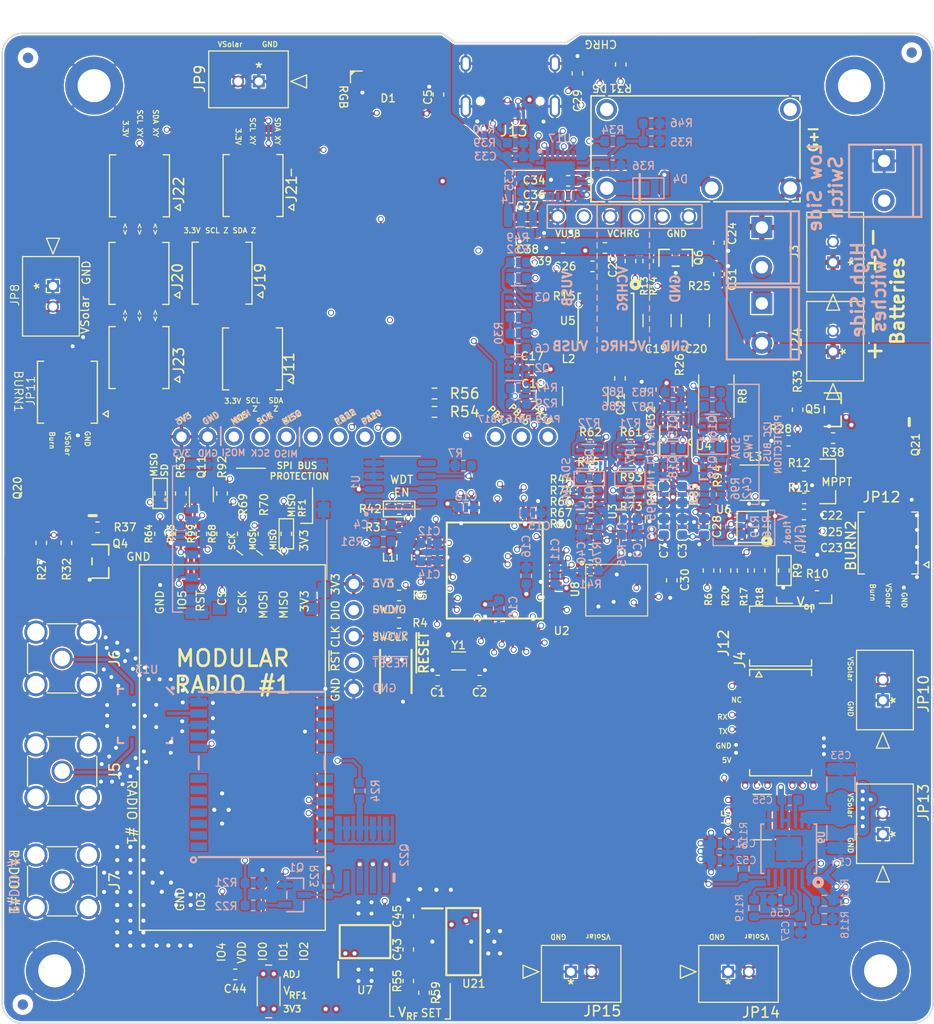
<source format=kicad_pcb>
(kicad_pcb (version 20171130) (host pcbnew "(5.1.10)-1")
  (layers (0 F.Cu signal) (1 Route2 signal hide) (2 Route15 signal) (31 B.Cu signal) (34 B.Paste user hide) (35 F.Paste user hide) (36 B.SilkS user) (37 F.SilkS user) (38 B.Mask user hide) (39 F.Mask user hide) (44 Edge.Cuts user))
  (net 0 "")
  (net 1 GND)
  (net 2 3.3V)
  (net 3 ENAB_BURN2)
  (net 4 ENAB_BURN1)
  (net 5 ENAB_GPS)
  (net 6 SWCLK)
  (net 7 SWDIO)
  (net 8 ~RESET)
  (net 9 VSOLAR)
  (net 10 L1_PROG)
  (net 11 VBATT)
  (net 12 USB_D+)
  (net 13 USB_D-)
  (net 14 GPS_PWR_IN)
  (net 15 BURN_RELAY_A)
  (net 16 "Net-(R15-Pad1)")
  (net 17 "Net-(R13-Pad1)")
  (net 18 "Net-(R10-Pad1)")
  (net 19 "Net-(C25-Pad1)")
  (net 20 "Net-(C26-Pad1)")
  (net 21 "/RF and GPS/RF_IN")
  (net 22 "/Burn Wires/VBURN_A_IN")
  (net 23 "/Burn Wires/VBURN1")
  (net 24 "/Burn Wires/VBURN2")
  (net 25 "Net-(Q5-Pad1)")
  (net 26 "Net-(D4-PadA)")
  (net 27 /Avionics/XTAL1)
  (net 28 /Avionics/XTAL2)
  (net 29 /Avionics/BATTERY)
  (net 30 MISO)
  (net 31 SCK)
  (net 32 MOSI)
  (net 33 FLASH_CS)
  (net 34 FLASH_SCK)
  (net 35 FLASH_IO3)
  (net 36 FLASH_IO2)
  (net 37 FLASH_MISO)
  (net 38 FLASH_MOSI)
  (net 39 "Net-(J5-Pad1)")
  (net 40 "Net-(J6-Pad1)")
  (net 41 "Net-(C12-Pad2)")
  (net 42 "Net-(C21-Pad1)")
  (net 43 "Net-(C27-Pad1)")
  (net 44 "Net-(L1-Pad2)")
  (net 45 "Net-(Q1-Pad1)")
  (net 46 "Net-(Q1-Pad3)")
  (net 47 "Net-(Q4-Pad1)")
  (net 48 "Net-(R6-Pad2)")
  (net 49 "Net-(R11-Pad1)")
  (net 50 "Net-(R16-Pad1)")
  (net 51 "Net-(R16-Pad2)")
  (net 52 "Net-(R18-Pad1)")
  (net 53 "Net-(C21-Pad2)")
  (net 54 "Net-(C23-Pad1)")
  (net 55 "Net-(L3-Pad1)")
  (net 56 "Net-(R42-Pad2)")
  (net 57 WDT_WDI)
  (net 58 ~CHRG)
  (net 59 RX)
  (net 60 TX)
  (net 61 PB17)
  (net 62 PB22)
  (net 63 PB16)
  (net 64 "Net-(R24-Pad1)")
  (net 65 "Net-(U1-Pad1)")
  (net 66 RF1_RST)
  (net 67 RF1_CS)
  (net 68 RF1_IO0)
  (net 69 USB_CC2)
  (net 70 USB_CC1)
  (net 71 GNDREF)
  (net 72 VBUS_IN)
  (net 73 SCL)
  (net 74 SDA)
  (net 75 "Net-(C35-Pad2)")
  (net 76 VCHRG)
  (net 77 "Net-(C32-Pad2)")
  (net 78 "Net-(C36-Pad1)")
  (net 79 "Net-(C36-Pad2)")
  (net 80 "Net-(D5-Pad2)")
  (net 81 "Net-(R36-Pad2)")
  (net 82 RF1_IO4)
  (net 83 "Net-(D1-Pad4)")
  (net 84 "Net-(C25-Pad2)")
  (net 85 "Net-(C37-Pad2)")
  (net 86 "Net-(C39-Pad2)")
  (net 87 SD_CS)
  (net 88 "Net-(R41-Pad1)")
  (net 89 "Net-(C6-Pad2)")
  (net 90 "Net-(C6-Pad1)")
  (net 91 "Net-(C8-Pad1)")
  (net 92 "Net-(C40-Pad1)")
  (net 93 "Net-(C41-Pad1)")
  (net 94 "Net-(C42-Pad1)")
  (net 95 "Net-(Q2-Pad2)")
  (net 96 /Power/3V3_EN)
  (net 97 "Net-(Q3-Pad5)")
  (net 98 SCL_IMU)
  (net 99 "Net-(Q7-Pad2)")
  (net 100 "Net-(Q12-Pad6)")
  (net 101 SDA_IMU)
  (net 102 "Net-(Q8-Pad2)")
  (net 103 "Net-(Q13-Pad6)")
  (net 104 MOSI_RF1)
  (net 105 SCK_RF1)
  (net 106 MISO_RF1)
  (net 107 "Net-(Q12-Pad2)")
  (net 108 "Net-(Q13-Pad2)")
  (net 109 SCL_PWR)
  (net 110 "Net-(Q15-Pad2)")
  (net 111 "Net-(Q15-Pad5)")
  (net 112 SDA_PWR)
  (net 113 "Net-(Q16-Pad2)")
  (net 114 "Net-(Q16-Pad5)")
  (net 115 "Net-(Q18-Pad2)")
  (net 116 "Net-(Q19-Pad2)")
  (net 117 VBUS_RESET)
  (net 118 "Net-(Q3-Pad2)")
  (net 119 STAT)
  (net 120 /Power/REGN)
  (net 121 "Net-(R26-Pad2)")
  (net 122 /Power/V_RF)
  (net 123 VCC_RF1)
  (net 124 ENAB_RF)
  (net 125 "Net-(Q11-Pad4)")
  (net 126 "Net-(Q11-Pad2)")
  (net 127 "Net-(Q11-Pad5)")
  (net 128 "Net-(Q11-Pad1)")
  (net 129 VBATT_SENSE)
  (net 130 MOSI_SD)
  (net 131 SCK_SD)
  (net 132 MISO_SD)
  (net 133 "Net-(Q20-Pad4)")
  (net 134 "Net-(Q21-Pad4)")
  (net 135 "Net-(J16-Pad2)")
  (net 136 "Net-(R55-Pad2)")
  (net 137 "/RF and GPS/RF1_ANT")
  (net 138 5V)
  (net 139 "Net-(C55-Pad2)")
  (net 140 "Net-(C55-Pad1)")
  (net 141 "Net-(C56-Pad1)")
  (net 142 "Net-(C57-Pad1)")
  (net 143 "Net-(R117-Pad1)")
  (net 144 "Net-(R119-Pad1)")
  (net 145 PB14)
  (net 146 ENAB_THERM)
  (net 147 SENSE_THERM)
  (net 148 SCL_2)
  (net 149 SDA_2)
  (net 150 "Net-(R34-Pad2)")
  (net 151 ENAB_CORAL)
  (net 152 "Net-(U14-Pad22)")
  (net 153 TX_2)
  (net 154 RX_2)
  (net 155 RST_CORAL)
  (net 156 "Net-(J4-Pad5_1)")
  (module mainboard:MOLEX_874370643 (layer F.Cu) (at 173.736 119.253 90)
    (fp_text reference J4 (at 6.096 -3.937 90) (layer F.SilkS))
    (fp_text value 874370643)
    (pad 6_2 smd rect (at 3.75 1.725 90) (size 0.85 3.55) (layers F.Cu F.Paste) (net 155 RST_CORAL))
    (pad 6_1 smd rect (at 3.75 -2.175 90) (size 0.85 2.65) (layers F.Cu F.Paste) (net 155 RST_CORAL))
    (pad 5_2 smd rect (at 2.25 1.725 90) (size 0.85 3.55) (layers F.Cu F.Paste) (net 156 "Net-(J4-Pad5_1)"))
    (pad 5_1 smd rect (at 2.25 -2.175 90) (size 0.85 2.65) (layers F.Cu F.Paste) (net 156 "Net-(J4-Pad5_1)"))
    (pad 4_2 smd rect (at 0.75 1.725 90) (size 0.85 3.55) (layers F.Cu F.Paste) (net 154 RX_2))
    (pad 4_1 smd rect (at 0.75 -2.175 90) (size 0.85 2.65) (layers F.Cu F.Paste) (net 154 RX_2))
    (pad 3_2 smd rect (at -0.75 1.725 90) (size 0.85 3.55) (layers F.Cu F.Paste) (net 153 TX_2))
    (pad 3_1 smd rect (at -0.75 -2.175 90) (size 0.85 2.65) (layers F.Cu F.Paste) (net 153 TX_2))
    (pad 2_2 smd rect (at -2.25 1.725 90) (size 0.85 3.55) (layers F.Cu F.Paste) (net 1 GND))
    (pad 2_1 smd rect (at -2.25 -2.175 90) (size 0.85 2.65) (layers F.Cu F.Paste) (net 1 GND))
    (pad 1_2 smd rect (at -3.75 1.725 90) (size 0.85 3.55) (layers F.Cu F.Paste) (net 138 5V))
    (pad 1_1 smd rect (at -3.75 -2.175 90) (size 0.85 2.65) (layers F.Cu F.Paste) (net 138 5V))
  )
  (module mainboard:MOLEX_874370343 (layer F.Cu) (at 173.736 110.871 90)
    (fp_text reference J12 (at -0.685 -5.525 90) (layer F.SilkS))
    (fp_text value 874370343)
    (pad 1_1 smd rect (at -1.5 -2.175 90) (size 0.85 2.65) (layers F.Cu F.Paste) (net 146 ENAB_THERM))
    (pad 1_2 smd rect (at -1.5 1.725 90) (size 0.85 3.55) (layers F.Cu F.Paste) (net 146 ENAB_THERM))
    (pad 2_1 smd rect (at 0 -2.175 90) (size 0.85 2.65) (layers F.Cu F.Paste) (net 1 GND))
    (pad 2_2 smd rect (at 0 1.725 90) (size 0.85 3.55) (layers F.Cu F.Paste) (net 1 GND))
    (pad 3_1 smd rect (at 1.5 -2.175 90) (size 0.85 2.65) (layers F.Cu F.Paste) (net 147 SENSE_THERM))
    (pad 3_2 smd rect (at 1.5 1.725 90) (size 0.85 3.55) (layers F.Cu F.Paste) (net 147 SENSE_THERM))
  )
  (module MountingHole:MountingHole_3.2mm_M3_DIN965_Pad (layer F.Cu) (at 103.4261 143.2941)
    (fp_text reference H2 hide)
    (fp_text value MountingHole_Pad)
    (pad 1 thru_hole circle (at 0 0) (size 5.6 5.6) (drill 3.2) (layers *.Cu *.Mask) (net 1 GND))
  )
  (module MountingHole:MountingHole_3.2mm_M3_DIN965_Pad (layer F.Cu) (at 180.8961 57.5641)
    (fp_text reference H4 hide)
    (fp_text value MountingHole_Pad)
    (pad 1 thru_hole circle (at 0 0) (size 5.6 5.6) (drill 3.2) (layers *.Cu *.Mask) (net 1 GND))
  )
  (module MountingHole:MountingHole_3.2mm_M3_DIN965_Pad (layer F.Cu) (at 107.2361 57.5641)
    (fp_text reference H1 hide)
    (fp_text value MountingHole_Pad)
    (pad 1 thru_hole circle (at 0 0) (size 5.6 5.6) (drill 3.2) (layers *.Cu *.Mask) (net 1 GND))
  )
  (module mainboard:MOLEX_874370343 (layer F.Cu) (at 184.15 101.854 180)
    (fp_text reference JP12 (at 0.635 4.445) (layer F.SilkS))
    (fp_text value 874370343)
    (pad 1_1 smd rect (at -1.5 -2.175 180) (size 0.85 2.65) (layers F.Cu F.Paste) (net 1 GND))
    (pad 1_2 smd rect (at -1.5 1.725 180) (size 0.85 3.55) (layers F.Cu F.Paste) (net 1 GND))
    (pad 2_1 smd rect (at 0 -2.175 180) (size 0.85 2.65) (layers F.Cu F.Paste) (net 9 VSOLAR))
    (pad 2_2 smd rect (at 0 1.725 180) (size 0.85 3.55) (layers F.Cu F.Paste) (net 9 VSOLAR))
    (pad 3_1 smd rect (at 1.5 -2.175 180) (size 0.85 2.65) (layers F.Cu F.Paste) (net 24 "/Burn Wires/VBURN2"))
    (pad 3_2 smd rect (at 1.5 1.725 180) (size 0.85 3.55) (layers F.Cu F.Paste) (net 24 "/Burn Wires/VBURN2"))
  )
  (module mainboard:MOLEX_874370343 (layer F.Cu) (at 104.648 87.249 180)
    (fp_text reference JP11 (at 3.556 0.127 270) (layer F.SilkS) (effects (font (size 0.8 0.8) (thickness 0.1))))
    (fp_text value 874370343)
    (pad 1_1 smd rect (at -1.5 -2.175 180) (size 0.85 2.65) (layers F.Cu F.Paste) (net 1 GND))
    (pad 1_2 smd rect (at -1.5 1.725 180) (size 0.85 3.55) (layers F.Cu F.Paste) (net 1 GND))
    (pad 2_1 smd rect (at 0 -2.175 180) (size 0.85 2.65) (layers F.Cu F.Paste) (net 9 VSOLAR))
    (pad 2_2 smd rect (at 0 1.725 180) (size 0.85 3.55) (layers F.Cu F.Paste) (net 9 VSOLAR))
    (pad 3_1 smd rect (at 1.5 -2.175 180) (size 0.85 2.65) (layers F.Cu F.Paste) (net 23 "/Burn Wires/VBURN1"))
    (pad 3_2 smd rect (at 1.5 1.725 180) (size 0.85 3.55) (layers F.Cu F.Paste) (net 23 "/Burn Wires/VBURN1"))
  )
  (module mainboard:MOLEX_874370343 (layer F.Cu) (at 111.5822 83.8962 180)
    (fp_text reference J23 (at -3.8608 -0.3048 90) (layer F.SilkS))
    (fp_text value 874370343)
    (pad 3_2 smd rect (at 1.5 1.725 180) (size 0.85 3.55) (layers F.Cu F.Paste) (net 2 3.3V))
    (pad 3_1 smd rect (at 1.5 -2.175 180) (size 0.85 2.65) (layers F.Cu F.Paste) (net 2 3.3V))
    (pad 2_2 smd rect (at 0 1.725 180) (size 0.85 3.55) (layers F.Cu F.Paste) (net 148 SCL_2))
    (pad 2_1 smd rect (at 0 -2.175 180) (size 0.85 2.65) (layers F.Cu F.Paste) (net 148 SCL_2))
    (pad 1_2 smd rect (at -1.5 1.725 180) (size 0.85 3.55) (layers F.Cu F.Paste) (net 149 SDA_2))
    (pad 1_1 smd rect (at -1.5 -2.175 180) (size 0.85 2.65) (layers F.Cu F.Paste) (net 149 SDA_2))
  )
  (module mainboard:MOLEX_874370343 (layer F.Cu) (at 111.633 67.2592 180)
    (fp_text reference J22 (at -3.81 -0.4318 90) (layer F.SilkS))
    (fp_text value 874370343)
    (pad 3_2 smd rect (at 1.5 1.725 180) (size 0.85 3.55) (layers F.Cu F.Paste) (net 2 3.3V))
    (pad 3_1 smd rect (at 1.5 -2.175 180) (size 0.85 2.65) (layers F.Cu F.Paste) (net 2 3.3V))
    (pad 2_2 smd rect (at 0 1.725 180) (size 0.85 3.55) (layers F.Cu F.Paste) (net 148 SCL_2))
    (pad 2_1 smd rect (at 0 -2.175 180) (size 0.85 2.65) (layers F.Cu F.Paste) (net 148 SCL_2))
    (pad 1_2 smd rect (at -1.5 1.725 180) (size 0.85 3.55) (layers F.Cu F.Paste) (net 149 SDA_2))
    (pad 1_1 smd rect (at -1.5 -2.175 180) (size 0.85 2.65) (layers F.Cu F.Paste) (net 149 SDA_2))
  )
  (module mainboard:MOLEX_874370343 (layer F.Cu) (at 122.6312 67.2338 180)
    (fp_text reference J21 (at -3.7338 -0.3302 90) (layer F.SilkS))
    (fp_text value 874370343)
    (pad 3_2 smd rect (at 1.5 1.725 180) (size 0.85 3.55) (layers F.Cu F.Paste) (net 2 3.3V))
    (pad 3_1 smd rect (at 1.5 -2.175 180) (size 0.85 2.65) (layers F.Cu F.Paste) (net 2 3.3V))
    (pad 2_2 smd rect (at 0 1.725 180) (size 0.85 3.55) (layers F.Cu F.Paste) (net 148 SCL_2))
    (pad 2_1 smd rect (at 0 -2.175 180) (size 0.85 2.65) (layers F.Cu F.Paste) (net 148 SCL_2))
    (pad 1_2 smd rect (at -1.5 1.725 180) (size 0.85 3.55) (layers F.Cu F.Paste) (net 149 SDA_2))
    (pad 1_1 smd rect (at -1.5 -2.175 180) (size 0.85 2.65) (layers F.Cu F.Paste) (net 149 SDA_2))
  )
  (module mainboard:MOLEX_874370343 (layer F.Cu) (at 111.5822 75.7428 180)
    (fp_text reference J20 (at -3.7338 -0.3302 90) (layer F.SilkS))
    (fp_text value 874370343)
    (pad 3_2 smd rect (at 1.5 1.725 180) (size 0.85 3.55) (layers F.Cu F.Paste) (net 2 3.3V))
    (pad 3_1 smd rect (at 1.5 -2.175 180) (size 0.85 2.65) (layers F.Cu F.Paste) (net 2 3.3V))
    (pad 2_2 smd rect (at 0 1.725 180) (size 0.85 3.55) (layers F.Cu F.Paste) (net 148 SCL_2))
    (pad 2_1 smd rect (at 0 -2.175 180) (size 0.85 2.65) (layers F.Cu F.Paste) (net 148 SCL_2))
    (pad 1_2 smd rect (at -1.5 1.725 180) (size 0.85 3.55) (layers F.Cu F.Paste) (net 149 SDA_2))
    (pad 1_1 smd rect (at -1.5 -2.175 180) (size 0.85 2.65) (layers F.Cu F.Paste) (net 149 SDA_2))
  )
  (module mainboard:MOLEX_874370343 (layer F.Cu) (at 119.634 75.7174 180)
    (fp_text reference J19 (at -3.683 -0.3556 90) (layer F.SilkS))
    (fp_text value 874370343)
    (pad 3_2 smd rect (at 1.5 1.725 180) (size 0.85 3.55) (layers F.Cu F.Paste) (net 2 3.3V))
    (pad 3_1 smd rect (at 1.5 -2.175 180) (size 0.85 2.65) (layers F.Cu F.Paste) (net 2 3.3V))
    (pad 2_2 smd rect (at 0 1.725 180) (size 0.85 3.55) (layers F.Cu F.Paste) (net 73 SCL))
    (pad 2_1 smd rect (at 0 -2.175 180) (size 0.85 2.65) (layers F.Cu F.Paste) (net 73 SCL))
    (pad 1_2 smd rect (at -1.5 1.725 180) (size 0.85 3.55) (layers F.Cu F.Paste) (net 74 SDA))
    (pad 1_1 smd rect (at -1.5 -2.175 180) (size 0.85 2.65) (layers F.Cu F.Paste) (net 74 SDA))
  )
  (module mainboard:MOLEX_874370343 (layer F.Cu) (at 122.5804 84.0232 180)
    (fp_text reference J11 (at -3.5306 -0.6858 90) (layer F.SilkS))
    (fp_text value 874370343)
    (pad 3_2 smd rect (at 1.5 1.725 180) (size 0.85 3.55) (layers F.Cu F.Paste) (net 2 3.3V))
    (pad 3_1 smd rect (at 1.5 -2.175 180) (size 0.85 2.65) (layers F.Cu F.Paste) (net 2 3.3V))
    (pad 2_2 smd rect (at 0 1.725 180) (size 0.85 3.55) (layers F.Cu F.Paste) (net 73 SCL))
    (pad 2_1 smd rect (at 0 -2.175 180) (size 0.85 2.65) (layers F.Cu F.Paste) (net 73 SCL))
    (pad 1_2 smd rect (at -1.5 1.725 180) (size 0.85 3.55) (layers F.Cu F.Paste) (net 74 SDA))
    (pad 1_1 smd rect (at -1.5 -2.175 180) (size 0.85 2.65) (layers F.Cu F.Paste) (net 74 SDA))
  )
  (module mainboard:MOLEX_Sherlock_2pos (layer F.Cu) (at 178.816 83.312 270)
    (fp_text reference J24 (at -1.016 3.556 90) (layer F.SilkS))
    (fp_text value MOLEX_Sherlock_2pos hide)
    (fp_text user * (at 0 -1.27 90) (layer F.SilkS))
    (pad 1 thru_hole rect (at 0 0 270) (size 1.15 1.15) (drill 0.8) (layers *.Cu *.Mask) (net 76 VCHRG))
    (pad 2 thru_hole circle (at -2.000001 0 270) (size 1.15 1.15) (drill 0.8) (layers *.Cu *.Mask) (net 71 GNDREF))
  )
  (module mainboard:SCREWTERMINAL-3.5MM-2_LOCK (layer B.Cu) (at 171.9171 78.827096 270)
    (fp_text reference J17 hide)
    (fp_text value 1985807)
    (pad 2 thru_hole circle (at 3.6778 0 270) (size 2.032 2.032) (drill 1.2) (layers *.Cu *.Mask) (net 129 VBATT_SENSE))
    (pad 1 thru_hole rect (at -0.1778 0 270) (size 2.032 2.032) (drill 1.2) (layers *.Cu *.Mask) (net 135 "Net-(J16-Pad2)"))
  )
  (module mainboard:SCREWTERMINAL-3.5MM-2_LOCK (layer B.Cu) (at 171.9171 71.471496 270)
    (fp_text reference J16 hide)
    (fp_text value 1985807)
    (pad 2 thru_hole circle (at 3.6778 0 270) (size 2.032 2.032) (drill 1.2) (layers *.Cu *.Mask) (net 135 "Net-(J16-Pad2)"))
    (pad 1 thru_hole rect (at -0.1778 0 270) (size 2.032 2.032) (drill 1.2) (layers *.Cu *.Mask) (net 76 VCHRG))
  )
  (module mainboard:SCREWTERMINAL-3.5MM-2_LOCK (layer B.Cu) (at 183.769 65.024 270)
    (fp_text reference J18 hide)
    (fp_text value 1985807)
    (pad 2 thru_hole circle (at 3.6778 0 270) (size 2.032 2.032) (drill 1.2) (layers *.Cu *.Mask) (net 1 GND))
    (pad 1 thru_hole rect (at -0.1778 0 270) (size 2.032 2.032) (drill 1.2) (layers *.Cu *.Mask) (net 71 GNDREF))
  )
  (module mainboard:PWP14_2P31X2P46-L (layer B.Cu) (at 174.5234 131.4704 90)
    (fp_text reference U9 (at 0.4064 3.5306 90) (layer B.SilkS) (effects (font (size 0.6 0.6)) (justify right bottom mirror)))
    (fp_text value TPS54226PWPRPWP14_2P31X2P46-L hide)
    (pad 1 smd rect (at -2.7686 1.950034 90) (size 1.6002 0.3048) (layers B.Cu B.Paste B.Mask) (net 138 5V))
    (pad 2 smd rect (at -2.7686 1.300021 90) (size 1.6002 0.3048) (layers B.Cu B.Paste B.Mask) (net 143 "Net-(R117-Pad1)"))
    (pad 3 smd rect (at -2.7686 0.650012 90) (size 1.6002 0.3048) (layers B.Cu B.Paste B.Mask) (net 142 "Net-(C57-Pad1)"))
    (pad 4 smd rect (at -2.7686 0 90) (size 1.6002 0.3048) (layers B.Cu B.Paste B.Mask) (net 141 "Net-(C56-Pad1)"))
    (pad 5 smd rect (at -2.7686 -0.650012 90) (size 1.6002 0.3048) (layers B.Cu B.Paste B.Mask) (net 1 GND))
    (pad 6 smd rect (at -2.7686 -1.300021 90) (size 1.6002 0.3048) (layers B.Cu B.Paste B.Mask) (net 144 "Net-(R119-Pad1)"))
    (pad 7 smd rect (at -2.7686 -1.950034 90) (size 1.6002 0.3048) (layers B.Cu B.Paste B.Mask) (net 151 ENAB_CORAL))
    (pad 8 smd rect (at 2.7686 -1.950034 90) (size 1.6002 0.3048) (layers B.Cu B.Paste B.Mask) (net 1 GND))
    (pad 9 smd rect (at 2.7686 -1.300021 90) (size 1.6002 0.3048) (layers B.Cu B.Paste B.Mask) (net 1 GND))
    (pad 10 smd rect (at 2.7686 -0.650012 90) (size 1.6002 0.3048) (layers B.Cu B.Paste B.Mask) (net 140 "Net-(C55-Pad1)"))
    (pad 11 smd rect (at 2.7686 0 90) (size 1.6002 0.3048) (layers B.Cu B.Paste B.Mask) (net 140 "Net-(C55-Pad1)"))
    (pad 12 smd rect (at 2.7686 0.650012 90) (size 1.6002 0.3048) (layers B.Cu B.Paste B.Mask) (net 139 "Net-(C55-Pad2)"))
    (pad 13 smd rect (at 2.7686 1.300021 90) (size 1.6002 0.3048) (layers B.Cu B.Paste B.Mask) (net 11 VBATT))
    (pad 14 smd rect (at 2.7686 1.950034 90) (size 1.6002 0.3048) (layers B.Cu B.Paste B.Mask) (net 11 VBATT))
    (pad 15 smd rect (at 0 0 90) (size 2.31 2.46) (layers B.Cu B.Paste B.Mask) (net 1 GND))
  )
  (module Resistor_SMD:R_0603_1608Metric (layer B.Cu) (at 171.1706 137.2108 270)
    (fp_text reference R119 (at 0 1.4224 270) (layer B.SilkS) (effects (font (size 0.7 0.7) (thickness 0.1)) (justify mirror)))
    (fp_text value 100K)
    (pad 2 smd roundrect (at 0.825 0 270) (size 0.8 0.95) (layers B.Cu B.Paste B.Mask) (net 142 "Net-(C57-Pad1)"))
    (pad 1 smd roundrect (at -0.825 0 270) (size 0.8 0.95) (layers B.Cu B.Paste B.Mask) (net 144 "Net-(R119-Pad1)"))
  )
  (module Resistor_SMD:R_0603_1608Metric (layer B.Cu) (at 177.9778 138.2776 180)
    (fp_text reference R118 (at -1.9812 -0.5588 90) (layer B.SilkS) (effects (font (size 0.7 0.7) (thickness 0.1)) (justify mirror)))
    (fp_text value 22.1K)
    (pad 2 smd roundrect (at 0.825 0 180) (size 0.8 0.95) (layers B.Cu B.Paste B.Mask) (net 143 "Net-(R117-Pad1)"))
    (pad 1 smd roundrect (at -0.825 0 180) (size 0.8 0.95) (layers B.Cu B.Paste B.Mask) (net 1 GND))
  )
  (module Resistor_SMD:R_0603_1608Metric (layer B.Cu) (at 177.9778 136.4996)
    (fp_text reference R117 (at 1.9812 -0.8128 270) (layer B.SilkS) (effects (font (size 0.7 0.7) (thickness 0.1)) (justify mirror)))
    (fp_text value 121K)
    (pad 2 smd roundrect (at 0.825 0) (size 0.8 0.95) (layers B.Cu B.Paste B.Mask) (net 138 5V))
    (pad 1 smd roundrect (at -0.825 0) (size 0.8 0.95) (layers B.Cu B.Paste B.Mask) (net 143 "Net-(R117-Pad1)"))
  )
  (module Resistor_SMD:R_0603_1608Metric (layer B.Cu) (at 170.1546 133.4008 270)
    (fp_text reference R116 (at -3.2004 0 270) (layer B.SilkS) (effects (font (size 0.7 0.7) (thickness 0.1)) (justify mirror)))
    (fp_text value 300K)
    (pad 1 smd roundrect (at -0.825 0 270) (size 0.8 0.95) (layers B.Cu B.Paste B.Mask) (net 1 GND))
    (pad 2 smd roundrect (at 0.825 0 270) (size 0.8 0.95) (layers B.Cu B.Paste B.Mask) (net 151 ENAB_CORAL))
  )
  (module mainboard:L_2141 (layer F.Cu) (at 171.958 128.397 180)
    (fp_text reference L5 (at 3.4544 0 90) (layer F.SilkS) (effects (font (size 0.889 0.889) (thickness 0.127))))
    (fp_text value 4.7uH)
    (pad 1 smd roundrect (at -1.8 0 180) (size 1.5 4.2) (layers F.Cu F.Paste F.Mask) (roundrect_rratio 0.222) (net 140 "Net-(C55-Pad1)"))
    (pad 2 smd roundrect (at 1.8 0 180) (size 1.5 4.2) (layers F.Cu F.Paste F.Mask) (roundrect_rratio 0.222) (net 138 5V))
  )
  (module Capacitor_SMD:C_0603_1608Metric (layer B.Cu) (at 175.641 138.7856 270)
    (fp_text reference C57 (at 0.6604 1.4224 270) (layer B.SilkS) (effects (font (size 0.7 0.7) (thickness 0.1)) (justify mirror)))
    (fp_text value 1uF)
    (pad 2 smd roundrect (at 0.775 0 270) (size 0.9 0.95) (layers B.Cu B.Paste B.Mask) (net 1 GND))
    (pad 1 smd roundrect (at -0.775 0 270) (size 0.9 0.95) (layers B.Cu B.Paste B.Mask) (net 142 "Net-(C57-Pad1)"))
  )
  (module Capacitor_SMD:C_0603_1608Metric (layer B.Cu) (at 173.7106 136.4488 180)
    (fp_text reference C56 (at 0 -1.2192 180) (layer B.SilkS) (effects (font (size 0.7 0.7) (thickness 0.1)) (justify mirror)))
    (fp_text value 3.3nF)
    (pad 2 smd roundrect (at 0.775 0 180) (size 0.9 0.95) (layers B.Cu B.Paste B.Mask) (net 1 GND))
    (pad 1 smd roundrect (at -0.775 0 180) (size 0.9 0.95) (layers B.Cu B.Paste B.Mask) (net 141 "Net-(C56-Pad1)"))
  )
  (module Capacitor_SMD:C_0603_1608Metric (layer B.Cu) (at 174.625 126.746)
    (fp_text reference C55 (at -2.6416 0) (layer B.SilkS) (effects (font (size 0.7 0.7) (thickness 0.1)) (justify mirror)))
    (fp_text value 0.1uF)
    (pad 2 smd roundrect (at 0.775 0) (size 0.9 0.95) (layers B.Cu B.Paste B.Mask) (net 139 "Net-(C55-Pad2)"))
    (pad 1 smd roundrect (at -0.775 0) (size 0.9 0.95) (layers B.Cu B.Paste B.Mask) (net 140 "Net-(C55-Pad1)"))
  )
  (module Capacitor_SMD:C_1210_3225Metric (layer B.Cu) (at 179.578 129.921 270)
    (fp_text reference C54 (at 2.8448 -0.0508) (layer B.SilkS) (effects (font (size 0.7 0.7) (thickness 0.1)) (justify mirror)))
    (fp_text value 100uF)
    (pad 2 smd roundrect (at 1.475 0 270) (size 1.15 2.7) (layers B.Cu B.Paste B.Mask) (roundrect_rratio 0.217391) (net 1 GND))
    (pad 1 smd roundrect (at -1.475 0 270) (size 1.15 2.7) (layers B.Cu B.Paste B.Mask) (roundrect_rratio 0.217391) (net 11 VBATT))
  )
  (module Capacitor_SMD:C_1210_3225Metric (layer B.Cu) (at 179.578 125.222 90)
    (fp_text reference C53 (at 2.794 0) (layer B.SilkS) (effects (font (size 0.7 0.7) (thickness 0.1)) (justify mirror)))
    (fp_text value 100uF)
    (pad 2 smd roundrect (at 1.475 0 90) (size 1.15 2.7) (layers B.Cu B.Paste B.Mask) (roundrect_rratio 0.217391) (net 1 GND))
    (pad 1 smd roundrect (at -1.475 0 90) (size 1.15 2.7) (layers B.Cu B.Paste B.Mask) (roundrect_rratio 0.217391) (net 11 VBATT))
  )
  (module Capacitor_SMD:C_0603_1608Metric (layer B.Cu) (at 167.8432 132.588 180)
    (fp_text reference C52 (at -2.54 0) (layer B.SilkS) (effects (font (size 0.7 0.7) (thickness 0.1)) (justify mirror)))
    (fp_text value 22uF)
    (pad 2 smd roundrect (at 0.775 0 180) (size 0.9 0.95) (layers B.Cu B.Paste B.Mask) (net 138 5V))
    (pad 1 smd roundrect (at -0.775 0 180) (size 0.9 0.95) (layers B.Cu B.Paste B.Mask) (net 1 GND))
  )
  (module Capacitor_SMD:C_0603_1608Metric (layer B.Cu) (at 167.8562 130.9624 180)
    (fp_text reference C51 (at -2.4762 0) (layer B.SilkS) (effects (font (size 0.7 0.7) (thickness 0.1)) (justify mirror)))
    (fp_text value 22uF)
    (pad 2 smd roundrect (at 0.775 0 180) (size 0.9 0.95) (layers B.Cu B.Paste B.Mask) (net 138 5V))
    (pad 1 smd roundrect (at -0.775 0 180) (size 0.9 0.95) (layers B.Cu B.Paste B.Mask) (net 1 GND))
  )
  (module Resistor_SMD:R_0603_1608Metric (layer F.Cu) (at 140.208 87.376 180)
    (fp_text reference R56 (at -2.921 0) (layer F.SilkS))
    (fp_text value 10K)
    (pad 1 smd roundrect (at -0.825 0 180) (size 0.8 0.95) (layers F.Cu F.Paste F.Mask) (net 2 3.3V))
    (pad 2 smd roundrect (at 0.825 0 180) (size 0.8 0.95) (layers F.Cu F.Paste F.Mask) (net 149 SDA_2))
  )
  (module Resistor_SMD:R_0603_1608Metric (layer F.Cu) (at 140.208 89.154 180)
    (fp_text reference R54 (at -2.921 0) (layer F.SilkS))
    (fp_text value 10K)
    (pad 1 smd roundrect (at -0.825 0 180) (size 0.8 0.95) (layers F.Cu F.Paste F.Mask) (net 2 3.3V))
    (pad 2 smd roundrect (at 0.825 0 180) (size 0.8 0.95) (layers F.Cu F.Paste F.Mask) (net 148 SCL_2))
  )
  (module mainboard:MOLEX_Sherlock_2pos (layer F.Cu) (at 153.416 143.383 180)
    (fp_text reference JP15 (at -3.048 -3.81) (layer F.SilkS))
    (fp_text value MOLEX_Sherlock_2pos hide)
    (fp_text user * (at 0 -1.27) (layer F.SilkS))
    (pad 1 thru_hole rect (at 0 0 180) (size 1.15 1.15) (drill 0.8) (layers *.Cu *.Mask) (net 1 GND))
    (pad 2 thru_hole circle (at -2.000001 0 180) (size 1.15 1.15) (drill 0.8) (layers *.Cu *.Mask) (net 9 VSOLAR))
  )
  (module mainboard:MOLEX_Sherlock_2pos (layer F.Cu) (at 168.656 143.383 180)
    (fp_text reference JP14 (at -3.175 -3.937) (layer F.SilkS))
    (fp_text value MOLEX_Sherlock_2pos hide)
    (fp_text user * (at 0 -1.27) (layer F.SilkS))
    (pad 1 thru_hole rect (at 0 0 180) (size 1.15 1.15) (drill 0.8) (layers *.Cu *.Mask) (net 1 GND))
    (pad 2 thru_hole circle (at -2.000001 0 180) (size 1.15 1.15) (drill 0.8) (layers *.Cu *.Mask) (net 9 VSOLAR))
  )
  (module mainboard:MOLEX_Sherlock_2pos (layer F.Cu) (at 183.642 130.048 270)
    (fp_text reference JP13 (at -3.048 -3.937 90) (layer F.SilkS))
    (fp_text value MOLEX_Sherlock_2pos hide)
    (fp_text user * (at 0 -1.27 90) (layer F.SilkS))
    (pad 1 thru_hole rect (at 0 0 270) (size 1.15 1.15) (drill 0.8) (layers *.Cu *.Mask) (net 1 GND))
    (pad 2 thru_hole circle (at -2.000001 0 270) (size 1.15 1.15) (drill 0.8) (layers *.Cu *.Mask) (net 9 VSOLAR))
  )
  (module mainboard:MOLEX_Sherlock_2pos (layer F.Cu) (at 183.642 117.094 270)
    (fp_text reference JP10 (at -0.635 -3.937 90) (layer F.SilkS))
    (fp_text value MOLEX_Sherlock_2pos hide)
    (fp_text user * (at 0 -1.27 90) (layer F.SilkS))
    (pad 1 thru_hole rect (at 0 0 270) (size 1.15 1.15) (drill 0.8) (layers *.Cu *.Mask) (net 1 GND))
    (pad 2 thru_hole circle (at -2.000001 0 270) (size 1.15 1.15) (drill 0.8) (layers *.Cu *.Mask) (net 9 VSOLAR))
  )
  (module mainboard:MOLEX_Sherlock_2pos (layer F.Cu) (at 123.19 57.15)
    (fp_text reference JP9 (at -5.715 -0.254 90) (layer F.SilkS))
    (fp_text value MOLEX_Sherlock_2pos hide)
    (fp_text user * (at 0 -1.27) (layer F.SilkS))
    (pad 1 thru_hole rect (at 0 0) (size 1.15 1.15) (drill 0.8) (layers *.Cu *.Mask) (net 1 GND))
    (pad 2 thru_hole circle (at -2.000001 0) (size 1.15 1.15) (drill 0.8) (layers *.Cu *.Mask) (net 9 VSOLAR))
  )
  (module mainboard:MOLEX_Sherlock_2pos (layer F.Cu) (at 103.251 76.962 90)
    (fp_text reference JP8 (at -0.889 -3.683 90) (layer F.SilkS) (effects (font (size 0.8 0.8) (thickness 0.1))))
    (fp_text value MOLEX_Sherlock_2pos hide)
    (fp_text user * (at 0 -1.27 90) (layer F.SilkS))
    (pad 1 thru_hole rect (at 0 0 90) (size 1.15 1.15) (drill 0.8) (layers *.Cu *.Mask) (net 1 GND))
    (pad 2 thru_hole circle (at -2.000001 0 90) (size 1.15 1.15) (drill 0.8) (layers *.Cu *.Mask) (net 9 VSOLAR))
  )
  (module mainboard:USB_C_Receptacle_XKB_U262-161N-4BVC11 (layer F.Cu) (at 148.052 55.018 180)
    (fp_text reference J13 (at 0.16 -6.94) (layer F.SilkS))
    (fp_text value USB_C_pycubed)
    (pad B8 smd rect (at -1.25 -5.02 180) (size 0.3 1.15) (layers F.Cu F.Paste F.Mask))
    (pad A4 smd rect (at -1.9 -5.02 180) (size 0.6 1.15) (layers F.Cu F.Paste F.Mask) (net 72 VBUS_IN))
    (pad "" np_thru_hole circle (at -2.39 -4.045 180) (size 0.65 0.65) (drill 0.65) (layers *.Cu *.Mask))
    (pad S1 thru_hole oval (at -3.82 -0.395 180) (size 1 1.6) (drill oval 0.6 1.2) (layers *.Cu *.Mask) (net 71 GNDREF))
    (pad S1 thru_hole oval (at 4.82 -0.395 180) (size 1 1.6) (drill oval 0.6 1.2) (layers *.Cu *.Mask) (net 71 GNDREF))
    (pad S1 thru_hole oval (at 4.82 -4.545 180) (size 1 2.1) (drill oval 0.6 1.7) (layers *.Cu *.Mask) (net 71 GNDREF))
    (pad A1 smd rect (at -2.7 -5.02 180) (size 0.6 1.15) (layers F.Cu F.Paste F.Mask) (net 71 GNDREF))
    (pad S1 thru_hole oval (at -3.82 -4.545 180) (size 1 2.1) (drill oval 0.6 1.7) (layers *.Cu *.Mask) (net 71 GNDREF))
    (pad A5 smd rect (at -0.75 -5.02 180) (size 0.3 1.15) (layers F.Cu F.Paste F.Mask) (net 70 USB_CC1))
    (pad B7 smd rect (at -0.25 -5.02 180) (size 0.3 1.15) (layers F.Cu F.Paste F.Mask) (net 13 USB_D-))
    (pad A6 smd rect (at 0.25 -5.02 180) (size 0.3 1.15) (layers F.Cu F.Paste F.Mask) (net 12 USB_D+))
    (pad A7 smd rect (at 0.75 -5.02 180) (size 0.3 1.15) (layers F.Cu F.Paste F.Mask) (net 13 USB_D-))
    (pad B6 smd rect (at 1.25 -5.02 180) (size 0.3 1.15) (layers F.Cu F.Paste F.Mask) (net 12 USB_D+))
    (pad A8 smd rect (at 1.75 -5.02 180) (size 0.3 1.15) (layers F.Cu F.Paste F.Mask))
    (pad B5 smd rect (at 2.25 -5.02 180) (size 0.3 1.15) (layers F.Cu F.Paste F.Mask) (net 69 USB_CC2))
    (pad A12 smd rect (at 3.7 -5.02 180) (size 0.6 1.15) (layers F.Cu F.Paste F.Mask) (net 71 GNDREF))
    (pad A9 smd rect (at 2.9 -5.02 180) (size 0.6 1.15) (layers F.Cu F.Paste F.Mask) (net 72 VBUS_IN))
    (pad "" np_thru_hole circle (at 3.39 -4.045 180) (size 0.65 0.65) (drill 0.65) (layers *.Cu *.Mask))
  )
  (module Fiducial:Fiducial_1mm_Mask2mm (layer B.Cu) (at 186.436 54.356)
    (fp_text reference REF1B hide)
    (fp_text value Fiducial_1mm_Mask2mm)
    (pad "" smd circle (at 0 0) (size 1 1) (layers B.Cu B.Mask) (clearance 0.5))
  )
  (module Fiducial:Fiducial_1mm_Mask2mm (layer F.Cu) (at 186.436 54.356)
    (fp_text reference REF3T hide)
    (fp_text value Fiducial_1mm_Mask2mm)
    (pad "" smd circle (at 0 0) (size 1 1) (layers F.Cu F.Mask) (clearance 0.5))
  )
  (module Fiducial:Fiducial_1mm_Mask2mm (layer B.Cu) (at 100.838 54.864)
    (fp_text reference REF2B hide)
    (fp_text value Fiducial_1mm_Mask2mm)
    (pad "" smd circle (at 0 0) (size 1 1) (layers B.Cu B.Mask) (clearance 0.5))
  )
  (module Fiducial:Fiducial_1mm_Mask2mm (layer F.Cu) (at 100.838 54.864 90)
    (fp_text reference REF2T hide)
    (fp_text value Fiducial_1mm_Mask2mm)
    (pad "" smd circle (at 0 0 90) (size 1 1) (layers F.Cu F.Mask) (clearance 0.5))
  )
  (module Fiducial:Fiducial_1mm_Mask2mm (layer B.Cu) (at 100.33 146.558)
    (fp_text reference REF3B hide)
    (fp_text value Fiducial_1mm_Mask2mm)
    (pad "" smd circle (at 0 0) (size 1 1) (layers B.Cu B.Mask) (clearance 0.5))
  )
  (module Fiducial:Fiducial_1mm_Mask2mm (layer F.Cu) (at 100.33 146.558)
    (fp_text reference REF1T hide)
    (fp_text value Fiducial_1mm_Mask2mm)
    (pad "" smd circle (at 0 0) (size 1 1) (layers F.Cu F.Mask) (clearance 0.5))
  )
  (module mainboard:SMA_901-144-horizontal (layer F.Cu) (at 111.76 113.03 270)
    (fp_text reference J6 (at 0 2.54 90) (layer F.SilkS))
    (fp_text value Amphenol_901-144)
    (pad 1 thru_hole circle (at 0 7.62 270) (size 2.05 2.05) (drill 1.5) (layers *.Cu *.Mask) (net 40 "Net-(J6-Pad1)"))
    (pad 2 thru_hole circle (at 2.54 5.08 270) (size 2.25 2.25) (drill 1.7) (layers *.Cu *.Mask) (net 1 GND))
    (pad 2 thru_hole circle (at -2.54 5.08 270) (size 2.25 2.25) (drill 1.7) (layers *.Cu *.Mask) (net 1 GND))
    (pad 2 thru_hole circle (at -2.54 10.16 270) (size 2.25 2.25) (drill 1.7) (layers *.Cu *.Mask) (net 1 GND))
    (pad 2 thru_hole circle (at 2.54 10.16 270) (size 2.25 2.25) (drill 1.7) (layers *.Cu *.Mask) (net 1 GND))
  )
  (module mainboard:SMA_901-144-horizontal (layer F.Cu) (at 111.76 123.952 270)
    (fp_text reference J5 (at 0 2.54 270) (layer F.SilkS))
    (fp_text value Amphenol_901-144)
    (pad 2 thru_hole circle (at 2.54 10.16 270) (size 2.25 2.25) (drill 1.7) (layers *.Cu *.Mask) (net 1 GND))
    (pad 2 thru_hole circle (at -2.54 10.16 270) (size 2.25 2.25) (drill 1.7) (layers *.Cu *.Mask) (net 1 GND))
    (pad 2 thru_hole circle (at -2.54 5.08 270) (size 2.25 2.25) (drill 1.7) (layers *.Cu *.Mask) (net 1 GND))
    (pad 2 thru_hole circle (at 2.54 5.08 270) (size 2.25 2.25) (drill 1.7) (layers *.Cu *.Mask) (net 1 GND))
    (pad 1 thru_hole circle (at 0 7.62 270) (size 2.05 2.05) (drill 1.5) (layers *.Cu *.Mask) (net 39 "Net-(J5-Pad1)"))
  )
  (module mainboard:SMA_901-144-horizontal (layer F.Cu) (at 111.76 134.62 270)
    (fp_text reference J7 (at 0 2.54 90) (layer F.SilkS))
    (fp_text value Amphenol_901-144)
    (pad 1 thru_hole circle (at 0 7.62 270) (size 2.05 2.05) (drill 1.5) (layers *.Cu *.Mask) (net 137 "/RF and GPS/RF1_ANT"))
    (pad 2 thru_hole circle (at 2.54 5.08 270) (size 2.25 2.25) (drill 1.7) (layers *.Cu *.Mask) (net 1 GND))
    (pad 2 thru_hole circle (at -2.54 5.08 270) (size 2.25 2.25) (drill 1.7) (layers *.Cu *.Mask) (net 1 GND))
    (pad 2 thru_hole circle (at -2.54 10.16 270) (size 2.25 2.25) (drill 1.7) (layers *.Cu *.Mask) (net 1 GND))
    (pad 2 thru_hole circle (at 2.54 10.16 270) (size 2.25 2.25) (drill 1.7) (layers *.Cu *.Mask) (net 1 GND))
  )
  (module mainboard:RELAY_PE014006 (layer F.Cu) (at 174.0881 59.865096 90)
    (fp_text reference U16 hide)
    (fp_text value PE014006 hide)
    (pad 5 thru_hole circle (at 0 -17.1958 90) (size 2.0066 2.0066) (drill 1.2954) (layers *.Cu *.Mask) (net 26 "Net-(D4-PadA)"))
    (pad 12 thru_hole circle (at 0 0.5842 270) (size 2.0066 2.0066) (drill 1.2954) (layers *.Cu *.Mask) (net 1 GND))
    (pad 14 thru_hole circle (at -7.62 0.5842 90) (size 2.0066 2.0066) (drill 1.2954) (layers *.Cu *.Mask) (net 11 VBATT))
    (pad 11 thru_hole circle (at -7.62 -7.0358 90) (size 2.0066 2.0066) (drill 1.2954) (layers *.Cu *.Mask) (net 22 "/Burn Wires/VBURN_A_IN"))
    (pad 1 thru_hole circle (at -7.62 -17.1958 90) (size 2.0066 2.0066) (drill 1.2954) (layers *.Cu *.Mask) (net 11 VBATT))
  )
  (module mainboard:MOLEX_Sherlock_2pos (layer F.Cu) (at 178.816 74.676 270)
    (fp_text reference J3 (at -1.778 3.302 90) (layer F.SilkS) (effects (font (size 0.762 0.762) (thickness 0.127)) (justify right bottom)))
    (fp_text value MOLEX_Sherlock_2pos)
    (fp_text user * (at 0 -2.032 90) (layer F.SilkS))
    (pad 2 thru_hole circle (at -2.000001 0 270) (size 1.15 1.15) (drill 0.8) (layers *.Cu *.Mask) (net 71 GNDREF))
    (pad 1 thru_hole rect (at 0 0 270) (size 1.15 1.15) (drill 0.8) (layers *.Cu *.Mask) (net 76 VCHRG))
  )
  (module Capacitor_SMD:C_0603_1608Metric (layer F.Cu) (at 137.668 137.9982 270)
    (fp_text reference C45 (at 0 1.07188 90) (layer F.SilkS) (effects (font (size 0.762 0.762) (thickness 0.127))))
    (fp_text value 0.1uF)
    (pad 1 smd roundrect (at -0.7875 0 270) (size 0.875 0.95) (layers F.Cu F.Paste F.Mask) (net 1 GND))
    (pad 2 smd roundrect (at 0.7875 0 270) (size 0.875 0.95) (layers F.Cu F.Paste F.Mask) (net 11 VBATT))
  )
  (module Capacitor_SMD:C_0603_1608Metric (layer F.Cu) (at 120.904 143.637)
    (fp_text reference C44 (at 0 1.397) (layer F.SilkS) (effects (font (size 0.762 0.762) (thickness 0.127))))
    (fp_text value 10uF)
    (pad 2 smd roundrect (at 0.7875 0) (size 0.875 0.95) (layers F.Cu F.Paste F.Mask) (net 123 VCC_RF1))
    (pad 1 smd roundrect (at -0.7875 0) (size 0.875 0.95) (layers F.Cu F.Paste F.Mask) (net 1 GND))
  )
  (module mainboard:RFM95PW (layer F.Cu) (at 121.1291 121.666 270)
    (fp_text reference U23 hide)
    (fp_text value RFM98PW hide)
    (pad 17 smd rect (at 6.0325 2.25 270) (size 5.699999 4.800001) (layers F.Cu F.Mask) (net 1 GND))
    (pad 16 smd rect (at -17.4 7.5 270) (size 2 1.3) (layers F.Cu F.Paste F.Mask) (net 1 GND))
    (pad 15 smd rect (at -17.4 5.5 270) (size 2 1.3) (layers F.Cu F.Paste F.Mask))
    (pad 14 smd rect (at -17.4 3.5 270) (size 2 1.3) (layers F.Cu F.Paste F.Mask) (net 66 RF1_RST))
    (pad 13 smd rect (at -17.4 1.5 270) (size 2 1.3) (layers F.Cu F.Paste F.Mask) (net 67 RF1_CS))
    (pad 12 smd rect (at -17.4 -0.5 270) (size 2 1.3) (layers F.Cu F.Paste F.Mask) (net 105 SCK_RF1))
    (pad 11 smd rect (at -17.4 -2.5 270) (size 2 1.3) (layers F.Cu F.Paste F.Mask) (net 104 MOSI_RF1))
    (pad 10 smd rect (at -17.4 -4.5 270) (size 2 1.3) (layers F.Cu F.Paste F.Mask) (net 106 MISO_RF1))
    (pad 9 smd rect (at -17.4 -6.5 270) (size 2 1.3) (layers F.Cu F.Paste F.Mask) (net 2 3.3V))
    (pad 1 smd rect (at 17.6 7.5 270) (size 2 1.3) (layers F.Cu F.Paste F.Mask) (net 137 "/RF and GPS/RF1_ANT"))
    (pad 2 smd rect (at 17.6 5.5 270) (size 2 1.3) (layers F.Cu F.Paste F.Mask) (net 1 GND))
    (pad 3 smd rect (at 17.6 3.5 270) (size 2 1.3) (layers F.Cu F.Paste F.Mask))
    (pad 4 smd rect (at 17.6 1.5 270) (size 2 1.3) (layers F.Cu F.Paste F.Mask) (net 82 RF1_IO4))
    (pad 5 smd rect (at 17.6 -0.5 270) (size 2 1.3) (layers F.Cu F.Paste F.Mask) (net 123 VCC_RF1))
    (pad 6 smd rect (at 17.6 -2.5 270) (size 2 1.3) (layers F.Cu F.Paste F.Mask) (net 68 RF1_IO0))
    (pad 7 smd rect (at 17.6 -4.5 270) (size 2 1.3) (layers F.Cu F.Paste F.Mask))
    (pad 8 smd rect (at 17.6 -6.5 270) (size 2 1.3) (layers F.Cu F.Paste F.Mask))
  )
  (module mainboard:SOT-23 (layer F.Cu) (at 163.576 74.2315)
    (fp_text reference Q6 hide)
    (fp_text value MMBT2222AT hide)
    (fp_text user Q6 (at 2.667 0.8255 90) (layer F.SilkS) (effects (font (size 0.762 0.762) (thickness 0.127)) (justify left bottom)))
    (pad 3 smd rect (at 0 -0.8763) (size 0.5588 1.3208) (layers F.Cu F.Paste F.Mask) (net 26 "Net-(D4-PadA)"))
    (pad 2 smd rect (at 0.9525 1.0033) (size 0.5588 1.3208) (layers F.Cu F.Paste F.Mask) (net 1 GND))
    (pad 1 smd rect (at -0.9525 1.0033) (size 0.5588 1.3208) (layers F.Cu F.Paste F.Mask) (net 15 BURN_RELAY_A))
  )
  (module mainboard:SOT-23 (layer F.Cu) (at 178.7871 88.948096 270)
    (fp_text reference Q5 (at 0.383704 1.0887) (layer F.SilkS) (effects (font (size 0.762 0.762) (thickness 0.127)) (justify right bottom)))
    (fp_text value IRLML2803 hide)
    (pad 3 smd rect (at 0 -0.8763 270) (size 0.5588 1.3208) (layers F.Cu F.Paste F.Mask) (net 134 "Net-(Q21-Pad4)"))
    (pad 2 smd rect (at 0.9525 1.0033 270) (size 0.5588 1.3208) (layers F.Cu F.Paste F.Mask) (net 1 GND))
    (pad 1 smd rect (at -0.9525 1.0033 270) (size 0.5588 1.3208) (layers F.Cu F.Paste F.Mask) (net 25 "Net-(Q5-Pad1)"))
  )
  (module mainboard:SOT-23 (layer B.Cu) (at 126.7171 135.938096 90)
    (fp_text reference Q1 (at 2.207096 -0.7331 180) (layer B.SilkS) (effects (font (size 0.762 0.762) (thickness 0.127)) (justify right bottom mirror)))
    (fp_text value IRLML2803 hide)
    (pad 3 smd rect (at 0 0.8763 90) (size 0.5588 1.3208) (layers B.Cu B.Paste B.Mask) (net 46 "Net-(Q1-Pad3)"))
    (pad 2 smd rect (at 0.9525 -1.0033 90) (size 0.5588 1.3208) (layers B.Cu B.Paste B.Mask) (net 1 GND))
    (pad 1 smd rect (at -0.9525 -1.0033 90) (size 0.5588 1.3208) (layers B.Cu B.Paste B.Mask) (net 45 "Net-(Q1-Pad1)"))
  )
  (module mainboard:SOT-23 (layer F.Cu) (at 107.842904 103.632 270)
    (fp_text reference Q4 (at -1.27 -2.774096 180) (layer F.SilkS) (effects (font (size 0.762 0.762) (thickness 0.127)) (justify right bottom)))
    (fp_text value IRLML2803 hide)
    (pad 3 smd rect (at 0 -0.8763 270) (size 0.5588 1.3208) (layers F.Cu F.Paste F.Mask) (net 133 "Net-(Q20-Pad4)"))
    (pad 2 smd rect (at 0.9525 1.0033 270) (size 0.5588 1.3208) (layers F.Cu F.Paste F.Mask) (net 1 GND))
    (pad 1 smd rect (at -0.9525 1.0033 270) (size 0.5588 1.3208) (layers F.Cu F.Paste F.Mask) (net 47 "Net-(Q4-Pad1)"))
  )
  (module mainboard:NDS8434 (layer F.Cu) (at 183.515 92.329 180)
    (fp_text reference Q21 (at -3.302 0 270) (layer F.SilkS) (effects (font (size 0.762 0.762) (thickness 0.127))))
    (fp_text value NDS8434 hide)
    (pad 8 smd rect (at -1.905 -2.6162 180) (size 0.6096 2.2098) (layers F.Cu F.Paste F.Mask) (net 24 "/Burn Wires/VBURN2"))
    (pad 7 smd rect (at -0.635 -2.6162 180) (size 0.6096 2.2098) (layers F.Cu F.Paste F.Mask) (net 24 "/Burn Wires/VBURN2"))
    (pad 6 smd rect (at 0.635 -2.6162 180) (size 0.6096 2.2098) (layers F.Cu F.Paste F.Mask) (net 24 "/Burn Wires/VBURN2"))
    (pad 5 smd rect (at 1.905 -2.6162 180) (size 0.6096 2.2098) (layers F.Cu F.Paste F.Mask) (net 24 "/Burn Wires/VBURN2"))
    (pad 4 smd rect (at 1.905 2.6162 180) (size 0.6096 2.2098) (layers F.Cu F.Paste F.Mask) (net 134 "Net-(Q21-Pad4)"))
    (pad 3 smd rect (at 0.635 2.6162 180) (size 0.6096 2.2098) (layers F.Cu F.Paste F.Mask) (net 22 "/Burn Wires/VBURN_A_IN"))
    (pad 2 smd rect (at -0.635 2.6162 180) (size 0.6096 2.2098) (layers F.Cu F.Paste F.Mask) (net 22 "/Burn Wires/VBURN_A_IN"))
    (pad 1 smd rect (at -1.905 2.6162 180) (size 0.6096 2.2098) (layers F.Cu F.Paste F.Mask) (net 22 "/Burn Wires/VBURN_A_IN"))
  )
  (module mainboard:NDS8434 (layer F.Cu) (at 104.902 96.52 90)
    (fp_text reference Q20 (at 0 -5.08 270) (layer F.SilkS) (effects (font (size 0.762 0.762) (thickness 0.127))))
    (fp_text value NDS8434 hide)
    (pad 8 smd rect (at -1.905 -2.6162 90) (size 0.6096 2.2098) (layers F.Cu F.Paste F.Mask) (net 23 "/Burn Wires/VBURN1"))
    (pad 7 smd rect (at -0.635 -2.6162 90) (size 0.6096 2.2098) (layers F.Cu F.Paste F.Mask) (net 23 "/Burn Wires/VBURN1"))
    (pad 6 smd rect (at 0.635 -2.6162 90) (size 0.6096 2.2098) (layers F.Cu F.Paste F.Mask) (net 23 "/Burn Wires/VBURN1"))
    (pad 5 smd rect (at 1.905 -2.6162 90) (size 0.6096 2.2098) (layers F.Cu F.Paste F.Mask) (net 23 "/Burn Wires/VBURN1"))
    (pad 4 smd rect (at 1.905 2.6162 90) (size 0.6096 2.2098) (layers F.Cu F.Paste F.Mask) (net 133 "Net-(Q20-Pad4)"))
    (pad 3 smd rect (at 0.635 2.6162 90) (size 0.6096 2.2098) (layers F.Cu F.Paste F.Mask) (net 22 "/Burn Wires/VBURN_A_IN"))
    (pad 2 smd rect (at -0.635 2.6162 90) (size 0.6096 2.2098) (layers F.Cu F.Paste F.Mask) (net 22 "/Burn Wires/VBURN_A_IN"))
    (pad 1 smd rect (at -1.905 2.6162 90) (size 0.6096 2.2098) (layers F.Cu F.Paste F.Mask) (net 22 "/Burn Wires/VBURN_A_IN"))
  )
  (module mainboard:NDS8434 (layer B.Cu) (at 133.604 132.08 180)
    (fp_text reference Q22 (at -3.683 0 90) (layer B.SilkS) (effects (font (size 0.762 0.762) (thickness 0.127)) (justify mirror)))
    (fp_text value NDS8434 hide)
    (pad 8 smd rect (at -1.905 2.6162 180) (size 0.6096 2.2098) (layers B.Cu B.Paste B.Mask) (net 14 GPS_PWR_IN))
    (pad 7 smd rect (at -0.635 2.6162 180) (size 0.6096 2.2098) (layers B.Cu B.Paste B.Mask) (net 14 GPS_PWR_IN))
    (pad 6 smd rect (at 0.635 2.6162 180) (size 0.6096 2.2098) (layers B.Cu B.Paste B.Mask) (net 14 GPS_PWR_IN))
    (pad 5 smd rect (at 1.905 2.6162 180) (size 0.6096 2.2098) (layers B.Cu B.Paste B.Mask) (net 14 GPS_PWR_IN))
    (pad 4 smd rect (at 1.905 -2.6162 180) (size 0.6096 2.2098) (layers B.Cu B.Paste B.Mask) (net 46 "Net-(Q1-Pad3)"))
    (pad 3 smd rect (at 0.635 -2.6162 180) (size 0.6096 2.2098) (layers B.Cu B.Paste B.Mask) (net 2 3.3V))
    (pad 2 smd rect (at -0.635 -2.6162 180) (size 0.6096 2.2098) (layers B.Cu B.Paste B.Mask) (net 2 3.3V))
    (pad 1 smd rect (at -1.905 -2.6162 180) (size 0.6096 2.2098) (layers B.Cu B.Paste B.Mask) (net 2 3.3V))
  )
  (module Resistor_SMD:R_0603_1608Metric (layer F.Cu) (at 119.6291 100.965 270)
    (fp_text reference R68 (at 0 0.9603 90) (layer F.SilkS) (effects (font (size 0.635 0.635) (thickness 0.127))))
    (fp_text value 4.7K)
    (pad 2 smd roundrect (at 0.7875 0 270) (size 0.875 0.95) (layers F.Cu F.Paste F.Mask) (net 67 RF1_CS))
    (pad 1 smd roundrect (at -0.7875 0 270) (size 0.875 0.95) (layers F.Cu F.Paste F.Mask) (net 126 "Net-(Q11-Pad2)"))
  )
  (module Resistor_SMD:R_0603_1608Metric (layer F.Cu) (at 121.6291 100.965 90)
    (fp_text reference R69 (at 2.821214 0.0369 90) (layer F.SilkS) (effects (font (size 0.762 0.762) (thickness 0.127))))
    (fp_text value 1K)
    (pad 2 smd roundrect (at 0.7875 0 90) (size 0.875 0.95) (layers F.Cu F.Paste F.Mask) (net 31 SCK))
    (pad 1 smd roundrect (at -0.7875 0 90) (size 0.875 0.95) (layers F.Cu F.Paste F.Mask) (net 105 SCK_RF1))
  )
  (module Resistor_SMD:R_0603_1608Metric (layer F.Cu) (at 113.6291 100.965 90)
    (fp_text reference R64 (at 0 -1.1071 90) (layer F.SilkS) (effects (font (size 0.635 0.635) (thickness 0.127))))
    (fp_text value 1K)
    (pad 2 smd roundrect (at 0.7875 0 90) (size 0.875 0.95) (layers F.Cu F.Paste F.Mask) (net 32 MOSI))
    (pad 1 smd roundrect (at -0.7875 0 90) (size 0.875 0.95) (layers F.Cu F.Paste F.Mask) (net 130 MOSI_SD))
  )
  (module Resistor_SMD:R_0603_1608Metric (layer F.Cu) (at 115.6291 100.965 90)
    (fp_text reference R63 (at 0 -0.9481 90) (layer F.SilkS) (effects (font (size 0.635 0.635) (thickness 0.127))))
    (fp_text value 1K)
    (pad 2 smd roundrect (at 0.7875 0 90) (size 0.875 0.95) (layers F.Cu F.Paste F.Mask) (net 31 SCK))
    (pad 1 smd roundrect (at -0.7875 0 90) (size 0.875 0.95) (layers F.Cu F.Paste F.Mask) (net 131 SCK_SD))
  )
  (module Capacitor_SMD:C_0603_1608Metric (layer F.Cu) (at 149.733 87.63)
    (fp_text reference C18 (at 0 -1.2065) (layer F.SilkS) (effects (font (size 0.762 0.762) (thickness 0.127))))
    (fp_text value 22uF)
    (pad 1 smd roundrect (at -0.7875 0) (size 0.875 0.95) (layers F.Cu F.Paste F.Mask) (net 1 GND))
    (pad 2 smd roundrect (at 0.7875 0) (size 0.875 0.95) (layers F.Cu F.Paste F.Mask) (net 2 3.3V))
  )
  (module Inductor_SMD:L_0805_2012Metric_Pad1.15x1.40mm_HandSolder (layer F.Cu) (at 137.287 103.251 270)
    (fp_text reference L1 (at 0 1.524) (layer F.SilkS) (effects (font (size 0.762 0.762) (thickness 0.127))))
    (fp_text value 10uH)
    (pad 2 smd roundrect (at 1.025 0 270) (size 1.15 1.4) (layers F.Cu F.Paste F.Mask) (roundrect_rratio 0.217391) (net 44 "Net-(L1-Pad2)"))
    (pad 1 smd roundrect (at -1.025 0 270) (size 1.15 1.4) (layers F.Cu F.Paste F.Mask) (roundrect_rratio 0.217391) (net 41 "Net-(C12-Pad2)"))
  )
  (module mainboard:BTN_KMR2_4.6X2.8 (layer F.Cu) (at 136.4615 114.3 90)
    (fp_text reference SW1 hide)
    (fp_text value "KMR231NG LFS" hide)
    (pad A' smd rect (at -2.05 -0.8 90) (size 0.9 0.9) (layers F.Cu F.Paste F.Mask) (net 8 ~RESET))
    (pad B' smd rect (at -2.05 0.8 90) (size 0.9 0.9) (layers F.Cu F.Paste F.Mask) (net 1 GND))
    (pad B smd rect (at 2.05 0.8 90) (size 0.9 0.9) (layers F.Cu F.Paste F.Mask) (net 1 GND))
    (pad A smd rect (at 2.05 -0.8 90) (size 0.9 0.9) (layers F.Cu F.Paste F.Mask) (net 8 ~RESET))
  )
  (module mainboard:QFN32-5X5MM (layer B.Cu) (at 112.161878 118.60415 180)
    (fp_text reference U13 (at -1.376122 4.05015) (layer B.SilkS) (effects (font (size 0.762 0.762) (thickness 0.127)) (justify left bottom mirror)))
    (fp_text value EP2W+)
    (pad EP smd rect (at 0 0 180) (size 2.794 2.794) (layers B.Cu B.Mask) (net 1 GND))
    (pad 32 smd rect (at -1.75 2.5 270) (size 0.762 0.3048) (layers B.Cu B.Paste B.Mask) (net 1 GND))
    (pad 31 smd rect (at -1.25 2.5 270) (size 0.762 0.3048) (layers B.Cu B.Paste B.Mask) (net 1 GND))
    (pad 30 smd rect (at -0.75 2.5 270) (size 0.762 0.3048) (layers B.Cu B.Paste B.Mask) (net 1 GND))
    (pad 29 smd rect (at -0.25 2.5 270) (size 0.762 0.3048) (layers B.Cu B.Paste B.Mask) (net 1 GND))
    (pad 28 smd rect (at 0.25 2.5 270) (size 0.762 0.3048) (layers B.Cu B.Paste B.Mask) (net 1 GND))
    (pad 27 smd rect (at 0.75 2.5 270) (size 0.762 0.3048) (layers B.Cu B.Paste B.Mask) (net 1 GND))
    (pad 26 smd rect (at 1.25 2.5 270) (size 0.762 0.3048) (layers B.Cu B.Paste B.Mask) (net 40 "Net-(J6-Pad1)"))
    (pad 25 smd rect (at 1.75 2.5 270) (size 0.762 0.3048) (layers B.Cu B.Paste B.Mask) (net 1 GND))
    (pad 24 smd rect (at 2.5 1.75) (size 0.762 0.3048) (layers B.Cu B.Paste B.Mask) (net 1 GND))
    (pad 23 smd rect (at 2.5 1.25) (size 0.762 0.3048) (layers B.Cu B.Paste B.Mask) (net 1 GND))
    (pad 22 smd rect (at 2.5 0.75) (size 0.762 0.3048) (layers B.Cu B.Paste B.Mask) (net 1 GND))
    (pad 21 smd rect (at 2.5 0.25) (size 0.762 0.3048) (layers B.Cu B.Paste B.Mask) (net 1 GND))
    (pad 20 smd rect (at 2.5 -0.25) (size 0.762 0.3048) (layers B.Cu B.Paste B.Mask) (net 1 GND))
    (pad 19 smd rect (at 2.5 -0.75) (size 0.762 0.3048) (layers B.Cu B.Paste B.Mask) (net 1 GND))
    (pad 18 smd rect (at 2.5 -1.25) (size 0.762 0.3048) (layers B.Cu B.Paste B.Mask) (net 1 GND))
    (pad 17 smd rect (at 2.5 -1.75) (size 0.762 0.3048) (layers B.Cu B.Paste B.Mask) (net 1 GND))
    (pad 16 smd rect (at 1.75 -2.5 90) (size 0.762 0.3048) (layers B.Cu B.Paste B.Mask) (net 1 GND))
    (pad 15 smd rect (at 1.25 -2.5 90) (size 0.762 0.3048) (layers B.Cu B.Paste B.Mask) (net 39 "Net-(J5-Pad1)"))
    (pad 14 smd rect (at 0.75 -2.5 90) (size 0.762 0.3048) (layers B.Cu B.Paste B.Mask) (net 1 GND))
    (pad 13 smd rect (at 0.25 -2.5 90) (size 0.762 0.3048) (layers B.Cu B.Paste B.Mask) (net 1 GND))
    (pad 12 smd rect (at -0.25 -2.5 90) (size 0.762 0.3048) (layers B.Cu B.Paste B.Mask) (net 1 GND))
    (pad 11 smd rect (at -0.75 -2.5 90) (size 0.762 0.3048) (layers B.Cu B.Paste B.Mask) (net 1 GND))
    (pad 10 smd rect (at -1.25 -2.5 90) (size 0.762 0.3048) (layers B.Cu B.Paste B.Mask) (net 1 GND))
    (pad 9 smd rect (at -1.75 -2.5 90) (size 0.762 0.3048) (layers B.Cu B.Paste B.Mask) (net 1 GND))
    (pad 8 smd rect (at -2.5 -1.75 180) (size 0.762 0.3048) (layers B.Cu B.Paste B.Mask) (net 1 GND))
    (pad 7 smd rect (at -2.5 -1.25 180) (size 0.762 0.3048) (layers B.Cu B.Paste B.Mask) (net 1 GND))
    (pad 6 smd rect (at -2.5 -0.75 180) (size 0.762 0.3048) (layers B.Cu B.Paste B.Mask) (net 1 GND))
    (pad 5 smd rect (at -2.5 -0.25 180) (size 0.762 0.3048) (layers B.Cu B.Paste B.Mask) (net 1 GND))
    (pad 4 smd rect (at -2.5 0.25 180) (size 0.762 0.3048) (layers B.Cu B.Paste B.Mask) (net 21 "/RF and GPS/RF_IN"))
    (pad 3 smd rect (at -2.5 0.75 180) (size 0.762 0.3048) (layers B.Cu B.Paste B.Mask) (net 1 GND))
    (pad 2 smd rect (at -2.5 1.25 180) (size 0.762 0.3048) (layers B.Cu B.Paste B.Mask) (net 1 GND))
    (pad 1 smd rect (at -2.5 1.75 180) (size 0.762 0.3048) (layers B.Cu B.Paste B.Mask) (net 1 GND))
  )
  (module mainboard:SolderJumper-3_P1.3mm_Bridged12_RoundedPad1.0x1.5mm (layer F.Cu) (at 124.1425 145.288 270)
    (fp_text reference JP6 hide)
    (fp_text value Jumper_3_Bridged12)
    (fp_poly (pts (xy -1.1 -0.762) (xy -0.6 -0.762) (xy -0.6 0.762) (xy -1.1 0.762)) (layer F.Cu) (width 0))
    (pad 1 smd custom (at -1.7 0 270) (size 1.4 0.5) (layers F.Cu F.Mask) (net 122 /Power/V_RF) (options (clearance outline) (anchor rect)) (primitives (gr_circle (center 0 0.25) (end 0.7 0.25) (width 0)) (gr_circle (center 0 -0.25) (end 0.7 -0.25) (width 0)) (gr_poly (pts (xy 0.75 -0.95) (xy 0 -0.95) (xy 0 0.95) (xy 0.75 0.95)) (width 0))))
    (pad 2 smd rect (at 0 0 270) (size 1.4 1.9) (layers F.Cu F.Mask) (net 123 VCC_RF1))
    (pad 3 smd custom (at 1.7 0 270) (size 1.4 0.5) (layers F.Cu F.Mask) (net 2 3.3V) (options (clearance outline) (anchor rect)) (primitives (gr_circle (center 0 0.25) (end 0.7 0.25) (width 0)) (gr_circle (center 0 -0.25) (end 0.7 -0.25) (width 0)) (gr_poly (pts (xy -0.75 -0.95) (xy 0 -0.95) (xy 0 0.95) (xy -0.75 0.95)) (width 0))))
  )
  (module Package_TO_SOT_SMD:SOT-363_SC-70-6 (layer B.Cu) (at 155.194 93.472)
    (fp_text reference Q8 (at 0 0 90) (layer B.SilkS) (effects (font (size 0.762 0.762) (thickness 0.127)) (justify mirror)))
    (fp_text value MBT2222ADW1T1)
    (pad 6 smd rect (at 0.95 0.65) (size 0.65 0.4) (layers B.Cu B.Paste B.Mask) (net 101 SDA_IMU))
    (pad 4 smd rect (at 0.95 -0.65) (size 0.65 0.4) (layers B.Cu B.Paste B.Mask) (net 101 SDA_IMU))
    (pad 2 smd rect (at -0.95 0) (size 0.65 0.4) (layers B.Cu B.Paste B.Mask) (net 102 "Net-(Q8-Pad2)"))
    (pad 5 smd rect (at 0.95 0) (size 0.65 0.4) (layers B.Cu B.Paste B.Mask) (net 103 "Net-(Q13-Pad6)"))
    (pad 3 smd rect (at -0.95 -0.65) (size 0.65 0.4) (layers B.Cu B.Paste B.Mask) (net 74 SDA))
    (pad 1 smd rect (at -0.95 0.65) (size 0.65 0.4) (layers B.Cu B.Paste B.Mask) (net 74 SDA))
  )
  (module Resistor_SMD:R_0603_1608Metric (layer F.Cu) (at 123.6291 100.965 270)
    (fp_text reference R70 (at -2.821214 -0.0689 90) (layer F.SilkS) (effects (font (size 0.762 0.762) (thickness 0.127))))
    (fp_text value 1K)
    (pad 1 smd roundrect (at -0.7875 0 270) (size 0.875 0.95) (layers F.Cu F.Paste F.Mask) (net 32 MOSI))
    (pad 2 smd roundrect (at 0.7875 0 270) (size 0.875 0.95) (layers F.Cu F.Paste F.Mask) (net 104 MOSI_RF1))
  )
  (module Resistor_SMD:R_0603_1608Metric (layer F.Cu) (at 117.6291 100.965 270)
    (fp_text reference R99 (at 0 0.9669 90) (layer F.SilkS) (effects (font (size 0.635 0.635) (thickness 0.127))))
    (fp_text value 0)
    (pad 1 smd roundrect (at -0.7875 0 270) (size 0.875 0.95) (layers F.Cu F.Paste F.Mask) (net 128 "Net-(Q11-Pad1)"))
    (pad 2 smd roundrect (at 0.7875 0 270) (size 0.875 0.95) (layers F.Cu F.Paste F.Mask) (net 106 MISO_RF1))
  )
  (module Resistor_SMD:R_0603_1608Metric (layer F.Cu) (at 125.857 100.965 90)
    (fp_text reference R101 hide)
    (fp_text value 0)
    (pad 1 smd roundrect (at -0.7875 0 90) (size 0.875 0.95) (layers F.Cu F.Paste F.Mask) (net 106 MISO_RF1))
    (pad 2 smd roundrect (at 0.7875 0 90) (size 0.875 0.95) (layers F.Cu F.Paste F.Mask) (net 30 MISO))
  )
  (module Package_TO_SOT_SMD:SOT-363_SC-70-6 (layer F.Cu) (at 117.6291 97.155 90)
    (fp_text reference Q11 (at 2.667 0 90) (layer F.SilkS) (effects (font (size 0.762 0.762) (thickness 0.127))))
    (fp_text value MMDT2907)
    (pad 1 smd rect (at -0.95 -0.65 90) (size 0.65 0.4) (layers F.Cu F.Paste F.Mask) (net 128 "Net-(Q11-Pad1)"))
    (pad 3 smd rect (at -0.95 0.65 90) (size 0.65 0.4) (layers F.Cu F.Paste F.Mask) (net 30 MISO))
    (pad 5 smd rect (at 0.95 0 90) (size 0.65 0.4) (layers F.Cu F.Paste F.Mask) (net 127 "Net-(Q11-Pad5)"))
    (pad 2 smd rect (at -0.95 0 90) (size 0.65 0.4) (layers F.Cu F.Paste F.Mask) (net 126 "Net-(Q11-Pad2)"))
    (pad 4 smd rect (at 0.95 0.65 90) (size 0.65 0.4) (layers F.Cu F.Paste F.Mask) (net 125 "Net-(Q11-Pad4)"))
    (pad 6 smd rect (at 0.95 -0.65 90) (size 0.65 0.4) (layers F.Cu F.Paste F.Mask) (net 30 MISO))
  )
  (module Connector_PinHeader_2.54mm:PinHeader_1x09_P2.54mm_Vertical (layer F.Cu) (at 115.697 91.567 90)
    (fp_text reference J8 hide)
    (fp_text value Conn_01x09)
    (pad 1 thru_hole oval (at 0 0 90) (size 1.7 1.7) (drill 1) (layers *.Cu *.Mask) (net 2 3.3V))
    (pad 2 thru_hole oval (at 0 2.54 90) (size 1.7 1.7) (drill 1) (layers *.Cu *.Mask) (net 1 GND))
    (pad 3 thru_hole oval (at 0 5.08 90) (size 1.7 1.7) (drill 1) (layers *.Cu *.Mask) (net 32 MOSI))
    (pad 4 thru_hole oval (at 0 7.62 90) (size 1.7 1.7) (drill 1) (layers *.Cu *.Mask) (net 31 SCK))
    (pad 5 thru_hole oval (at 0 10.16 90) (size 1.7 1.7) (drill 1) (layers *.Cu *.Mask) (net 30 MISO))
    (pad 6 thru_hole oval (at 0 12.7 90) (size 1.7 1.7) (drill 1) (layers *.Cu *.Mask))
    (pad 7 thru_hole oval (at 0 15.24 90) (size 1.7 1.7) (drill 1) (layers *.Cu *.Mask) (net 62 PB22))
    (pad 8 thru_hole oval (at 0 17.78 90) (size 1.7 1.7) (drill 1) (layers *.Cu *.Mask) (net 145 PB14))
    (pad 9 thru_hole oval (at 0 20.32 90) (size 1.7 1.7) (drill 1) (layers *.Cu *.Mask))
  )
  (module Resistor_SMD:R_0603_1608Metric (layer F.Cu) (at 115.6291 97.0534 270)
    (fp_text reference R53 (at -2.5654 0 270) (layer F.SilkS) (effects (font (size 0.762 0.762) (thickness 0.127))))
    (fp_text value 0)
    (pad 2 smd roundrect (at 0.7875 0 270) (size 0.875 0.95) (layers F.Cu F.Paste F.Mask) (net 132 MISO_SD))
    (pad 1 smd roundrect (at -0.7875 0 270) (size 0.875 0.95) (layers F.Cu F.Paste F.Mask) (net 125 "Net-(Q11-Pad4)"))
  )
  (module Resistor_SMD:R_0603_1608Metric (layer F.Cu) (at 119.6291 97.0534 90)
    (fp_text reference R92 (at 2.5654 0.0049 270) (layer F.SilkS) (effects (font (size 0.762 0.762) (thickness 0.127))))
    (fp_text value 4.7k)
    (pad 2 smd roundrect (at 0.7875 0 90) (size 0.875 0.95) (layers F.Cu F.Paste F.Mask) (net 87 SD_CS))
    (pad 1 smd roundrect (at -0.7875 0 90) (size 0.875 0.95) (layers F.Cu F.Paste F.Mask) (net 127 "Net-(Q11-Pad5)"))
  )
  (module MountingHole:MountingHole_3.2mm_M3_DIN965_Pad (layer F.Cu) (at 183.4261 143.2941)
    (fp_text reference H3 hide)
    (fp_text value MountingHole_Pad)
    (pad 1 thru_hole circle (at 0 0) (size 5.6 5.6) (drill 3.2) (layers *.Cu *.Mask) (net 1 GND))
  )
  (module Capacitor_SMD:C_0603_1608Metric (layer F.Cu) (at 137.668 141.224 270)
    (fp_text reference C43 (at 0 1.07188 90) (layer F.SilkS) (effects (font (size 0.762 0.762) (thickness 0.127))))
    (fp_text value 10uF)
    (pad 1 smd roundrect (at -0.7875 0 270) (size 0.875 0.95) (layers F.Cu F.Paste F.Mask) (net 1 GND))
    (pad 2 smd roundrect (at 0.7875 0 270) (size 0.875 0.95) (layers F.Cu F.Paste F.Mask) (net 122 /Power/V_RF))
  )
  (module Resistor_SMD:R_0603_1608Metric (layer F.Cu) (at 139.192 145.415 270)
    (fp_text reference R59 (at 0 -1.143 90 unlocked) (layer F.SilkS) (effects (font (size 0.762 0.762) (thickness 0.127))))
    (fp_text value 3.3K)
    (pad 1 smd roundrect (at -0.7875 0 270) (size 0.875 0.95) (layers F.Cu F.Paste F.Mask) (net 136 "Net-(R55-Pad2)"))
    (pad 2 smd roundrect (at 0.7875 0 270) (size 0.875 0.95) (layers F.Cu F.Paste F.Mask) (net 1 GND))
  )
  (module Resistor_SMD:R_0603_1608Metric (layer F.Cu) (at 137.668 144.272 270)
    (fp_text reference R55 (at 0 1.07188 90 unlocked) (layer F.SilkS) (effects (font (size 0.762 0.762) (thickness 0.127))))
    (fp_text value 10K)
    (pad 1 smd roundrect (at -0.7875 0 270) (size 0.875 0.95) (layers F.Cu F.Paste F.Mask) (net 122 /Power/V_RF))
    (pad 2 smd roundrect (at 0.7875 0 270) (size 0.875 0.95) (layers F.Cu F.Paste F.Mask) (net 136 "Net-(R55-Pad2)"))
  )
  (module mainboard:TPS7A4501DCQT (layer F.Cu) (at 143.002 140.462)
    (fp_text reference U21 (at 1.016 4.064) (layer F.SilkS) (effects (font (size 0.762 0.762) (thickness 0.127))))
    (fp_text value TPS7A4501DCQT hide)
    (pad 1 smd rect (at -3 -2.54 90) (size 0.65 2) (layers F.Cu F.Paste F.Mask) (net 124 ENAB_RF))
    (pad 2 smd rect (at -3 -1.27 90) (size 0.65 2) (layers F.Cu F.Paste F.Mask) (net 11 VBATT))
    (pad 3 smd rect (at -3 0 90) (size 0.65 2) (layers F.Cu F.Paste F.Mask) (net 1 GND))
    (pad 4 smd rect (at -3 1.27 90) (size 0.65 2) (layers F.Cu F.Paste F.Mask) (net 122 /Power/V_RF))
    (pad 5 smd rect (at -3 2.54 90) (size 0.65 2) (layers F.Cu F.Paste F.Mask) (net 136 "Net-(R55-Pad2)"))
    (pad 6 smd rect (at 3 0) (size 2 3.2) (layers F.Cu F.Paste F.Mask) (net 1 GND))
  )
  (module mainboard:PWRDI-123 (layer B.Cu) (at 161.036 67.5005)
    (fp_text reference D4 (at 2.1625 -0.434504) (layer B.SilkS) (effects (font (size 0.762 0.762) (thickness 0.127)) (justify right bottom mirror)))
    (fp_text value DFLS130L hide)
    (pad C smd rect (at -1.1 0) (size 2.2 1.4) (layers B.Cu B.Paste B.Mask) (net 11 VBATT))
    (pad A smd rect (at 1.45 0) (size 0.9 1.4) (layers B.Cu B.Paste B.Mask) (net 26 "Net-(D4-PadA)"))
  )
  (module LED_SMD:LED_0603_1608Metric (layer F.Cu) (at 156.2935 55.499 90)
    (fp_text reference D5 (at -2.286 -0.0835 180 unlocked) (layer F.SilkS) (effects (font (size 0.762 0.762) (thickness 0.127))))
    (fp_text value "GREEN LED")
    (pad 2 smd roundrect (at 0.7875 0 90) (size 0.875 0.95) (layers F.Cu F.Paste F.Mask) (net 80 "Net-(D5-Pad2)"))
    (pad 1 smd roundrect (at -0.7875 0 90) (size 0.875 0.95) (layers F.Cu F.Paste F.Mask) (net 119 STAT))
  )
  (module Inductor_SMD:L_1812_4532Metric (layer F.Cu) (at 171.196 96.012)
    (fp_text reference L3 (at 0.084 -2.512) (layer F.SilkS) (effects (font (size 0.762 0.762) (thickness 0.127))))
    (fp_text value 33uH)
    (pad 2 smd roundrect (at 2.1375 0) (size 1.125 3.4) (layers F.Cu F.Paste F.Mask) (roundrect_rratio 0.222222) (net 84 "Net-(C25-Pad2)"))
    (pad 1 smd roundrect (at -2.1375 0) (size 1.125 3.4) (layers F.Cu F.Paste F.Mask) (roundrect_rratio 0.222222) (net 55 "Net-(L3-Pad1)"))
  )
  (module mainboard:L_2510 (layer B.Cu) (at 148.52 70.231)
    (fp_text reference L4 (at -1.2 -1.651 180) (layer B.SilkS) (effects (font (size 0.762 0.762) (thickness 0.127)) (justify mirror)))
    (fp_text value 1uH)
    (pad 2 smd roundrect (at 1.2 0) (size 0.8 2) (layers B.Cu B.Paste B.Mask) (roundrect_rratio 0.222) (net 78 "Net-(C36-Pad1)"))
    (pad 1 smd roundrect (at -1.2 0) (size 0.8 2) (layers B.Cu B.Paste B.Mask) (roundrect_rratio 0.222) (net 75 "Net-(C35-Pad2)"))
  )
  (module Connector_PinHeader_2.54mm:PinHeader_1x06_P2.54mm_Vertical (layer B.Cu) (at 152.146 70.231 270)
    (fp_text reference J14 hide)
    (fp_text value Conn_01x06)
    (pad 6 thru_hole circle (at 0 -12.7 270) (size 1.4 1.4) (drill 1) (layers *.Cu *.Mask) (net 71 GNDREF))
    (pad 5 thru_hole circle (at 0 -10.16 270) (size 1.4 1.4) (drill 1) (layers *.Cu *.Mask) (net 1 GND))
    (pad 4 thru_hole circle (at 0 -7.62 270) (size 1.4 1.4) (drill 1) (layers *.Cu *.Mask) (net 76 VCHRG))
    (pad 3 thru_hole circle (at 0 -5.08 270) (size 1.4 1.4) (drill 1) (layers *.Cu *.Mask) (net 86 "Net-(C39-Pad2)"))
    (pad 2 thru_hole circle (at 0 -2.54 270) (size 1.4 1.4) (drill 1) (layers *.Cu *.Mask) (net 11 VBATT))
    (pad 1 thru_hole circle (at 0 0 270) (size 1.4 1.4) (drill 1) (layers *.Cu *.Mask) (net 85 "Net-(C37-Pad2)"))
  )
  (module Connector_PinHeader_2.54mm:PinHeader_1x03_P2.54mm_Vertical (layer F.Cu) (at 146.1135 91.567 90)
    (fp_text reference J9 hide)
    (fp_text value Conn_01x03)
    (pad 1 thru_hole oval (at 0 0 90) (size 1.7 1.7) (drill 1) (layers *.Cu *.Mask) (net 61 PB17))
    (pad 2 thru_hole oval (at 0 2.54 90) (size 1.7 1.7) (drill 1) (layers *.Cu *.Mask) (net 63 PB16))
    (pad 3 thru_hole oval (at 0 5.08 90) (size 1.7 1.7) (drill 1) (layers *.Cu *.Mask))
  )
  (module Resistor_SMD:R_0603_1608Metric (layer B.Cu) (at 148.336 80.01 180)
    (fp_text reference R110 hide)
    (fp_text value 20K)
    (pad 2 smd roundrect (at 0.7875 0 180) (size 0.875 0.95) (layers B.Cu B.Paste B.Mask) (net 95 "Net-(Q2-Pad2)"))
    (pad 1 smd roundrect (at -0.7875 0 180) (size 0.875 0.95) (layers B.Cu B.Paste B.Mask) (net 118 "Net-(Q3-Pad2)"))
  )
  (module Package_TO_SOT_SMD:SOT-363_SC-70-6 (layer B.Cu) (at 148.336 78.105)
    (fp_text reference Q3 (at 2.328334 -0.05842) (layer B.SilkS) (effects (font (size 0.762 0.762) (thickness 0.127)) (justify mirror)))
    (fp_text value MBT2222ADW1T1)
    (pad 6 smd rect (at 0.95 0.65) (size 0.65 0.4) (layers B.Cu B.Paste B.Mask) (net 90 "Net-(C6-Pad1)"))
    (pad 4 smd rect (at 0.95 -0.65) (size 0.65 0.4) (layers B.Cu B.Paste B.Mask) (net 1 GND))
    (pad 2 smd rect (at -0.95 0) (size 0.65 0.4) (layers B.Cu B.Paste B.Mask) (net 118 "Net-(Q3-Pad2)"))
    (pad 5 smd rect (at 0.95 0) (size 0.65 0.4) (layers B.Cu B.Paste B.Mask) (net 97 "Net-(Q3-Pad5)"))
    (pad 3 smd rect (at -0.95 -0.65) (size 0.65 0.4) (layers B.Cu B.Paste B.Mask) (net 90 "Net-(C6-Pad1)"))
    (pad 1 smd rect (at -0.95 0.65) (size 0.65 0.4) (layers B.Cu B.Paste B.Mask) (net 1 GND))
  )
  (module Package_TO_SOT_SMD:SOT-363_SC-70-6 (layer B.Cu) (at 148.336 84.963)
    (fp_text reference Q2 (at 2.328334 -0.05842) (layer B.SilkS) (effects (font (size 0.762 0.762) (thickness 0.127)) (justify mirror)))
    (fp_text value MBT2222ADW1T1)
    (pad 6 smd rect (at 0.95 0.65) (size 0.65 0.4) (layers B.Cu B.Paste B.Mask) (net 96 /Power/3V3_EN))
    (pad 4 smd rect (at 0.95 -0.65) (size 0.65 0.4) (layers B.Cu B.Paste B.Mask) (net 1 GND))
    (pad 2 smd rect (at -0.95 0) (size 0.65 0.4) (layers B.Cu B.Paste B.Mask) (net 95 "Net-(Q2-Pad2)"))
    (pad 5 smd rect (at 0.95 0) (size 0.65 0.4) (layers B.Cu B.Paste B.Mask) (net 89 "Net-(C6-Pad2)"))
    (pad 3 smd rect (at -0.95 -0.65) (size 0.65 0.4) (layers B.Cu B.Paste B.Mask) (net 95 "Net-(Q2-Pad2)"))
    (pad 1 smd rect (at -0.95 0.65) (size 0.65 0.4) (layers B.Cu B.Paste B.Mask) (net 1 GND))
  )
  (module Resistor_SMD:R_0603_1608Metric (layer B.Cu) (at 167.132 92.5576 180)
    (fp_text reference R109 hide)
    (fp_text value 0)
    (pad 2 smd roundrect (at 0.7875 0 180) (size 0.875 0.95) (layers B.Cu B.Paste B.Mask) (net 74 SDA))
    (pad 1 smd roundrect (at -0.7875 0 180) (size 0.875 0.95) (layers B.Cu B.Paste B.Mask) (net 112 SDA_PWR))
  )
  (module Resistor_SMD:R_0603_1608Metric (layer B.Cu) (at 163.322 92.71 180)
    (fp_text reference R108 hide)
    (fp_text value 0)
    (pad 2 smd roundrect (at 0.7875 0 180) (size 0.875 0.95) (layers B.Cu B.Paste B.Mask) (net 73 SCL))
    (pad 1 smd roundrect (at -0.7875 0 180) (size 0.875 0.95) (layers B.Cu B.Paste B.Mask) (net 109 SCL_PWR))
  )
  (module Resistor_SMD:R_0603_1608Metric (layer F.Cu) (at 113.6291 97.0534 90)
    (fp_text reference R104 hide)
    (fp_text value 0)
    (pad 1 smd roundrect (at -0.7875 0 90) (size 0.875 0.95) (layers F.Cu F.Paste F.Mask) (net 132 MISO_SD))
    (pad 2 smd roundrect (at 0.7875 0 90) (size 0.875 0.95) (layers F.Cu F.Paste F.Mask) (net 30 MISO))
  )
  (module Resistor_SMD:R_0603_1608Metric (layer B.Cu) (at 155.194 95.631 180)
    (fp_text reference R98 hide)
    (fp_text value 0)
    (pad 2 smd roundrect (at 0.7875 0 180) (size 0.875 0.95) (layers B.Cu B.Paste B.Mask) (net 74 SDA))
    (pad 1 smd roundrect (at -0.7875 0 180) (size 0.875 0.95) (layers B.Cu B.Paste B.Mask) (net 101 SDA_IMU))
  )
  (module Resistor_SMD:R_0603_1608Metric (layer B.Cu) (at 159.131 95.631 180)
    (fp_text reference R97 hide)
    (fp_text value 0)
    (pad 2 smd roundrect (at 0.7875 0 180) (size 0.875 0.95) (layers B.Cu B.Paste B.Mask) (net 73 SCL))
    (pad 1 smd roundrect (at -0.7875 0 180) (size 0.875 0.95) (layers B.Cu B.Paste B.Mask) (net 98 SCL_IMU))
  )
  (module Resistor_SMD:R_0603_1608Metric (layer B.Cu) (at 166.37 97.155 90)
    (fp_text reference R96 (at 0.5715 2.9845 90) (layer B.SilkS) (effects (font (size 0.762 0.762) (thickness 0.127)) (justify mirror)))
    (fp_text value 200K)
    (pad 2 smd roundrect (at 0.7875 0 90) (size 0.875 0.95) (layers B.Cu B.Paste B.Mask) (net 94 "Net-(C42-Pad1)"))
    (pad 1 smd roundrect (at -0.7875 0 90) (size 0.875 0.95) (layers B.Cu B.Paste B.Mask) (net 112 SDA_PWR))
  )
  (module Resistor_SMD:R_0603_1608Metric (layer B.Cu) (at 162.433 97.155 90)
    (fp_text reference R95 (at -1.4605 -1.2065 90) (layer B.SilkS) (effects (font (size 0.762 0.762) (thickness 0.127)) (justify mirror)))
    (fp_text value 200K)
    (pad 2 smd roundrect (at 0.7875 0 90) (size 0.875 0.95) (layers B.Cu B.Paste B.Mask) (net 93 "Net-(C41-Pad1)"))
    (pad 1 smd roundrect (at -0.7875 0 90) (size 0.875 0.95) (layers B.Cu B.Paste B.Mask) (net 109 SCL_PWR))
  )
  (module Resistor_SMD:R_0603_1608Metric (layer F.Cu) (at 166.37 95.377 90)
    (fp_text reference R94 (at 0 1.27 90) (layer F.SilkS) (effects (font (size 0.762 0.762) (thickness 0.127))))
    (fp_text value 100K)
    (pad 2 smd roundrect (at 0.7875 0 90) (size 0.875 0.95) (layers F.Cu F.Paste F.Mask) (net 116 "Net-(Q19-Pad2)"))
    (pad 1 smd roundrect (at -0.7875 0 90) (size 0.875 0.95) (layers F.Cu F.Paste F.Mask) (net 2 3.3V))
  )
  (module Resistor_SMD:R_0603_1608Metric (layer F.Cu) (at 159.258 93.853)
    (fp_text reference R93 (at 0 1.651) (layer F.SilkS) (effects (font (size 0.762 0.762) (thickness 0.127))))
    (fp_text value 100K)
    (pad 2 smd roundrect (at 0.7875 0) (size 0.875 0.95) (layers F.Cu F.Paste F.Mask) (net 115 "Net-(Q18-Pad2)"))
    (pad 1 smd roundrect (at -0.7875 0) (size 0.875 0.95) (layers F.Cu F.Paste F.Mask) (net 2 3.3V))
  )
  (module Resistor_SMD:R_0603_1608Metric (layer B.Cu) (at 167.132 88.646)
    (fp_text reference R87 (at -6.731 0.033) (layer B.SilkS) (effects (font (size 0.762 0.762) (thickness 0.127)) (justify mirror)))
    (fp_text value 680)
    (pad 2 smd roundrect (at 0.7875 0) (size 0.875 0.95) (layers B.Cu B.Paste B.Mask) (net 114 "Net-(Q16-Pad5)"))
    (pad 1 smd roundrect (at -0.7875 0) (size 0.875 0.95) (layers B.Cu B.Paste B.Mask) (net 113 "Net-(Q16-Pad2)"))
  )
  (module Resistor_SMD:R_0603_1608Metric (layer B.Cu) (at 163.322 88.646)
    (fp_text reference R86 (at -5.842 -0.0305) (layer B.SilkS) (effects (font (size 0.762 0.762) (thickness 0.127)) (justify mirror)))
    (fp_text value 680)
    (pad 2 smd roundrect (at 0.7875 0) (size 0.875 0.95) (layers B.Cu B.Paste B.Mask) (net 111 "Net-(Q15-Pad5)"))
    (pad 1 smd roundrect (at -0.7875 0) (size 0.875 0.95) (layers B.Cu B.Paste B.Mask) (net 110 "Net-(Q15-Pad2)"))
  )
  (module Resistor_SMD:R_0603_1608Metric (layer F.Cu) (at 164.211 97.155 90)
    (fp_text reference R85 (at 0 1.143 270) (layer F.SilkS) (effects (font (size 0.762 0.762) (thickness 0.127))))
    (fp_text value 10K)
    (pad 2 smd roundrect (at 0.7875 0 90) (size 0.875 0.95) (layers F.Cu F.Paste F.Mask) (net 112 SDA_PWR))
    (pad 1 smd roundrect (at -0.7875 0 90) (size 0.875 0.95) (layers F.Cu F.Paste F.Mask) (net 2 3.3V))
  )
  (module Resistor_SMD:R_0603_1608Metric (layer F.Cu) (at 162.433 97.155 90)
    (fp_text reference R84 (at 0 -1.143 90) (layer F.SilkS) (effects (font (size 0.762 0.762) (thickness 0.127))))
    (fp_text value 10K)
    (pad 2 smd roundrect (at 0.7875 0 90) (size 0.875 0.95) (layers F.Cu F.Paste F.Mask) (net 109 SCL_PWR))
    (pad 1 smd roundrect (at -0.7875 0 90) (size 0.875 0.95) (layers F.Cu F.Paste F.Mask) (net 2 3.3V))
  )
  (module Resistor_SMD:R_0603_1608Metric (layer B.Cu) (at 167.132 87.249)
    (fp_text reference R83 (at -6.731 0.033) (layer B.SilkS) (effects (font (size 0.762 0.762) (thickness 0.127)) (justify mirror)))
    (fp_text value 10K)
    (pad 2 smd roundrect (at 0.7875 0) (size 0.875 0.95) (layers B.Cu B.Paste B.Mask) (net 114 "Net-(Q16-Pad5)"))
    (pad 1 smd roundrect (at -0.7875 0) (size 0.875 0.95) (layers B.Cu B.Paste B.Mask) (net 2 3.3V))
  )
  (module Resistor_SMD:R_0603_1608Metric (layer B.Cu) (at 163.322 87.249)
    (fp_text reference R82 (at -5.842 -0.0305) (layer B.SilkS) (effects (font (size 0.762 0.762) (thickness 0.127)) (justify mirror)))
    (fp_text value 10K)
    (pad 2 smd roundrect (at 0.7875 0) (size 0.875 0.95) (layers B.Cu B.Paste B.Mask) (net 111 "Net-(Q15-Pad5)"))
    (pad 1 smd roundrect (at -0.7875 0) (size 0.875 0.95) (layers B.Cu B.Paste B.Mask) (net 2 3.3V))
  )
  (module Resistor_SMD:R_0603_1608Metric (layer B.Cu) (at 155.956 100.33 90)
    (fp_text reference R76 (at -2.4765 0 90) (layer B.SilkS) (effects (font (size 0.762 0.762) (thickness 0.127)) (justify mirror)))
    (fp_text value 200K)
    (pad 2 smd roundrect (at 0.7875 0 90) (size 0.875 0.95) (layers B.Cu B.Paste B.Mask) (net 92 "Net-(C40-Pad1)"))
    (pad 1 smd roundrect (at -0.7875 0 90) (size 0.875 0.95) (layers B.Cu B.Paste B.Mask) (net 101 SDA_IMU))
  )
  (module Resistor_SMD:R_0603_1608Metric (layer B.Cu) (at 158.369 100.33 90)
    (fp_text reference R75 (at -2.7305 0 90) (layer B.SilkS) (effects (font (size 0.762 0.762) (thickness 0.127)) (justify mirror)))
    (fp_text value 200K)
    (pad 2 smd roundrect (at 0.7875 0 90) (size 0.875 0.95) (layers B.Cu B.Paste B.Mask) (net 91 "Net-(C8-Pad1)"))
    (pad 1 smd roundrect (at -0.7875 0 90) (size 0.875 0.95) (layers B.Cu B.Paste B.Mask) (net 98 SCL_IMU))
  )
  (module Resistor_SMD:R_0603_1608Metric (layer F.Cu) (at 155.321 98.425 180)
    (fp_text reference R74 (at 2.8575 1.651) (layer F.SilkS) (effects (font (size 0.762 0.762) (thickness 0.127))))
    (fp_text value 100K)
    (pad 2 smd roundrect (at 0.7875 0 180) (size 0.875 0.95) (layers F.Cu F.Paste F.Mask) (net 108 "Net-(Q13-Pad2)"))
    (pad 1 smd roundrect (at -0.7875 0 180) (size 0.875 0.95) (layers F.Cu F.Paste F.Mask) (net 2 3.3V))
  )
  (module Resistor_SMD:R_0603_1608Metric (layer F.Cu) (at 159.258 96.901 180)
    (fp_text reference R73 (at 0 -1.43) (layer F.SilkS) (effects (font (size 0.762 0.762) (thickness 0.127))))
    (fp_text value 100K)
    (pad 2 smd roundrect (at 0.7875 0 180) (size 0.875 0.95) (layers F.Cu F.Paste F.Mask) (net 107 "Net-(Q12-Pad2)"))
    (pad 1 smd roundrect (at -0.7875 0 180) (size 0.875 0.95) (layers F.Cu F.Paste F.Mask) (net 2 3.3V))
  )
  (module Resistor_SMD:R_0603_1608Metric (layer B.Cu) (at 155.194 91.567)
    (fp_text reference R72 (at 0 -1.3335) (layer B.SilkS) (effects (font (size 0.762 0.762) (thickness 0.127)) (justify mirror)))
    (fp_text value 680)
    (pad 2 smd roundrect (at 0.7875 0) (size 0.875 0.95) (layers B.Cu B.Paste B.Mask) (net 103 "Net-(Q13-Pad6)"))
    (pad 1 smd roundrect (at -0.7875 0) (size 0.875 0.95) (layers B.Cu B.Paste B.Mask) (net 102 "Net-(Q8-Pad2)"))
  )
  (module Resistor_SMD:R_0603_1608Metric (layer B.Cu) (at 159.131 91.567)
    (fp_text reference R71 (at 0 -1.3208) (layer B.SilkS) (effects (font (size 0.762 0.762) (thickness 0.127)) (justify mirror)))
    (fp_text value 680)
    (pad 2 smd roundrect (at 0.7875 0) (size 0.875 0.95) (layers B.Cu B.Paste B.Mask) (net 100 "Net-(Q12-Pad6)"))
    (pad 1 smd roundrect (at -0.7875 0) (size 0.875 0.95) (layers B.Cu B.Paste B.Mask) (net 99 "Net-(Q7-Pad2)"))
  )
  (module Resistor_SMD:R_0603_1608Metric (layer F.Cu) (at 155.321 101.473)
    (fp_text reference R67 (at -2.8575 -2.54) (layer F.SilkS) (effects (font (size 0.762 0.762) (thickness 0.127))))
    (fp_text value 10K)
    (pad 2 smd roundrect (at 0.7875 0) (size 0.875 0.95) (layers F.Cu F.Paste F.Mask) (net 101 SDA_IMU))
    (pad 1 smd roundrect (at -0.7875 0) (size 0.875 0.95) (layers F.Cu F.Paste F.Mask) (net 2 3.3V))
  )
  (module Resistor_SMD:R_0603_1608Metric (layer F.Cu) (at 155.321 99.949)
    (fp_text reference R66 (at -2.8575 -2.0955) (layer F.SilkS) (effects (font (size 0.762 0.762) (thickness 0.127))))
    (fp_text value 10K)
    (pad 2 smd roundrect (at 0.7875 0) (size 0.875 0.95) (layers F.Cu F.Paste F.Mask) (net 98 SCL_IMU))
    (pad 1 smd roundrect (at -0.7875 0) (size 0.875 0.95) (layers F.Cu F.Paste F.Mask) (net 2 3.3V))
  )
  (module Resistor_SMD:R_0603_1608Metric (layer F.Cu) (at 155.321 92.329)
    (fp_text reference R62 (at 0 -1.2065) (layer F.SilkS) (effects (font (size 0.762 0.762) (thickness 0.127))))
    (fp_text value 10K)
    (pad 2 smd roundrect (at 0.7875 0) (size 0.875 0.95) (layers F.Cu F.Paste F.Mask) (net 103 "Net-(Q13-Pad6)"))
    (pad 1 smd roundrect (at -0.7875 0) (size 0.875 0.95) (layers F.Cu F.Paste F.Mask) (net 2 3.3V))
  )
  (module Resistor_SMD:R_0603_1608Metric (layer F.Cu) (at 159.258 92.329)
    (fp_text reference R61 (at 0 -1.2065) (layer F.SilkS) (effects (font (size 0.762 0.762) (thickness 0.127))))
    (fp_text value 10K)
    (pad 2 smd roundrect (at 0.7875 0) (size 0.875 0.95) (layers F.Cu F.Paste F.Mask) (net 100 "Net-(Q12-Pad6)"))
    (pad 1 smd roundrect (at -0.7875 0) (size 0.875 0.95) (layers F.Cu F.Paste F.Mask) (net 2 3.3V))
  )
  (module Resistor_SMD:R_0603_1608Metric (layer B.Cu) (at 148.336 76.2)
    (fp_text reference R52 (at -0.0635 -2.794) (layer B.SilkS) (effects (font (size 0.762 0.762) (thickness 0.127)) (justify mirror)))
    (fp_text value 10K)
    (pad 1 smd roundrect (at -0.7875 0) (size 0.875 0.95) (layers B.Cu B.Paste B.Mask) (net 97 "Net-(Q3-Pad5)"))
    (pad 2 smd roundrect (at 0.7875 0) (size 0.875 0.95) (layers B.Cu B.Paste B.Mask) (net 117 VBUS_RESET))
  )
  (module Resistor_SMD:R_0603_1608Metric (layer B.Cu) (at 148.336 74.676 180)
    (fp_text reference R49 (at 0.0635 2.413) (layer B.SilkS) (effects (font (size 0.762 0.762) (thickness 0.127)) (justify mirror)))
    (fp_text value 100K)
    (pad 1 smd roundrect (at -0.7875 0 180) (size 0.875 0.95) (layers B.Cu B.Paste B.Mask) (net 11 VBATT))
    (pad 2 smd roundrect (at 0.7875 0 180) (size 0.875 0.95) (layers B.Cu B.Paste B.Mask) (net 90 "Net-(C6-Pad1)"))
  )
  (module Resistor_SMD:R_0603_1608Metric (layer B.Cu) (at 148.336 86.868)
    (fp_text reference R47 (at 2.7305 -0.05842) (layer B.SilkS) (effects (font (size 0.762 0.762) (thickness 0.127)) (justify mirror)))
    (fp_text value 200K)
    (pad 2 smd roundrect (at 0.7875 0) (size 0.875 0.95) (layers B.Cu B.Paste B.Mask) (net 89 "Net-(C6-Pad2)"))
    (pad 1 smd roundrect (at -0.7875 0) (size 0.875 0.95) (layers B.Cu B.Paste B.Mask) (net 11 VBATT))
  )
  (module Resistor_SMD:R_0603_1608Metric (layer B.Cu) (at 148.336 81.534 180)
    (fp_text reference R30 (at 1.905 0 90) (layer B.SilkS) (effects (font (size 0.762 0.762) (thickness 0.127)) (justify mirror)))
    (fp_text value 100K)
    (pad 2 smd roundrect (at 0.7875 0 180) (size 0.875 0.95) (layers B.Cu B.Paste B.Mask) (net 95 "Net-(Q2-Pad2)"))
    (pad 1 smd roundrect (at -0.7875 0 180) (size 0.875 0.95) (layers B.Cu B.Paste B.Mask) (net 11 VBATT))
  )
  (module Resistor_SMD:R_0603_1608Metric (layer B.Cu) (at 148.336 88.392)
    (fp_text reference R29 (at 2.7305 -0.05842) (layer B.SilkS) (effects (font (size 0.762 0.762) (thickness 0.127)) (justify mirror)))
    (fp_text value 73.2K)
    (pad 2 smd roundrect (at 0.7875 0) (size 0.875 0.95) (layers B.Cu B.Paste B.Mask) (net 96 /Power/3V3_EN))
    (pad 1 smd roundrect (at -0.7875 0) (size 0.875 0.95) (layers B.Cu B.Paste B.Mask) (net 11 VBATT))
  )
  (module mainboard:BSS138DWQ-7 (layer B.Cu) (at 167.132 94.488)
    (fp_text reference Q19 (at 0 0 90) (layer B.SilkS) (effects (font (size 0.762 0.762) (thickness 0.127)) (justify mirror)))
    (fp_text value BSS138DWQ-7 hide)
    (pad 6 smd rect (at 0.95 0.65 270) (size 0.4 0.6) (layers B.Cu B.Paste B.Mask) (net 114 "Net-(Q16-Pad5)"))
    (pad 5 smd rect (at 0.95 0 270) (size 0.4 0.6) (layers B.Cu B.Paste B.Mask) (net 94 "Net-(C42-Pad1)"))
    (pad 4 smd rect (at 0.95 -0.65 270) (size 0.4 0.6) (layers B.Cu B.Paste B.Mask) (net 1 GND))
    (pad 3 smd rect (at -0.95 -0.65 270) (size 0.4 0.6) (layers B.Cu B.Paste B.Mask) (net 116 "Net-(Q19-Pad2)"))
    (pad 2 smd rect (at -0.95 0 270) (size 0.4 0.6) (layers B.Cu B.Paste B.Mask) (net 116 "Net-(Q19-Pad2)"))
    (pad 1 smd rect (at -0.95 0.65 270) (size 0.4 0.6) (layers B.Cu B.Paste B.Mask) (net 1 GND))
  )
  (module mainboard:BSS138DWQ-7 (layer B.Cu) (at 163.322 94.488)
    (fp_text reference Q18 (at 0 0 90) (layer B.SilkS) (effects (font (size 0.762 0.762) (thickness 0.127)) (justify mirror)))
    (fp_text value BSS138DWQ-7 hide)
    (pad 6 smd rect (at 0.95 0.65 270) (size 0.4 0.6) (layers B.Cu B.Paste B.Mask) (net 111 "Net-(Q15-Pad5)"))
    (pad 5 smd rect (at 0.95 0 270) (size 0.4 0.6) (layers B.Cu B.Paste B.Mask) (net 93 "Net-(C41-Pad1)"))
    (pad 4 smd rect (at 0.95 -0.65 270) (size 0.4 0.6) (layers B.Cu B.Paste B.Mask) (net 1 GND))
    (pad 3 smd rect (at -0.95 -0.65 270) (size 0.4 0.6) (layers B.Cu B.Paste B.Mask) (net 115 "Net-(Q18-Pad2)"))
    (pad 2 smd rect (at -0.95 0 270) (size 0.4 0.6) (layers B.Cu B.Paste B.Mask) (net 115 "Net-(Q18-Pad2)"))
    (pad 1 smd rect (at -0.95 0.65 270) (size 0.4 0.6) (layers B.Cu B.Paste B.Mask) (net 1 GND))
  )
  (module Package_TO_SOT_SMD:SOT-363_SC-70-6 (layer B.Cu) (at 167.132 90.551)
    (fp_text reference Q16 (at 0 0 90) (layer B.SilkS) (effects (font (size 0.762 0.762) (thickness 0.127)) (justify mirror)))
    (fp_text value MBT2222ADW1T1)
    (pad 6 smd rect (at 0.95 0.65) (size 0.65 0.4) (layers B.Cu B.Paste B.Mask) (net 112 SDA_PWR))
    (pad 4 smd rect (at 0.95 -0.65) (size 0.65 0.4) (layers B.Cu B.Paste B.Mask) (net 112 SDA_PWR))
    (pad 2 smd rect (at -0.95 0) (size 0.65 0.4) (layers B.Cu B.Paste B.Mask) (net 113 "Net-(Q16-Pad2)"))
    (pad 5 smd rect (at 0.95 0) (size 0.65 0.4) (layers B.Cu B.Paste B.Mask) (net 114 "Net-(Q16-Pad5)"))
    (pad 3 smd rect (at -0.95 -0.65) (size 0.65 0.4) (layers B.Cu B.Paste B.Mask) (net 74 SDA))
    (pad 1 smd rect (at -0.95 0.65) (size 0.65 0.4) (layers B.Cu B.Paste B.Mask) (net 74 SDA))
  )
  (module Package_TO_SOT_SMD:SOT-363_SC-70-6 (layer B.Cu) (at 163.322 90.551)
    (fp_text reference Q15 (at 0 0 90) (layer B.SilkS) (effects (font (size 0.762 0.762) (thickness 0.127)) (justify mirror)))
    (fp_text value MBT2222ADW1T1)
    (pad 6 smd rect (at 0.95 0.65) (size 0.65 0.4) (layers B.Cu B.Paste B.Mask) (net 109 SCL_PWR))
    (pad 4 smd rect (at 0.95 -0.65) (size 0.65 0.4) (layers B.Cu B.Paste B.Mask) (net 109 SCL_PWR))
    (pad 2 smd rect (at -0.95 0) (size 0.65 0.4) (layers B.Cu B.Paste B.Mask) (net 110 "Net-(Q15-Pad2)"))
    (pad 5 smd rect (at 0.95 0) (size 0.65 0.4) (layers B.Cu B.Paste B.Mask) (net 111 "Net-(Q15-Pad5)"))
    (pad 3 smd rect (at -0.95 -0.65) (size 0.65 0.4) (layers B.Cu B.Paste B.Mask) (net 73 SCL))
    (pad 1 smd rect (at -0.95 0.65) (size 0.65 0.4) (layers B.Cu B.Paste B.Mask) (net 73 SCL))
  )
  (module mainboard:BSS138DWQ-7 (layer B.Cu) (at 155.194 97.409)
    (fp_text reference Q13 (at 0 0.0508 270) (layer B.SilkS) (effects (font (size 0.762 0.762) (thickness 0.127)) (justify mirror)))
    (fp_text value BSS138DWQ-7 hide)
    (pad 6 smd rect (at 0.95 0.65 270) (size 0.4 0.6) (layers B.Cu B.Paste B.Mask) (net 103 "Net-(Q13-Pad6)"))
    (pad 5 smd rect (at 0.95 0 270) (size 0.4 0.6) (layers B.Cu B.Paste B.Mask) (net 92 "Net-(C40-Pad1)"))
    (pad 4 smd rect (at 0.95 -0.65 270) (size 0.4 0.6) (layers B.Cu B.Paste B.Mask) (net 1 GND))
    (pad 3 smd rect (at -0.95 -0.65 270) (size 0.4 0.6) (layers B.Cu B.Paste B.Mask) (net 108 "Net-(Q13-Pad2)"))
    (pad 2 smd rect (at -0.95 0 270) (size 0.4 0.6) (layers B.Cu B.Paste B.Mask) (net 108 "Net-(Q13-Pad2)"))
    (pad 1 smd rect (at -0.95 0.65 270) (size 0.4 0.6) (layers B.Cu B.Paste B.Mask) (net 1 GND))
  )
  (module mainboard:BSS138DWQ-7 (layer B.Cu) (at 159.131 97.409)
    (fp_text reference Q12 (at 0 0.0508 90) (layer B.SilkS) (effects (font (size 0.762 0.762) (thickness 0.127)) (justify mirror)))
    (fp_text value BSS138DWQ-7 hide)
    (pad 6 smd rect (at 0.95 0.65 270) (size 0.4 0.6) (layers B.Cu B.Paste B.Mask) (net 100 "Net-(Q12-Pad6)"))
    (pad 5 smd rect (at 0.95 0 270) (size 0.4 0.6) (layers B.Cu B.Paste B.Mask) (net 91 "Net-(C8-Pad1)"))
    (pad 4 smd rect (at 0.95 -0.65 270) (size 0.4 0.6) (layers B.Cu B.Paste B.Mask) (net 1 GND))
    (pad 3 smd rect (at -0.95 -0.65 270) (size 0.4 0.6) (layers B.Cu B.Paste B.Mask) (net 107 "Net-(Q12-Pad2)"))
    (pad 2 smd rect (at -0.95 0 270) (size 0.4 0.6) (layers B.Cu B.Paste B.Mask) (net 107 "Net-(Q12-Pad2)"))
    (pad 1 smd rect (at -0.95 0.65 270) (size 0.4 0.6) (layers B.Cu B.Paste B.Mask) (net 1 GND))
  )
  (module Package_TO_SOT_SMD:SOT-363_SC-70-6 (layer B.Cu) (at 159.131 93.472)
    (fp_text reference Q7 (at 0 0 90) (layer B.SilkS) (effects (font (size 0.762 0.762) (thickness 0.127)) (justify mirror)))
    (fp_text value MBT2222ADW1T1)
    (pad 6 smd rect (at 0.95 0.65) (size 0.65 0.4) (layers B.Cu B.Paste B.Mask) (net 98 SCL_IMU))
    (pad 4 smd rect (at 0.95 -0.65) (size 0.65 0.4) (layers B.Cu B.Paste B.Mask) (net 98 SCL_IMU))
    (pad 2 smd rect (at -0.95 0) (size 0.65 0.4) (layers B.Cu B.Paste B.Mask) (net 99 "Net-(Q7-Pad2)"))
    (pad 5 smd rect (at 0.95 0) (size 0.65 0.4) (layers B.Cu B.Paste B.Mask) (net 100 "Net-(Q12-Pad6)"))
    (pad 3 smd rect (at -0.95 -0.65) (size 0.65 0.4) (layers B.Cu B.Paste B.Mask) (net 73 SCL))
    (pad 1 smd rect (at -0.95 0.65) (size 0.65 0.4) (layers B.Cu B.Paste B.Mask) (net 73 SCL))
  )
  (module Capacitor_SMD:C_0603_1608Metric (layer B.Cu) (at 168.021 97.155 270)
    (fp_text reference C42 (at -0.635 -2.4765 90) (layer B.SilkS) (effects (font (size 0.762 0.762) (thickness 0.127)) (justify mirror)))
    (fp_text value 10nF)
    (pad 2 smd roundrect (at 0.7875 0 270) (size 0.875 0.95) (layers B.Cu B.Paste B.Mask) (net 1 GND))
    (pad 1 smd roundrect (at -0.7875 0 270) (size 0.875 0.95) (layers B.Cu B.Paste B.Mask) (net 94 "Net-(C42-Pad1)"))
  )
  (module Capacitor_SMD:C_0603_1608Metric (layer B.Cu) (at 164.211 97.155 270)
    (fp_text reference C41 (at 0 -1.0922 90) (layer B.SilkS) (effects (font (size 0.762 0.762) (thickness 0.127)) (justify mirror)))
    (fp_text value 10nF)
    (pad 2 smd roundrect (at 0.7875 0 270) (size 0.875 0.95) (layers B.Cu B.Paste B.Mask) (net 1 GND))
    (pad 1 smd roundrect (at -0.7875 0 270) (size 0.875 0.95) (layers B.Cu B.Paste B.Mask) (net 93 "Net-(C41-Pad1)"))
  )
  (module Capacitor_SMD:C_0603_1608Metric (layer B.Cu) (at 154.432 100.33 270)
    (fp_text reference C40 (at 2.4765 0 90) (layer B.SilkS) (effects (font (size 0.762 0.762) (thickness 0.127)) (justify mirror)))
    (fp_text value 10nF)
    (pad 2 smd roundrect (at 0.7875 0 270) (size 0.875 0.95) (layers B.Cu B.Paste B.Mask) (net 1 GND))
    (pad 1 smd roundrect (at -0.7875 0 270) (size 0.875 0.95) (layers B.Cu B.Paste B.Mask) (net 92 "Net-(C40-Pad1)"))
  )
  (module Capacitor_SMD:C_0603_1608Metric (layer B.Cu) (at 159.893 100.33 270)
    (fp_text reference C8 (at 2.2225 0 90) (layer B.SilkS) (effects (font (size 0.762 0.762) (thickness 0.127)) (justify mirror)))
    (fp_text value 10nF)
    (pad 2 smd roundrect (at 0.7875 0 270) (size 0.875 0.95) (layers B.Cu B.Paste B.Mask) (net 1 GND))
    (pad 1 smd roundrect (at -0.7875 0 270) (size 0.875 0.95) (layers B.Cu B.Paste B.Mask) (net 91 "Net-(C8-Pad1)"))
  )
  (module Capacitor_SMD:C_0603_1608Metric (layer B.Cu) (at 148.336 83.058)
    (fp_text reference C6 (at 2.307167 -0.05842 180) (layer B.SilkS) (effects (font (size 0.762 0.762) (thickness 0.127)) (justify mirror)))
    (fp_text value 10uF)
    (pad 2 smd roundrect (at 0.7875 0) (size 0.875 0.95) (layers B.Cu B.Paste B.Mask) (net 89 "Net-(C6-Pad2)"))
    (pad 1 smd roundrect (at -0.7875 0) (size 0.875 0.95) (layers B.Cu B.Paste B.Mask) (net 90 "Net-(C6-Pad1)"))
  )
  (module Resistor_SMD:R_0603_1608Metric (layer B.Cu) (at 161.2138 61.214 180)
    (fp_text reference R46 (at -2.921 0.033) (layer B.SilkS) (effects (font (size 0.762 0.762) (thickness 0.127)) (justify mirror)))
    (fp_text value 10K)
    (pad 1 smd roundrect (at -0.7875 0 180) (size 0.875 0.95) (layers B.Cu B.Paste B.Mask) (net 71 GNDREF))
    (pad 2 smd roundrect (at 0.7875 0 180) (size 0.875 0.95) (layers B.Cu B.Paste B.Mask) (net 150 "Net-(R34-Pad2)"))
  )
  (module Resistor_SMD:R_0603_1608Metric (layer B.Cu) (at 155.321 104.517 180)
    (fp_text reference R41 (at 0 -1.3375 180) (layer B.SilkS) (effects (font (size 0.762 0.762) (thickness 0.127)) (justify mirror)))
    (fp_text value 10k)
    (pad 1 smd roundrect (at -0.7875 0 180) (size 0.875 0.95) (layers B.Cu B.Paste B.Mask) (net 88 "Net-(R41-Pad1)"))
    (pad 2 smd roundrect (at 0.7875 0 180) (size 0.875 0.95) (layers B.Cu B.Paste B.Mask) (net 1 GND))
  )
  (module Capacitor_SMD:C_0603_1608Metric (layer F.Cu) (at 140.589 58.42 90)
    (fp_text reference C5 (at -0.254 -1.016 270) (layer F.SilkS) (effects (font (size 0.762 0.762) (thickness 0.127))))
    (fp_text value 0.1uF)
    (pad 2 smd roundrect (at 0.7875 0 90) (size 0.875 0.95) (layers F.Cu F.Paste F.Mask) (net 1 GND))
    (pad 1 smd roundrect (at -0.7875 0 90) (size 0.875 0.95) (layers F.Cu F.Paste F.Mask) (net 2 3.3V))
  )
  (module mainboard:BMX160 (layer F.Cu) (at 159.385 100.711 270)
    (fp_text reference U3 (at -1.905 1.905 90) (layer F.SilkS) (effects (font (size 0.762 0.762) (thickness 0.127))))
    (fp_text value BMX160 hide)
    (pad 14 smd rect (at 0.5 1.012 270) (size 0.25 0.675) (layers F.Cu F.Paste F.Mask) (net 101 SDA_IMU))
    (pad 13 smd rect (at 0 1.012 270) (size 0.25 0.675) (layers F.Cu F.Paste F.Mask) (net 98 SCL_IMU))
    (pad 12 smd rect (at -0.5 1.012 270) (size 0.25 0.675) (layers F.Cu F.Paste F.Mask) (net 2 3.3V))
    (pad 11 smd rect (at -1.262 0.75) (size 0.25 0.675) (layers F.Cu F.Paste F.Mask))
    (pad 10 smd rect (at -1.262 0.25) (size 0.25 0.675) (layers F.Cu F.Paste F.Mask))
    (pad 9 smd rect (at -1.262 -0.25) (size 0.25 0.675) (layers F.Cu F.Paste F.Mask))
    (pad 8 smd rect (at -1.262 -0.75) (size 0.25 0.675) (layers F.Cu F.Paste F.Mask) (net 2 3.3V))
    (pad 7 smd rect (at -0.5 -1.012 270) (size 0.25 0.675) (layers F.Cu F.Paste F.Mask) (net 1 GND))
    (pad 6 smd rect (at 0 -1.012 270) (size 0.25 0.675) (layers F.Cu F.Paste F.Mask) (net 1 GND))
    (pad 5 smd rect (at 0.5 -1.012 270) (size 0.25 0.675) (layers F.Cu F.Paste F.Mask) (net 2 3.3V))
    (pad 4 smd rect (at 1.262 -0.75) (size 0.25 0.675) (layers F.Cu F.Paste F.Mask))
    (pad 3 smd rect (at 1.262 -0.25) (size 0.25 0.675) (layers F.Cu F.Paste F.Mask) (net 1 GND))
    (pad 2 smd rect (at 1.262 0.25) (size 0.25 0.675) (layers F.Cu F.Paste F.Mask) (net 1 GND))
    (pad 1 smd rect (at 1.262 0.75) (size 0.25 0.675) (layers F.Cu F.Paste F.Mask) (net 88 "Net-(R41-Pad1)"))
  )
  (module mainboard:QFN50P400X400X100-25N-D (layer B.Cu) (at 152.4 66.294 270)
    (fp_text reference U17 (at -3.6195 0.0635 180) (layer B.SilkS) (effects (font (size 0.762 0.762) (thickness 0.127)) (justify mirror)))
    (fp_text value BQ25883RGER hide)
    (pad 25 smd rect (at 0 0 270) (size 2.8 2.8) (layers B.Cu B.Paste B.Mask) (net 71 GNDREF))
    (pad 24 smd rect (at -1.25 2 270) (size 0.3 0.8) (layers B.Cu B.Paste B.Mask) (net 12 USB_D+))
    (pad 23 smd rect (at -0.75 2 270) (size 0.3 0.8) (layers B.Cu B.Paste B.Mask) (net 72 VBUS_IN))
    (pad 22 smd rect (at -0.25 2 270) (size 0.3 0.8) (layers B.Cu B.Paste B.Mask) (net 75 "Net-(C35-Pad2)"))
    (pad 21 smd rect (at 0.25 2 270) (size 0.3 0.8) (layers B.Cu B.Paste B.Mask) (net 75 "Net-(C35-Pad2)"))
    (pad 20 smd rect (at 0.75 2 270) (size 0.3 0.8) (layers B.Cu B.Paste B.Mask) (net 71 GNDREF))
    (pad 19 smd rect (at 1.25 2 270) (size 0.3 0.8) (layers B.Cu B.Paste B.Mask) (net 71 GNDREF))
    (pad 18 smd rect (at 2 1.25 180) (size 0.3 0.8) (layers B.Cu B.Paste B.Mask) (net 78 "Net-(C36-Pad1)"))
    (pad 17 smd rect (at 2 0.75 180) (size 0.3 0.8) (layers B.Cu B.Paste B.Mask) (net 78 "Net-(C36-Pad1)"))
    (pad 16 smd rect (at 2 0.25 180) (size 0.3 0.8) (layers B.Cu B.Paste B.Mask) (net 85 "Net-(C37-Pad2)"))
    (pad 15 smd rect (at 2 -0.25 180) (size 0.3 0.8) (layers B.Cu B.Paste B.Mask) (net 85 "Net-(C37-Pad2)"))
    (pad 14 smd rect (at 2 -0.75 180) (size 0.3 0.8) (layers B.Cu B.Paste B.Mask) (net 86 "Net-(C39-Pad2)"))
    (pad 13 smd rect (at 2 -1.25 180) (size 0.3 0.8) (layers B.Cu B.Paste B.Mask) (net 86 "Net-(C39-Pad2)"))
    (pad 12 smd rect (at 1.25 -2 270) (size 0.3 0.8) (layers B.Cu B.Paste B.Mask) (net 79 "Net-(C36-Pad2)"))
    (pad 11 smd rect (at 0.75 -2 270) (size 0.3 0.8) (layers B.Cu B.Paste B.Mask) (net 120 /Power/REGN))
    (pad 10 smd rect (at 0.25 -2 270) (size 0.3 0.8) (layers B.Cu B.Paste B.Mask))
    (pad 9 smd rect (at -0.25 -2 270) (size 0.3 0.8) (layers B.Cu B.Paste B.Mask))
    (pad 8 smd rect (at -0.75 -2 270) (size 0.3 0.8) (layers B.Cu B.Paste B.Mask) (net 81 "Net-(R36-Pad2)"))
    (pad 7 smd rect (at -1.25 -2 270) (size 0.3 0.8) (layers B.Cu B.Paste B.Mask) (net 150 "Net-(R34-Pad2)"))
    (pad 6 smd rect (at -2 -1.25 180) (size 0.3 0.8) (layers B.Cu B.Paste B.Mask))
    (pad 5 smd rect (at -2 -0.75 180) (size 0.3 0.8) (layers B.Cu B.Paste B.Mask) (net 109 SCL_PWR))
    (pad 4 smd rect (at -2 -0.25 180) (size 0.3 0.8) (layers B.Cu B.Paste B.Mask) (net 112 SDA_PWR))
    (pad 3 smd rect (at -2 0.25 180) (size 0.3 0.8) (layers B.Cu B.Paste B.Mask))
    (pad 2 smd rect (at -2 0.75 180) (size 0.3 0.8) (layers B.Cu B.Paste B.Mask) (net 119 STAT))
    (pad 1 smd rect (at -2 1.25 180) (size 0.3 0.8) (layers B.Cu B.Paste B.Mask) (net 13 USB_D-))
  )
  (module mainboard:L_2141 (layer F.Cu) (at 154.813 87.63 270)
    (fp_text reference L2 (at -3.6068 1.6256) (layer F.SilkS) (effects (font (size 0.762 0.762) (thickness 0.127))))
    (fp_text value 3.3uH)
    (pad 1 smd roundrect (at -1.8 0 270) (size 1.5 4.2) (layers F.Cu F.Paste F.Mask) (roundrect_rratio 0.222) (net 42 "Net-(C21-Pad1)"))
    (pad 2 smd roundrect (at 1.8 0 270) (size 1.5 4.2) (layers F.Cu F.Paste F.Mask) (roundrect_rratio 0.222) (net 2 3.3V))
  )
  (module LED_SMD:LED_WS2812B_PLCC4_5.0x5.0mm_P3.2mm (layer F.Cu) (at 135.636 58.674 180)
    (fp_text reference D1 (at -0.0762 -0.10668) (layer F.SilkS) (effects (font (size 0.762 0.762) (thickness 0.127))))
    (fp_text value WS2812B)
    (pad 1 smd rect (at -2.45 -1.6 180) (size 1.5 1) (layers F.Cu F.Paste F.Mask) (net 2 3.3V))
    (pad 2 smd rect (at -2.45 1.6 180) (size 1.5 1) (layers F.Cu F.Paste F.Mask))
    (pad 4 smd rect (at 2.45 -1.6 180) (size 1.5 1) (layers F.Cu F.Paste F.Mask) (net 83 "Net-(D1-Pad4)"))
    (pad 3 smd rect (at 2.45 1.6 180) (size 1.5 1) (layers F.Cu F.Paste F.Mask) (net 1 GND))
  )
  (module mainboard:ADM1176-1ARMZ-R7 (layer F.Cu) (at 163.576 92.075 270)
    (fp_text reference U4 (at 0.381 -2.7305 180) (layer F.SilkS) (effects (font (size 0.762 0.762) (thickness 0.127))))
    (fp_text value ADM1176-1ARMZ-R7 hide)
    (pad 1 smd rect (at -2.17 -1.000001 270) (size 1.35 0.3302) (layers F.Cu F.Paste F.Mask) (net 129 VBATT_SENSE) (thermal_gap 0.1524))
    (pad 2 smd rect (at -2.17 -0.499999 270) (size 1.35 0.3302) (layers F.Cu F.Paste F.Mask) (net 11 VBATT))
    (pad 3 smd rect (at -2.17 0 270) (size 1.35 0.3302) (layers F.Cu F.Paste F.Mask) (net 121 "Net-(R26-Pad2)"))
    (pad 4 smd rect (at -2.17 0.499999 270) (size 1.35 0.3302) (layers F.Cu F.Paste F.Mask) (net 1 GND))
    (pad 5 smd rect (at -2.17 1.000001 270) (size 1.35 0.3302) (layers F.Cu F.Paste F.Mask) (net 77 "Net-(C32-Pad2)"))
    (pad 6 smd rect (at 2.18 1.000001 270) (size 1.35 0.3302) (layers F.Cu F.Paste F.Mask) (net 109 SCL_PWR))
    (pad 7 smd rect (at 2.18 0.499999 270) (size 1.35 0.3302) (layers F.Cu F.Paste F.Mask) (net 112 SDA_PWR))
    (pad 8 smd rect (at 2.18 0 270) (size 1.35 0.3302) (layers F.Cu F.Paste F.Mask))
    (pad 9 smd rect (at 2.18 -0.499999 270) (size 1.35 0.3302) (layers F.Cu F.Paste F.Mask))
    (pad 10 smd rect (at 2.18 -1.000001 270) (size 1.35 0.3302) (layers F.Cu F.Paste F.Mask))
  )
  (module Resistor_SMD:R_0603_1608Metric (layer B.Cu) (at 164.211 100.289196 270)
    (fp_text reference R2 hide)
    (fp_text value 110K)
    (pad 1 smd roundrect (at -0.7875 0 270) (size 0.875 0.95) (layers B.Cu B.Paste B.Mask) (net 1 GND))
    (pad 2 smd roundrect (at 0.7875 0 270) (size 0.875 0.95) (layers B.Cu B.Paste B.Mask) (net 29 /Avionics/BATTERY))
  )
  (module Resistor_SMD:R_0603_1608Metric (layer B.Cu) (at 166.37 100.2919 270)
    (fp_text reference R1 hide)
    (fp_text value 316K)
    (pad 1 smd roundrect (at -0.7875 0 270) (size 0.875 0.95) (layers B.Cu B.Paste B.Mask) (net 11 VBATT))
    (pad 2 smd roundrect (at 0.7875 0 270) (size 0.875 0.95) (layers B.Cu B.Paste B.Mask) (net 29 /Avionics/BATTERY))
  )
  (module mainboard:SON127P600X500X90-9N (layer F.Cu) (at 157.861 106.426)
    (fp_text reference U8 (at -3.5814 0.762 90) (layer F.SilkS) (effects (font (size 0.762 0.762) (thickness 0.127)) (justify left bottom)))
    (fp_text value MR25H40MDF)
    (pad 1 smd rect (at -2.865 -1.905) (size 1.2 0.45) (layers F.Cu F.Paste F.Mask) (net 33 FLASH_CS))
    (pad 2 smd rect (at -2.865 -0.635) (size 1.2 0.45) (layers F.Cu F.Paste F.Mask) (net 37 FLASH_MISO))
    (pad 3 smd rect (at -2.865 0.635) (size 1.2 0.45) (layers F.Cu F.Paste F.Mask) (net 36 FLASH_IO2))
    (pad 4 smd rect (at -2.865 1.905) (size 1.2 0.45) (layers F.Cu F.Paste F.Mask) (net 1 GND))
    (pad 5 smd rect (at 2.865 1.905) (size 1.2 0.45) (layers F.Cu F.Paste F.Mask) (net 38 FLASH_MOSI))
    (pad 6 smd rect (at 2.865 0.635) (size 1.2 0.45) (layers F.Cu F.Paste F.Mask) (net 34 FLASH_SCK))
    (pad 7 smd rect (at 2.865 -0.635) (size 1.2 0.45) (layers F.Cu F.Paste F.Mask) (net 35 FLASH_IO3))
    (pad 8 smd rect (at 2.865 -1.905) (size 1.2 0.45) (layers F.Cu F.Paste F.Mask) (net 2 3.3V))
    (pad 9 smd rect (at 0 0 90) (size 2.1 2.1) (layers F.Cu F.Paste F.Mask) (net 1 GND))
  )
  (module Resistor_SMD:R_0603_1608Metric (layer B.Cu) (at 135.255 101.727)
    (fp_text reference R51 (at -3.048 0) (layer B.SilkS) (effects (font (size 0.762 0.762) (thickness 0.127)) (justify mirror)))
    (fp_text value 10k)
    (pad 1 smd roundrect (at -0.7875 0) (size 0.875 0.95) (layers B.Cu B.Paste B.Mask) (net 87 SD_CS))
    (pad 2 smd roundrect (at 0.7875 0) (size 0.875 0.95) (layers B.Cu B.Paste B.Mask) (net 2 3.3V))
  )
  (module Resistor_SMD:R_0603_1608Metric (layer F.Cu) (at 155.321 102.997 180)
    (fp_text reference R50 (at 2.8575 2.9845) (layer F.SilkS) (effects (font (size 0.762 0.762) (thickness 0.127))))
    (fp_text value 10k)
    (pad 1 smd roundrect (at -0.7875 0 180) (size 0.875 0.95) (layers F.Cu F.Paste F.Mask) (net 33 FLASH_CS))
    (pad 2 smd roundrect (at 0.7875 0 180) (size 0.875 0.95) (layers F.Cu F.Paste F.Mask) (net 2 3.3V))
  )
  (module Resistor_SMD:R_0603_1608Metric (layer F.Cu) (at 136.779 106.934)
    (fp_text reference R5 (at 2.032 0) (layer F.SilkS) (effects (font (size 0.762 0.762) (thickness 0.127))))
    (fp_text value 10k)
    (pad 1 smd roundrect (at -0.7875 0) (size 0.875 0.95) (layers F.Cu F.Paste F.Mask) (net 2 3.3V))
    (pad 2 smd roundrect (at 0.7875 0) (size 0.875 0.95) (layers F.Cu F.Paste F.Mask) (net 67 RF1_CS))
  )
  (module mainboard:QFP50P1200X1200X120-64N (layer F.Cu) (at 146.05 104.521 90)
    (fp_text reference U2 (at -5.842 6.477 180) (layer F.SilkS) (effects (font (size 0.762 0.762) (thickness 0.127))))
    (fp_text value ATSAMD51J19A-AU hide)
    (pad 1 smd rect (at -5.738 -3.75 180) (size 0.3 1.475) (layers F.Cu F.Paste F.Mask) (net 27 /Avionics/XTAL1))
    (pad 2 smd rect (at -5.738 -3.25 180) (size 0.3 1.475) (layers F.Cu F.Paste F.Mask) (net 28 /Avionics/XTAL2))
    (pad 3 smd rect (at -5.738 -2.75 180) (size 0.3 1.475) (layers F.Cu F.Paste F.Mask) (net 147 SENSE_THERM))
    (pad 4 smd rect (at -5.738 -2.25 180) (size 0.3 1.475) (layers F.Cu F.Paste F.Mask) (net 2 3.3V))
    (pad 5 smd rect (at -5.738 -1.75 180) (size 0.3 1.475) (layers F.Cu F.Paste F.Mask) (net 82 RF1_IO4))
    (pad 6 smd rect (at -5.738 -1.25 180) (size 0.3 1.475) (layers F.Cu F.Paste F.Mask) (net 68 RF1_IO0))
    (pad 7 smd rect (at -5.738 -0.75 180) (size 0.3 1.475) (layers F.Cu F.Paste F.Mask) (net 1 GND))
    (pad 8 smd rect (at -5.738 -0.25 180) (size 0.3 1.475) (layers F.Cu F.Paste F.Mask) (net 2 3.3V))
    (pad 9 smd rect (at -5.738 0.25 180) (size 0.3 1.475) (layers F.Cu F.Paste F.Mask) (net 146 ENAB_THERM))
    (pad 10 smd rect (at -5.738 0.75 180) (size 0.3 1.475) (layers F.Cu F.Paste F.Mask) (net 151 ENAB_CORAL))
    (pad 11 smd rect (at -5.738 1.25 180) (size 0.3 1.475) (layers F.Cu F.Paste F.Mask) (net 58 ~CHRG))
    (pad 12 smd rect (at -5.738 1.75 180) (size 0.3 1.475) (layers F.Cu F.Paste F.Mask) (net 155 RST_CORAL))
    (pad 13 smd rect (at -5.738 2.25 180) (size 0.3 1.475) (layers F.Cu F.Paste F.Mask) (net 153 TX_2))
    (pad 14 smd rect (at -5.738 2.75 180) (size 0.3 1.475) (layers F.Cu F.Paste F.Mask) (net 154 RX_2))
    (pad 15 smd rect (at -5.738 3.25 180) (size 0.3 1.475) (layers F.Cu F.Paste F.Mask) (net 29 /Avionics/BATTERY))
    (pad 16 smd rect (at -5.738 3.75 180) (size 0.3 1.475) (layers F.Cu F.Paste F.Mask) (net 48 "Net-(R6-Pad2)"))
    (pad 17 smd rect (at -3.75 5.738 90) (size 0.3 1.475) (layers F.Cu F.Paste F.Mask) (net 38 FLASH_MOSI))
    (pad 18 smd rect (at -3.25 5.738 90) (size 0.3 1.475) (layers F.Cu F.Paste F.Mask) (net 37 FLASH_MISO))
    (pad 19 smd rect (at -2.75 5.738 90) (size 0.3 1.475) (layers F.Cu F.Paste F.Mask) (net 36 FLASH_IO2))
    (pad 20 smd rect (at -2.25 5.738 90) (size 0.3 1.475) (layers F.Cu F.Paste F.Mask) (net 35 FLASH_IO3))
    (pad 21 smd rect (at -1.75 5.738 90) (size 0.3 1.475) (layers F.Cu F.Paste F.Mask) (net 2 3.3V))
    (pad 22 smd rect (at -1.25 5.738 90) (size 0.3 1.475) (layers F.Cu F.Paste F.Mask) (net 1 GND))
    (pad 23 smd rect (at -0.75 5.738 90) (size 0.3 1.475) (layers F.Cu F.Paste F.Mask) (net 34 FLASH_SCK))
    (pad 24 smd rect (at -0.25 5.738 90) (size 0.3 1.475) (layers F.Cu F.Paste F.Mask) (net 33 FLASH_CS))
    (pad 25 smd rect (at 0.25 5.738 90) (size 0.3 1.475) (layers F.Cu F.Paste F.Mask) (net 74 SDA))
    (pad 26 smd rect (at 0.75 5.738 90) (size 0.3 1.475) (layers F.Cu F.Paste F.Mask) (net 73 SCL))
    (pad 27 smd rect (at 1.25 5.738 90) (size 0.3 1.475) (layers F.Cu F.Paste F.Mask) (net 145 PB14))
    (pad 28 smd rect (at 1.75 5.738 90) (size 0.3 1.475) (layers F.Cu F.Paste F.Mask) (net 15 BURN_RELAY_A))
    (pad 29 smd rect (at 2.25 5.738 90) (size 0.3 1.475) (layers F.Cu F.Paste F.Mask) (net 32 MOSI))
    (pad 30 smd rect (at 2.75 5.738 90) (size 0.3 1.475) (layers F.Cu F.Paste F.Mask) (net 31 SCK))
    (pad 31 smd rect (at 3.25 5.738 90) (size 0.3 1.475) (layers F.Cu F.Paste F.Mask) (net 30 MISO))
    (pad 32 smd rect (at 3.75 5.738 90) (size 0.3 1.475) (layers F.Cu F.Paste F.Mask) (net 3 ENAB_BURN2))
    (pad 33 smd rect (at 5.738 3.75 180) (size 0.3 1.475) (layers F.Cu F.Paste F.Mask) (net 1 GND))
    (pad 34 smd rect (at 5.738 3.25 180) (size 0.3 1.475) (layers F.Cu F.Paste F.Mask) (net 2 3.3V))
    (pad 35 smd rect (at 5.738 2.75 180) (size 0.3 1.475) (layers F.Cu F.Paste F.Mask) (net 149 SDA_2))
    (pad 36 smd rect (at 5.738 2.25 180) (size 0.3 1.475) (layers F.Cu F.Paste F.Mask) (net 148 SCL_2))
    (pad 37 smd rect (at 5.738 1.75 180) (size 0.3 1.475) (layers F.Cu F.Paste F.Mask) (net 117 VBUS_RESET))
    (pad 38 smd rect (at 5.738 1.25 180) (size 0.3 1.475) (layers F.Cu F.Paste F.Mask) (net 124 ENAB_RF))
    (pad 39 smd rect (at 5.738 0.75 180) (size 0.3 1.475) (layers F.Cu F.Paste F.Mask) (net 63 PB16))
    (pad 40 smd rect (at 5.738 0.25 180) (size 0.3 1.475) (layers F.Cu F.Paste F.Mask) (net 61 PB17))
    (pad 41 smd rect (at 5.738 -0.25 180) (size 0.3 1.475) (layers F.Cu F.Paste F.Mask))
    (pad 42 smd rect (at 5.738 -0.75 180) (size 0.3 1.475) (layers F.Cu F.Paste F.Mask) (net 83 "Net-(D1-Pad4)"))
    (pad 43 smd rect (at 5.738 -1.25 180) (size 0.3 1.475) (layers F.Cu F.Paste F.Mask))
    (pad 44 smd rect (at 5.738 -1.75 180) (size 0.3 1.475) (layers F.Cu F.Paste F.Mask) (net 57 WDT_WDI))
    (pad 45 smd rect (at 5.738 -2.25 180) (size 0.3 1.475) (layers F.Cu F.Paste F.Mask) (net 13 USB_D-))
    (pad 46 smd rect (at 5.738 -2.75 180) (size 0.3 1.475) (layers F.Cu F.Paste F.Mask) (net 12 USB_D+))
    (pad 47 smd rect (at 5.738 -3.25 180) (size 0.3 1.475) (layers F.Cu F.Paste F.Mask) (net 1 GND))
    (pad 48 smd rect (at 5.738 -3.75 180) (size 0.3 1.475) (layers F.Cu F.Paste F.Mask) (net 2 3.3V))
    (pad 49 smd rect (at 3.75 -5.738 90) (size 0.3 1.475) (layers F.Cu F.Paste F.Mask) (net 62 PB22))
    (pad 50 smd rect (at 3.25 -5.738 90) (size 0.3 1.475) (layers F.Cu F.Paste F.Mask))
    (pad 51 smd rect (at 2.75 -5.738 90) (size 0.3 1.475) (layers F.Cu F.Paste F.Mask) (net 87 SD_CS))
    (pad 52 smd rect (at 2.25 -5.738 90) (size 0.3 1.475) (layers F.Cu F.Paste F.Mask) (net 8 ~RESET))
    (pad 53 smd rect (at 1.75 -5.738 90) (size 0.3 1.475) (layers F.Cu F.Paste F.Mask) (net 41 "Net-(C12-Pad2)"))
    (pad 54 smd rect (at 1.25 -5.738 90) (size 0.3 1.475) (layers F.Cu F.Paste F.Mask) (net 1 GND))
    (pad 55 smd rect (at 0.75 -5.738 90) (size 0.3 1.475) (layers F.Cu F.Paste F.Mask) (net 44 "Net-(L1-Pad2)"))
    (pad 56 smd rect (at 0.25 -5.738 90) (size 0.3 1.475) (layers F.Cu F.Paste F.Mask) (net 2 3.3V))
    (pad 57 smd rect (at -0.25 -5.738 90) (size 0.3 1.475) (layers F.Cu F.Paste F.Mask) (net 6 SWCLK))
    (pad 58 smd rect (at -0.75 -5.738 90) (size 0.3 1.475) (layers F.Cu F.Paste F.Mask) (net 7 SWDIO))
    (pad 59 smd rect (at -1.25 -5.738 90) (size 0.3 1.475) (layers F.Cu F.Paste F.Mask) (net 67 RF1_CS))
    (pad 60 smd rect (at -1.75 -5.738 90) (size 0.3 1.475) (layers F.Cu F.Paste F.Mask) (net 4 ENAB_BURN1))
    (pad 61 smd rect (at -2.25 -5.738 90) (size 0.3 1.475) (layers F.Cu F.Paste F.Mask) (net 66 RF1_RST))
    (pad 62 smd rect (at -2.75 -5.738 90) (size 0.3 1.475) (layers F.Cu F.Paste F.Mask) (net 5 ENAB_GPS))
    (pad 63 smd rect (at -3.25 -5.738 90) (size 0.3 1.475) (layers F.Cu F.Paste F.Mask) (net 60 TX))
    (pad 64 smd rect (at -3.75 -5.738 90) (size 0.3 1.475) (layers F.Cu F.Paste F.Mask) (net 59 RX))
  )
  (module Resistor_SMD:R_0603_1608Metric (layer B.Cu) (at 148.0566 61.7982)
    (fp_text reference R40 (at -3.0734 0 180) (layer B.SilkS) (effects (font (size 0.762 0.762) (thickness 0.127)) (justify mirror)))
    (fp_text value 5.1k)
    (pad 1 smd roundrect (at -0.7875 0) (size 0.875 0.95) (layers B.Cu B.Paste B.Mask) (net 71 GNDREF))
    (pad 2 smd roundrect (at 0.7875 0) (size 0.875 0.95) (layers B.Cu B.Paste B.Mask) (net 70 USB_CC1))
  )
  (module Resistor_SMD:R_0603_1608Metric (layer B.Cu) (at 148.0566 63.0936 180)
    (fp_text reference R39 (at 2.9972 0) (layer B.SilkS) (effects (font (size 0.762 0.762) (thickness 0.127)) (justify mirror)))
    (fp_text value 5.1k)
    (pad 1 smd roundrect (at -0.7875 0 180) (size 0.875 0.95) (layers B.Cu B.Paste B.Mask) (net 71 GNDREF))
    (pad 2 smd roundrect (at 0.7875 0 180) (size 0.875 0.95) (layers B.Cu B.Paste B.Mask) (net 69 USB_CC2))
  )
  (module Capacitor_SMD:C_0603_1608Metric (layer F.Cu) (at 167.767 75.819 90)
    (fp_text reference C31 (at -0.508 1.27 90) (layer F.SilkS) (effects (font (size 0.762 0.762) (thickness 0.127))))
    (fp_text value 22uF)
    (pad 2 smd roundrect (at 0.7875 0 90) (size 0.875 0.95) (layers F.Cu F.Paste F.Mask) (net 71 GNDREF))
    (pad 1 smd roundrect (at -0.7875 0 90) (size 0.875 0.95) (layers F.Cu F.Paste F.Mask) (net 76 VCHRG))
  )
  (module Capacitor_SMD:C_0603_1608Metric (layer F.Cu) (at 167.767 72.771 270)
    (fp_text reference C24 (at -0.889 -1.27 90) (layer F.SilkS) (effects (font (size 0.762 0.762) (thickness 0.127))))
    (fp_text value 0.1uF)
    (pad 2 smd roundrect (at 0.7875 0 270) (size 0.875 0.95) (layers F.Cu F.Paste F.Mask) (net 71 GNDREF))
    (pad 1 smd roundrect (at -0.7875 0 270) (size 0.875 0.95) (layers F.Cu F.Paste F.Mask) (net 76 VCHRG))
  )
  (module Resistor_SMD:R_0603_1608Metric (layer B.Cu) (at 157.48 65.278 180)
    (fp_text reference R36 (at -2.9718 -0.0508 180) (layer B.SilkS) (effects (font (size 0.762 0.762) (thickness 0.127)) (justify mirror)))
    (fp_text value 3.16K)
    (pad 1 smd roundrect (at -0.7875 0 180) (size 0.875 0.95) (layers B.Cu B.Paste B.Mask) (net 71 GNDREF))
    (pad 2 smd roundrect (at 0.7875 0 180) (size 0.875 0.95) (layers B.Cu B.Paste B.Mask) (net 81 "Net-(R36-Pad2)"))
  )
  (module Resistor_SMD:R_0603_1608Metric (layer B.Cu) (at 161.2138 62.9412 180)
    (fp_text reference R35 (at -2.921 -0.1016 180) (layer B.SilkS) (effects (font (size 0.762 0.762) (thickness 0.127)) (justify mirror)))
    (fp_text value 30.1K)
    (pad 2 smd roundrect (at 0.7875 0 180) (size 0.875 0.95) (layers B.Cu B.Paste B.Mask) (net 150 "Net-(R34-Pad2)"))
    (pad 1 smd roundrect (at -0.7875 0 180) (size 0.875 0.95) (layers B.Cu B.Paste B.Mask) (net 71 GNDREF))
  )
  (module Resistor_SMD:R_0603_1608Metric (layer B.Cu) (at 157.48 62.9412)
    (fp_text reference R34 (at 0 -1.0922 180) (layer B.SilkS) (effects (font (size 0.762 0.762) (thickness 0.127)) (justify mirror)))
    (fp_text value 5.23K)
    (pad 2 smd roundrect (at 0.7875 0) (size 0.875 0.95) (layers B.Cu B.Paste B.Mask) (net 150 "Net-(R34-Pad2)"))
    (pad 1 smd roundrect (at -0.7875 0) (size 0.875 0.95) (layers B.Cu B.Paste B.Mask) (net 72 VBUS_IN))
  )
  (module Resistor_SMD:R_0603_1608Metric (layer F.Cu) (at 158.2547 55.499 270)
    (fp_text reference R31 (at 2.286 0.0127 180 unlocked) (layer F.SilkS) (effects (font (size 0.762 0.762) (thickness 0.127))))
    (fp_text value 10K)
    (pad 2 smd roundrect (at 0.7875 0 270) (size 0.875 0.95) (layers F.Cu F.Paste F.Mask) (net 120 /Power/REGN))
    (pad 1 smd roundrect (at -0.7875 0 270) (size 0.875 0.95) (layers F.Cu F.Paste F.Mask) (net 80 "Net-(D5-Pad2)"))
  )
  (module Capacitor_SMD:C_0603_1608Metric (layer F.Cu) (at 152.654 73.279)
    (fp_text reference C39 (at -2.159 1.27 180) (layer F.SilkS) (effects (font (size 0.762 0.762) (thickness 0.127))))
    (fp_text value 10uF)
    (pad 1 smd roundrect (at -0.7875 0) (size 0.875 0.95) (layers F.Cu F.Paste F.Mask) (net 71 GNDREF))
    (pad 2 smd roundrect (at 0.7875 0) (size 0.875 0.95) (layers F.Cu F.Paste F.Mask) (net 86 "Net-(C39-Pad2)"))
  )
  (module Capacitor_SMD:C_0603_1608Metric (layer F.Cu) (at 149.225 71.8185)
    (fp_text reference C38 (at 0 1.5875) (layer F.SilkS) (effects (font (size 0.762 0.762) (thickness 0.127))))
    (fp_text value 22uF)
    (pad 1 smd roundrect (at -0.7875 0) (size 0.875 0.95) (layers F.Cu F.Paste F.Mask) (net 71 GNDREF))
    (pad 2 smd roundrect (at 0.7875 0) (size 0.875 0.95) (layers F.Cu F.Paste F.Mask) (net 85 "Net-(C37-Pad2)"))
  )
  (module Capacitor_SMD:C_0603_1608Metric (layer F.Cu) (at 149.187 70.231)
    (fp_text reference C37 (at 0 -1.016) (layer F.SilkS) (effects (font (size 0.762 0.762) (thickness 0.127))))
    (fp_text value 22uF)
    (pad 1 smd roundrect (at -0.7875 0) (size 0.875 0.95) (layers F.Cu F.Paste F.Mask) (net 71 GNDREF))
    (pad 2 smd roundrect (at 0.7875 0) (size 0.875 0.95) (layers F.Cu F.Paste F.Mask) (net 85 "Net-(C37-Pad2)"))
  )
  (module Capacitor_SMD:C_0603_1608Metric (layer F.Cu) (at 153.162 68.199)
    (fp_text reference C36 (at -3.302 -0.05842 180) (layer F.SilkS) (effects (font (size 0.762 0.762) (thickness 0.127))))
    (fp_text value 47nF)
    (pad 1 smd roundrect (at -0.7875 0) (size 0.875 0.95) (layers F.Cu F.Paste F.Mask) (net 78 "Net-(C36-Pad1)"))
    (pad 2 smd roundrect (at 0.7875 0) (size 0.875 0.95) (layers F.Cu F.Paste F.Mask) (net 79 "Net-(C36-Pad2)"))
  )
  (module Capacitor_SMD:C_0603_1608Metric (layer B.Cu) (at 148.6662 67.0306 90)
    (fp_text reference C35 (at 0.3556 -1.2192 90) (layer B.SilkS) (effects (font (size 0.762 0.762) (thickness 0.127)) (justify mirror)))
    (fp_text value 10uF)
    (pad 1 smd roundrect (at -0.7875 0 90) (size 0.875 0.95) (layers B.Cu B.Paste B.Mask) (net 71 GNDREF))
    (pad 2 smd roundrect (at 0.7875 0 90) (size 0.875 0.95) (layers B.Cu B.Paste B.Mask) (net 75 "Net-(C35-Pad2)"))
  )
  (module Capacitor_SMD:C_0603_1608Metric (layer F.Cu) (at 153.162 66.7766 180)
    (fp_text reference C34 (at 3.302 0.05842) (layer F.SilkS) (effects (font (size 0.762 0.762) (thickness 0.127))))
    (fp_text value 4.7uF)
    (pad 1 smd roundrect (at -0.7875 0 180) (size 0.875 0.95) (layers F.Cu F.Paste F.Mask) (net 120 /Power/REGN))
    (pad 2 smd roundrect (at 0.7875 0 180) (size 0.875 0.95) (layers F.Cu F.Paste F.Mask) (net 71 GNDREF))
  )
  (module Capacitor_SMD:C_0603_1608Metric (layer B.Cu) (at 148.0312 64.4144 180)
    (fp_text reference C33 (at 2.8956 0 180) (layer B.SilkS) (effects (font (size 0.762 0.762) (thickness 0.127)) (justify mirror)))
    (fp_text value 1uF)
    (pad 1 smd roundrect (at -0.7875 0 180) (size 0.875 0.95) (layers B.Cu B.Paste B.Mask) (net 71 GNDREF))
    (pad 2 smd roundrect (at 0.7875 0 180) (size 0.875 0.95) (layers B.Cu B.Paste B.Mask) (net 72 VBUS_IN))
  )
  (module Resistor_SMD:R_0603_1608Metric (layer F.Cu) (at 163.957 86.995 270)
    (fp_text reference R26 (at -2.413 0 90) (layer F.SilkS) (effects (font (size 0.762 0.762) (thickness 0.127))))
    (fp_text value 1K)
    (pad 2 smd roundrect (at 0.7875 0 270) (size 0.875 0.95) (layers F.Cu F.Paste F.Mask) (net 121 "Net-(R26-Pad2)"))
    (pad 1 smd roundrect (at -0.7875 0 270) (size 0.875 0.95) (layers F.Cu F.Paste F.Mask) (net 11 VBATT) (thermal_gap 0.127))
  )
  (module Capacitor_SMD:C_0603_1608Metric (layer F.Cu) (at 161.163 86.995 270)
    (fp_text reference C32 (at 2.667 0 90) (layer F.SilkS) (effects (font (size 0.762 0.762) (thickness 0.127))))
    (fp_text value 3.3nF)
    (pad 2 smd roundrect (at 0.7875 0 270) (size 0.875 0.95) (layers F.Cu F.Paste F.Mask) (net 77 "Net-(C32-Pad2)"))
    (pad 1 smd roundrect (at -0.7875 0 270) (size 0.875 0.95) (layers F.Cu F.Paste F.Mask) (net 1 GND))
  )
  (module Capacitor_SMD:C_0603_1608Metric (layer F.Cu) (at 154.051 56.368 90)
    (fp_text reference C29 (at -2.647 0.0254 270) (layer F.SilkS) (effects (font (size 0.762 0.762) (thickness 0.127))))
    (fp_text value 4.7uF)
    (pad 2 smd roundrect (at 0.7875 0 90) (size 0.875 0.95) (layers F.Cu F.Paste F.Mask) (net 71 GNDREF))
    (pad 1 smd roundrect (at -0.7875 0 90) (size 0.875 0.95) (layers F.Cu F.Paste F.Mask) (net 72 VBUS_IN))
  )
  (module Resistor_SMD:R_0603_1608Metric (layer F.Cu) (at 136.779 98.552 180)
    (fp_text reference R42 (at 2.794 0 180) (layer F.SilkS) (effects (font (size 0.762 0.762) (thickness 0.127))))
    (fp_text value 10k)
    (pad 1 smd roundrect (at -0.7875 0 180) (size 0.875 0.95) (layers F.Cu F.Paste F.Mask) (net 8 ~RESET))
    (pad 2 smd roundrect (at 0.7875 0 180) (size 0.875 0.95) (layers F.Cu F.Paste F.Mask) (net 56 "Net-(R42-Pad2)"))
  )
  (module Connector_PinHeader_2.54mm:PinHeader_1x05_P2.54mm_Vertical (layer F.Cu) (at 132.3848 105.8164)
    (fp_text reference J2 hide)
    (fp_text value Conn_01x05)
    (pad 1 thru_hole oval (at 0 0) (size 1.7 1.7) (drill 1) (layers *.Cu *.Mask) (net 2 3.3V))
    (pad 2 thru_hole oval (at 0 2.54) (size 1.7 1.7) (drill 1) (layers *.Cu *.Mask) (net 7 SWDIO))
    (pad 3 thru_hole oval (at 0 5.08) (size 1.7 1.7) (drill 1) (layers *.Cu *.Mask) (net 6 SWCLK))
    (pad 4 thru_hole oval (at 0 7.62) (size 1.7 1.7) (drill 1) (layers *.Cu *.Mask) (net 8 ~RESET))
    (pad 5 thru_hole oval (at 0 10.16) (size 1.7 1.7) (drill 1) (layers *.Cu *.Mask) (net 1 GND))
  )
  (module Package_SO:SO-8_3.9x4.9mm_P1.27mm (layer B.Cu) (at 136.906 96.012)
    (fp_text reference U1 (at -4.318 0 90) (layer B.SilkS) (effects (font (size 0.762 0.762) (thickness 0.127)) (justify mirror)))
    (fp_text value MAX706RESA)
    (pad 8 smd roundrect (at 2.575 1.905) (size 1.75 0.6) (layers B.Cu B.Paste B.Mask) (net 65 "Net-(U1-Pad1)"))
    (pad 7 smd roundrect (at 2.575 0.635) (size 1.75 0.6) (layers B.Cu B.Paste B.Mask) (net 56 "Net-(R42-Pad2)"))
    (pad 6 smd roundrect (at 2.575 -0.635) (size 1.75 0.6) (layers B.Cu B.Paste B.Mask) (net 57 WDT_WDI))
    (pad 5 smd roundrect (at 2.575 -1.905) (size 1.75 0.6) (layers B.Cu B.Paste B.Mask))
    (pad 4 smd roundrect (at -2.575 -1.905) (size 1.75 0.6) (layers B.Cu B.Paste B.Mask) (net 1 GND))
    (pad 3 smd roundrect (at -2.575 -0.635) (size 1.75 0.6) (layers B.Cu B.Paste B.Mask) (net 1 GND))
    (pad 2 smd roundrect (at -2.575 0.635) (size 1.75 0.6) (layers B.Cu B.Paste B.Mask) (net 2 3.3V))
    (pad 1 smd roundrect (at -2.575 1.905) (size 1.75 0.6) (layers B.Cu B.Paste B.Mask) (net 65 "Net-(U1-Pad1)"))
  )
  (module mainboard:QFN-16-PAD (layer F.Cu) (at 171.0161 100.296496 180)
    (fp_text reference U6 (at 3.6301 1.236496) (layer F.SilkS) (effects (font (size 0.762 0.762) (thickness 0.127)) (justify left bottom)))
    (fp_text value LTC4121 hide)
    (pad P$16 smd rect (at -0.75 -1.3) (size 0.25 0.7) (layers F.Cu F.Paste F.Mask) (net 18 "Net-(R10-Pad1)"))
    (pad P$15 smd rect (at -0.25 -1.3) (size 0.25 0.7) (layers F.Cu F.Paste F.Mask) (net 52 "Net-(R18-Pad1)"))
    (pad P$14 smd rect (at 0.25 -1.3) (size 0.25 0.7) (layers F.Cu F.Paste F.Mask) (net 58 ~CHRG))
    (pad P$13 smd rect (at 0.75 -1.3) (size 0.25 0.7) (layers F.Cu F.Paste F.Mask) (net 10 L1_PROG))
    (pad P$12 smd rect (at 1.3 -0.75 90) (size 0.25 0.7) (layers F.Cu F.Paste F.Mask) (net 1 GND))
    (pad P$11 smd rect (at 1.3 -0.25 90) (size 0.25 0.7) (layers F.Cu F.Paste F.Mask) (net 50 "Net-(R16-Pad1)"))
    (pad P$9 smd rect (at 1.3 0.75 90) (size 0.25 0.7) (layers F.Cu F.Paste F.Mask) (net 11 VBATT))
    (pad P$10 smd rect (at 1.3 0.25 90) (size 0.25 0.7) (layers F.Cu F.Paste F.Mask) (net 51 "Net-(R16-Pad2)"))
    (pad P$8 smd rect (at 0.75 1.3 180) (size 0.25 0.7) (layers F.Cu F.Paste F.Mask) (net 55 "Net-(L3-Pad1)"))
    (pad P$7 smd rect (at 0.25 1.3 180) (size 0.25 0.7) (layers F.Cu F.Paste F.Mask) (net 1 GND))
    (pad P$6 smd rect (at -0.25 1.3 180) (size 0.25 0.7) (layers F.Cu F.Paste F.Mask) (net 49 "Net-(R11-Pad1)"))
    (pad P$5 smd rect (at -0.75 1.3 180) (size 0.25 0.7) (layers F.Cu F.Paste F.Mask) (net 1 GND))
    (pad P$4 smd rect (at -1.3 0.75 270) (size 0.25 0.7) (layers F.Cu F.Paste F.Mask) (net 84 "Net-(C25-Pad2)"))
    (pad P$3 smd rect (at -1.3 0.25 270) (size 0.25 0.7) (layers F.Cu F.Paste F.Mask) (net 9 VSOLAR))
    (pad P$1 smd rect (at -1.3 -0.75 270) (size 0.25 0.7) (layers F.Cu F.Paste F.Mask) (net 54 "Net-(C23-Pad1)"))
    (pad P$2 smd rect (at -1.3 -0.25 270) (size 0.25 0.7) (layers F.Cu F.Paste F.Mask) (net 19 "Net-(C25-Pad1)"))
    (pad P$17 smd rect (at 0 0 90) (size 1.45 1.45) (layers F.Cu F.Paste F.Mask) (net 1 GND))
  )
  (module Resistor_SMD:R_0603_1608Metric (layer F.Cu) (at 155.321 95.377)
    (fp_text reference R45 (at -0.1905 -1.3335) (layer F.SilkS) (effects (font (size 0.762 0.762) (thickness 0.127))))
    (fp_text value 10K)
    (pad 2 smd roundrect (at 0.7875 0) (size 0.875 0.95) (layers F.Cu F.Paste F.Mask) (net 73 SCL))
    (pad 1 smd roundrect (at -0.7875 0) (size 0.875 0.95) (layers F.Cu F.Paste F.Mask) (net 2 3.3V))
  )
  (module Resistor_SMD:R_0603_1608Metric (layer F.Cu) (at 155.321 96.901 180)
    (fp_text reference R44 (at 2.8575 1.2065) (layer F.SilkS) (effects (font (size 0.762 0.762) (thickness 0.127))))
    (fp_text value 10K)
    (pad 2 smd roundrect (at 0.7875 0 180) (size 0.875 0.95) (layers F.Cu F.Paste F.Mask) (net 74 SDA))
    (pad 1 smd roundrect (at -0.7875 0 180) (size 0.875 0.95) (layers F.Cu F.Paste F.Mask) (net 2 3.3V))
  )
  (module Resistor_SMD:R_0603_1608Metric (layer B.Cu) (at 132.969 125.857 270)
    (fp_text reference R24 (at 0 -1.524 270) (layer B.SilkS) (effects (font (size 0.762 0.762) (thickness 0.127)) (justify mirror)))
    (fp_text value 10K)
    (pad 1 smd roundrect (at -0.7875 0 270) (size 0.875 0.95) (layers B.Cu B.Paste B.Mask) (net 64 "Net-(R24-Pad1)"))
    (pad 2 smd roundrect (at 0.7875 0 270) (size 0.875 0.95) (layers B.Cu B.Paste B.Mask) (net 14 GPS_PWR_IN))
  )
  (module Capacitor_SMD:C_0603_1608Metric (layer F.Cu) (at 163.195 105.458096 270)
    (fp_text reference C30 (at -0.048096 -1.27 270) (layer F.SilkS) (effects (font (size 0.762 0.762) (thickness 0.127))))
    (fp_text value 0.1uF)
    (pad 2 smd roundrect (at 0.7875 0 270) (size 0.875 0.95) (layers F.Cu F.Paste F.Mask) (net 1 GND))
    (pad 1 smd roundrect (at -0.7875 0 270) (size 0.875 0.95) (layers F.Cu F.Paste F.Mask) (net 2 3.3V))
  )
  (module mainboard:PWP14_2P31X2P46-L (layer F.Cu) (at 156.8161 80.058096 270)
    (fp_text reference U5 (at 0.713904 4.5431) (layer F.SilkS) (effects (font (size 0.762 0.762) (thickness 0.127)) (justify left bottom)))
    (fp_text value TPS54226PWPRPWP14_2P31X2P46-L hide)
    (pad 15 smd rect (at 0 0 270) (size 2.31 2.46) (layers F.Cu F.Paste F.Mask) (net 1 GND))
    (pad 14 smd rect (at 2.7686 -1.950034 270) (size 1.6002 0.3048) (layers F.Cu F.Paste F.Mask) (net 11 VBATT))
    (pad 13 smd rect (at 2.7686 -1.300021 270) (size 1.6002 0.3048) (layers F.Cu F.Paste F.Mask) (net 11 VBATT))
    (pad 12 smd rect (at 2.7686 -0.650012 270) (size 1.6002 0.3048) (layers F.Cu F.Paste F.Mask) (net 53 "Net-(C21-Pad2)"))
    (pad 11 smd rect (at 2.7686 0 270) (size 1.6002 0.3048) (layers F.Cu F.Paste F.Mask) (net 42 "Net-(C21-Pad1)"))
    (pad 10 smd rect (at 2.7686 0.650012 270) (size 1.6002 0.3048) (layers F.Cu F.Paste F.Mask) (net 42 "Net-(C21-Pad1)"))
    (pad 9 smd rect (at 2.7686 1.300021 270) (size 1.6002 0.3048) (layers F.Cu F.Paste F.Mask) (net 1 GND))
    (pad 8 smd rect (at 2.7686 1.950034 270) (size 1.6002 0.3048) (layers F.Cu F.Paste F.Mask) (net 1 GND))
    (pad 7 smd rect (at -2.7686 1.950034 270) (size 1.6002 0.3048) (layers F.Cu F.Paste F.Mask) (net 96 /Power/3V3_EN))
    (pad 6 smd rect (at -2.7686 1.300021 270) (size 1.6002 0.3048) (layers F.Cu F.Paste F.Mask) (net 16 "Net-(R15-Pad1)"))
    (pad 5 smd rect (at -2.7686 0.650012 270) (size 1.6002 0.3048) (layers F.Cu F.Paste F.Mask) (net 1 GND))
    (pad 4 smd rect (at -2.7686 0 270) (size 1.6002 0.3048) (layers F.Cu F.Paste F.Mask) (net 20 "Net-(C26-Pad1)"))
    (pad 3 smd rect (at -2.7686 -0.650012 270) (size 1.6002 0.3048) (layers F.Cu F.Paste F.Mask) (net 43 "Net-(C27-Pad1)"))
    (pad 2 smd rect (at -2.7686 -1.300021 270) (size 1.6002 0.3048) (layers F.Cu F.Paste F.Mask) (net 17 "Net-(R13-Pad1)"))
    (pad 1 smd rect (at -2.7686 -1.950034 270) (size 1.6002 0.3048) (layers F.Cu F.Paste F.Mask) (net 2 3.3V))
  )
  (module Capacitor_SMD:C_0603_1608Metric (layer B.Cu) (at 146.431 108.204 270)
    (fp_text reference C10 (at -0.12192 -1.40208 270) (layer B.SilkS) (effects (font (size 0.762 0.762) (thickness 0.127)) (justify mirror)))
    (fp_text value 0.1uF)
    (pad 2 smd roundrect (at 0.7875 0 270) (size 0.875 0.95) (layers B.Cu B.Paste B.Mask) (net 1 GND))
    (pad 1 smd roundrect (at -0.7875 0 270) (size 0.875 0.95) (layers B.Cu B.Paste B.Mask) (net 2 3.3V))
  )
  (module Capacitor_SMD:C_0603_1608Metric (layer F.Cu) (at 164.211 100.289196 90)
    (fp_text reference C3 (at -2.326804 0.0305 90) (layer F.SilkS) (effects (font (size 0.762 0.762) (thickness 0.127))))
    (fp_text value 0.1uF)
    (pad 2 smd roundrect (at 0.7875 0 90) (size 0.875 0.95) (layers F.Cu F.Paste F.Mask) (net 1 GND))
    (pad 1 smd roundrect (at -0.7875 0 90) (size 0.875 0.95) (layers F.Cu F.Paste F.Mask) (net 29 /Avionics/BATTERY))
  )
  (module Crystal:Crystal_SMD_3215-2Pin_3.2x1.5mm (layer F.Cu) (at 142.5448 113.27892 180)
    (fp_text reference Y1 (at 0 1.524 180) (layer F.SilkS) (effects (font (size 0.762 0.762) (thickness 0.127))))
    (fp_text value 32.768kHz)
    (pad 1 smd rect (at 1.25 0 180) (size 1 1.8) (layers F.Cu F.Paste F.Mask) (net 27 /Avionics/XTAL1))
    (pad 2 smd rect (at -1.25 0 180) (size 1 1.8) (layers F.Cu F.Paste F.Mask) (net 28 /Avionics/XTAL2))
  )
  (module Resistor_SMD:R_0603_1608Metric (layer F.Cu) (at 136.779 109.601 180)
    (fp_text reference R4 (at -2.032 0) (layer F.SilkS) (effects (font (size 0.762 0.762) (thickness 0.127))))
    (fp_text value 10K)
    (pad 1 smd roundrect (at -0.7875 0 180) (size 0.875 0.95) (layers F.Cu F.Paste F.Mask) (net 2 3.3V))
    (pad 2 smd roundrect (at 0.7875 0 180) (size 0.875 0.95) (layers F.Cu F.Paste F.Mask) (net 6 SWCLK))
  )
  (module Resistor_SMD:R_0603_1608Metric (layer F.Cu) (at 136.779 100.33)
    (fp_text reference R3 (at -2.54 0 180) (layer F.SilkS) (effects (font (size 0.762 0.762) (thickness 0.127))))
    (fp_text value 10K)
    (pad 1 smd roundrect (at -0.7875 0) (size 0.875 0.95) (layers F.Cu F.Paste F.Mask) (net 2 3.3V))
    (pad 2 smd roundrect (at 0.7875 0) (size 0.875 0.95) (layers F.Cu F.Paste F.Mask) (net 8 ~RESET))
  )
  (module Capacitor_SMD:C_0603_1608Metric (layer B.Cu) (at 149.098 105.029 90)
    (fp_text reference C16 (at 2.8575 0 90) (layer B.SilkS) (effects (font (size 0.762 0.762) (thickness 0.127)) (justify mirror)))
    (fp_text value 10uF)
    (pad 1 smd roundrect (at -0.7875 0 90) (size 0.875 0.95) (layers B.Cu B.Paste B.Mask) (net 2 3.3V))
    (pad 2 smd roundrect (at 0.7875 0 90) (size 0.875 0.95) (layers B.Cu B.Paste B.Mask) (net 1 GND))
  )
  (module Capacitor_SMD:C_0603_1608Metric (layer B.Cu) (at 139.7 103.632)
    (fp_text reference C14 (at 0 1.27) (layer B.SilkS) (effects (font (size 0.762 0.762) (thickness 0.127)) (justify mirror)))
    (fp_text value 10uF)
    (pad 2 smd roundrect (at 0.7875 0) (size 0.875 0.95) (layers B.Cu B.Paste B.Mask) (net 1 GND))
    (pad 1 smd roundrect (at -0.7875 0) (size 0.875 0.95) (layers B.Cu B.Paste B.Mask) (net 41 "Net-(C12-Pad2)"))
  )
  (module Capacitor_SMD:C_0603_1608Metric (layer B.Cu) (at 149.733 98.933)
    (fp_text reference C15 (at 0.635 1.27) (layer B.SilkS) (effects (font (size 0.762 0.762) (thickness 0.127)) (justify mirror)))
    (fp_text value 1uF)
    (pad 1 smd roundrect (at -0.7875 0) (size 0.875 0.95) (layers B.Cu B.Paste B.Mask) (net 2 3.3V))
    (pad 2 smd roundrect (at 0.7875 0) (size 0.875 0.95) (layers B.Cu B.Paste B.Mask) (net 1 GND))
  )
  (module Capacitor_SMD:C_0603_1608Metric (layer B.Cu) (at 139.7 101.854 180)
    (fp_text reference C12 (at 0 1.143 180) (layer B.SilkS) (effects (font (size 0.762 0.762) (thickness 0.127)) (justify mirror)))
    (fp_text value 1uF)
    (pad 2 smd roundrect (at 0.7875 0 180) (size 0.875 0.95) (layers B.Cu B.Paste B.Mask) (net 41 "Net-(C12-Pad2)"))
    (pad 1 smd roundrect (at -0.7875 0 180) (size 0.875 0.95) (layers B.Cu B.Paste B.Mask) (net 1 GND))
  )
  (module Capacitor_SMD:C_0603_1608Metric (layer B.Cu) (at 143.256 98.425)
    (fp_text reference C13 (at 0 -1.0795) (layer B.SilkS) (effects (font (size 0.762 0.762) (thickness 0.127)) (justify mirror)))
    (fp_text value 1uF)
    (pad 2 smd roundrect (at 0.7875 0) (size 0.875 0.95) (layers B.Cu B.Paste B.Mask) (net 1 GND))
    (pad 1 smd roundrect (at -0.7875 0) (size 0.875 0.95) (layers B.Cu B.Paste B.Mask) (net 2 3.3V))
  )
  (module Capacitor_SMD:C_0603_1608Metric (layer B.Cu) (at 151.892 105.029 90)
    (fp_text reference C11 (at 2.54 0 90) (layer B.SilkS) (effects (font (size 0.762 0.762) (thickness 0.127)) (justify mirror)))
    (fp_text value 0.1uF)
    (pad 1 smd roundrect (at -0.7875 0 90) (size 0.875 0.95) (layers B.Cu B.Paste B.Mask) (net 2 3.3V))
    (pad 2 smd roundrect (at 0.7875 0 90) (size 0.875 0.95) (layers B.Cu B.Paste B.Mask) (net 1 GND))
  )
  (module Capacitor_SMD:C_0603_1608Metric (layer B.Cu) (at 135.255 100.076)
    (fp_text reference C4 (at -2.159 0) (layer B.SilkS) (effects (font (size 0.762 0.762) (thickness 0.127)) (justify mirror)))
    (fp_text value 1uF)
    (pad 1 smd roundrect (at -0.7875 0) (size 0.875 0.95) (layers B.Cu B.Paste B.Mask) (net 1 GND))
    (pad 2 smd roundrect (at 0.7875 0) (size 0.875 0.95) (layers B.Cu B.Paste B.Mask) (net 8 ~RESET))
  )
  (module Capacitor_SMD:C_0603_1608Metric (layer F.Cu) (at 144.5768 115.18392)
    (fp_text reference C2 (at 0 1.14808 180) (layer F.SilkS) (effects (font (size 0.762 0.762) (thickness 0.127))))
    (fp_text value 8pF)
    (pad 1 smd roundrect (at -0.7875 0) (size 0.875 0.95) (layers F.Cu F.Paste F.Mask) (net 28 /Avionics/XTAL2))
    (pad 2 smd roundrect (at 0.7875 0) (size 0.875 0.95) (layers F.Cu F.Paste F.Mask) (net 1 GND))
  )
  (module Capacitor_SMD:C_0603_1608Metric (layer F.Cu) (at 140.5128 115.18392 180)
    (fp_text reference C1 (at 0 -1.14808) (layer F.SilkS) (effects (font (size 0.762 0.762) (thickness 0.127))))
    (fp_text value 8pF)
    (pad 1 smd roundrect (at -0.7875 0 180) (size 0.875 0.95) (layers F.Cu F.Paste F.Mask) (net 27 /Avionics/XTAL1))
    (pad 2 smd roundrect (at 0.7875 0 180) (size 0.875 0.95) (layers F.Cu F.Paste F.Mask) (net 1 GND))
  )
  (module Resistor_SMD:R_0603_1608Metric (layer B.Cu) (at 143.002 94.361)
    (fp_text reference R7 (at -0.762 -1.2065 180) (layer B.SilkS) (effects (font (size 0.762 0.762) (thickness 0.127)) (justify mirror)))
    (fp_text value 10k)
    (pad 1 smd roundrect (at -0.7875 0) (size 0.875 0.95) (layers B.Cu B.Paste B.Mask) (net 1 GND))
    (pad 2 smd roundrect (at 0.7875 0) (size 0.875 0.95) (layers B.Cu B.Paste B.Mask) (net 57 WDT_WDI))
  )
  (module Resistor_SMD:R_0603_1608Metric (layer B.Cu) (at 169.926 100.203 90)
    (fp_text reference R16 (at -0.063501 2.4765 90) (layer B.SilkS) (effects (font (size 0.762 0.762) (thickness 0.127)) (justify mirror)))
    (fp_text value 845K)
    (pad 1 smd roundrect (at -0.7875 0 90) (size 0.875 0.95) (layers B.Cu B.Paste B.Mask) (net 50 "Net-(R16-Pad1)"))
    (pad 2 smd roundrect (at 0.7875 0 90) (size 0.875 0.95) (layers B.Cu B.Paste B.Mask) (net 51 "Net-(R16-Pad2)"))
  )
  (module Resistor_SMD:R_0603_1608Metric (layer B.Cu) (at 167.894 100.2665 270)
    (fp_text reference R19 (at 0.000001 -3.3655 270) (layer B.SilkS) (effects (font (size 0.762 0.762) (thickness 0.127)) (justify mirror)))
    (fp_text value 2.1M)
    (pad 1 smd roundrect (at -0.7875 0 270) (size 0.875 0.95) (layers B.Cu B.Paste B.Mask) (net 11 VBATT))
    (pad 2 smd roundrect (at 0.7875 0 270) (size 0.875 0.95) (layers B.Cu B.Paste B.Mask) (net 51 "Net-(R16-Pad2)"))
  )
  (module Resistor_SMD:R_0603_1608Metric (layer F.Cu) (at 163.449 76.962)
    (fp_text reference R25 (at 2.413 0 180) (layer F.SilkS) (effects (font (size 0.762 0.762) (thickness 0.127))))
    (fp_text value 10k)
    (pad 2 smd roundrect (at 0.7875 0) (size 0.875 0.95) (layers F.Cu F.Paste F.Mask) (net 1 GND))
    (pad 1 smd roundrect (at -0.7875 0) (size 0.875 0.95) (layers F.Cu F.Paste F.Mask) (net 15 BURN_RELAY_A))
  )
  (module Resistor_SMD:R_2512_6332Metric (layer F.Cu) (at 167.513 87.63 270)
    (fp_text reference R8 (at 0 -2.54 90) (layer F.SilkS) (effects (font (size 0.762 0.762) (thickness 0.127))))
    (fp_text value 0.1)
    (pad 2 smd roundrect (at 2.9 0 270) (size 1.35 3.35) (layers F.Cu F.Paste F.Mask) (roundrect_rratio 0.185185) (net 129 VBATT_SENSE))
    (pad 1 smd roundrect (at -2.9 0 270) (size 1.35 3.35) (layers F.Cu F.Paste F.Mask) (roundrect_rratio 0.185185) (net 11 VBATT))
  )
  (module Resistor_SMD:R_0603_1608Metric (layer F.Cu) (at 107.569 100.33 180)
    (fp_text reference R37 (at -2.667 0 180) (layer F.SilkS) (effects (font (size 0.762 0.762) (thickness 0.127))))
    (fp_text value 100k)
    (pad 1 smd roundrect (at -0.7875 0 180) (size 0.875 0.95) (layers F.Cu F.Paste F.Mask) (net 133 "Net-(Q20-Pad4)"))
    (pad 2 smd roundrect (at 0.7875 0 180) (size 0.875 0.95) (layers F.Cu F.Paste F.Mask) (net 22 "/Burn Wires/VBURN_A_IN"))
  )
  (module Resistor_SMD:R_0603_1608Metric (layer F.Cu) (at 178.816 91.694)
    (fp_text reference R38 (at 0 1.397) (layer F.SilkS) (effects (font (size 0.762 0.762) (thickness 0.127))))
    (fp_text value 100k)
    (pad 2 smd roundrect (at 0.7875 0) (size 0.875 0.95) (layers F.Cu F.Paste F.Mask) (net 22 "/Burn Wires/VBURN_A_IN"))
    (pad 1 smd roundrect (at -0.7875 0) (size 0.875 0.95) (layers F.Cu F.Paste F.Mask) (net 134 "Net-(Q21-Pad4)"))
  )
  (module Resistor_SMD:R_0603_1608Metric (layer F.Cu) (at 175.387 88.948096 270)
    (fp_text reference R33 (at -2.740496 -0.0035 270) (layer F.SilkS) (effects (font (size 0.762 0.762) (thickness 0.127))))
    (fp_text value 4.7k)
    (pad 1 smd roundrect (at -0.7875 0 270) (size 0.875 0.95) (layers F.Cu F.Paste F.Mask) (net 25 "Net-(Q5-Pad1)"))
    (pad 2 smd roundrect (at 0.7875 0 270) (size 0.875 0.95) (layers F.Cu F.Paste F.Mask) (net 3 ENAB_BURN2))
  )
  (module Resistor_SMD:R_0603_1608Metric (layer F.Cu) (at 104.5535 101.834096 90)
    (fp_text reference R32 (at -2.559904 0.031 90) (layer F.SilkS) (effects (font (size 0.762 0.762) (thickness 0.127))))
    (fp_text value 4.7k)
    (pad 2 smd roundrect (at 0.7875 0 90) (size 0.875 0.95) (layers F.Cu F.Paste F.Mask) (net 4 ENAB_BURN1))
    (pad 1 smd roundrect (at -0.7875 0 90) (size 0.875 0.95) (layers F.Cu F.Paste F.Mask) (net 47 "Net-(Q4-Pad1)"))
  )
  (module Resistor_SMD:R_0603_1608Metric (layer F.Cu) (at 102.1151 101.834096 270)
    (fp_text reference R27 (at 2.559904 -0.0564 270) (layer F.SilkS) (effects (font (size 0.762 0.762) (thickness 0.127))))
    (fp_text value 10k)
    (pad 2 smd roundrect (at 0.7875 0 270) (size 0.875 0.95) (layers F.Cu F.Paste F.Mask) (net 1 GND))
    (pad 1 smd roundrect (at -0.7875 0 270) (size 0.875 0.95) (layers F.Cu F.Paste F.Mask) (net 4 ENAB_BURN1))
  )
  (module Resistor_SMD:R_0603_1608Metric (layer F.Cu) (at 174.498 91.948 180)
    (fp_text reference R28 (at 0.762 1.143) (layer F.SilkS) (effects (font (size 0.762 0.762) (thickness 0.127))))
    (fp_text value 10k)
    (pad 1 smd roundrect (at -0.7875 0 180) (size 0.875 0.95) (layers F.Cu F.Paste F.Mask) (net 3 ENAB_BURN2))
    (pad 2 smd roundrect (at 0.7875 0 180) (size 0.875 0.95) (layers F.Cu F.Paste F.Mask) (net 1 GND))
  )
  (module Resistor_SMD:R_0603_1608Metric (layer B.Cu) (at 129.921 135.128 270)
    (fp_text reference R23 (at -1.016 1.3335 270) (layer B.SilkS) (effects (font (size 0.762 0.762) (thickness 0.127)) (justify mirror)))
    (fp_text value 3.3K)
    (pad 1 smd roundrect (at -0.7875 0 270) (size 0.875 0.95) (layers B.Cu B.Paste B.Mask) (net 2 3.3V))
    (pad 2 smd roundrect (at 0.7875 0 270) (size 0.875 0.95) (layers B.Cu B.Paste B.Mask) (net 46 "Net-(Q1-Pad3)"))
  )
  (module Resistor_SMD:R_0603_1608Metric (layer B.Cu) (at 122.6531 136.954096)
    (fp_text reference R22 (at -2.6381 0.078904) (layer B.SilkS) (effects (font (size 0.762 0.762) (thickness 0.127)) (justify mirror)))
    (fp_text value 4.7K)
    (pad 1 smd roundrect (at -0.7875 0) (size 0.875 0.95) (layers B.Cu B.Paste B.Mask) (net 5 ENAB_GPS))
    (pad 2 smd roundrect (at 0.7875 0) (size 0.875 0.95) (layers B.Cu B.Paste B.Mask) (net 45 "Net-(Q1-Pad1)"))
  )
  (module Resistor_SMD:R_0603_1608Metric (layer B.Cu) (at 122.6531 134.795096)
    (fp_text reference R21 (at -2.6381 -0.048096) (layer B.SilkS) (effects (font (size 0.762 0.762) (thickness 0.127)) (justify mirror)))
    (fp_text value 10K)
    (pad 1 smd roundrect (at -0.7875 0) (size 0.875 0.95) (layers B.Cu B.Paste B.Mask) (net 5 ENAB_GPS))
    (pad 2 smd roundrect (at 0.7875 0) (size 0.875 0.95) (layers B.Cu B.Paste B.Mask) (net 1 GND))
  )
  (module Resistor_SMD:R_0603_1608Metric (layer F.Cu) (at 152.781 76.5175 180)
    (fp_text reference R15 (at 0 -1.43) (layer F.SilkS) (effects (font (size 0.762 0.762) (thickness 0.127))))
    (fp_text value 100K)
    (pad 1 smd roundrect (at -0.7875 0 180) (size 0.875 0.95) (layers F.Cu F.Paste F.Mask) (net 16 "Net-(R15-Pad1)"))
    (pad 2 smd roundrect (at 0.7875 0 180) (size 0.875 0.95) (layers F.Cu F.Paste F.Mask) (net 43 "Net-(C27-Pad1)"))
  )
  (module Resistor_SMD:R_0603_1608Metric (layer F.Cu) (at 168.402 104.521 90)
    (fp_text reference R20 (at -2.54 0 90) (layer F.SilkS) (effects (font (size 0.635 0.635) (thickness 0.127))))
    (fp_text value 3.01K)
    (pad 1 smd roundrect (at -0.7875 0 90) (size 0.875 0.95) (layers F.Cu F.Paste F.Mask) (net 1 GND))
    (pad 2 smd roundrect (at 0.7875 0 90) (size 0.875 0.95) (layers F.Cu F.Paste F.Mask) (net 10 L1_PROG))
  )
  (module Resistor_SMD:R_0603_1608Metric (layer F.Cu) (at 171.70304 104.521 270)
    (fp_text reference R18 (at 2.54 -0.00096 90) (layer F.SilkS) (effects (font (size 0.635 0.635) (thickness 0.127))))
    (fp_text value 100k)
    (pad 1 smd roundrect (at -0.7875 0 270) (size 0.875 0.95) (layers F.Cu F.Paste F.Mask) (net 52 "Net-(R18-Pad1)"))
    (pad 2 smd roundrect (at 0.7875 0 270) (size 0.875 0.95) (layers F.Cu F.Paste F.Mask) (net 2 3.3V))
  )
  (module Resistor_SMD:R_0603_1608Metric (layer F.Cu) (at 160.909 74.549 90)
    (fp_text reference R14 (at -2.413 0.508 270) (layer F.SilkS) (effects (font (size 0.635 0.635) (thickness 0.127))))
    (fp_text value 22.1K)
    (pad 1 smd roundrect (at -0.7875 0 90) (size 0.875 0.95) (layers F.Cu F.Paste F.Mask) (net 1 GND))
    (pad 2 smd roundrect (at 0.7875 0 90) (size 0.875 0.95) (layers F.Cu F.Paste F.Mask) (net 17 "Net-(R13-Pad1)"))
  )
  (module Resistor_SMD:R_0603_1608Metric (layer F.Cu) (at 170.053 104.521 270)
    (fp_text reference R17 (at 2.54 -0.127 90) (layer F.SilkS) (effects (font (size 0.635 0.635) (thickness 0.127))))
    (fp_text value 100k)
    (pad 1 smd roundrect (at -0.7875 0 270) (size 0.875 0.95) (layers F.Cu F.Paste F.Mask) (net 58 ~CHRG))
    (pad 2 smd roundrect (at 0.7875 0 270) (size 0.875 0.95) (layers F.Cu F.Paste F.Mask) (net 2 3.3V))
  )
  (module Resistor_SMD:R_0603_1608Metric (layer F.Cu) (at 159.1945 74.549 270)
    (fp_text reference R13 (at 2.413 -1.3335 90) (layer F.SilkS) (effects (font (size 0.635 0.635) (thickness 0.127))))
    (fp_text value 73.2K)
    (pad 1 smd roundrect (at -0.7875 0 270) (size 0.875 0.95) (layers F.Cu F.Paste F.Mask) (net 17 "Net-(R13-Pad1)"))
    (pad 2 smd roundrect (at 0.7875 0 270) (size 0.875 0.95) (layers F.Cu F.Paste F.Mask) (net 2 3.3V))
  )
  (module Resistor_SMD:R_0603_1608Metric (layer F.Cu) (at 176.022 95.377 180)
    (fp_text reference R12 (at 0.4826 1.27 180) (layer F.SilkS) (effects (font (size 0.762 0.762) (thickness 0.127))))
    (fp_text value 121K)
    (pad 1 smd roundrect (at -0.7875 0 180) (size 0.875 0.95) (layers F.Cu F.Paste F.Mask) (net 1 GND))
    (pad 2 smd roundrect (at 0.7875 0 180) (size 0.875 0.95) (layers F.Cu F.Paste F.Mask) (net 49 "Net-(R11-Pad1)"))
  )
  (module Resistor_SMD:R_0603_1608Metric (layer F.Cu) (at 176.022 97.536)
    (fp_text reference R11 (at -0.4826 -1.0414) (layer F.SilkS) (effects (font (size 0.762 0.762) (thickness 0.127))))
    (fp_text value 787K)
    (pad 1 smd roundrect (at -0.7875 0) (size 0.875 0.95) (layers F.Cu F.Paste F.Mask) (net 49 "Net-(R11-Pad1)"))
    (pad 2 smd roundrect (at 0.7875 0) (size 0.875 0.95) (layers F.Cu F.Paste F.Mask) (net 9 VSOLAR))
  )
  (module Resistor_SMD:R_0603_1608Metric (layer F.Cu) (at 177.2631 105.966096)
    (fp_text reference R10 (at 0.0289 -1.127596) (layer F.SilkS) (effects (font (size 0.762 0.762) (thickness 0.127))))
    (fp_text value 0)
    (pad 1 smd roundrect (at -0.7875 0) (size 0.875 0.95) (layers F.Cu F.Paste F.Mask) (net 18 "Net-(R10-Pad1)"))
    (pad 2 smd roundrect (at 0.7875 0) (size 0.875 0.95) (layers F.Cu F.Paste F.Mask) (net 9 VSOLAR))
  )
  (module Resistor_SMD:R_0603_1608Metric (layer F.Cu) (at 174.0535 104.521 270)
    (fp_text reference R9 (at 0 -1.3335 270) (layer F.SilkS) (effects (font (size 0.762 0.762) (thickness 0.127))))
    (fp_text value 107K)
    (pad 1 smd roundrect (at -0.7875 0 270) (size 0.875 0.95) (layers F.Cu F.Paste F.Mask) (net 18 "Net-(R10-Pad1)"))
    (pad 2 smd roundrect (at 0.7875 0 270) (size 0.875 0.95) (layers F.Cu F.Paste F.Mask) (net 1 GND))
  )
  (module Resistor_SMD:R_0603_1608Metric (layer F.Cu) (at 166.751 104.521 270)
    (fp_text reference R6 (at 2.794 0 270) (layer F.SilkS) (effects (font (size 0.635 0.635) (thickness 0.127))))
    (fp_text value 4.7k)
    (pad 2 smd roundrect (at 0.7875 0 270) (size 0.875 0.95) (layers F.Cu F.Paste F.Mask) (net 48 "Net-(R6-Pad2)"))
    (pad 1 smd roundrect (at -0.7875 0 270) (size 0.875 0.95) (layers F.Cu F.Paste F.Mask) (net 10 L1_PROG))
  )
  (module Capacitor_SMD:C_1210_3225Metric (layer F.Cu) (at 161.7691 80.312096 90)
    (fp_text reference C19 (at -2.745904 -0.0981 180) (layer F.SilkS) (effects (font (size 0.762 0.762) (thickness 0.127))))
    (fp_text value 100uF)
    (pad 2 smd roundrect (at 1.4 0 90) (size 1.25 2.65) (layers F.Cu F.Paste F.Mask) (roundrect_rratio 0.2) (net 1 GND))
    (pad 1 smd roundrect (at -1.4 0 90) (size 1.25 2.65) (layers F.Cu F.Paste F.Mask) (roundrect_rratio 0.2) (net 11 VBATT))
  )
  (module Capacitor_SMD:C_1210_3225Metric (layer F.Cu) (at 165.481 80.312096 90)
    (fp_text reference C20 (at -2.745904 0.0635 180) (layer F.SilkS) (effects (font (size 0.762 0.762) (thickness 0.127))))
    (fp_text value 100uF)
    (pad 2 smd roundrect (at 1.4 0 90) (size 1.25 2.65) (layers F.Cu F.Paste F.Mask) (roundrect_rratio 0.2) (net 1 GND))
    (pad 1 smd roundrect (at -1.4 0 90) (size 1.25 2.65) (layers F.Cu F.Paste F.Mask) (roundrect_rratio 0.2) (net 11 VBATT))
  )
  (module Capacitor_SMD:C_0603_1608Metric (layer F.Cu) (at 156.718 73.279 180)
    (fp_text reference C27 (at -0.762 -1.778 90) (layer F.SilkS) (effects (font (size 0.762 0.762) (thickness 0.127))))
    (fp_text value 1uF)
    (pad 1 smd roundrect (at -0.7875 0 180) (size 0.875 0.95) (layers F.Cu F.Paste F.Mask) (net 43 "Net-(C27-Pad1)"))
    (pad 2 smd roundrect (at 0.7875 0 180) (size 0.875 0.95) (layers F.Cu F.Paste F.Mask) (net 1 GND))
  )
  (module Capacitor_SMD:C_0603_1608Metric (layer F.Cu) (at 155.5115 75.057 180)
    (fp_text reference C26 (at 2.667 0 180) (layer F.SilkS) (effects (font (size 0.762 0.762) (thickness 0.127))))
    (fp_text value 3.3nF)
    (pad 1 smd roundrect (at -0.7875 0 180) (size 0.875 0.95) (layers F.Cu F.Paste F.Mask) (net 20 "Net-(C26-Pad1)"))
    (pad 2 smd roundrect (at 0.7875 0 180) (size 0.875 0.95) (layers F.Cu F.Paste F.Mask) (net 1 GND))
  )
  (module Capacitor_SMD:C_0603_1608Metric (layer F.Cu) (at 166.291134 100.289196 270)
    (fp_text reference C28 (at -0.022696 -1.285366 270) (layer F.SilkS) (effects (font (size 0.762 0.762) (thickness 0.127))))
    (fp_text value 22uF)
    (pad 1 smd roundrect (at -0.7875 0 270) (size 0.875 0.95) (layers F.Cu F.Paste F.Mask) (net 11 VBATT))
    (pad 2 smd roundrect (at 0.7875 0 270) (size 0.875 0.95) (layers F.Cu F.Paste F.Mask) (net 1 GND))
  )
  (module Capacitor_SMD:C_0603_1608Metric (layer F.Cu) (at 158.1785 85.9155 90)
    (fp_text reference C21 (at -2.4765 0.0635 90) (layer F.SilkS) (effects (font (size 0.762 0.762) (thickness 0.127))))
    (fp_text value 0.1uF)
    (pad 1 smd roundrect (at -0.7875 0 90) (size 0.875 0.95) (layers F.Cu F.Paste F.Mask) (net 42 "Net-(C21-Pad1)"))
    (pad 2 smd roundrect (at 0.7875 0 90) (size 0.875 0.95) (layers F.Cu F.Paste F.Mask) (net 53 "Net-(C21-Pad2)"))
  )
  (module Capacitor_SMD:C_0603_1608Metric (layer F.Cu) (at 175.9931 100.700296)
    (fp_text reference C25 (at 2.667 0.094) (layer F.SilkS) (effects (font (size 0.762 0.762) (thickness 0.127))))
    (fp_text value 22nF)
    (pad 1 smd roundrect (at -0.7875 0) (size 0.875 0.95) (layers F.Cu F.Paste F.Mask) (net 19 "Net-(C25-Pad1)"))
    (pad 2 smd roundrect (at 0.7875 0) (size 0.875 0.95) (layers F.Cu F.Paste F.Mask) (net 84 "Net-(C25-Pad2)"))
  )
  (module Capacitor_SMD:C_0603_1608Metric (layer F.Cu) (at 175.9931 102.235)
    (fp_text reference C23 (at 2.667 0.094) (layer F.SilkS) (effects (font (size 0.762 0.762) (thickness 0.127))))
    (fp_text value 2.2uF)
    (pad 1 smd roundrect (at -0.7875 0) (size 0.875 0.95) (layers F.Cu F.Paste F.Mask) (net 54 "Net-(C23-Pad1)"))
    (pad 2 smd roundrect (at 0.7875 0) (size 0.875 0.95) (layers F.Cu F.Paste F.Mask) (net 1 GND))
  )
  (module Capacitor_SMD:C_0603_1608Metric (layer F.Cu) (at 175.9931 99.097896)
    (fp_text reference C22 (at 2.667 0.094) (layer F.SilkS) (effects (font (size 0.762 0.762) (thickness 0.127))))
    (fp_text value 10uF)
    (pad 1 smd roundrect (at -0.7875 0) (size 0.875 0.95) (layers F.Cu F.Paste F.Mask) (net 9 VSOLAR))
    (pad 2 smd roundrect (at 0.7875 0) (size 0.875 0.95) (layers F.Cu F.Paste F.Mask) (net 1 GND))
  )
  (module Capacitor_SMD:C_0603_1608Metric (layer F.Cu) (at 149.6406 85.09)
    (fp_text reference C17 (at 0.0289 -1.3335) (layer F.SilkS) (effects (font (size 0.762 0.762) (thickness 0.127))))
    (fp_text value 22uF)
    (pad 1 smd roundrect (at -0.7875 0) (size 0.875 0.95) (layers F.Cu F.Paste F.Mask) (net 1 GND))
    (pad 2 smd roundrect (at 0.7875 0) (size 0.875 0.95) (layers F.Cu F.Paste F.Mask) (net 2 3.3V))
  )
  (module Capacitor_SMD:C_0603_1608Metric (layer B.Cu) (at 162.433 100.289196 270)
    (fp_text reference C9 (at 0.548804 1.143 270) (layer B.SilkS) (effects (font (size 0.762 0.762) (thickness 0.127)) (justify mirror)))
    (fp_text value 0.1uF)
    (pad 1 smd roundrect (at -0.7875 0 270) (size 0.875 0.95) (layers B.Cu B.Paste B.Mask) (net 1 GND))
    (pad 2 smd roundrect (at 0.7875 0 270) (size 0.875 0.95) (layers B.Cu B.Paste B.Mask) (net 2 3.3V))
  )
  (module Capacitor_SMD:C_0603_1608Metric (layer F.Cu) (at 162.433 100.289196 270)
    (fp_text reference C7 (at 2.326804 0 270) (layer F.SilkS) (effects (font (size 0.762 0.762) (thickness 0.127))))
    (fp_text value 0.1uF)
    (pad 1 smd roundrect (at -0.7875 0 270) (size 0.875 0.95) (layers F.Cu F.Paste F.Mask) (net 2 3.3V))
    (pad 2 smd roundrect (at 0.7875 0 270) (size 0.875 0.95) (layers F.Cu F.Paste F.Mask) (net 1 GND))
  )
  (module mainboard:S1216_24PIN_PACKAGE (layer B.Cu) (at 123.220562 123.652543 180)
    (fp_text reference U14 hide)
    (fp_text value S1216V8 hide)
    (pad 8 smd rect (at 5.85 1.98 90) (size 0.8128 1.6256) (layers B.Cu B.Paste B.Mask) (net 64 "Net-(R24-Pad1)"))
    (pad 11 smd rect (at 5.85 5.28 90) (size 0.8128 1.6256) (layers B.Cu B.Paste B.Mask) (net 21 "/RF and GPS/RF_IN"))
    (pad 10 smd rect (at 5.85 4.18 90) (size 0.8128 1.6256) (layers B.Cu B.Paste B.Mask) (net 1 GND))
    (pad 9 smd rect (at 5.85 3.08 90) (size 0.8128 1.6256) (layers B.Cu B.Paste B.Mask))
    (pad 7 smd rect (at 5.85 -1.02 90) (size 0.8128 1.6256) (layers B.Cu B.Paste B.Mask))
    (pad 2 smd rect (at 5.85 -6.52 90) (size 0.8128 1.6256) (layers B.Cu B.Paste B.Mask))
    (pad 4 smd rect (at 5.85 -4.32 90) (size 0.8128 1.6256) (layers B.Cu B.Paste B.Mask))
    (pad 5 smd rect (at 5.85 -3.22 90) (size 0.8128 1.6256) (layers B.Cu B.Paste B.Mask))
    (pad 6 smd rect (at 5.85 -2.12 90) (size 0.8128 1.6256) (layers B.Cu B.Paste B.Mask))
    (pad 12 smd rect (at 5.85 6.38 90) (size 0.8128 1.6256) (layers B.Cu B.Paste B.Mask) (net 1 GND))
    (pad 3 smd rect (at 5.85 -5.42 90) (size 0.8128 1.6256) (layers B.Cu B.Paste B.Mask))
    (pad 1 smd rect (at 5.85 -7.62 90) (size 0.8128 1.6256) (layers B.Cu B.Paste B.Mask))
    (pad 24 smd rect (at -6.35 -7.62 90) (size 0.8128 1.6256) (layers B.Cu B.Paste B.Mask) (net 1 GND))
    (pad 20 smd rect (at -6.35 -3.22 90) (size 0.8128 1.6256) (layers B.Cu B.Paste B.Mask) (net 59 RX))
    (pad 21 smd rect (at -6.35 -4.32 90) (size 0.8128 1.6256) (layers B.Cu B.Paste B.Mask) (net 60 TX))
    (pad 22 smd rect (at -6.35 -5.42 90) (size 0.8128 1.6256) (layers B.Cu B.Paste B.Mask) (net 152 "Net-(U14-Pad22)"))
    (pad 23 smd rect (at -6.35 -6.52 90) (size 0.8128 1.6256) (layers B.Cu B.Paste B.Mask) (net 152 "Net-(U14-Pad22)"))
    (pad 18 smd rect (at -6.35 -1.02 90) (size 0.8128 1.6256) (layers B.Cu B.Paste B.Mask))
    (pad 17 smd rect (at -6.35 1.98 90) (size 0.8128 1.6256) (layers B.Cu B.Paste B.Mask))
    (pad 13 smd rect (at -6.35 6.38 90) (size 0.8128 1.6256) (layers B.Cu B.Paste B.Mask) (net 1 GND))
    (pad 14 smd rect (at -6.35 5.28 90) (size 0.8128 1.6256) (layers B.Cu B.Paste B.Mask))
    (pad 15 smd rect (at -6.35 4.18 90) (size 0.8128 1.6256) (layers B.Cu B.Paste B.Mask))
    (pad 16 smd rect (at -6.35 3.08 90) (size 0.8128 1.6256) (layers B.Cu B.Paste B.Mask))
    (pad 19 smd rect (at -6.35 -2.12 90) (size 0.8128 1.6256) (layers B.Cu B.Paste B.Mask))
  )
  (module mainboard:MOLEX_503182-1852 (layer B.Cu) (at 123.063 101.473 270)
    (fp_text reference J1 hide)
    (fp_text value 503182-1852)
    (pad 1 smd rect (at -2.9 6.355 270) (size 0.8 1.24) (layers B.Cu B.Paste B.Mask))
    (pad 2 smd rect (at -1.8 6.355 270) (size 0.8 1.24) (layers B.Cu B.Paste B.Mask) (net 87 SD_CS))
    (pad 3 smd rect (at -0.7 6.355 270) (size 0.8 1.24) (layers B.Cu B.Paste B.Mask) (net 130 MOSI_SD))
    (pad 4 smd rect (at 0.4 6.355 270) (size 0.8 1.24) (layers B.Cu B.Paste B.Mask) (net 2 3.3V))
    (pad 5 smd rect (at 1.5 6.355 270) (size 0.8 1.24) (layers B.Cu B.Paste B.Mask) (net 131 SCK_SD))
    (pad 6 smd rect (at 2.6 6.355 270) (size 0.8 1.24) (layers B.Cu B.Paste B.Mask) (net 1 GND))
    (pad 7 smd rect (at 3.7 6.355 270) (size 0.8 1.24) (layers B.Cu B.Paste B.Mask) (net 132 MISO_SD))
    (pad 8 smd rect (at 4.8 6.355 270) (size 0.8 1.24) (layers B.Cu B.Paste B.Mask))
    (pad P1 smd rect (at -7.245 5.725 270) (size 0.95 2.5) (layers B.Cu B.Paste B.Mask) (net 1 GND))
    (pad P2 smd rect (at 7.145 5.875 270) (size 1.15 2.2) (layers B.Cu B.Paste B.Mask) (net 1 GND))
    (pad SW smd rect (at 6.74 3.725 270) (size 1.16 1.25) (layers B.Cu B.Paste B.Mask))
    (pad DT smd rect (at 6.74 -5.275 270) (size 1.16 1.2) (layers B.Cu B.Paste B.Mask))
    (pad P3 smd rect (at -7.145 -5.605 270) (size 1.15 2.2) (layers B.Cu B.Paste B.Mask) (net 1 GND))
    (pad P4 smd rect (at -2.84 -6.4 270) (size 1.5 1.15) (layers B.Cu B.Paste B.Mask) (net 1 GND))
    (pad P5 smd rect (at 4.94 -6.4 270) (size 1.5 1.15) (layers B.Cu B.Paste B.Mask) (net 1 GND))
  )
  (module mainboard:SOIC127P600X175-8N (layer F.Cu) (at 133.477 140.462 90)
    (fp_text reference U7 (at -4.699 0 180) (layer F.SilkS) (effects (font (size 0.762 0.762) (thickness 0.127))))
    (fp_text value KF50BD-TR hide)
    (pad 1 smd rect (at -2.712 -1.905 180) (size 0.65 1.525) (layers F.Cu F.Paste F.Mask) (net 122 /Power/V_RF))
    (pad 2 smd rect (at -2.712 -0.635 180) (size 0.65 1.525) (layers F.Cu F.Paste F.Mask) (net 1 GND))
    (pad 3 smd rect (at -2.712 0.635 180) (size 0.65 1.525) (layers F.Cu F.Paste F.Mask) (net 1 GND))
    (pad 4 smd rect (at -2.712 1.905 180) (size 0.65 1.525) (layers F.Cu F.Paste F.Mask))
    (pad 5 smd rect (at 2.712 1.905 180) (size 0.65 1.525) (layers F.Cu F.Paste F.Mask) (net 124 ENAB_RF))
    (pad 6 smd rect (at 2.712 0.635 180) (size 0.65 1.525) (layers F.Cu F.Paste F.Mask) (net 1 GND))
    (pad 7 smd rect (at 2.712 -0.635 180) (size 0.65 1.525) (layers F.Cu F.Paste F.Mask) (net 1 GND))
    (pad 8 smd rect (at 2.712 -1.905 180) (size 0.65 1.525) (layers F.Cu F.Paste F.Mask) (net 11 VBATT))
  )
  (gr_text NC (at 170.053 117.348) (layer F.SilkS) (effects (font (size 0.5 0.5) (thickness 0.1)) (justify right bottom)))
  (gr_text RX (at 168.656 118.999) (layer F.SilkS) (effects (font (size 0.5 0.5) (thickness 0.1)) (justify right bottom)))
  (gr_text TX (at 168.656 120.396) (layer F.SilkS) (effects (font (size 0.5 0.5) (thickness 0.1)) (justify right bottom)))
  (gr_text 5V (at 169.037 123.19) (layer F.SilkS) (effects (font (size 0.5 0.5) (thickness 0.1)) (justify right bottom)))
  (gr_text GND (at 169.037 121.793) (layer F.SilkS) (effects (font (size 0.5 0.5) (thickness 0.1)) (justify right bottom)))
  (gr_text 3.3V (at 117.602 71.882) (layer F.SilkS) (effects (font (size 0.5 0.5) (thickness 0.1)) (justify right bottom)))
  (gr_text "SDA Z" (at 121.793 71.882) (layer F.SilkS) (effects (font (size 0.5 0.5) (thickness 0.1)) (justify bottom)))
  (gr_text "SCL Z" (at 119.126 71.882) (layer F.SilkS) (effects (font (size 0.5 0.5) (thickness 0.1)) (justify bottom)))
  (gr_text "SDA\nZ" (at 124.841 89.154) (layer F.SilkS) (effects (font (size 0.5 0.5) (thickness 0.1)) (justify bottom)))
  (gr_text "SCL \nZ" (at 122.809 89.154) (layer F.SilkS) (effects (font (size 0.5 0.5) (thickness 0.1)) (justify bottom)))
  (gr_text 3.3V (at 121.539 88.392) (layer F.SilkS) (effects (font (size 0.5 0.5) (thickness 0.1)) (justify right bottom)))
  (gr_text 3.3V (at 120.904 63.373 -90) (layer F.SilkS) (effects (font (size 0.5 0.5) (thickness 0.1)) (justify right bottom)))
  (gr_text "SDA XY" (at 124.714 63.373 -90) (layer F.SilkS) (effects (font (size 0.5 0.5) (thickness 0.1)) (justify right bottom)))
  (gr_text "SCL XY" (at 122.301 63.373 -90) (layer F.SilkS) (effects (font (size 0.5 0.5) (thickness 0.1)) (justify right bottom)))
  (gr_text <> (at 112.903 80.518 -90) (layer F.SilkS) (effects (font (size 0.5 0.5) (thickness 0.1)) (justify right bottom)))
  (gr_text <> (at 111.379 80.518 -90) (layer F.SilkS) (effects (font (size 0.5 0.5) (thickness 0.1)) (justify right bottom)))
  (gr_text <> (at 109.982 80.518 -90) (layer F.SilkS) (effects (font (size 0.5 0.5) (thickness 0.1)) (justify right bottom)))
  (gr_text <> (at 109.982 72.136 -90) (layer F.SilkS) (effects (font (size 0.5 0.5) (thickness 0.1)) (justify right bottom)))
  (gr_text <> (at 111.379 72.136 -90) (layer F.SilkS) (effects (font (size 0.5 0.5) (thickness 0.1)) (justify right bottom)))
  (gr_text <> (at 112.903 72.136 -90) (layer F.SilkS) (effects (font (size 0.5 0.5) (thickness 0.1)) (justify right bottom)))
  (gr_text 3.3V (at 109.982 62.611 -90) (layer F.SilkS) (effects (font (size 0.5 0.5) (thickness 0.1)) (justify right bottom)))
  (gr_text "SCL XY" (at 111.379 62.611 -90) (layer F.SilkS) (effects (font (size 0.5 0.5) (thickness 0.1)) (justify right bottom)))
  (gr_text "SDA XY" (at 112.903 62.611 -90) (layer F.SilkS) (effects (font (size 0.5 0.5) (thickness 0.1)) (justify right bottom)))
  (gr_text VSolar (at 180.213 128.524 270) (layer F.SilkS) (effects (font (size 0.5 0.5) (thickness 0.1)) (justify right bottom)))
  (gr_text GND (at 180.213 131.953 270) (layer F.SilkS) (effects (font (size 0.5 0.5) (thickness 0.1)) (justify right bottom)))
  (gr_text VSolar (at 170.18 139.7 180) (layer F.SilkS) (effects (font (size 0.5 0.5) (thickness 0.1)) (justify right bottom)))
  (gr_text GND (at 166.751 139.7 180) (layer F.SilkS) (effects (font (size 0.5 0.5) (thickness 0.1)) (justify right bottom)))
  (gr_text VSolar (at 154.813 139.7 180) (layer F.SilkS) (effects (font (size 0.5 0.5) (thickness 0.1)) (justify right bottom)))
  (gr_text GND (at 151.384 139.7 180) (layer F.SilkS) (effects (font (size 0.5 0.5) (thickness 0.1)) (justify right bottom)))
  (gr_text VSolar (at 180.213 115.316 270) (layer F.SilkS) (effects (font (size 0.5 0.5) (thickness 0.1)) (justify right bottom)))
  (gr_text GND (at 180.213 118.745 270) (layer F.SilkS) (effects (font (size 0.5 0.5) (thickness 0.1)) (justify right bottom)))
  (gr_text GND (at 185.42 108.204 -90) (layer F.SilkS) (effects (font (size 0.5 0.5) (thickness 0.1)) (justify right bottom)))
  (gr_text Burn (at 182.372 107.569 -90) (layer F.SilkS) (effects (font (size 0.5 0.5) (thickness 0.1)) (justify right bottom)))
  (gr_text VSolar (at 183.896 108.204 -90) (layer F.SilkS) (effects (font (size 0.5 0.5) (thickness 0.1)) (justify right bottom)))
  (gr_text - (at 183.515 73.406 90) (layer F.SilkS) (effects (font (size 1.59258 1.59258) (thickness 0.25146)) (justify left bottom)))
  (gr_text + (at 181.737 75.565) (layer F.SilkS) (effects (font (size 1.59258 1.59258) (thickness 0.25146)) (justify left bottom)))
  (gr_text GND (at 125.095 53.848) (layer F.SilkS) (effects (font (size 0.5 0.5) (thickness 0.1)) (justify right bottom)))
  (gr_text VSolar (at 121.666 53.848) (layer F.SilkS) (effects (font (size 0.5 0.5) (thickness 0.1)) (justify right bottom)))
  (gr_text Burn (at 102.87 92.837 -90) (layer F.SilkS) (effects (font (size 0.5 0.5) (thickness 0.1)) (justify right bottom)))
  (gr_text GND (at 106.299 92.583 -90) (layer F.SilkS) (effects (font (size 0.5 0.5) (thickness 0.1)) (justify right bottom)))
  (gr_text VSolar (at 104.394 93.472 -90) (layer F.SilkS) (effects (font (size 0.5 0.5) (thickness 0.1)) (justify right bottom)))
  (gr_text VSolar (at 106.807 77.851 90) (layer F.SilkS) (effects (font (size 0.77216 0.77216) (thickness 0.12192)) (justify right bottom)))
  (gr_line (start 126.3396 66.294) (end 126.3396 65.6463) (layer F.SilkS) (width 0.127))
  (gr_text "MISO\nRF1" (at 127.762 99.441 90) (layer F.SilkS) (effects (font (size 0.635 0.635) (thickness 0.127)) (justify left bottom)))
  (gr_line (start 135.89 144.526) (end 135.89 147.701) (layer F.SilkS) (width 0.127))
  (gr_line (start 141.732 147.955) (end 141.732 144.526) (layer F.SilkS) (width 0.127))
  (gr_line (start 141.224 147.955) (end 141.732 147.955) (layer F.SilkS) (width 0.127))
  (gr_text RGB (at 130.937 59.8805 270) (layer F.SilkS) (effects (font (size 0.762 0.762) (thickness 0.127)) (justify right bottom)))
  (gr_line (start 128.397 99.949) (end 127.254 99.949) (layer F.SilkS) (width 0.127))
  (gr_line (start 128.397 99.949) (end 128.397 96.52) (layer F.SilkS) (width 0.127))
  (gr_line (start 121.031 94.615) (end 123.825 94.615) (layer F.SilkS) (width 0.127))
  (gr_text "SPI BUS \nPROTECTION" (at 127.127 95.758) (layer F.SilkS) (effects (font (size 0.635 0.635) (thickness 0.127)) (justify bottom)))
  (gr_text 3V3 (at 128.01899 102.743 90) (layer F.SilkS) (effects (font (size 0.762 0.762) (thickness 0.127)) (justify left bottom)))
  (gr_line (start 125.5268 103.0224) (end 124.968 102.5906) (layer F.SilkS) (width 0.127))
  (gr_line (start 123.5456 103.0224) (end 122.9868 102.5906) (layer F.SilkS) (width 0.127))
  (gr_line (start 121.6152 103.0224) (end 121.0564 102.5906) (layer F.SilkS) (width 0.127))
  (gr_text "MISO\nSD" (at 114.427 95.504 90) (layer F.SilkS) (effects (font (size 0.635 0.635) (thickness 0.127)) (justify left bottom)))
  (gr_text MISO (at 124.9172 102.616 90) (layer F.SilkS) (effects (font (size 0.5588 0.5588) (thickness 0.127)) (justify left bottom)))
  (gr_text SCK (at 120.9294 102.616 90) (layer F.SilkS) (effects (font (size 0.5588 0.5588) (thickness 0.127)) (justify left bottom)))
  (gr_text "RADIO #1" (at 110.363 131.191 -90) (layer F.SilkS) (effects (font (size 0.889 0.889) (thickness 0.127)) (justify right bottom)))
  (gr_text 3V3 (at 115.296648 90.551 30) (layer B.SilkS) (effects (font (size 0.5588 0.5588) (thickness 0.127)) (justify right bottom mirror)))
  (gr_text GND (at 117.93099 90.551 30) (layer B.SilkS) (effects (font (size 0.5588 0.5588) (thickness 0.127)) (justify right bottom mirror)))
  (gr_text PA20 (at 133.279848 90.551 30) (layer B.SilkS) (effects (font (size 0.5588 0.5588) (thickness 0.127)) (justify right bottom mirror)))
  (gr_text PB22 (at 130.787019 90.551 30) (layer B.SilkS) (effects (font (size 0.5588 0.5588) (thickness 0.127)) (justify right bottom mirror)))
  (gr_text MOSI (at 120.659676 90.551 30) (layer B.SilkS) (effects (font (size 0.5588 0.5588) (thickness 0.127)) (justify right bottom mirror)))
  (gr_text SCK (at 123.19121 90.551 30) (layer B.SilkS) (effects (font (size 0.5588 0.5588) (thickness 0.127)) (justify right bottom mirror)))
  (gr_text MISO (at 125.612676 90.551 30) (layer B.SilkS) (effects (font (size 0.5588 0.5588) (thickness 0.127)) (justify right bottom mirror)))
  (gr_text PA20 (at 135.255 89.3826 30) (layer F.SilkS) (effects (font (size 0.5588 0.5588) (thickness 0.127)) (justify right bottom)))
  (gr_text PB22 (at 132.715 89.342685 30) (layer F.SilkS) (effects (font (size 0.5588 0.5588) (thickness 0.127)) (justify right bottom)))
  (gr_text 3V3 (at 116.84 89.662 30) (layer F.SilkS) (effects (font (size 0.5588 0.5588) (thickness 0.127)) (justify right bottom)))
  (gr_text GND (at 119.507 89.582171 30) (layer F.SilkS) (effects (font (size 0.5588 0.5588) (thickness 0.127)) (justify right bottom)))
  (gr_text MOSI (at 122.555 89.422514 30) (layer F.SilkS) (effects (font (size 0.5588 0.5588) (thickness 0.127)) (justify right bottom)))
  (gr_text SCK (at 124.714 89.608781 30) (layer F.SilkS) (effects (font (size 0.5588 0.5588) (thickness 0.127)) (justify right bottom)))
  (gr_text MISO (at 127.508 89.422514 30) (layer F.SilkS) (effects (font (size 0.5588 0.5588) (thickness 0.127)) (justify right bottom)))
  (gr_text GND (at 176.149 102.87 90) (layer B.SilkS) (effects (font (size 0.889 0.889) (thickness 0.127)) (justify right bottom mirror)))
  (gr_text SET (at 140.97 147.828) (layer F.SilkS) (effects (font (size 0.762 0.762) (thickness 0.127)) (justify right bottom)))
  (gr_text RF1 (at 127 146.05) (layer F.SilkS) (effects (font (size 0.635 0.635) (thickness 0.127)) (justify bottom)))
  (gr_text 3V3 (at 131.064 104.700615 90) (layer F.SilkS) (effects (font (size 0.762 0.762) (thickness 0.127)) (justify right bottom)))
  (gr_text DIO (at 131.064 107.331329 90) (layer F.SilkS) (effects (font (size 0.762 0.762) (thickness 0.127)) (justify right bottom)))
  (gr_text CLK (at 131.064 109.762472 90) (layer F.SilkS) (effects (font (size 0.762 0.762) (thickness 0.127)) (justify right bottom)))
  (gr_text GND (at 114.046 106.3625 90) (layer F.SilkS) (effects (font (size 0.762 0.762) (thickness 0.12192)) (justify right bottom)))
  (gr_text 3V3 (at 128.0668 106.3625 90) (layer F.SilkS) (effects (font (size 0.762 0.762) (thickness 0.12192)) (justify right bottom)))
  (gr_text MOSI (at 122.936 102.616 90) (layer F.SilkS) (effects (font (size 0.5588 0.5588) (thickness 0.127)) (justify left bottom)))
  (gr_line (start 126.5555 99.5045) (end 125.1585 99.5045) (layer F.SilkS) (width 0.127))
  (gr_line (start 125.1585 102.4255) (end 125.1585 99.5045) (layer F.SilkS) (width 0.127))
  (gr_line (start 126.5555 99.5045) (end 126.5555 102.4255) (layer F.SilkS) (width 0.127))
  (gr_line (start 126.5555 102.4255) (end 125.1585 102.4255) (layer F.SilkS) (width 0.127))
  (gr_line (start 114.3276 98.5139) (end 112.9306 98.5139) (layer F.SilkS) (width 0.127))
  (gr_line (start 112.9306 95.5929) (end 112.9306 98.5139) (layer F.SilkS) (width 0.127))
  (gr_line (start 114.3276 95.5929) (end 114.3276 98.5139) (layer F.SilkS) (width 0.127))
  (gr_line (start 114.3276 95.5929) (end 112.9306 95.5929) (layer F.SilkS) (width 0.127))
  (gr_text MOSI (at 119.507 93.472) (layer B.SilkS) (effects (font (size 0.635 0.635) (thickness 0.127)) (justify right bottom mirror)))
  (gr_text MISO (at 124.587 93.599) (layer B.SilkS) (effects (font (size 0.635 0.635) (thickness 0.127)) (justify right bottom mirror)))
  (gr_text ~RST (at 131.064 112.141 90) (layer F.SilkS) (effects (font (size 0.762 0.762) (thickness 0.127)) (justify right bottom)))
  (gr_text float (at 174.752 100.838 90) (layer B.SilkS) (effects (font (size 0.635 0.635) (thickness 0.127)) (justify bottom mirror)))
  (gr_text "V  " (at 174.4726 99.9998 90) (layer B.SilkS) (effects (font (size 0.889 0.889) (thickness 0.1524)) (justify bottom mirror)))
  (gr_text "V  " (at 176.3522 108.1024) (layer F.SilkS) (effects (font (size 0.889 0.889) (thickness 0.1524)) (justify bottom)))
  (gr_text on (at 176.53 108.331) (layer F.SilkS) (effects (font (size 0.635 0.635) (thickness 0.127)) (justify bottom)))
  (gr_text RF (at 138.049 148.082) (layer F.SilkS) (effects (font (size 0.635 0.635) (thickness 0.127)) (justify bottom)))
  (gr_text "V  " (at 137.7442 147.828) (layer F.SilkS) (effects (font (size 0.889 0.889) (thickness 0.1524)) (justify bottom)))
  (gr_line (start 136.271 147.701) (end 135.89 147.701) (layer F.SilkS) (width 0.127))
  (gr_text 3V3 (at 127.388258 147.356395) (layer F.SilkS) (effects (font (size 0.635 0.635) (thickness 0.127)) (justify right bottom)))
  (gr_text VDD (at 121.9835 140.335 90) (layer F.SilkS) (effects (font (size 0.762 0.762) (thickness 0.12192)) (justify right bottom)))
  (gr_text PB17 (at 144.3355 90.2335) (layer B.SilkS) (effects (font (size 0.635 0.635) (thickness 0.127)) (justify right bottom mirror)))
  (gr_text SCK (at 122.316119 93.5355) (layer B.SilkS) (effects (font (size 0.635 0.635) (thickness 0.127)) (justify right bottom mirror)))
  (gr_line (start 174.752 105.9815) (end 173.355 105.9815) (layer F.SilkS) (width 0.127))
  (gr_line (start 174.752 103.0605) (end 173.355 103.0605) (layer F.SilkS) (width 0.127))
  (gr_line (start 174.752 103.0605) (end 174.752 105.9815) (layer F.SilkS) (width 0.127))
  (gr_line (start 173.355 103.0605) (end 173.355 105.9815) (layer F.SilkS) (width 0.127))
  (gr_line (start 161.036 71.374) (end 161.036 69.088) (layer B.SilkS) (width 0.127))
  (gr_line (start 155.956 69.088) (end 155.956 71.374) (layer B.SilkS) (width 0.127))
  (gr_text VUSB (at 151.8285 72.263) (layer F.SilkS) (effects (font (size 0.635 0.635) (thickness 0.127)) (justify left bottom)))
  (gr_text VCHRG (at 156.875238 72.263) (layer F.SilkS) (effects (font (size 0.635 0.635) (thickness 0.127)) (justify left bottom)))
  (gr_text GND (at 162.6235 72.263) (layer F.SilkS) (effects (font (size 0.635 0.635) (thickness 0.127)) (justify left bottom)))
  (gr_line (start 155.956 71.374) (end 155.956 69.088) (layer F.SilkS) (width 0.127))
  (gr_line (start 161.036 71.374) (end 161.036 69.088) (layer F.SilkS) (width 0.127))
  (gr_text GND (at 117.205881 93.5355) (layer B.SilkS) (effects (font (size 0.635 0.635) (thickness 0.127)) (justify right bottom mirror)))
  (gr_line (start 119.507 92.3925) (end 119.507 90.6145) (layer B.SilkS) (width 0.1524))
  (gr_line (start 127.127 92.456) (end 127.127 90.678) (layer B.SilkS) (width 0.1524))
  (gr_text VUSB (at 153.585273 75.3745 90) (layer B.SilkS) (effects (font (size 0.889 0.889) (thickness 0.2032)) (justify left bottom mirror)))
  (gr_text VCHRG (at 158.96463 74.908834 90) (layer B.SilkS) (effects (font (size 0.889 0.889) (thickness 0.2032)) (justify left bottom mirror)))
  (gr_text GND (at 164.04463 75.734334 90) (layer B.SilkS) (effects (font (size 0.889 0.889) (thickness 0.2032)) (justify left bottom mirror)))
  (gr_line (start 168.656 86.487) (end 171.6405 86.487) (layer B.SilkS) (width 0.127))
  (gr_line (start 171.6405 98.1075) (end 171.6405 86.487) (layer B.SilkS) (width 0.127))
  (gr_line (start 170.942 98.1075) (end 171.6405 98.1075) (layer B.SilkS) (width 0.127))
  (gr_line (start 172.466 98.679) (end 173.1645 98.679) (layer B.SilkS) (width 0.127))
  (gr_line (start 160.909 94.996) (end 161.036 94.869) (layer B.SilkS) (width 0.1524))
  (gr_line (start 160.909 94.996) (end 161.4805 94.996) (layer B.SilkS) (width 0.1524))
  (gr_line (start 160.909 94.996) (end 161.036 95.123) (layer B.SilkS) (width 0.1524))
  (gr_text "PWR  SCL  IMU" (at 161.544 89.662 90) (layer B.SilkS) (effects (font (size 0.635 0.635) (thickness 0.127)) (justify left bottom mirror)))
  (gr_text "SDA\nPWR" (at 171.069 93.7895 90) (layer B.SilkS) (effects (font (size 0.762 0.762) (thickness 0.127)) (justify right bottom mirror)))
  (gr_line (start 161.544 92.2655) (end 161.417 92.3925) (layer B.SilkS) (width 0.1524))
  (gr_line (start 161.544 92.2655) (end 160.9725 92.2655) (layer B.SilkS) (width 0.1524))
  (gr_line (start 161.544 92.2655) (end 161.417 92.1385) (layer B.SilkS) (width 0.1524))
  (gr_text "SDA IMU" (at 153.416 93.472 90) (layer B.SilkS) (effects (font (size 0.762 0.762) (thickness 0.127)) (justify left bottom mirror)))
  (gr_line (start 156.6545 96.3295) (end 153.7335 96.3295) (layer B.SilkS) (width 0.127))
  (gr_line (start 156.6545 94.9325) (end 153.7335 94.9325) (layer B.SilkS) (width 0.127))
  (gr_line (start 156.6545 94.9325) (end 156.6545 96.3295) (layer B.SilkS) (width 0.127))
  (gr_line (start 153.7335 94.9325) (end 153.7335 96.3295) (layer B.SilkS) (width 0.127))
  (gr_line (start 157.6705 94.9325) (end 157.6705 96.3295) (layer B.SilkS) (width 0.127))
  (gr_line (start 160.5915 94.9325) (end 157.6705 94.9325) (layer B.SilkS) (width 0.127))
  (gr_line (start 160.5915 96.3295) (end 157.6705 96.3295) (layer B.SilkS) (width 0.127))
  (gr_line (start 160.5915 94.9325) (end 160.5915 96.3295) (layer B.SilkS) (width 0.127))
  (gr_line (start 161.8615 92.0115) (end 161.8615 93.4085) (layer B.SilkS) (width 0.127))
  (gr_line (start 164.7825 92.0115) (end 161.8615 92.0115) (layer B.SilkS) (width 0.127))
  (gr_line (start 164.7825 93.4085) (end 161.8615 93.4085) (layer B.SilkS) (width 0.127))
  (gr_line (start 164.7825 92.0115) (end 164.7825 93.4085) (layer B.SilkS) (width 0.127))
  (gr_line (start 168.5925 93.2561) (end 165.6715 93.2561) (layer B.SilkS) (width 0.127))
  (gr_line (start 168.5925 91.8591) (end 168.5925 93.2561) (layer B.SilkS) (width 0.127))
  (gr_line (start 168.5925 91.8591) (end 165.6715 91.8591) (layer B.SilkS) (width 0.127))
  (gr_line (start 165.6715 91.8591) (end 165.6715 93.2561) (layer B.SilkS) (width 0.127))
  (gr_line (start 167.1955 102.108) (end 167.1955 101.4095) (layer B.SilkS) (width 0.127))
  (gr_line (start 173.1645 102.108) (end 167.1955 102.108) (layer B.SilkS) (width 0.127))
  (gr_line (start 173.1645 98.679) (end 173.1645 102.108) (layer B.SilkS) (width 0.127))
  (gr_text "I2C BUS \nPROTECTION" (at 173.863 92.29725 90) (layer B.SilkS) (effects (font (size 0.635 0.635) (thickness 0.127)) (justify bottom mirror)))
  (gr_line (start 178.689 106.8705) (end 178.689 107.696) (layer F.SilkS) (width 0.127))
  (gr_line (start 127.127 92.456) (end 127.127 90.678) (layer F.SilkS) (width 0.1524))
  (gr_line (start 119.507 92.3925) (end 119.507 90.6145) (layer F.SilkS) (width 0.1524))
  (gr_line (start 161.036 73.787) (end 161.036 74.295) (layer B.SilkS) (width 0.127))
  (gr_line (start 161.036 81.407) (end 161.036 80.899) (layer B.SilkS) (width 0.127))
  (gr_line (start 161.036 76.327) (end 161.036 75.819) (layer B.SilkS) (width 0.127))
  (gr_line (start 161.036 73.279) (end 161.036 72.771) (layer B.SilkS) (width 0.127))
  (gr_line (start 161.036 76.835) (end 161.036 77.343) (layer B.SilkS) (width 0.127))
  (gr_line (start 161.036 74.803) (end 161.036 75.311) (layer B.SilkS) (width 0.127))
  (gr_line (start 161.036 71.755) (end 161.036 72.263) (layer B.SilkS) (width 0.127))
  (gr_line (start 161.036 82.423) (end 161.036 81.915) (layer B.SilkS) (width 0.127))
  (gr_line (start 161.036 83.439) (end 161.036 82.931) (layer B.SilkS) (width 0.127))
  (gr_line (start 161.036 79.883) (end 161.036 80.391) (layer B.SilkS) (width 0.127))
  (gr_line (start 161.036 79.375) (end 161.036 78.867) (layer B.SilkS) (width 0.127))
  (gr_line (start 161.036 77.851) (end 161.036 78.359) (layer B.SilkS) (width 0.127))
  (gr_text GND (at 165.0365 83.312) (layer B.SilkS) (effects (font (size 0.889 0.889) (thickness 0.2032)) (justify left bottom mirror)))
  (gr_line (start 155.956 83.439) (end 155.956 82.931) (layer B.SilkS) (width 0.127))
  (gr_line (start 155.956 82.423) (end 155.956 81.915) (layer B.SilkS) (width 0.127))
  (gr_line (start 155.956 81.407) (end 155.956 80.899) (layer B.SilkS) (width 0.127))
  (gr_line (start 155.956 73.279) (end 155.956 72.771) (layer B.SilkS) (width 0.127))
  (gr_line (start 155.956 71.755) (end 155.956 72.263) (layer B.SilkS) (width 0.127))
  (gr_line (start 155.956 73.787) (end 155.956 74.295) (layer B.SilkS) (width 0.127))
  (gr_line (start 155.956 76.327) (end 155.956 75.819) (layer B.SilkS) (width 0.127))
  (gr_line (start 155.956 74.803) (end 155.956 75.311) (layer B.SilkS) (width 0.127))
  (gr_line (start 155.956 76.835) (end 155.956 77.343) (layer B.SilkS) (width 0.127))
  (gr_line (start 155.956 77.851) (end 155.956 78.359) (layer B.SilkS) (width 0.127))
  (gr_line (start 155.956 79.375) (end 155.956 78.867) (layer B.SilkS) (width 0.127))
  (gr_line (start 155.956 79.883) (end 155.956 80.391) (layer B.SilkS) (width 0.127))
  (gr_text VUSB (at 155.194 83.312) (layer B.SilkS) (effects (font (size 0.889 0.889) (thickness 0.2032)) (justify left bottom mirror)))
  (gr_text VCHRG (at 160.782 83.312) (layer B.SilkS) (effects (font (size 0.889 0.889) (thickness 0.2032)) (justify left bottom mirror)))
  (gr_line (start 166.116 69.088) (end 151.13 69.088) (layer B.SilkS) (width 0.127))
  (gr_line (start 166.116 71.374) (end 166.116 69.088) (layer B.SilkS) (width 0.127))
  (gr_line (start 151.13 71.374) (end 166.116 71.374) (layer B.SilkS) (width 0.127))
  (gr_line (start 151.13 69.088) (end 151.13 71.374) (layer B.SilkS) (width 0.127))
  (gr_line (start 166.116 69.088) (end 151.13 69.088) (layer F.SilkS) (width 0.127))
  (gr_line (start 166.116 71.374) (end 166.116 69.088) (layer F.SilkS) (width 0.127))
  (gr_line (start 151.13 71.374) (end 166.116 71.374) (layer F.SilkS) (width 0.127))
  (gr_line (start 151.13 69.088) (end 151.13 71.374) (layer F.SilkS) (width 0.127))
  (gr_line (start 177.4825 107.696) (end 178.689 107.696) (layer F.SilkS) (width 0.127))
  (gr_line (start 173.355 107.696) (end 174.879 107.696) (layer F.SilkS) (width 0.127))
  (gr_line (start 173.355 107.1245) (end 173.355 107.696) (layer F.SilkS) (width 0.127))
  (gr_line (start 179.07 93.726) (end 179.07 95.25) (layer F.SilkS) (width 0.127))
  (gr_line (start 177.546 93.726) (end 179.07 93.726) (layer F.SilkS) (width 0.127))
  (gr_line (start 179.07 98.044) (end 179.07 96.774) (layer F.SilkS) (width 0.127))
  (gr_line (start 177.546 98.044) (end 179.07 98.044) (layer F.SilkS) (width 0.127))
  (gr_text MPPT (at 177.6095 96.393) (layer F.SilkS) (effects (font (size 0.762 0.762) (thickness 0.127)) (justify left bottom)))
  (gr_text GND (at 134.112 116.369795) (layer B.SilkS) (effects (font (size 0.77216 0.77216) (thickness 0.12192)) (justify right bottom mirror)))
  (gr_text SWDIO (at 134.112 108.721144) (layer B.SilkS) (effects (font (size 0.7112 0.7112) (thickness 0.12192)) (justify right bottom mirror)))
  (gr_text 3V3 (at 134.112 106.209795) (layer B.SilkS) (effects (font (size 0.77216 0.77216) (thickness 0.12192)) (justify right bottom mirror)))
  (gr_text SWCLK (at 134.112 111.261144) (layer B.SilkS) (effects (font (size 0.7112 0.7112) (thickness 0.12192)) (justify right bottom mirror)))
  (gr_text ~RESET (at 134.112 113.948261) (layer B.SilkS) (effects (font (size 0.77216 0.77216) (thickness 0.12192)) (justify right bottom mirror)))
  (gr_text PA19 (at 149.9235 90.2335) (layer B.SilkS) (effects (font (size 0.635 0.635) (thickness 0.127)) (justify right bottom mirror)))
  (gr_text PB16 (at 147.066 90.2335) (layer B.SilkS) (effects (font (size 0.635 0.635) (thickness 0.127)) (justify right bottom mirror)))
  (gr_line (start 135.255 99.314) (end 135.255 97.79) (layer F.SilkS) (width 0.127))
  (gr_line (start 138.303 99.314) (end 135.255 99.314) (layer F.SilkS) (width 0.127))
  (gr_line (start 138.303 97.79) (end 138.303 99.314) (layer F.SilkS) (width 0.127))
  (gr_line (start 135.255 97.79) (end 138.303 97.79) (layer F.SilkS) (width 0.127))
  (gr_text "WDT\nEN" (at 137.033 97.409) (layer F.SilkS) (effects (font (size 0.77216 0.77216) (thickness 0.12192)) (justify bottom)))
  (gr_text V (at 125.894979 145.67662) (layer F.SilkS) (effects (font (size 0.762 0.762) (thickness 0.12192)) (justify bottom)))
  (gr_text "RADIO #1" (at 98.933 137.90143 -90) (layer F.SilkS) (effects (font (size 0.889 0.889) (thickness 0.127)) (justify right bottom)))
  (gr_text CHRG (at 154.686 53.086 180) (layer F.SilkS) (effects (font (size 0.77216 0.77216) (thickness 0.12192)) (justify right bottom)))
  (gr_text SCK (at 122.047 106.3625 90) (layer F.SilkS) (effects (font (size 0.762 0.762) (thickness 0.12192)) (justify right bottom)))
  (gr_text MOSI (at 124.079 106.3625 90) (layer F.SilkS) (effects (font (size 0.762 0.762) (thickness 0.12192)) (justify right bottom)))
  (gr_text RST (at 117.983 106.3625 90) (layer F.SilkS) (effects (font (size 0.762 0.762) (thickness 0.12192)) (justify right bottom)))
  (gr_text MISO (at 126.0475 106.3625 90) (layer F.SilkS) (effects (font (size 0.762 0.762) (thickness 0.12192)) (justify right bottom)))
  (gr_text CS (at 120.0785 106.3625 90) (layer F.SilkS) (effects (font (size 0.762 0.762) (thickness 0.12192)) (justify right bottom)))
  (gr_text IO5 (at 116.210442 106.3625 90) (layer F.SilkS) (effects (font (size 0.762 0.762) (thickness 0.12192)) (justify right bottom)))
  (gr_text GND (at 112.776 103.632) (layer F.SilkS) (effects (font (size 0.762 0.762) (thickness 0.12192)) (justify right bottom)))
  (gr_text IO2 (at 128.016 140.3858 90) (layer F.SilkS) (effects (font (size 0.762 0.762) (thickness 0.12192)) (justify right bottom)))
  (gr_text IO1 (at 126.016652 140.3858 90) (layer F.SilkS) (effects (font (size 0.762 0.762) (thickness 0.12192)) (justify right bottom)))
  (gr_text IO0 (at 124.01731 140.3858 90) (layer F.SilkS) (effects (font (size 0.762 0.762) (thickness 0.12192)) (justify right bottom)))
  (gr_text IO4 (at 120.015 140.462 90) (layer F.SilkS) (effects (font (size 0.762 0.762) (thickness 0.12192)) (justify right bottom)))
  (gr_text IO3 (at 118.019284 135.563429 90) (layer F.SilkS) (effects (font (size 0.762 0.762) (thickness 0.12192)) (justify right bottom)))
  (gr_text GND (at 116.0145 135.128 90) (layer F.SilkS) (effects (font (size 0.762 0.762) (thickness 0.12192)) (justify right bottom)))
  (gr_text GND (at 106.934 74.422 90) (layer F.SilkS) (effects (font (size 0.77216 0.77216) (thickness 0.12192)) (justify right bottom)))
  (gr_text 3V3 (at 114.756595 93.5355) (layer B.SilkS) (effects (font (size 0.635 0.635) (thickness 0.127)) (justify right bottom mirror)))
  (gr_text "Low Side\nSwitch" (at 179.832 67.437 90) (layer B.SilkS) (effects (font (size 1.27 1.27) (thickness 0.254)) (justify bottom mirror)))
  (gr_text "MODULAR\nRADIO #1" (at 120.65 112.0902) (layer F.SilkS) (effects (font (size 1.59258 1.59258) (thickness 0.25146)) (justify top)))
  (gr_circle (center 133.604 99.06) (end 133.731 99.06) (layer B.SilkS) (width 0.2))
  (gr_text ADJ (at 127.297543 144.006395) (layer F.SilkS) (effects (font (size 0.635 0.635) (thickness 0.127)) (justify right bottom)))
  (gr_text PA19 (at 151.257 90.6145 315) (layer F.SilkS) (effects (font (size 0.635 0.635) (thickness 0.127)) (justify right bottom)))
  (gr_text PB16 (at 149.098 90.6145 315) (layer F.SilkS) (effects (font (size 0.635 0.635) (thickness 0.127)) (justify right bottom)))
  (gr_text PB17 (at 147.066 90.805 315) (layer F.SilkS) (effects (font (size 0.635 0.635) (thickness 0.127)) (justify right bottom)))
  (gr_text ~RESET (at 139.7 110.363 90) (layer F.SilkS) (effects (font (size 0.889 0.889) (thickness 0.1778)) (justify right bottom)))
  (gr_line (start 98.3361 54.4891) (end 98.3361 146.3741) (layer Edge.Cuts) (width 0.15))
  (gr_arc (start 100.3361 146.3741) (end 98.3361 146.3741) (angle -90) (layer Edge.Cuts) (width 0.15))
  (gr_line (start 100.3361 148.3741) (end 186.5061 148.3741) (layer Edge.Cuts) (width 0.15))
  (gr_arc (start 186.5061 146.3741) (end 186.5061 148.3741) (angle -90) (layer Edge.Cuts) (width 0.15))
  (gr_line (start 188.5061 146.3741) (end 188.5061 54.4891) (layer Edge.Cuts) (width 0.15))
  (gr_arc (start 186.5061 54.4891) (end 188.5061 54.4891) (angle -90) (layer Edge.Cuts) (width 0.15))
  (gr_line (start 186.5061 52.4891) (end 154.2761 52.499096) (layer Edge.Cuts) (width 0.15))
  (gr_line (start 154.2761 52.499096) (end 153.0061 53.388096) (layer Edge.Cuts) (width 0.15))
  (gr_line (start 153.0061 53.388096) (end 142.2111 53.388096) (layer Edge.Cuts) (width 0.15))
  (gr_line (start 142.2111 53.388096) (end 140.931103 52.4891) (layer Edge.Cuts) (width 0.15))
  (gr_line (start 140.931103 52.4891) (end 100.3361 52.4891) (layer Edge.Cuts) (width 0.15))
  (gr_arc (start 100.3361 54.4891) (end 100.3361 52.4891) (angle -90) (layer Edge.Cuts) (width 0.15))
  (gr_text Batteries (at 185.801 82.804 90) (layer F.SilkS) (effects (font (size 1.27 1.27) (thickness 0.25146)) (justify left bottom)))
  (gr_text + (at 181.737 84.074) (layer F.SilkS) (effects (font (size 1.59258 1.59258) (thickness 0.25146)) (justify left bottom)))
  (gr_text - (at 183.515 81.915 90) (layer F.SilkS) (effects (font (size 1.59258 1.59258) (thickness 0.25146)) (justify left bottom)))
  (gr_text SWDIO (at 137.550435 108.712) (layer F.SilkS) (effects (font (size 0.7112 0.7112) (thickness 0.12192)) (justify right bottom)))
  (gr_text "RADIO #1" (at 98.933 131.445 -90) (layer B.SilkS) (effects (font (size 0.889 0.889) (thickness 0.127)) (justify right bottom mirror)))
  (gr_text SWCLK (at 137.753635 111.379) (layer F.SilkS) (effects (font (size 0.7112 0.7112) (thickness 0.12192)) (justify right bottom)))
  (gr_text 3V3 (at 136.398 106.209795) (layer F.SilkS) (effects (font (size 0.77216 0.77216) (thickness 0.12192)) (justify right bottom)))
  (gr_text "High Side\nSwitches" (at 184.023 77.343 90) (layer B.SilkS) (effects (font (size 1.27 1.27) (thickness 0.254)) (justify bottom mirror)))
  (gr_text BURN2 (at 181.102 104.648 90) (layer F.SilkS) (effects (font (size 0.9652 0.9652) (thickness 0.1524)) (justify left bottom)))
  (gr_text BURN1 (at 99.441 85.09 -90) (layer F.SilkS) (effects (font (size 0.8 0.8) (thickness 0.1)) (justify left bottom)))
  (gr_text G+I (at 177.44948 64.11214 90) (layer F.SilkS) (effects (font (size 0.889 0.889) (thickness 0.2)) (justify left bottom)))
  (gr_text GND (at 131.064 114.808 90) (layer F.SilkS) (effects (font (size 0.762 0.762) (thickness 0.127)) (justify right bottom)))
  (segment (start 144.8 98.851) (end 144.844783 98.806217) (width 0.27178) (layer F.Cu) (net 0))
  (via (at 140.39552 135.4455) (size 0.6) (drill 0.4) (layers F.Cu B.Cu) (net 1))
  (via (at 138.811 135.382) (size 0.6) (drill 0.4) (layers F.Cu B.Cu) (net 1))
  (via (at 141.78542 135.4455) (size 0.6) (drill 0.4) (layers F.Cu B.Cu) (net 1))
  (segment (start 134.112 137.75) (end 134.112 136.652) (width 0.6096) (layer F.Cu) (net 1))
  (via (at 134.112 136.652) (size 0.5842) (drill 0.381) (layers F.Cu B.Cu) (net 1))
  (segment (start 132.842 137.75) (end 132.842 136.652) (width 0.6096) (layer F.Cu) (net 1))
  (via (at 132.842 136.652) (size 0.5842) (drill 0.381) (layers F.Cu B.Cu) (net 1))
  (segment (start 134.112 143.174) (end 134.112 144.272) (width 0.6096) (layer F.Cu) (net 1))
  (via (at 134.112 144.272) (size 0.5842) (drill 0.381) (layers F.Cu B.Cu) (net 1))
  (via (at 112.014 139.573) (size 0.6) (drill 0.4) (layers F.Cu B.Cu) (net 1))
  (via (at 110.744 139.573) (size 0.6) (drill 0.4) (layers F.Cu B.Cu) (net 1))
  (via (at 109.474 139.573) (size 0.6) (drill 0.4) (layers F.Cu B.Cu) (net 1))
  (via (at 115.8205 116.126096) (size 0.5842) (drill 0.381) (layers F.Cu B.Cu) (net 1))
  (via (at 115.7697 120.088496) (size 0.5842) (drill 0.381) (layers F.Cu B.Cu) (net 1))
  (segment (start 129.570562 117.272543) (end 129.6381 117.205006) (width 0.2794) (layer B.Cu) (net 1))
  (segment (start 129.6381 117.205006) (end 129.6381 115.973696) (width 0.2794) (layer B.Cu) (net 1))
  (via (at 129.6381 115.973696) (size 0.5842) (drill 0.381) (layers F.Cu B.Cu) (net 1))
  (segment (start 171.7661 98.996496) (end 171.7661 98.382096) (width 0.25) (layer F.Cu) (net 1))
  (via (at 172.0561 98.092096) (size 0.5842) (drill 0.381) (layers F.Cu B.Cu) (net 1))
  (segment (start 171.7661 98.382096) (end 172.0561 98.092096) (width 0.25) (layer F.Cu) (net 1))
  (via (at 112.522 115.059296) (size 0.5842) (drill 0.381) (layers F.Cu B.Cu) (net 1))
  (via (at 113.5853 115.059296) (size 0.5842) (drill 0.381) (layers F.Cu B.Cu) (net 1))
  (via (at 114.6521 115.059296) (size 0.5842) (drill 0.381) (layers F.Cu B.Cu) (net 1))
  (via (at 115.8205 115.059296) (size 0.5842) (drill 0.381) (layers F.Cu B.Cu) (net 1))
  (via (at 108.5053 117.548496) (size 0.5842) (drill 0.381) (layers F.Cu B.Cu) (net 1))
  (via (at 108.5053 118.564496) (size 0.5842) (drill 0.381) (layers F.Cu B.Cu) (net 1))
  (via (at 108.5053 119.580496) (size 0.5842) (drill 0.381) (layers F.Cu B.Cu) (net 1))
  (via (at 115.8205 117.294496) (size 0.5842) (drill 0.381) (layers F.Cu B.Cu) (net 1))
  (via (at 115.7697 119.123296) (size 0.5842) (drill 0.381) (layers F.Cu B.Cu) (net 1))
  (via (at 114.6556 122.171296) (size 0.5842) (drill 0.381) (layers F.Cu B.Cu) (net 1))
  (via (at 112.0613 122.047) (size 0.5842) (drill 0.381) (layers F.Cu B.Cu) (net 1))
  (via (at 118.7415 118.818496) (size 0.5842) (drill 0.381) (layers F.Cu B.Cu) (net 1))
  (via (at 118.7415 117.345296) (size 0.5842) (drill 0.381) (layers F.Cu B.Cu) (net 1))
  (via (at 118.7415 115.872096) (size 0.5842) (drill 0.381) (layers F.Cu B.Cu) (net 1))
  (segment (start 170.7661 98.996496) (end 170.7661 100.046496) (width 0.25) (layer F.Cu) (net 1))
  (via (at 170.7661 100.046496) (size 0.5842) (drill 0.381) (layers F.Cu B.Cu) (net 1))
  (segment (start 171.0161 100.296496) (end 170.7661 100.046496) (width 0.25) (layer F.Cu) (net 1))
  (segment (start 171.0161 100.296496) (end 171.361237 100.641634) (width 0.2794) (layer F.Cu) (net 1))
  (segment (start 171.361237 100.641634) (end 171.361237 100.649596) (width 0.2794) (layer F.Cu) (net 1))
  (via (at 171.361237 100.649596) (size 0.5842) (drill 0.381) (layers F.Cu B.Cu) (net 1))
  (segment (start 156.166087 78.531784) (end 156.166087 77.289496) (width 0.4064) (layer F.Cu) (net 1))
  (segment (start 123.5031 134.795096) (end 123.5031 133.564096) (width 0.4064) (layer B.Cu) (net 1))
  (segment (start 123.5031 133.564096) (end 123.5421 133.525096) (width 0.4064) (layer B.Cu) (net 1))
  (via (at 123.5421 133.525096) (size 0.5842) (drill 0.381) (layers F.Cu B.Cu) (net 1))
  (segment (start 113.411878 117.35415) (end 114.661878 117.35415) (width 0.271781) (layer B.Cu) (net 1))
  (segment (start 112.411878 116.10415) (end 112.3661 116.149928) (width 0.271781) (layer B.Cu) (net 1))
  (segment (start 112.911878 116.10415) (end 112.8741 116.066371) (width 0.271781) (layer B.Cu) (net 1))
  (via (at 113.2551 119.682096) (size 0.5842) (drill 0.381) (layers F.Cu B.Cu) (net 1))
  (via (at 113.2551 117.523096) (size 0.5842) (drill 0.381) (layers F.Cu B.Cu) (net 1))
  (via (at 111.0961 117.523096) (size 0.5842) (drill 0.381) (layers F.Cu B.Cu) (net 1))
  (via (at 111.0961 119.682096) (size 0.5842) (drill 0.381) (layers F.Cu B.Cu) (net 1))
  (segment (start 115.504046 120.35415) (end 115.7697 120.088496) (width 0.271781) (layer B.Cu) (net 1))
  (segment (start 111.911878 115.417875) (end 111.7311 115.237096) (width 0.271781) (layer B.Cu) (net 1))
  (segment (start 112.411878 115.155875) (end 112.3153 115.059296) (width 0.271781) (layer B.Cu) (net 1))
  (segment (start 113.411878 115.232718) (end 113.5853 115.059296) (width 0.271781) (layer B.Cu) (net 1))
  (segment (start 113.911878 115.385875) (end 113.5853 115.059296) (width 0.271781) (layer B.Cu) (net 1))
  (segment (start 113.911878 116.10415) (end 114.6521 116.10415) (width 0.271781) (layer B.Cu) (net 1))
  (segment (start 114.6521 116.10415) (end 114.801046 116.10415) (width 0.271781) (layer B.Cu) (net 1))
  (segment (start 114.801046 116.10415) (end 114.9061 115.999096) (width 0.271781) (layer B.Cu) (net 1))
  (segment (start 114.661878 116.85415) (end 114.6521 116.844371) (width 0.271781) (layer B.Cu) (net 1))
  (segment (start 114.6521 116.844371) (end 114.6521 116.10415) (width 0.271781) (layer B.Cu) (net 1))
  (segment (start 113.924046 116.116318) (end 113.911878 116.10415) (width 0.271781) (layer B.Cu) (net 1))
  (segment (start 115.538846 119.35415) (end 115.7697 119.123296) (width 0.271781) (layer B.Cu) (net 1))
  (segment (start 114.661878 117.35415) (end 115.760846 117.35415) (width 0.271781) (layer B.Cu) (net 1))
  (segment (start 115.760846 117.35415) (end 115.8205 117.294496) (width 0.271781) (layer B.Cu) (net 1))
  (segment (start 113.411878 119.838875) (end 113.2551 119.682096) (width 0.271781) (layer B.Cu) (net 1))
  (segment (start 114.6521 121.206096) (end 114.550153 121.10415) (width 0.271781) (layer B.Cu) (net 1))
  (segment (start 114.661878 120.35415) (end 114.6521 120.363928) (width 0.271781) (layer B.Cu) (net 1))
  (segment (start 114.6521 120.363928) (end 114.6521 121.206096) (width 0.271781) (layer B.Cu) (net 1))
  (segment (start 111.411878 121.10415) (end 111.411878 121.521875) (width 0.271781) (layer B.Cu) (net 1))
  (segment (start 111.911878 122.021875) (end 112.0613 122.171296) (width 0.271781) (layer B.Cu) (net 1))
  (segment (start 112.411878 121.820718) (end 112.0613 122.171296) (width 0.271781) (layer B.Cu) (net 1))
  (segment (start 109.661878 121.041875) (end 109.6991 121.079096) (width 0.271781) (layer B.Cu) (net 1))
  (segment (start 110.411878 121.10415) (end 110.349603 121.041875) (width 0.271781) (layer B.Cu) (net 1))
  (segment (start 109.661878 116.85415) (end 109.661878 116.290318) (width 0.271781) (layer B.Cu) (net 1))
  (segment (start 109.661878 116.290318) (end 109.6991 116.253096) (width 0.271781) (layer B.Cu) (net 1))
  (segment (start 110.411878 116.10415) (end 110.262931 116.253096) (width 0.271781) (layer B.Cu) (net 1))
  (segment (start 110.262931 116.253096) (end 109.6991 116.253096) (width 0.271781) (layer B.Cu) (net 1))
  (segment (start 110.411878 116.10415) (end 110.411878 115.695875) (width 0.271781) (layer B.Cu) (net 1))
  (segment (start 109.627931 116.888096) (end 108.9371 116.888096) (width 0.271781) (layer B.Cu) (net 1))
  (segment (start 109.661878 117.35415) (end 109.530153 117.35415) (width 0.271781) (layer B.Cu) (net 1))
  (segment (start 109.661878 117.85415) (end 109.114046 117.85415) (width 0.271781) (layer B.Cu) (net 1))
  (segment (start 108.715646 118.35415) (end 108.5053 118.564496) (width 0.271781) (layer B.Cu) (net 1))
  (segment (start 108.731646 119.35415) (end 108.5053 119.580496) (width 0.271781) (layer B.Cu) (net 1))
  (segment (start 108.778953 119.85415) (end 108.5053 119.580496) (width 0.271781) (layer B.Cu) (net 1))
  (segment (start 110.924046 119.85415) (end 111.0961 119.682096) (width 0.271781) (layer B.Cu) (net 1))
  (segment (start 110.927153 117.35415) (end 111.0961 117.523096) (width 0.271781) (layer B.Cu) (net 1))
  (segment (start 110.411878 116.10415) (end 110.427153 116.119425) (width 0.271781) (layer B.Cu) (net 1))
  (segment (start 165.481 78.912096) (end 161.7691 78.912096) (width 1.27) (layer F.Cu) (net 1))
  (segment (start 102.07842 102.720776) (end 102.07842 103.326808) (width 0.271781) (layer F.Cu) (net 1))
  (segment (start 102.1151 102.684096) (end 102.07842 102.720776) (width 0.271781) (layer F.Cu) (net 1))
  (segment (start 102.07842 103.326808) (end 102.07842 103.739899) (width 0.271781) (layer F.Cu) (net 1))
  (via (at 102.07842 103.739899) (size 0.5842) (drill 0.381) (layers F.Cu B.Cu) (net 1))
  (via (at 106.80701 105.41) (size 0.5842) (drill 0.381) (layers F.Cu B.Cu) (net 1))
  (segment (start 106.80701 104.497194) (end 106.80701 105.41) (width 0.4064) (layer F.Cu) (net 1))
  (segment (start 106.839604 104.4646) (end 106.80701 104.497194) (width 0.4064) (layer F.Cu) (net 1))
  (via (at 140.0048 114.16792) (size 0.5842) (drill 0.381) (layers F.Cu B.Cu) (net 1))
  (segment (start 140.0048 114.90442) (end 140.0048 114.16792) (width 0.27178) (layer F.Cu) (net 1))
  (segment (start 139.7253 115.18392) (end 140.0048 114.90442) (width 0.27178) (layer F.Cu) (net 1))
  (via (at 157.861 104.902) (size 0.5842) (drill 0.381) (layers F.Cu B.Cu) (net 1))
  (segment (start 157.861 106.426) (end 157.861 104.902) (width 0.6096) (layer F.Cu) (net 1))
  (segment (start 118.237 91.948) (end 117.221 91.948) (width 0.27178) (layer B.Cu) (net 1))
  (segment (start 118.237 91.948) (end 119.253 91.948) (width 0.27178) (layer B.Cu) (net 1))
  (via (at 145.109398 108.964855) (size 0.5842) (drill 0.381) (layers F.Cu B.Cu) (net 1))
  (segment (start 145.3 109.155457) (end 145.109398 108.964855) (width 0.3) (layer F.Cu) (net 1))
  (segment (start 145.3 110.191) (end 145.3 109.155457) (width 0.3) (layer F.Cu) (net 1))
  (segment (start 112.911878 121.955075) (end 113.1281 122.171296) (width 0.271781) (layer B.Cu) (net 1))
  (segment (start 113.411878 121.887518) (end 113.1281 122.171296) (width 0.271781) (layer B.Cu) (net 1))
  (via (at 108.20908 133.78256) (size 0.6) (drill 0.4) (layers F.Cu B.Cu) (net 1))
  (via (at 114.681 134.747) (size 0.6) (drill 0.4) (layers F.Cu B.Cu) (net 1))
  (via (at 112.903 134.747) (size 0.6) (drill 0.4) (layers F.Cu B.Cu) (net 1))
  (via (at 112.014 136.922) (size 0.6) (drill 0.4) (layers F.Cu B.Cu) (net 1))
  (via (at 110.744 136.922) (size 0.6) (drill 0.4) (layers F.Cu B.Cu) (net 1))
  (via (at 110.744 135.652) (size 0.6) (drill 0.4) (layers F.Cu B.Cu) (net 1))
  (via (at 109.474 135.652) (size 0.6) (drill 0.4) (layers F.Cu B.Cu) (net 1))
  (via (at 109.474 136.922) (size 0.6) (drill 0.4) (layers F.Cu B.Cu) (net 1))
  (via (at 112.01908 131.29336) (size 0.6) (drill 0.4) (layers F.Cu B.Cu) (net 1))
  (via (at 110.74908 132.56336) (size 0.6) (drill 0.4) (layers F.Cu B.Cu) (net 1))
  (via (at 112.01908 133.78256) (size 0.6) (drill 0.4) (layers F.Cu B.Cu) (net 1))
  (via (at 109.47908 131.29336) (size 0.6) (drill 0.4) (layers F.Cu B.Cu) (net 1))
  (via (at 110.74908 131.29336) (size 0.6) (drill 0.4) (layers F.Cu B.Cu) (net 1))
  (via (at 109.47908 132.56336) (size 0.6) (drill 0.4) (layers F.Cu B.Cu) (net 1))
  (via (at 110.74908 133.78256) (size 0.6) (drill 0.4) (layers F.Cu B.Cu) (net 1))
  (via (at 112.01908 132.56336) (size 0.6) (drill 0.4) (layers F.Cu B.Cu) (net 1))
  (via (at 109.47908 133.78256) (size 0.6) (drill 0.4) (layers F.Cu B.Cu) (net 1))
  (via (at 145.093023 114.16792) (size 0.5842) (drill 0.381) (layers F.Cu B.Cu) (net 1))
  (segment (start 145.093023 114.912643) (end 145.093023 114.16792) (width 0.27178) (layer F.Cu) (net 1))
  (segment (start 145.3643 115.18392) (end 145.093023 114.912643) (width 0.27178) (layer F.Cu) (net 1))
  (via (at 154.813 73.533) (size 0.5842) (drill 0.381) (layers F.Cu B.Cu) (net 1))
  (via (at 114.681 121.1326) (size 0.5842) (drill 0.381) (layers F.Cu B.Cu) (net 1))
  (segment (start 113.65 122.9764) (end 113.6396 122.9868) (width 0.6096) (layer F.Cu) (net 1))
  (segment (start 113.65 121.5638) (end 113.65 122.9764) (width 0.6096) (layer F.Cu) (net 1))
  (via (at 127.6604 120.1166) (size 0.5842) (drill 0.381) (layers F.Cu B.Cu) (net 1))
  (segment (start 127.65 121.5638) (end 127.65 120.127) (width 0.6096) (layer F.Cu) (net 1))
  (segment (start 127.65 120.127) (end 127.6604 120.1166) (width 0.6096) (layer F.Cu) (net 1))
  (via (at 168.275004 106.172) (size 0.5842) (drill 0.381) (layers F.Cu B.Cu) (net 1))
  (via (at 150.495 105.613194) (size 0.5842) (drill 0.381) (layers F.Cu B.Cu) (net 1))
  (segment (start 151.72 105.771) (end 150.652806 105.771) (width 0.27178) (layer F.Cu) (net 1))
  (segment (start 150.652806 105.771) (end 150.495 105.613194) (width 0.27178) (layer F.Cu) (net 1))
  (via (at 146.558 141.605) (size 0.6) (drill 0.4) (layers F.Cu B.Cu) (net 1))
  (via (at 146.558 139.446) (size 0.6) (drill 0.4) (layers F.Cu B.Cu) (net 1))
  (via (at 146.002 140.462) (size 0.6) (drill 0.4) (layers F.Cu B.Cu) (net 1))
  (via (at 107.8992 124.968) (size 0.5842) (drill 0.381) (layers F.Cu B.Cu) (net 1))
  (via (at 108.966 124.968) (size 0.5842) (drill 0.381) (layers F.Cu B.Cu) (net 1))
  (via (at 110.49 123.444) (size 0.5842) (drill 0.381) (layers F.Cu B.Cu) (net 1))
  (via (at 109.728 124.206) (size 0.5842) (drill 0.381) (layers F.Cu B.Cu) (net 1))
  (via (at 111.506 123.698) (size 0.5842) (drill 0.381) (layers F.Cu B.Cu) (net 1))
  (via (at 109.982 125.222) (size 0.5842) (drill 0.381) (layers F.Cu B.Cu) (net 1))
  (via (at 110.744 124.46) (size 0.5842) (drill 0.381) (layers F.Cu B.Cu) (net 1))
  (via (at 108.458 112.014) (size 0.5842) (drill 0.381) (layers F.Cu B.Cu) (net 1))
  (via (at 109.474 112.522) (size 0.5842) (drill 0.381) (layers F.Cu B.Cu) (net 1))
  (via (at 110.998 114.046) (size 0.5842) (drill 0.381) (layers F.Cu B.Cu) (net 1))
  (via (at 110.236 113.284) (size 0.5842) (drill 0.381) (layers F.Cu B.Cu) (net 1))
  (via (at 111.252 113.03) (size 0.5842) (drill 0.381) (layers F.Cu B.Cu) (net 1))
  (via (at 110.49 112.268) (size 0.5842) (drill 0.381) (layers F.Cu B.Cu) (net 1))
  (via (at 109.474 111.506) (size 0.5842) (drill 0.381) (layers F.Cu B.Cu) (net 1))
  (via (at 133.223 58.2295) (size 0.5842) (drill 0.381) (layers F.Cu B.Cu) (net 1))
  (segment (start 133.186 58.1925) (end 133.223 58.2295) (width 0.2794) (layer F.Cu) (net 1))
  (segment (start 162.5473 101.076696) (end 162.5473 102.0318) (width 0.2794) (layer F.Cu) (net 1))
  (via (at 162.5346 102.0445) (size 0.5842) (drill 0.381) (layers F.Cu B.Cu) (net 1))
  (segment (start 162.5473 102.0318) (end 162.5346 102.0445) (width 0.2794) (layer F.Cu) (net 1))
  (segment (start 133.223 58.2295) (end 133.223 57.111) (width 0.508) (layer F.Cu) (net 1))
  (segment (start 113.636096 104.551092) (end 113.636096 105.504909) (width 0.508) (layer F.Cu) (net 1))
  (via (at 113.636096 105.918) (size 0.5842) (drill 0.381) (layers F.Cu B.Cu) (net 1))
  (segment (start 113.6291 104.544096) (end 113.636096 104.551092) (width 0.508) (layer F.Cu) (net 1))
  (segment (start 113.636096 105.504909) (end 113.636096 105.918) (width 0.508) (layer F.Cu) (net 1))
  (via (at 156.083 108.004589) (size 0.5842) (drill 0.381) (layers F.Cu B.Cu) (net 1))
  (segment (start 154.996 108.331) (end 155.756589 108.331) (width 0.2794) (layer F.Cu) (net 1))
  (segment (start 155.756589 108.331) (end 156.083 108.004589) (width 0.2794) (layer F.Cu) (net 1))
  (via (at 159.131 102.976402) (size 0.5842) (drill 0.381) (layers F.Cu B.Cu) (net 1))
  (segment (start 159.135 102.972402) (end 159.131 102.976402) (width 0.25) (layer F.Cu) (net 1))
  (segment (start 159.135 101.998) (end 159.135 102.972402) (width 0.25) (layer F.Cu) (net 1))
  (segment (start 168.275004 105.435496) (end 168.275004 106.172) (width 0.508) (layer F.Cu) (net 1))
  (segment (start 168.402 105.3085) (end 168.275004 105.435496) (width 0.508) (layer F.Cu) (net 1))
  (via (at 150.241 97.78999) (size 0.5842) (drill 0.381) (layers F.Cu B.Cu) (net 1))
  (segment (start 149.8 98.851) (end 149.8 98.256) (width 0.3) (layer F.Cu) (net 1))
  (segment (start 150.241 97.815) (end 150.241 97.78999) (width 0.3) (layer F.Cu) (net 1))
  (segment (start 149.8 98.256) (end 150.241 97.815) (width 0.3) (layer F.Cu) (net 1))
  (segment (start 161.036 100.711) (end 161.2265 100.5205) (width 0.25) (layer F.Cu) (net 1))
  (via (at 161.2265 100.5205) (size 0.5842) (drill 0.381) (layers F.Cu B.Cu) (net 1))
  (segment (start 160.397 100.711) (end 161.036 100.711) (width 0.25) (layer F.Cu) (net 1))
  (via (at 161.036 99.7585) (size 0.5842) (drill 0.381) (layers F.Cu B.Cu) (net 1))
  (segment (start 161.035994 99.695016) (end 161.036 99.695022) (width 0.25) (layer F.Cu) (net 1))
  (segment (start 161.036 99.695022) (end 161.036 99.7585) (width 0.25) (layer F.Cu) (net 1))
  (segment (start 160.7105 100.211) (end 161.036 99.8855) (width 0.25) (layer F.Cu) (net 1))
  (segment (start 161.036 99.8855) (end 161.036 99.7585) (width 0.25) (layer F.Cu) (net 1))
  (segment (start 160.397 100.211) (end 160.7105 100.211) (width 0.25) (layer F.Cu) (net 1))
  (segment (start 159.635 102.6274) (end 159.803673 102.796073) (width 0.25) (layer F.Cu) (net 1))
  (segment (start 159.803673 102.796073) (end 159.880538 102.796073) (width 0.25) (layer F.Cu) (net 1))
  (via (at 159.880538 102.796073) (size 0.5842) (drill 0.381) (layers F.Cu B.Cu) (net 1))
  (segment (start 159.635 101.998) (end 159.635 102.6274) (width 0.25) (layer F.Cu) (net 1))
  (via (at 108.35386 110.99292) (size 0.5842) (drill 0.381) (layers F.Cu B.Cu) (net 1))
  (via (at 108.17606 114.09934) (size 0.5842) (drill 0.381) (layers F.Cu B.Cu) (net 1))
  (via (at 108.90758 114.83086) (size 0.5842) (drill 0.381) (layers F.Cu B.Cu) (net 1))
  (via (at 109.56798 115.67414) (size 0.5842) (drill 0.381) (layers F.Cu B.Cu) (net 1))
  (via (at 108.6993 122.53214) (size 0.5842) (drill 0.381) (layers F.Cu B.Cu) (net 1))
  (via (at 107.96778 123.26366) (size 0.5842) (drill 0.381) (layers F.Cu B.Cu) (net 1))
  (via (at 109.3597 121.68886) (size 0.5842) (drill 0.381) (layers F.Cu B.Cu) (net 1))
  (via (at 113.792 135.636) (size 0.6) (drill 0.4) (layers F.Cu B.Cu) (net 1))
  (via (at 108.204 135.652) (size 0.6) (drill 0.4) (layers F.Cu B.Cu) (net 1))
  (via (at 112.014 138.43) (size 0.6) (drill 0.4) (layers F.Cu B.Cu) (net 1))
  (via (at 115.57 140.843) (size 0.6) (drill 0.4) (layers F.Cu B.Cu) (net 1))
  (via (at 112.014 140.843) (size 0.6) (drill 0.4) (layers F.Cu B.Cu) (net 1))
  (via (at 113.284 140.843) (size 0.6) (drill 0.4) (layers F.Cu B.Cu) (net 1))
  (via (at 114.427 140.843) (size 0.6) (drill 0.4) (layers F.Cu B.Cu) (net 1))
  (via (at 110.744 140.843) (size 0.6) (drill 0.4) (layers F.Cu B.Cu) (net 1))
  (via (at 109.474 140.843) (size 0.6) (drill 0.4) (layers F.Cu B.Cu) (net 1))
  (via (at 110.744 138.43) (size 0.6) (drill 0.4) (layers F.Cu B.Cu) (net 1))
  (via (at 109.474 138.43) (size 0.6) (drill 0.4) (layers F.Cu B.Cu) (net 1))
  (via (at 116.586 140.843) (size 0.6) (drill 0.4) (layers F.Cu B.Cu) (net 1))
  (via (at 113.792 133.78256) (size 0.6) (drill 0.4) (layers F.Cu B.Cu) (net 1))
  (via (at 118.745 120.142) (size 0.5842) (drill 0.381) (layers F.Cu B.Cu) (net 1))
  (segment (start 118.7415 120.1385) (end 118.745 120.142) (width 0.2794) (layer F.Cu) (net 1))
  (via (at 111.252 122.682) (size 0.5842) (drill 0.381) (layers F.Cu B.Cu) (net 1))
  (via (at 112.268 123.063) (size 0.5842) (drill 0.381) (layers F.Cu B.Cu) (net 1))
  (via (at 111.633 114.681) (size 0.5842) (drill 0.381) (layers F.Cu B.Cu) (net 1))
  (via (at 112.141 113.919) (size 0.5842) (drill 0.381) (layers F.Cu B.Cu) (net 1))
  (via (at 112.161878 118.60415) (size 0.5842) (drill 0.381) (layers F.Cu B.Cu) (net 1))
  (via (at 145.415 141.605) (size 0.6) (drill 0.4) (layers F.Cu B.Cu) (net 1))
  (segment (start 170.7661 98.996496) (end 170.7661 98.136078) (width 0.25) (layer F.Cu) (net 1))
  (via (at 170.688 98.057978) (size 0.5842) (drill 0.381) (layers F.Cu B.Cu) (net 1))
  (segment (start 170.7661 98.136078) (end 170.688 98.057978) (width 0.25) (layer F.Cu) (net 1))
  (segment (start 177.710908 99.097896) (end 177.736512 99.1235) (width 0.508) (layer F.Cu) (net 1))
  (segment (start 176.8431 99.097896) (end 177.710908 99.097896) (width 0.508) (layer F.Cu) (net 1))
  (via (at 177.736512 99.1235) (size 0.5842) (drill 0.381) (layers F.Cu B.Cu) (net 1))
  (via (at 157.55867 107.554376) (size 0.5842) (drill 0.381) (layers F.Cu B.Cu) (net 1))
  (segment (start 157.861 106.426) (end 157.861 107.252046) (width 0.6096) (layer F.Cu) (net 1))
  (segment (start 157.861 107.252046) (end 157.55867 107.554376) (width 0.6096) (layer F.Cu) (net 1))
  (via (at 163.22802 91.48572) (size 0.5842) (drill 0.381) (layers F.Cu B.Cu) (net 1))
  (segment (start 163.076001 91.333701) (end 163.22802 91.48572) (width 0.3302) (layer F.Cu) (net 1))
  (segment (start 163.076001 90.032) (end 163.076001 91.333701) (width 0.3302) (layer F.Cu) (net 1))
  (via (at 172.847028 91.948) (size 0.6) (drill 0.4) (layers F.Cu B.Cu) (net 1))
  (segment (start 173.7105 91.948) (end 172.847028 91.948) (width 0.508) (layer F.Cu) (net 1))
  (via (at 178.435 90.550992) (size 0.5842) (drill 0.381) (layers F.Cu B.Cu) (net 1))
  (segment (start 177.7838 89.900596) (end 178.434196 90.550992) (width 0.508) (layer F.Cu) (net 1))
  (segment (start 178.434196 90.550992) (end 178.435 90.550992) (width 0.508) (layer F.Cu) (net 1))
  (segment (start 176.8095 95.377) (end 176.8095 96.240446) (width 0.508) (layer F.Cu) (net 1))
  (segment (start 176.8095 96.240446) (end 176.784 96.265946) (width 0.508) (layer F.Cu) (net 1))
  (via (at 176.784 96.265946) (size 0.5842) (drill 0.381) (layers F.Cu B.Cu) (net 1))
  (via (at 160.274 86.233) (size 0.5842) (drill 0.381) (layers F.Cu B.Cu) (net 1))
  (segment (start 161.163 86.2075) (end 160.2995 86.2075) (width 0.29337) (layer F.Cu) (net 1))
  (segment (start 160.2995 86.2075) (end 160.274 86.233) (width 0.29337) (layer F.Cu) (net 1))
  (via (at 165.353581 99.822) (size 0.5842) (drill 0.381) (layers F.Cu B.Cu) (net 1))
  (segment (start 165.353581 99.821581) (end 165.353581 99.822) (width 0.508) (layer F.Cu) (net 1))
  (segment (start 164.973 99.441) (end 165.353581 99.821581) (width 0.508) (layer F.Cu) (net 1))
  (segment (start 164.0713 99.501696) (end 164.131996 99.441) (width 0.508) (layer F.Cu) (net 1))
  (segment (start 164.131996 99.441) (end 164.973 99.441) (width 0.508) (layer F.Cu) (net 1))
  (segment (start 169.7161 101.046496) (end 169.7161 101.580741) (width 0.25) (layer F.Cu) (net 1))
  (segment (start 169.7161 101.580741) (end 169.416121 101.88072) (width 0.25) (layer F.Cu) (net 1))
  (via (at 169.416121 101.88072) (size 0.5842) (drill 0.381) (layers F.Cu B.Cu) (net 1))
  (via (at 177.29199 102.997) (size 0.5842) (drill 0.381) (layers F.Cu B.Cu) (net 1))
  (segment (start 176.7806 102.48561) (end 177.29199 102.997) (width 0.508) (layer F.Cu) (net 1))
  (segment (start 176.7806 102.235) (end 176.7806 102.48561) (width 0.508) (layer F.Cu) (net 1))
  (via (at 173.99 106.172026) (size 0.5842) (drill 0.381) (layers F.Cu B.Cu) (net 1))
  (segment (start 174.0535 106.108526) (end 173.99 106.172026) (width 0.4064) (layer F.Cu) (net 1))
  (segment (start 174.0535 105.3085) (end 174.0535 106.108526) (width 0.4064) (layer F.Cu) (net 1))
  (segment (start 163.195 106.245596) (end 163.195 107.009268) (width 0.2794) (layer F.Cu) (net 1))
  (via (at 163.039415 107.164853) (size 0.5842) (drill 0.381) (layers F.Cu B.Cu) (net 1))
  (segment (start 163.195 107.009268) (end 163.039415 107.164853) (width 0.2794) (layer F.Cu) (net 1))
  (via (at 137.033 113.157) (size 0.5842) (drill 0.381) (layers F.Cu B.Cu) (net 1))
  (segment (start 137.033 112.4785) (end 137.033 113.157) (width 0.23495) (layer F.Cu) (net 1))
  (segment (start 137.2615 112.25) (end 137.033 112.4785) (width 0.23495) (layer F.Cu) (net 1))
  (via (at 137.16 117.221) (size 0.5842) (drill 0.381) (layers F.Cu B.Cu) (net 1))
  (segment (start 137.16 116.4515) (end 137.16 117.221) (width 0.23495) (layer F.Cu) (net 1))
  (segment (start 137.2615 116.35) (end 137.16 116.4515) (width 0.23495) (layer F.Cu) (net 1))
  (via (at 163.576 75.69199) (size 0.5842) (drill 0.381) (layers F.Cu B.Cu) (net 1))
  (segment (start 163.57601 75.692) (end 163.576 75.69199) (width 0.508) (layer F.Cu) (net 1))
  (via (at 141.478 103.251) (size 0.5842) (drill 0.381) (layers F.Cu B.Cu) (net 1))
  (segment (start 141.458 103.271) (end 141.478 103.251) (width 0.3) (layer F.Cu) (net 1))
  (segment (start 140.38 103.271) (end 141.458 103.271) (width 0.3) (layer F.Cu) (net 1))
  (via (at 142.787262 99.949008) (size 0.5842) (drill 0.381) (layers F.Cu B.Cu) (net 1))
  (segment (start 142.8 99.93627) (end 142.787262 99.949008) (width 0.23495) (layer F.Cu) (net 1))
  (segment (start 142.8 98.783) (end 142.8 99.93627) (width 0.3) (layer F.Cu) (net 1))
  (segment (start 140.589 57.6325) (end 139.725468 57.6325) (width 0.508) (layer F.Cu) (net 1))
  (segment (start 139.725468 57.6325) (end 139.7 57.657968) (width 0.508) (layer F.Cu) (net 1))
  (via (at 139.7 57.657968) (size 0.5842) (drill 0.381) (layers F.Cu B.Cu) (net 1))
  (via (at 165.862 101.981) (size 0.5842) (drill 0.381) (layers F.Cu B.Cu) (net 1))
  (segment (start 166.291134 101.551866) (end 165.862 101.981) (width 0.508) (layer F.Cu) (net 1))
  (segment (start 166.291134 101.076696) (end 166.291134 101.551866) (width 0.508) (layer F.Cu) (net 1))
  (via (at 115.189 135.89) (size 0.5842) (drill 0.381) (layers F.Cu B.Cu) (net 1))
  (via (at 116.586 135.89) (size 0.6) (drill 0.4) (layers F.Cu B.Cu) (net 1))
  (via (at 116.586 136.922) (size 0.6) (drill 0.4) (layers F.Cu B.Cu) (net 1))
  (via (at 115.189 136.9299) (size 0.5842) (drill 0.381) (layers F.Cu B.Cu) (net 1))
  (segment (start 116.56705 139.319) (end 116.586 139.319) (width 0.23495) (layer F.Cu) (net 1))
  (segment (start 115.6291 139.266) (end 116.51405 139.266) (width 0.508) (layer F.Cu) (net 1))
  (segment (start 116.51405 139.266) (end 116.56705 139.319) (width 0.23495) (layer F.Cu) (net 1))
  (segment (start 115.65 139.2451) (end 115.6291 139.266) (width 0.23495) (layer F.Cu) (net 1))
  (segment (start 115.65 138.583) (end 115.65 139.2451) (width 0.23495) (layer F.Cu) (net 1))
  (segment (start 115.57 139.319) (end 114.681 139.319) (width 0.508) (layer F.Cu) (net 1))
  (segment (start 115.65 138.583) (end 115.65 139.239) (width 0.23495) (layer F.Cu) (net 1))
  (segment (start 115.65 139.239) (end 115.57 139.319) (width 0.23495) (layer F.Cu) (net 1))
  (segment (start 115.6291 139.319) (end 115.6291 136.2119) (width 0.508) (layer F.Cu) (net 1))
  (segment (start 114.661878 118.85415) (end 114.661878 119.35415) (width 0.23495) (layer B.Cu) (net 1))
  (via (at 132.842 144.272) (size 0.5842) (drill 0.381) (layers F.Cu B.Cu) (net 1))
  (segment (start 132.842 143.174) (end 132.842 144.272) (width 0.6096) (layer F.Cu) (net 1))
  (via (at 134.112 137.75) (size 0.5842) (drill 0.381) (layers F.Cu B.Cu) (net 1))
  (via (at 132.842 137.75) (size 0.5842) (drill 0.381) (layers F.Cu B.Cu) (net 1))
  (via (at 132.842 143.174) (size 0.5842) (drill 0.381) (layers F.Cu B.Cu) (net 1))
  (via (at 134.112 143.174) (size 0.5842) (drill 0.381) (layers F.Cu B.Cu) (net 1))
  (via (at 140.002 140.462) (size 0.6) (drill 0.4) (layers F.Cu B.Cu) (net 1))
  (via (at 137.668 136.398) (size 0.5842) (drill 0.381) (layers F.Cu B.Cu) (net 1))
  (segment (start 137.668 137.2107) (end 137.668 136.398) (width 0.29337) (layer F.Cu) (net 1))
  (via (at 118.8791 127.6985) (size 0.6) (drill 0.4) (layers F.Cu B.Cu) (net 1))
  (via (at 120.269 127.6985) (size 0.6) (drill 0.4) (layers F.Cu B.Cu) (net 1))
  (via (at 119.634 126.111) (size 0.6) (drill 0.4) (layers F.Cu B.Cu) (net 1))
  (via (at 119.634 129.032) (size 0.6) (drill 0.4) (layers F.Cu B.Cu) (net 1))
  (via (at 145.415 139.446) (size 0.6) (drill 0.4) (layers F.Cu B.Cu) (net 1))
  (via (at 143.764 140.462) (size 0.6) (drill 0.4) (layers F.Cu B.Cu) (net 1))
  (via (at 140.632508 145.76383) (size 0.5842) (drill 0.381) (layers F.Cu B.Cu) (net 1))
  (segment (start 139.192 146.2025) (end 140.193838 146.2025) (width 0.29337) (layer F.Cu) (net 1))
  (segment (start 140.193838 146.2025) (end 140.632508 145.76383) (width 0.29337) (layer F.Cu) (net 1))
  (segment (start 138.828 83.122) (end 138.877 83.073) (width 0.23495) (layer B.Cu) (net 1))
  (via (at 186.436 97.663) (size 0.5842) (drill 0.381) (layers F.Cu B.Cu) (net 1))
  (via (at 186.944 99.187) (size 0.5842) (drill 0.381) (layers F.Cu B.Cu) (net 1))
  (via (at 186.944 100.584) (size 0.5842) (drill 0.381) (layers F.Cu B.Cu) (net 1))
  (via (at 186.944 102.235) (size 0.5842) (drill 0.381) (layers F.Cu B.Cu) (net 1))
  (via (at 186.944 103.759) (size 0.5842) (drill 0.381) (layers F.Cu B.Cu) (net 1))
  (via (at 186.944 105.156) (size 0.5842) (drill 0.381) (layers F.Cu B.Cu) (net 1))
  (via (at 185.674 106.172) (size 0.5842) (drill 0.381) (layers F.Cu B.Cu) (net 1))
  (segment (start 185.65 106.148) (end 185.674 106.172) (width 0.508) (layer F.Cu) (net 1))
  (segment (start 185.65 104.029) (end 185.65 106.148) (width 0.508) (layer F.Cu) (net 1))
  (segment (start 185.817 104.029) (end 186.944 105.156) (width 0.508) (layer F.Cu) (net 1))
  (segment (start 185.65 104.029) (end 185.817 104.029) (width 0.508) (layer F.Cu) (net 1))
  (segment (start 186.674 104.029) (end 186.944 103.759) (width 0.508) (layer F.Cu) (net 1))
  (segment (start 185.65 104.029) (end 186.674 104.029) (width 0.508) (layer F.Cu) (net 1))
  (segment (start 185.65 103.529) (end 186.944 102.235) (width 0.508) (layer F.Cu) (net 1))
  (segment (start 185.65 104.029) (end 185.65 103.529) (width 0.508) (layer F.Cu) (net 1))
  (segment (start 186.489 100.129) (end 186.944 100.584) (width 0.508) (layer F.Cu) (net 1))
  (segment (start 185.65 100.129) (end 186.489 100.129) (width 0.508) (layer F.Cu) (net 1))
  (segment (start 186.002 100.129) (end 186.944 99.187) (width 0.508) (layer F.Cu) (net 1))
  (segment (start 185.65 100.129) (end 186.002 100.129) (width 0.508) (layer F.Cu) (net 1))
  (segment (start 185.65 98.449) (end 186.436 97.663) (width 0.508) (layer F.Cu) (net 1))
  (segment (start 185.65 100.129) (end 185.65 98.449) (width 0.508) (layer F.Cu) (net 1))
  (segment (start 106.148 89.424) (end 106.148 85.524) (width 0.508) (layer F.Cu) (net 1))
  (via (at 105.664 91.44) (size 0.5842) (drill 0.381) (layers F.Cu B.Cu) (net 1))
  (via (at 106.172 81.915) (size 0.5842) (drill 0.381) (layers F.Cu B.Cu) (net 1))
  (via (at 105.156 82.804) (size 0.5842) (drill 0.381) (layers F.Cu B.Cu) (net 1))
  (segment (start 106.148 81.939) (end 106.172 81.915) (width 0.508) (layer F.Cu) (net 1))
  (segment (start 106.148 85.524) (end 106.148 81.939) (width 0.508) (layer F.Cu) (net 1))
  (segment (start 106.148 83.796) (end 105.156 82.804) (width 0.508) (layer F.Cu) (net 1))
  (segment (start 106.148 85.524) (end 106.148 83.796) (width 0.508) (layer F.Cu) (net 1))
  (segment (start 106.148 89.424) (end 106.148 90.324) (width 0.508) (layer F.Cu) (net 1))
  (segment (start 106.148 90.956) (end 105.664 91.44) (width 0.508) (layer F.Cu) (net 1))
  (segment (start 106.148 89.424) (end 106.148 90.956) (width 0.508) (layer F.Cu) (net 1))
  (segment (start 171.561 121.503) (end 175.461 121.503) (width 0.6096) (layer F.Cu) (net 1))
  (via (at 177.927 121.539) (size 0.5842) (drill 0.381) (layers F.Cu B.Cu) (net 1))
  (via (at 169.418 121.412) (size 0.5842) (drill 0.381) (layers F.Cu B.Cu) (net 1))
  (via (at 177.927 120.777) (size 0.5842) (drill 0.381) (layers F.Cu B.Cu) (net 1))
  (via (at 177.927 122.301) (size 0.5842) (drill 0.381) (layers F.Cu B.Cu) (net 1))
  (via (at 169.418 122.174) (size 0.5842) (drill 0.381) (layers F.Cu B.Cu) (net 1))
  (segment (start 171.47 121.412) (end 171.561 121.503) (width 0.6096) (layer F.Cu) (net 1))
  (segment (start 169.418 121.412) (end 171.47 121.412) (width 0.6096) (layer F.Cu) (net 1))
  (segment (start 170.089 121.503) (end 171.561 121.503) (width 0.6096) (layer F.Cu) (net 1))
  (segment (start 169.418 122.174) (end 170.089 121.503) (width 0.6096) (layer F.Cu) (net 1))
  (segment (start 177.201 121.503) (end 175.461 121.503) (width 0.6096) (layer F.Cu) (net 1))
  (segment (start 177.927 120.777) (end 177.201 121.503) (width 0.6096) (layer F.Cu) (net 1))
  (segment (start 175.497 121.539) (end 175.461 121.503) (width 0.6096) (layer F.Cu) (net 1))
  (segment (start 177.927 121.539) (end 175.497 121.539) (width 0.6096) (layer F.Cu) (net 1))
  (segment (start 177.129 121.503) (end 175.461 121.503) (width 0.6096) (layer F.Cu) (net 1))
  (segment (start 177.927 122.301) (end 177.129 121.503) (width 0.6096) (layer F.Cu) (net 1))
  (via (at 148.977822 100.02889) (size 0.5842) (drill 0.381) (layers F.Cu B.Cu) (net 2))
  (segment (start 148.9455 98.933) (end 148.9455 99.996568) (width 0.27178) (layer B.Cu) (net 2))
  (segment (start 148.9455 99.996568) (end 148.977822 100.02889) (width 0.27178) (layer B.Cu) (net 2))
  (via (at 135.509 132.969) (size 0.5842) (drill 0.381) (layers F.Cu B.Cu) (net 2))
  (segment (start 135.509 132.8928) (end 135.509 134.493) (width 0.6096) (layer B.Cu) (net 2))
  (via (at 134.239 132.969) (size 0.5842) (drill 0.381) (layers F.Cu B.Cu) (net 2))
  (segment (start 134.239 132.8928) (end 134.239 134.493) (width 0.6096) (layer B.Cu) (net 2))
  (via (at 132.969 132.969) (size 0.5842) (drill 0.381) (layers F.Cu B.Cu) (net 2))
  (segment (start 132.969 132.8928) (end 132.969 134.493) (width 0.6096) (layer B.Cu) (net 2))
  (segment (start 171.6751 105.356596) (end 171.1001 105.356596) (width 0.2794) (layer F.Cu) (net 2))
  (segment (start 171.6751 105.894096) (end 171.524196 106.045) (width 0.2794) (layer F.Cu) (net 2))
  (segment (start 171.6751 105.356596) (end 171.6751 105.894096) (width 0.2794) (layer F.Cu) (net 2))
  (segment (start 129.921 134.3405) (end 129.921 133.38341) (width 0.6096) (layer B.Cu) (net 2))
  (segment (start 129.921 133.38341) (end 129.937705 133.366705) (width 0.6096) (layer B.Cu) (net 2))
  (via (at 149.10308 106.7943) (size 0.5842) (drill 0.381) (layers F.Cu B.Cu) (net 2))
  (segment (start 149.098 105.8165) (end 149.098 106.78922) (width 0.508) (layer B.Cu) (net 2))
  (segment (start 149.098 106.78922) (end 149.10308 106.7943) (width 0.508) (layer B.Cu) (net 2))
  (via (at 145.112578 107.8014) (size 0.5842) (drill 0.381) (layers F.Cu B.Cu) (net 2))
  (via (at 152.984198 106.2228) (size 0.5842) (drill 0.381) (layers F.Cu B.Cu) (net 2))
  (segment (start 152.0698 106.2228) (end 152.571107 106.2228) (width 0.508) (layer B.Cu) (net 2))
  (segment (start 152.571107 106.2228) (end 152.984198 106.2228) (width 0.508) (layer B.Cu) (net 2))
  (segment (start 151.8285 105.9815) (end 152.0698 106.2228) (width 0.508) (layer B.Cu) (net 2))
  (segment (start 139.58932 104.271) (end 139.2682 104.4956) (width 0.27178) (layer F.Cu) (net 2))
  (segment (start 140.38 104.271) (end 139.58932 104.271) (width 0.27178) (layer F.Cu) (net 2))
  (via (at 139.446 60.2615) (size 0.5842) (drill 0.381) (layers F.Cu B.Cu) (net 2))
  (segment (start 138.086 60.274) (end 139.4335 60.274) (width 0.508) (layer F.Cu) (net 2))
  (segment (start 139.4335 60.274) (end 139.446 60.2615) (width 0.2794) (layer F.Cu) (net 2))
  (segment (start 140.5 59.2075) (end 139.446 60.2615) (width 0.508) (layer F.Cu) (net 2))
  (segment (start 140.589 59.2075) (end 140.5 59.2075) (width 0.508) (layer F.Cu) (net 2))
  (via (at 163.3093 97.39884) (size 0.5842) (drill 0.381) (layers F.Cu B.Cu) (net 2))
  (segment (start 160.422 101.211) (end 161.266091 101.211) (width 0.25) (layer F.Cu) (net 2))
  (segment (start 161.266091 101.211) (end 161.284439 101.229348) (width 0.25) (layer F.Cu) (net 2))
  (via (at 161.284439 101.229348) (size 0.5842) (drill 0.381) (layers F.Cu B.Cu) (net 2))
  (segment (start 162.56 101.165596) (end 161.348191 101.165596) (width 0.2794) (layer B.Cu) (net 2))
  (segment (start 161.348191 101.165596) (end 161.284439 101.229348) (width 0.2794) (layer B.Cu) (net 2))
  (segment (start 160.528 101.342) (end 160.528 101.5365) (width 0.27178) (layer F.Cu) (net 2))
  (segment (start 160.397 101.211) (end 160.528 101.342) (width 0.27178) (layer F.Cu) (net 2))
  (segment (start 158.766134 75.891866) (end 159.3215 75.3365) (width 0.3048) (layer F.Cu) (net 2))
  (segment (start 158.766134 77.289496) (end 158.766134 75.891866) (width 0.3048) (layer F.Cu) (net 2))
  (via (at 151.4475 85.0265) (size 0.5842) (drill 0.381) (layers F.Cu B.Cu) (net 2))
  (segment (start 165.5825 96.1645) (end 165.4175 96.3295) (width 0.27178) (layer F.Cu) (net 2))
  (via (at 165.4175 96.3295) (size 0.5842) (drill 0.381) (layers F.Cu B.Cu) (net 2))
  (segment (start 166.37 96.1645) (end 165.5825 96.1645) (width 0.27178) (layer F.Cu) (net 2))
  (segment (start 159.639 75.654) (end 159.639 76.200054) (width 0.271781) (layer F.Cu) (net 2))
  (segment (start 159.3215 75.3365) (end 159.639 75.654) (width 0.271781) (layer F.Cu) (net 2))
  (via (at 159.639 76.200054) (size 0.5842) (drill 0.381) (layers F.Cu B.Cu) (net 2))
  (segment (start 165.7985 87.122) (end 165.2905 86.614) (width 0.27178) (layer B.Cu) (net 2))
  (via (at 165.2905 86.614) (size 0.5842) (drill 0.381) (layers F.Cu B.Cu) (net 2))
  (segment (start 166.3445 87.122) (end 165.7985 87.122) (width 0.27178) (layer B.Cu) (net 2))
  (via (at 123.6237 146.988) (size 0.5842) (drill 0.381) (layers F.Cu B.Cu) (net 2))
  (via (at 124.6505 146.988) (size 0.5842) (drill 0.381) (layers F.Cu B.Cu) (net 2))
  (via (at 129.667 146.988) (size 0.5842) (drill 0.381) (layers F.Cu B.Cu) (net 2))
  (via (at 130.683 146.988) (size 0.5842) (drill 0.381) (layers F.Cu B.Cu) (net 2))
  (segment (start 162.5345 86.512536) (end 162.687 86.360036) (width 0.27178) (layer B.Cu) (net 2))
  (segment (start 162.5345 87.3125) (end 162.5345 86.512536) (width 0.27178) (layer B.Cu) (net 2))
  (via (at 162.687 86.360036) (size 0.5842) (drill 0.381) (layers F.Cu B.Cu) (net 2))
  (via (at 135.89 102.616) (size 0.5842) (drill 0.381) (layers F.Cu B.Cu) (net 2))
  (segment (start 135.89 101.8795) (end 135.89 102.616) (width 0.23495) (layer B.Cu) (net 2))
  (segment (start 136.0425 101.727) (end 135.89 101.8795) (width 0.23495) (layer B.Cu) (net 2))
  (via (at 141.478 98.044) (size 0.5842) (drill 0.381) (layers F.Cu B.Cu) (net 2))
  (segment (start 142.113 98.044) (end 141.478 98.044) (width 0.6096) (layer B.Cu) (net 2))
  (segment (start 142.494 98.425) (end 142.113 98.044) (width 0.6096) (layer B.Cu) (net 2))
  (via (at 140.991989 66.805564) (size 0.5842) (drill 0.381) (layers F.Cu B.Cu) (net 2))
  (segment (start 145.525669 107.8014) (end 145.112578 107.8014) (width 0.508) (layer B.Cu) (net 2))
  (segment (start 146.431 107.442) (end 146.0716 107.8014) (width 0.508) (layer B.Cu) (net 2))
  (segment (start 146.0716 107.8014) (end 145.525669 107.8014) (width 0.508) (layer B.Cu) (net 2))
  (segment (start 116.708 101.873) (end 114.699994 101.873) (width 0.6096) (layer B.Cu) (net 2))
  (via (at 114.681 101.854006) (size 0.5842) (drill 0.381) (layers F.Cu B.Cu) (net 2))
  (segment (start 114.699994 101.873) (end 114.681 101.854006) (width 0.6096) (layer B.Cu) (net 2))
  (segment (start 134.331 96.647) (end 132.884707 96.647) (width 0.23495) (layer B.Cu) (net 2))
  (via (at 132.884707 96.647) (size 0.5842) (drill 0.381) (layers F.Cu B.Cu) (net 2))
  (segment (start 171.6751 104.8731) (end 171.323 104.521) (width 0.2794) (layer F.Cu) (net 2))
  (segment (start 171.6751 105.356596) (end 171.6751 104.8731) (width 0.2794) (layer F.Cu) (net 2))
  (via (at 129.937705 133.366705) (size 0.5842) (drill 0.381) (layers F.Cu B.Cu) (net 2))
  (via (at 152.4254 100.075998) (size 0.5842) (drill 0.381) (layers F.Cu B.Cu) (net 3))
  (segment (start 152.399998 100.050596) (end 152.4254 100.075998) (width 0.27178) (layer F.Cu) (net 3))
  (segment (start 152.399998 100.507802) (end 152.399998 100.050596) (width 0.27178) (layer F.Cu) (net 3))
  (segment (start 151.72 100.771) (end 152.1368 100.771) (width 0.27178) (layer F.Cu) (net 3))
  (segment (start 152.1368 100.771) (end 152.399998 100.507802) (width 0.27178) (layer F.Cu) (net 3))
  (via (at 175.387 90.805) (size 0.5842) (drill 0.381) (layers F.Cu B.Cu) (net 3))
  (segment (start 175.387 89.735596) (end 175.387 90.805) (width 0.271781) (layer F.Cu) (net 3))
  (segment (start 175.387 91.8465) (end 175.387 90.805) (width 0.271781) (layer F.Cu) (net 3))
  (segment (start 175.2855 91.948) (end 175.387 91.8465) (width 0.271781) (layer F.Cu) (net 3))
  (segment (start 102.1151 100.984096) (end 102.2031 101.072096) (width 0.271781) (layer F.Cu) (net 4))
  (segment (start 102.2031 101.072096) (end 103.3343 101.072096) (width 0.271781) (layer F.Cu) (net 4))
  (via (at 103.3343 101.072096) (size 0.5842) (drill 0.381) (layers F.Cu B.Cu) (net 4))
  (segment (start 104.5535 100.984096) (end 104.4655 101.072096) (width 0.271781) (layer F.Cu) (net 4))
  (segment (start 104.4655 101.072096) (end 103.3343 101.072096) (width 0.271781) (layer F.Cu) (net 4))
  (segment (start 141.70119 106.271) (end 141.702595 106.269595) (width 0.27178) (layer F.Cu) (net 4))
  (segment (start 140.38 106.271) (end 141.70119 106.271) (width 0.27178) (layer F.Cu) (net 4))
  (via (at 141.702595 106.269595) (size 0.5842) (drill 0.381) (layers F.Cu B.Cu) (net 4))
  (via (at 142.45 107.1906) (size 0.5842) (drill 0.381) (layers F.Cu B.Cu) (net 5))
  (segment (start 142.3696 107.271) (end 142.45 107.1906) (width 0.27178) (layer F.Cu) (net 5))
  (segment (start 140.38 107.271) (end 142.3696 107.271) (width 0.27178) (layer F.Cu) (net 5))
  (via (at 121.857754 132.601956) (size 0.5842) (drill 0.381) (layers F.Cu B.Cu) (net 5))
  (segment (start 121.857754 136.899442) (end 121.857754 133.015047) (width 0.271781) (layer B.Cu) (net 5))
  (segment (start 121.857754 133.015047) (end 121.857754 132.601956) (width 0.271781) (layer B.Cu) (net 5))
  (segment (start 121.8031 136.954096) (end 121.857754 136.899442) (width 0.271781) (layer B.Cu) (net 5))
  (segment (start 140.38 104.771) (end 141.601 104.771) (width 0.27178) (layer F.Cu) (net 6))
  (via (at 141.986 105.156) (size 0.5842) (drill 0.381) (layers F.Cu B.Cu) (net 6))
  (segment (start 141.601 104.771) (end 141.986 105.156) (width 0.27178) (layer F.Cu) (net 6))
  (segment (start 132.4865 110.8709) (end 132.461 110.8964) (width 0.27178) (layer F.Cu) (net 6))
  (segment (start 135.9915 109.601) (end 134.7216 110.8709) (width 0.27178) (layer F.Cu) (net 6))
  (segment (start 134.7216 110.8709) (end 132.4865 110.8709) (width 0.27178) (layer F.Cu) (net 6))
  (segment (start 139.207154 105.271) (end 138.862333 105.615821) (width 0.27178) (layer F.Cu) (net 7))
  (segment (start 140.38 105.271) (end 139.207154 105.271) (width 0.27178) (layer F.Cu) (net 7))
  (via (at 138.862333 105.615821) (size 0.5842) (drill 0.381) (layers F.Cu B.Cu) (net 7))
  (via (at 135.6614 113.1316) (size 0.5842) (drill 0.381) (layers F.Cu B.Cu) (net 8))
  (segment (start 135.6615 113.1315) (end 135.6614 113.1316) (width 0.23495) (layer B.Cu) (net 8))
  (segment (start 135.6615 113.1317) (end 135.6614 113.1316) (width 0.23495) (layer F.Cu) (net 8))
  (segment (start 135.6615 116.35) (end 135.6615 113.1317) (width 0.23495) (layer F.Cu) (net 8))
  (segment (start 135.6615 113.1315) (end 135.6614 113.1316) (width 0.23495) (layer F.Cu) (net 8))
  (segment (start 135.6615 112.25) (end 135.6615 113.1315) (width 0.23495) (layer F.Cu) (net 8))
  (via (at 137.667998 99.440984) (size 0.5842) (drill 0.381) (layers F.Cu B.Cu) (net 8))
  (segment (start 137.6935 98.552) (end 137.6935 99.415482) (width 0.27178) (layer F.Cu) (net 8))
  (segment (start 137.6935 99.415482) (end 137.667998 99.440984) (width 0.27178) (layer F.Cu) (net 8))
  (segment (start 137.667998 100.38899) (end 139.550008 102.271) (width 0.27178) (layer F.Cu) (net 8))
  (segment (start 139.550008 102.271) (end 139.95581 102.271) (width 0.27178) (layer F.Cu) (net 8))
  (segment (start 137.667998 99.440984) (end 137.667998 100.38899) (width 0.27178) (layer F.Cu) (net 8))
  (segment (start 137.032982 100.076) (end 137.667998 99.440984) (width 0.23495) (layer B.Cu) (net 8))
  (segment (start 136.0425 100.076) (end 137.032982 100.076) (width 0.23495) (layer B.Cu) (net 8))
  (via (at 143.353747 103.387546) (size 0.5842) (drill 0.381) (layers F.Cu B.Cu) (net 8))
  (segment (start 141.49861 102.696009) (end 141.744397 102.696009) (width 0.27178) (layer F.Cu) (net 8))
  (segment (start 140.38 102.271) (end 141.073601 102.271) (width 0.27178) (layer F.Cu) (net 8))
  (segment (start 141.744397 102.696009) (end 142.435934 103.387546) (width 0.27178) (layer F.Cu) (net 8))
  (segment (start 142.435934 103.387546) (end 143.353747 103.387546) (width 0.27178) (layer F.Cu) (net 8))
  (segment (start 141.073601 102.271) (end 141.49861 102.696009) (width 0.27178) (layer F.Cu) (net 8))
  (segment (start 184.15 100.129) (end 184.15 104.029) (width 0.508) (layer F.Cu) (net 9))
  (segment (start 104.648 89.424) (end 104.648 85.524) (width 0.508) (layer F.Cu) (net 9))
  (segment (start 170.268205 101.867295) (end 168.402 103.7335) (width 0.25) (layer F.Cu) (net 10))
  (segment (start 170.268205 101.598601) (end 170.268205 101.867295) (width 0.25) (layer F.Cu) (net 10))
  (segment (start 170.2661 101.596496) (end 170.268205 101.598601) (width 0.25) (layer F.Cu) (net 10))
  (segment (start 168.402 103.7335) (end 166.751 103.7335) (width 0.27178) (layer F.Cu) (net 10))
  (via (at 141.859 138.811) (size 0.6) (drill 0.4) (layers F.Cu B.Cu) (net 11))
  (segment (start 156.8923 67.485096) (end 156.8923 67.9231) (width 1.27) (layer F.Cu) (net 11))
  (segment (start 169.7161 99.546496) (end 169.241556 99.546496) (width 0.25) (layer F.Cu) (net 11))
  (segment (start 156.907704 67.5005) (end 156.8923 67.485096) (width 1.27) (layer B.Cu) (net 11))
  (segment (start 159.936 67.5005) (end 156.907704 67.5005) (width 1.27) (layer B.Cu) (net 11))
  (via (at 149.9235 81.534) (size 0.5842) (drill 0.381) (layers F.Cu B.Cu) (net 11))
  (segment (start 149.1235 81.534) (end 149.9235 81.534) (width 0.3048) (layer B.Cu) (net 11))
  (via (at 149.9235 74.676) (size 0.5842) (drill 0.381) (layers F.Cu B.Cu) (net 11))
  (segment (start 149.1235 74.676) (end 149.9235 74.676) (width 0.3048) (layer B.Cu) (net 11))
  (segment (start 147.5485 88.392) (end 147.5485 87.592) (width 0.27178) (layer B.Cu) (net 11))
  (segment (start 147.5485 87.592) (end 147.5485 86.868) (width 0.27178) (layer B.Cu) (net 11))
  (via (at 147.97786 87.627462) (size 0.5842) (drill 0.381) (layers F.Cu B.Cu) (net 11))
  (segment (start 147.942398 87.592) (end 147.97786 87.627462) (width 0.3048) (layer B.Cu) (net 11))
  (segment (start 147.5485 87.592) (end 147.942398 87.592) (width 0.3048) (layer B.Cu) (net 11))
  (segment (start 165.481 81.712096) (end 161.7691 81.712096) (width 1.27) (layer F.Cu) (net 11))
  (segment (start 167.894 99.479) (end 168.059 99.314) (width 0.27178) (layer B.Cu) (net 11))
  (segment (start 168.059 99.314) (end 168.7195 99.314) (width 0.27178) (layer B.Cu) (net 11))
  (via (at 168.783 99.187) (size 0.5842) (drill 0.381) (layers F.Cu B.Cu) (net 11))
  (segment (start 169.7161 99.31492) (end 169.7161 99.546496) (width 0.2032) (layer F.Cu) (net 11))
  (segment (start 168.783 99.187) (end 169.58818 99.187) (width 0.2032) (layer F.Cu) (net 11))
  (segment (start 169.58818 99.187) (end 169.7161 99.31492) (width 0.2032) (layer F.Cu) (net 11))
  (segment (start 166.37 99.5044) (end 166.135214 99.5044) (width 0.27178) (layer B.Cu) (net 11))
  (segment (start 166.291134 99.501696) (end 166.13251 99.501696) (width 0.27178) (layer F.Cu) (net 11))
  (segment (start 166.13251 99.501696) (end 165.4842 98.853386) (width 0.27178) (layer F.Cu) (net 11))
  (via (at 165.4842 98.853386) (size 0.5842) (drill 0.381) (layers F.Cu B.Cu) (net 11))
  (segment (start 165.836599 98.450401) (end 165.4842 98.8028) (width 0.27178) (layer F.Cu) (net 11))
  (segment (start 166.154099 98.450401) (end 165.836599 98.450401) (width 0.27178) (layer F.Cu) (net 11))
  (segment (start 166.135214 99.5044) (end 165.4842 98.853386) (width 0.27178) (layer B.Cu) (net 11))
  (segment (start 165.4842 98.8028) (end 165.4842 98.853386) (width 0.27178) (layer F.Cu) (net 11))
  (segment (start 163.957 86.2075) (end 163.957 84.836) (width 0.29337) (layer F.Cu) (net 11))
  (segment (start 164.414305 87.071305) (end 163.957 86.614) (width 0.29337) (layer F.Cu) (net 11))
  (segment (start 164.075999 88.908001) (end 164.705695 88.278305) (width 0.29337) (layer F.Cu) (net 11))
  (segment (start 163.957 86.614) (end 163.957 86.2075) (width 0.29337) (layer F.Cu) (net 11))
  (segment (start 164.075999 89.905) (end 164.075999 88.908001) (width 0.29337) (layer F.Cu) (net 11))
  (segment (start 164.705695 87.359769) (end 164.417231 87.071305) (width 0.29337) (layer F.Cu) (net 11))
  (segment (start 164.705695 88.278305) (end 164.705695 87.359769) (width 0.29337) (layer F.Cu) (net 11))
  (segment (start 164.417231 87.071305) (end 164.414305 87.071305) (width 0.29337) (layer F.Cu) (net 11))
  (via (at 144.145 137.922) (size 0.6) (drill 0.4) (layers F.Cu B.Cu) (net 11))
  (via (at 143.256 138.43) (size 0.6) (drill 0.4) (layers F.Cu B.Cu) (net 11))
  (segment (start 179.578 126.697) (end 179.578 128.446) (width 1.905) (layer B.Cu) (net 11))
  (segment (start 179.578 128.446) (end 176.481 128.446) (width 1.27) (layer B.Cu) (net 11))
  (segment (start 175.823421 128.7018) (end 176.473434 128.7018) (width 0.508) (layer B.Cu) (net 11))
  (segment (start 179.578 126.697) (end 181.688 126.697) (width 1.27) (layer B.Cu) (net 11))
  (segment (start 179.578 128.446) (end 181.688 128.446) (width 1.27) (layer B.Cu) (net 11))
  (segment (start 181.688 126.697) (end 181.688 126.697) (width 1.27) (layer B.Cu) (net 11))
  (via (at 181.688 126.697) (size 0.5842) (drill 0.381) (layers F.Cu B.Cu) (net 11))
  (segment (start 181.688 128.446) (end 181.688 128.446) (width 1.27) (layer B.Cu) (net 11))
  (via (at 181.688 128.446) (size 0.5842) (drill 0.381) (layers F.Cu B.Cu) (net 11))
  (segment (start 181.688 126.697) (end 182.45 126.697) (width 1.27) (layer B.Cu) (net 11))
  (segment (start 181.688 128.446) (end 181.688 129.589) (width 1.27) (layer B.Cu) (net 11))
  (segment (start 181.688 129.589) (end 181.688 129.589) (width 1.27) (layer B.Cu) (net 11))
  (via (at 181.688 129.286) (size 0.5842) (drill 0.381) (layers F.Cu B.Cu) (net 11))
  (segment (start 182.45 126.697) (end 182.45 126.697) (width 1.27) (layer B.Cu) (net 11))
  (via (at 182.45 126.697) (size 0.5842) (drill 0.381) (layers F.Cu B.Cu) (net 11))
  (segment (start 181.688 126.697) (end 181.688 125.906) (width 1.27) (layer B.Cu) (net 11))
  (segment (start 181.688 125.906) (end 181.688 125.525) (width 1.27) (layer B.Cu) (net 11))
  (via (at 181.688 125.906) (size 0.5842) (drill 0.381) (layers F.Cu B.Cu) (net 11))
  (segment (start 181.688 126.697) (end 181.688 127.557) (width 1.27) (layer B.Cu) (net 11))
  (segment (start 181.688 127.557) (end 181.688 128.446) (width 1.27) (layer B.Cu) (net 11))
  (via (at 181.688 127.557) (size 0.5842) (drill 0.381) (layers F.Cu B.Cu) (net 11))
  (via (at 147.269194 58.9788) (size 0.5842) (drill 0.381) (layers F.Cu B.Cu) (net 12))
  (segment (start 146.8066 60.0618) (end 146.8066 59.2074) (width 0.2794) (layer F.Cu) (net 12))
  (segment (start 146.8066 59.2074) (end 147.0352 58.9788) (width 0.2794) (layer F.Cu) (net 12))
  (segment (start 147.0352 58.9788) (end 147.269194 58.9788) (width 0.2794) (layer F.Cu) (net 12))
  (segment (start 147.3708 58.877194) (end 147.269194 58.9788) (width 0.2794) (layer B.Cu) (net 12))
  (segment (start 147.8066 60.0618) (end 147.8066 59.378028) (width 0.2794) (layer F.Cu) (net 12))
  (segment (start 147.8066 59.378028) (end 147.407372 58.9788) (width 0.2794) (layer F.Cu) (net 12))
  (segment (start 147.407372 58.9788) (end 147.269194 58.9788) (width 0.2794) (layer F.Cu) (net 12))
  (segment (start 150.6166 65.044) (end 150.622 65.0494) (width 0.2794) (layer B.Cu) (net 12))
  (segment (start 150.4 65.044) (end 150.6166 65.044) (width 0.2794) (layer B.Cu) (net 12))
  (via (at 150.291802 62.3824) (size 0.5842) (drill 0.381) (layers F.Cu B.Cu) (net 12))
  (segment (start 150.6474 65.044) (end 150.6474 63.996828) (width 0.2794) (layer B.Cu) (net 12))
  (segment (start 150.291802 63.64123) (end 150.291802 62.3824) (width 0.2794) (layer B.Cu) (net 12))
  (segment (start 150.6474 63.996828) (end 150.291802 63.64123) (width 0.2794) (layer B.Cu) (net 12))
  (segment (start 150.4 65.044) (end 150.6474 65.044) (width 0.2794) (layer B.Cu) (net 12))
  (via (at 142.748 97.028038) (size 0.5842) (drill 0.381) (layers F.Cu B.Cu) (net 12))
  (segment (start 143.3 97.580038) (end 142.748 97.028038) (width 0.29337) (layer F.Cu) (net 12))
  (segment (start 143.3 98.851) (end 143.3 97.580038) (width 0.29337) (layer F.Cu) (net 12))
  (via (at 148.056596 61.0616) (size 0.5842) (drill 0.381) (layers F.Cu B.Cu) (net 13))
  (via (at 150.850602 63.3476) (size 0.5842) (drill 0.381) (layers F.Cu B.Cu) (net 13))
  (segment (start 150.9776 63.3476) (end 150.850602 63.3476) (width 0.2794) (layer B.Cu) (net 13))
  (segment (start 148.0566 61.0616) (end 148.056596 61.0616) (width 0.2794) (layer F.Cu) (net 13))
  (segment (start 148.3066 60.0618) (end 148.3066 60.8116) (width 0.2794) (layer F.Cu) (net 13))
  (segment (start 148.3066 60.8116) (end 148.0566 61.0616) (width 0.2794) (layer F.Cu) (net 13))
  (segment (start 151.15 63.646998) (end 150.850602 63.3476) (width 0.3) (layer B.Cu) (net 13))
  (segment (start 151.15 64.294) (end 151.15 63.646998) (width 0.3) (layer B.Cu) (net 13))
  (segment (start 143.8 98.851) (end 143.8 97.064) (width 0.29337) (layer F.Cu) (net 13))
  (via (at 143.764 97.028) (size 0.5842) (drill 0.381) (layers F.Cu B.Cu) (net 13))
  (segment (start 143.8 97.064) (end 143.764 97.028) (width 0.29337) (layer F.Cu) (net 13))
  (segment (start 147.3066 60.8196) (end 147.3962 60.9092) (width 0.2794) (layer F.Cu) (net 13))
  (segment (start 147.3066 60.0618) (end 147.3066 60.8196) (width 0.2794) (layer F.Cu) (net 13))
  (segment (start 147.3962 60.9092) (end 147.904196 60.9092) (width 0.2794) (layer F.Cu) (net 13))
  (segment (start 147.904196 60.9092) (end 148.056596 61.0616) (width 0.2794) (layer F.Cu) (net 13))
  (segment (start 132.969 126.619) (end 132.969 129.8193) (width 0.6096) (layer B.Cu) (net 14))
  (via (at 152.99944 102.56266) (size 0.5842) (drill 0.381) (layers F.Cu B.Cu) (net 15))
  (segment (start 151.72 102.771) (end 152.7911 102.771) (width 0.2794) (layer F.Cu) (net 15))
  (segment (start 152.7911 102.771) (end 152.99944 102.56266) (width 0.2794) (layer F.Cu) (net 15))
  (via (at 161.797996 76.962) (size 0.5842) (drill 0.381) (layers F.Cu B.Cu) (net 15))
  (segment (start 162.6235 76.924) (end 162.6615 76.962) (width 0.29337) (layer F.Cu) (net 15))
  (segment (start 162.6235 75.2348) (end 162.6235 76.924) (width 0.29337) (layer F.Cu) (net 15))
  (segment (start 162.6615 76.962) (end 161.797996 76.962) (width 0.29337) (layer F.Cu) (net 15))
  (segment (start 155.516079 76.204579) (end 155.516079 77.289496) (width 0.3048) (layer F.Cu) (net 16))
  (segment (start 155.5115 76.2) (end 155.516079 76.204579) (width 0.3048) (layer F.Cu) (net 16))
  (segment (start 153.5685 76.5175) (end 153.886 76.2) (width 0.3048) (layer F.Cu) (net 16))
  (segment (start 153.886 76.2) (end 155.5115 76.2) (width 0.3048) (layer F.Cu) (net 16))
  (segment (start 158.116121 77.289496) (end 158.116121 74.801879) (width 0.3048) (layer F.Cu) (net 17))
  (segment (start 160.909 73.7615) (end 159.3215 73.7615) (width 0.508) (layer F.Cu) (net 17))
  (segment (start 171.7661 101.596496) (end 171.7661 102.283096) (width 0.25) (layer F.Cu) (net 18))
  (segment (start 171.7661 102.283096) (end 171.8021 102.283096) (width 0.2794) (layer F.Cu) (net 18))
  (segment (start 171.7661 102.283096) (end 172.0561 102.573096) (width 0.2794) (layer F.Cu) (net 18))
  (segment (start 172.0561 102.573096) (end 172.0561 102.918096) (width 0.2794) (layer F.Cu) (net 18))
  (segment (start 172.3161 100.546496) (end 172.7325 100.546496) (width 0.25) (layer F.Cu) (net 19))
  (segment (start 175.0518 100.546496) (end 175.2056 100.700296) (width 0.271781) (layer F.Cu) (net 19))
  (segment (start 172.7325 100.546496) (end 175.0518 100.546496) (width 0.271781) (layer F.Cu) (net 19))
  (segment (start 156.8161 76.756096) (end 156.8161 77.289496) (width 0.3048) (layer F.Cu) (net 20))
  (segment (start 156.8161 75.5996) (end 156.8161 76.756096) (width 0.3048) (layer F.Cu) (net 20))
  (segment (start 156.299 75.057) (end 156.299 75.0825) (width 0.3048) (layer F.Cu) (net 20))
  (segment (start 156.299 75.0825) (end 156.8161 75.5996) (width 0.3048) (layer F.Cu) (net 20))
  (segment (start 117.352169 118.35415) (end 117.370562 118.372543) (width 0.29337) (layer B.Cu) (net 21))
  (segment (start 114.661878 118.35415) (end 117.352169 118.35415) (width 0.29337) (layer B.Cu) (net 21))
  (segment (start 106.7815 98.5775) (end 106.807 98.552) (width 0.27178) (layer F.Cu) (net 22))
  (segment (start 106.7815 100.33) (end 106.7815 98.5775) (width 0.27178) (layer F.Cu) (net 22))
  (segment (start 179.6035 91.567) (end 179.6035 90.684591) (width 0.508) (layer F.Cu) (net 22))
  (via (at 180.085958 89.662) (size 0.5842) (drill 0.381) (layers F.Cu B.Cu) (net 22))
  (via (at 180.594 90.424) (size 0.5842) (drill 0.381) (layers F.Cu B.Cu) (net 22))
  (segment (start 179.705 90.583091) (end 179.864091 90.424) (width 0.508) (layer F.Cu) (net 22))
  (segment (start 179.864091 90.424) (end 180.594 90.424) (width 0.508) (layer F.Cu) (net 22))
  (segment (start 107.696 91.059) (end 104.92994 93.82506) (width 1.27) (layer F.Cu) (net 22))
  (segment (start 107.696 63.5) (end 107.696 91.059) (width 1.27) (layer F.Cu) (net 22))
  (segment (start 104.92994 96.67494) (end 105.029 96.774) (width 1.27) (layer F.Cu) (net 22))
  (segment (start 111.7854 59.4106) (end 107.696 63.5) (width 1.27) (layer F.Cu) (net 22))
  (segment (start 127 59.4106) (end 111.7854 59.4106) (width 1.27) (layer F.Cu) (net 22))
  (segment (start 104.92994 93.82506) (end 104.92994 96.67494) (width 1.27) (layer F.Cu) (net 22))
  (segment (start 129.667 62.0776) (end 127 59.4106) (width 1.27) (layer F.Cu) (net 22))
  (segment (start 146.014611 65.064811) (end 143.0274 62.0776) (width 1.27) (layer F.Cu) (net 22))
  (segment (start 143.0274 62.0776) (end 129.667 62.0776) (width 1.27) (layer F.Cu) (net 22))
  (segment (start 164.632015 65.064811) (end 146.014611 65.064811) (width 1.27) (layer F.Cu) (net 22))
  (segment (start 167.0523 67.485096) (end 164.632015 65.064811) (width 1.27) (layer F.Cu) (net 22))
  (segment (start 103.148 89.424) (end 103.148 85.524) (width 0.508) (layer F.Cu) (net 23))
  (segment (start 182.65 100.129) (end 182.65 104.029) (width 0.508) (layer F.Cu) (net 24))
  (segment (start 177.672204 87.884) (end 177.7838 87.995596) (width 0.271781) (layer F.Cu) (net 25))
  (segment (start 175.387 88.160596) (end 175.663596 87.884) (width 0.271781) (layer F.Cu) (net 25))
  (segment (start 175.663596 87.884) (end 177.672204 87.884) (width 0.271781) (layer F.Cu) (net 25))
  (segment (start 162.486 67.5005) (end 162.486 66.1924) (width 0.889) (layer B.Cu) (net 26))
  (via (at 162.486 66.1924) (size 0.5842) (drill 0.381) (layers F.Cu B.Cu) (net 26))
  (segment (start 141.3003 113.28442) (end 141.2948 113.27892) (width 0.3) (layer F.Cu) (net 27))
  (segment (start 141.3003 115.18392) (end 141.3003 113.28442) (width 0.3) (layer F.Cu) (net 27))
  (segment (start 141.2948 112.8322) (end 141.2948 113.27892) (width 0.3) (layer F.Cu) (net 27))
  (segment (start 142.3 110.259) (end 142.3 111.827) (width 0.3) (layer F.Cu) (net 27))
  (segment (start 142.3 111.827) (end 141.2948 112.8322) (width 0.3) (layer F.Cu) (net 27))
  (segment (start 143.7893 113.28442) (end 143.7948 113.27892) (width 0.3) (layer F.Cu) (net 28))
  (segment (start 143.7893 115.18392) (end 143.7893 113.28442) (width 0.3) (layer F.Cu) (net 28))
  (segment (start 143.7948 112.8068) (end 143.7948 113.27892) (width 0.3) (layer F.Cu) (net 28))
  (segment (start 142.8 110.259) (end 142.8 111.812) (width 0.3) (layer F.Cu) (net 28))
  (segment (start 142.8 111.812) (end 143.7948 112.8068) (width 0.3) (layer F.Cu) (net 28))
  (segment (start 149.3 109.399) (end 149.440901 109.258099) (width 0.27178) (layer F.Cu) (net 29))
  (segment (start 149.3 110.191) (end 149.3 109.399) (width 0.27178) (layer F.Cu) (net 29))
  (segment (start 149.440901 109.258099) (end 149.733 108.966) (width 0.27178) (layer F.Cu) (net 29))
  (via (at 149.733 108.966) (size 0.5842) (drill 0.381) (layers F.Cu B.Cu) (net 29))
  (via (at 165.222346 101.218996) (size 0.5842) (drill 0.381) (layers F.Cu B.Cu) (net 29))
  (segment (start 164.464996 101.218996) (end 165.222346 101.218996) (width 0.2794) (layer B.Cu) (net 29))
  (segment (start 164.322696 101.076696) (end 164.464996 101.218996) (width 0.2794) (layer F.Cu) (net 29))
  (segment (start 164.464996 101.218996) (end 165.222346 101.218996) (width 0.2794) (layer F.Cu) (net 29))
  (segment (start 166.37 101.092) (end 166.202839 101.259161) (width 0.2794) (layer B.Cu) (net 29))
  (segment (start 165.262511 101.259161) (end 165.222346 101.218996) (width 0.2794) (layer B.Cu) (net 29))
  (segment (start 164.322696 101.076696) (end 164.464996 101.218996) (width 0.2794) (layer B.Cu) (net 29))
  (segment (start 164.0713 101.076696) (end 164.322696 101.076696) (width 0.2794) (layer F.Cu) (net 29))
  (segment (start 164.0713 101.076696) (end 164.322696 101.076696) (width 0.2794) (layer B.Cu) (net 29))
  (segment (start 166.202839 101.259161) (end 165.262511 101.259161) (width 0.2794) (layer B.Cu) (net 29))
  (segment (start 151.72 101.271) (end 150.166 101.271) (width 0.23495) (layer F.Cu) (net 30))
  (via (at 150.0886 101.1936) (size 0.5842) (drill 0.381) (layers F.Cu B.Cu) (net 30))
  (segment (start 150.166 101.271) (end 150.0886 101.1936) (width 0.23495) (layer F.Cu) (net 30))
  (segment (start 116.9791 96.520057) (end 116.9791 96.205) (width 0.23495) (layer F.Cu) (net 30))
  (segment (start 118.2791 97.820057) (end 116.9791 96.520057) (width 0.23495) (layer F.Cu) (net 30))
  (segment (start 118.2791 98.105) (end 118.2791 97.820057) (width 0.23495) (layer F.Cu) (net 30))
  (via (at 120.722673 97.830617) (size 0.5842) (drill 0.381) (layers F.Cu B.Cu) (net 30))
  (segment (start 120.048116 98.552) (end 120.722673 97.877443) (width 0.23495) (layer F.Cu) (net 30))
  (segment (start 119.18005 98.552) (end 120.048116 98.552) (width 0.23495) (layer F.Cu) (net 30))
  (segment (start 118.73305 98.105) (end 119.18005 98.552) (width 0.23495) (layer F.Cu) (net 30))
  (segment (start 120.722673 97.877443) (end 120.722673 97.830617) (width 0.23495) (layer F.Cu) (net 30))
  (segment (start 118.2791 98.105) (end 118.73305 98.105) (width 0.23495) (layer F.Cu) (net 30))
  (via (at 125.602992 97.790008) (size 0.5842) (drill 0.381) (layers F.Cu B.Cu) (net 30))
  (segment (start 125.603 97.790016) (end 125.602992 97.790008) (width 0.23495) (layer F.Cu) (net 30))
  (segment (start 125.603 100.1775) (end 125.603 97.790016) (width 0.23495) (layer F.Cu) (net 30))
  (segment (start 114.311085 96.947885) (end 116.236215 96.947885) (width 0.23495) (layer F.Cu) (net 30))
  (segment (start 113.6291 96.2659) (end 114.311085 96.947885) (width 0.23495) (layer F.Cu) (net 30))
  (segment (start 116.236215 96.947885) (end 116.9791 96.205) (width 0.23495) (layer F.Cu) (net 30))
  (segment (start 151.72 101.771) (end 148.927022 101.771) (width 0.23495) (layer F.Cu) (net 31))
  (segment (start 148.927022 101.771) (end 148.209022 102.489) (width 0.23495) (layer F.Cu) (net 31))
  (via (at 148.209022 102.489) (size 0.5842) (drill 0.381) (layers F.Cu B.Cu) (net 31))
  (via (at 115.627033 99.35253) (size 0.5842) (drill 0.381) (layers F.Cu B.Cu) (net 31))
  (segment (start 115.6291 100.1775) (end 115.6291 99.354597) (width 0.23495) (layer F.Cu) (net 31))
  (segment (start 115.6291 99.354597) (end 115.627033 99.35253) (width 0.23495) (layer F.Cu) (net 31))
  (via (at 121.638764 99.322954) (size 0.5842) (drill 0.381) (layers F.Cu B.Cu) (net 31))
  (segment (start 121.6291 100.1775) (end 121.6291 99.332618) (width 0.23495) (layer F.Cu) (net 31))
  (segment (start 121.6291 99.332618) (end 121.638764 99.322954) (width 0.23495) (layer F.Cu) (net 31))
  (via (at 147.319996 103.124) (size 0.5842) (drill 0.381) (layers F.Cu B.Cu) (net 32))
  (segment (start 148.495135 103.124) (end 147.319996 103.124) (width 0.23495) (layer F.Cu) (net 32))
  (segment (start 149.348135 102.271) (end 148.495135 103.124) (width 0.23495) (layer F.Cu) (net 32))
  (segment (start 151.72 102.271) (end 149.348135 102.271) (width 0.23495) (layer F.Cu) (net 32))
  (via (at 113.630362 99.272019) (size 0.5842) (drill 0.381) (layers F.Cu B.Cu) (net 32))
  (segment (start 113.6291 100.1775) (end 113.6291 99.273281) (width 0.23495) (layer F.Cu) (net 32))
  (segment (start 113.6291 99.273281) (end 113.630362 99.272019) (width 0.23495) (layer F.Cu) (net 32))
  (segment (start 122.808901 100.1775) (end 122.783601 100.1522) (width 0.23495) (layer F.Cu) (net 32))
  (segment (start 123.6291 100.1775) (end 122.808901 100.1775) (width 0.23495) (layer F.Cu) (net 32))
  (via (at 122.783601 100.1522) (size 0.5842) (drill 0.381) (layers F.Cu B.Cu) (net 32))
  (segment (start 155.829 104.521) (end 156.1085 104.2415) (width 0.27178) (layer F.Cu) (net 33))
  (segment (start 153.67 104.521) (end 155.829 104.521) (width 0.27178) (layer F.Cu) (net 33))
  (segment (start 151.72 104.771) (end 153.42 104.771) (width 0.27178) (layer F.Cu) (net 33))
  (segment (start 156.1085 104.2415) (end 156.1085 103.251) (width 0.27178) (layer F.Cu) (net 33))
  (segment (start 153.42 104.771) (end 153.67 104.521) (width 0.27178) (layer F.Cu) (net 33))
  (via (at 161.925 107.061) (size 0.5842) (drill 0.381) (layers F.Cu B.Cu) (net 34))
  (segment (start 160.711 107.061) (end 161.925 107.061) (width 0.27178) (layer F.Cu) (net 34))
  (segment (start 152.769 105.271) (end 152.9715 105.4735) (width 0.2794) (layer F.Cu) (net 34))
  (via (at 152.9715 105.4735) (size 0.5842) (drill 0.381) (layers F.Cu B.Cu) (net 34))
  (segment (start 151.72 105.271) (end 152.769 105.271) (width 0.2794) (layer F.Cu) (net 34))
  (via (at 159.766 106.206909) (size 0.5842) (drill 0.381) (layers F.Cu B.Cu) (net 35))
  (segment (start 159.91422 105.791) (end 159.766 105.93922) (width 0.27178) (layer F.Cu) (net 35))
  (segment (start 159.766 105.93922) (end 159.766 106.206909) (width 0.27178) (layer F.Cu) (net 35))
  (segment (start 160.711 105.791) (end 159.91422 105.791) (width 0.27178) (layer F.Cu) (net 35))
  (via (at 150.4442 107.1118) (size 0.5842) (drill 0.381) (layers F.Cu B.Cu) (net 35))
  (segment (start 151.72 106.771) (end 150.7056 106.771) (width 0.2794) (layer F.Cu) (net 35))
  (segment (start 150.4442 107.0324) (end 150.4442 107.1118) (width 0.2794) (layer F.Cu) (net 35))
  (segment (start 150.7056 106.771) (end 150.4442 107.0324) (width 0.2794) (layer F.Cu) (net 35))
  (segment (start 154.6225 107.061) (end 155.011 107.061) (width 0.27178) (layer F.Cu) (net 36))
  (segment (start 151.72 107.271) (end 154.4125 107.271) (width 0.27178) (layer F.Cu) (net 36))
  (segment (start 154.4125 107.271) (end 154.6225 107.061) (width 0.27178) (layer F.Cu) (net 36))
  (segment (start 155.8925 106.3725) (end 155.311 105.791) (width 0.2794) (layer F.Cu) (net 37))
  (segment (start 151.72 107.771) (end 155.498472 107.771) (width 0.2794) (layer F.Cu) (net 37))
  (segment (start 155.311 105.791) (end 155.011 105.791) (width 0.2794) (layer F.Cu) (net 37))
  (segment (start 155.498472 107.771) (end 155.8925 107.376972) (width 0.2794) (layer F.Cu) (net 37))
  (segment (start 155.8925 107.376972) (end 155.8925 106.3725) (width 0.2794) (layer F.Cu) (net 37))
  (via (at 153.035 108.331) (size 0.5842) (drill 0.381) (layers F.Cu B.Cu) (net 38))
  (segment (start 152.975 108.271) (end 153.035 108.331) (width 0.27178) (layer F.Cu) (net 38))
  (segment (start 151.72 108.271) (end 152.975 108.271) (width 0.27178) (layer F.Cu) (net 38))
  (segment (start 160.230864 108.331) (end 159.512 107.612136) (width 0.27178) (layer F.Cu) (net 38))
  (via (at 159.512 107.612136) (size 0.5842) (drill 0.381) (layers F.Cu B.Cu) (net 38))
  (segment (start 160.711 108.331) (end 160.230864 108.331) (width 0.27178) (layer F.Cu) (net 38))
  (segment (start 105.255868 124.058896) (end 104.1111 124.058896) (width 0.29337) (layer B.Cu) (net 39))
  (segment (start 110.911878 121.75693) (end 108.609912 124.058896) (width 0.29337) (layer B.Cu) (net 39))
  (segment (start 108.609912 124.058896) (end 105.255868 124.058896) (width 0.29337) (layer B.Cu) (net 39))
  (segment (start 110.911878 121.10415) (end 110.911878 121.75693) (width 0.29337) (layer B.Cu) (net 39))
  (segment (start 110.911878 116.10415) (end 110.911878 115.45137) (width 0.29337) (layer B.Cu) (net 40))
  (segment (start 110.911878 115.45137) (end 108.609216 113.148708) (width 0.29337) (layer B.Cu) (net 40))
  (segment (start 108.609216 113.148708) (end 104.1111 113.148708) (width 0.29337) (layer B.Cu) (net 40))
  (segment (start 138.532 102.771) (end 139.319 102.771) (width 0.508) (layer F.Cu) (net 41))
  (via (at 138.532 102.771) (size 0.5842) (drill 0.381) (layers F.Cu B.Cu) (net 41))
  (segment (start 140.312 102.771) (end 139.319 102.771) (width 0.29337) (layer F.Cu) (net 41))
  (segment (start 138.532 103.2515) (end 138.9125 103.632) (width 0.508) (layer B.Cu) (net 41))
  (segment (start 138.532 102.771) (end 138.532 103.2515) (width 0.508) (layer B.Cu) (net 41))
  (segment (start 138.532 102.2345) (end 138.9125 101.854) (width 0.508) (layer B.Cu) (net 41))
  (segment (start 138.532 102.771) (end 138.532 102.2345) (width 0.508) (layer B.Cu) (net 41))
  (segment (start 137.832 102.771) (end 138.532 102.771) (width 0.508) (layer F.Cu) (net 41))
  (segment (start 137.287 102.226) (end 137.832 102.771) (width 0.508) (layer F.Cu) (net 41))
  (via (at 152.019 75.2475) (size 0.5842) (drill 0.381) (layers F.Cu B.Cu) (net 43))
  (segment (start 151.9935 76.1365) (end 151.9935 75.273) (width 0.2794) (layer F.Cu) (net 43))
  (segment (start 151.9935 75.273) (end 152.019 75.2475) (width 0.2794) (layer F.Cu) (net 43))
  (segment (start 157.479994 72.987006) (end 157.479994 74.358508) (width 0.2794) (layer F.Cu) (net 43))
  (segment (start 157.466112 74.37239) (end 157.479994 74.358508) (width 0.3048) (layer F.Cu) (net 43))
  (segment (start 157.5055 72.9615) (end 157.479994 72.987006) (width 0.2794) (layer F.Cu) (net 43))
  (via (at 157.479994 74.358508) (size 0.5842) (drill 0.381) (layers F.Cu B.Cu) (net 43))
  (segment (start 157.466112 77.289496) (end 157.466112 74.37239) (width 0.3048) (layer F.Cu) (net 43))
  (segment (start 140.312 103.771) (end 139.319 103.771) (width 0.29337) (layer F.Cu) (net 44))
  (segment (start 137.792 103.771) (end 139.319 103.771) (width 0.508) (layer F.Cu) (net 44))
  (segment (start 137.287 104.276) (end 137.792 103.771) (width 0.508) (layer F.Cu) (net 44))
  (segment (start 123.5031 136.954096) (end 125.6503 136.954096) (width 0.271781) (layer B.Cu) (net 45))
  (segment (start 125.6503 136.954096) (end 125.7138 136.890596) (width 0.271781) (layer B.Cu) (net 45))
  (segment (start 131.1655 135.9155) (end 131.572 135.509) (width 0.2794) (layer B.Cu) (net 46))
  (segment (start 129.413 135.9155) (end 131.1655 135.9155) (width 0.2794) (layer B.Cu) (net 46))
  (segment (start 127.5934 135.938096) (end 129.390404 135.938096) (width 0.2794) (layer B.Cu) (net 46))
  (segment (start 129.390404 135.938096) (end 129.413 135.9155) (width 0.2794) (layer B.Cu) (net 46))
  (segment (start 106.839604 102.6795) (end 106.776104 102.743) (width 0.27178) (layer F.Cu) (net 47))
  (segment (start 104.674904 102.743) (end 104.5535 102.621596) (width 0.27178) (layer F.Cu) (net 47))
  (segment (start 106.776104 102.743) (end 104.674904 102.743) (width 0.27178) (layer F.Cu) (net 47))
  (segment (start 150.545649 109.874169) (end 150.545649 109.859944) (width 0.27178) (layer F.Cu) (net 48))
  (segment (start 150.228818 110.191) (end 150.545649 109.874169) (width 0.27178) (layer F.Cu) (net 48))
  (via (at 150.545649 109.859944) (size 0.5842) (drill 0.381) (layers F.Cu B.Cu) (net 48))
  (segment (start 149.8 110.191) (end 150.228818 110.191) (width 0.27178) (layer F.Cu) (net 48))
  (via (at 166.624 106.172) (size 0.5842) (drill 0.381) (layers F.Cu B.Cu) (net 48))
  (segment (start 166.624 105.4355) (end 166.624 106.172) (width 0.27178) (layer F.Cu) (net 48))
  (segment (start 166.751 105.3085) (end 166.624 105.4355) (width 0.27178) (layer F.Cu) (net 48))
  (via (at 171.295947 97.331943) (size 0.5842) (drill 0.381) (layers F.Cu B.Cu) (net 49))
  (segment (start 171.2661 98.996496) (end 171.2661 97.36179) (width 0.25) (layer F.Cu) (net 49))
  (segment (start 171.2661 97.36179) (end 171.295947 97.331943) (width 0.25) (layer F.Cu) (net 49))
  (segment (start 175.2345 96.418484) (end 175.26 96.392984) (width 0.2794) (layer F.Cu) (net 49))
  (via (at 175.26 96.392984) (size 0.5842) (drill 0.381) (layers F.Cu B.Cu) (net 49))
  (segment (start 175.2345 97.79) (end 175.2345 96.418484) (width 0.2794) (layer F.Cu) (net 49))
  (segment (start 175.2345 96.367484) (end 175.26 96.392984) (width 0.2794) (layer F.Cu) (net 49))
  (segment (start 175.2345 95.377) (end 175.2345 96.367484) (width 0.2794) (layer F.Cu) (net 49))
  (via (at 168.946932 101.139) (size 0.5842) (drill 0.381) (layers F.Cu B.Cu) (net 50))
  (segment (start 169.926 100.838) (end 169.247932 100.838) (width 0.271781) (layer B.Cu) (net 50))
  (segment (start 169.371501 100.546496) (end 168.946932 100.971065) (width 0.25) (layer F.Cu) (net 50))
  (segment (start 169.7161 100.546496) (end 169.371501 100.546496) (width 0.25) (layer F.Cu) (net 50))
  (segment (start 169.247932 100.838) (end 168.946932 101.139) (width 0.271781) (layer B.Cu) (net 50))
  (segment (start 168.946932 101.092) (end 168.946932 101.139) (width 0.271781) (layer F.Cu) (net 50))
  (segment (start 168.946932 100.971065) (end 168.946932 101.139) (width 0.25) (layer F.Cu) (net 50))
  (segment (start 168.946834 101.091902) (end 168.946932 101.092) (width 0.271781) (layer F.Cu) (net 50))
  (segment (start 169.7161 100.046496) (end 168.939504 100.046496) (width 0.25) (layer F.Cu) (net 51))
  (via (at 168.940526 100.029) (size 0.5842) (drill 0.381) (layers F.Cu B.Cu) (net 51))
  (segment (start 168.919 100.029) (end 168.940526 100.029) (width 0.27178) (layer B.Cu) (net 51))
  (segment (start 169.926 99.4155) (end 169.554026 99.4155) (width 0.27178) (layer B.Cu) (net 51))
  (segment (start 167.894 101.054) (end 168.919 100.029) (width 0.27178) (layer B.Cu) (net 51))
  (segment (start 168.940526 100.045474) (end 168.940526 100.029) (width 0.27178) (layer F.Cu) (net 51))
  (segment (start 168.939504 100.046496) (end 168.940526 100.045474) (width 0.27178) (layer F.Cu) (net 51))
  (segment (start 169.554026 99.4155) (end 168.940526 100.029) (width 0.27178) (layer B.Cu) (net 51))
  (segment (start 171.2661 101.596496) (end 171.2661 102.2985) (width 0.25) (layer F.Cu) (net 52))
  (segment (start 171.2661 103.310096) (end 171.6751 103.719096) (width 0.271781) (layer F.Cu) (net 52))
  (segment (start 171.2661 103.310096) (end 171.2661 102.2985) (width 0.271781) (layer F.Cu) (net 52))
  (segment (start 158.0515 85.128) (end 158.1785 85.128) (width 0.3048) (layer F.Cu) (net 53))
  (segment (start 157.466112 82.826696) (end 157.466112 84.542612) (width 0.3048) (layer F.Cu) (net 53))
  (segment (start 157.466112 84.542612) (end 158.0515 85.128) (width 0.3048) (layer F.Cu) (net 53))
  (segment (start 173.182496 101.046496) (end 172.3161 101.046496) (width 0.271781) (layer F.Cu) (net 54))
  (segment (start 175.2056 102.235) (end 174.371 102.235) (width 0.271781) (layer F.Cu) (net 54))
  (segment (start 174.371 102.235) (end 173.182496 101.046496) (width 0.271781) (layer F.Cu) (net 54))
  (segment (start 170.11904 98.40722) (end 169.83202 98.40722) (width 0.25) (layer F.Cu) (net 55))
  (segment (start 170.2661 98.55428) (end 170.11904 98.40722) (width 0.25) (layer F.Cu) (net 55))
  (segment (start 170.2661 98.996496) (end 170.2661 98.55428) (width 0.25) (layer F.Cu) (net 55))
  (segment (start 169.745649 98.879649) (end 169.7355 98.8695) (width 0.2032) (layer F.Cu) (net 55))
  (segment (start 170.2661 98.996496) (end 170.240696 99.0219) (width 0.2032) (layer F.Cu) (net 55))
  (segment (start 169.890068 99.0219) (end 169.747817 98.879649) (width 0.2032) (layer F.Cu) (net 55))
  (segment (start 169.747817 98.879649) (end 169.745649 98.879649) (width 0.2032) (layer F.Cu) (net 55))
  (segment (start 170.240696 99.0219) (end 169.890068 99.0219) (width 0.2032) (layer F.Cu) (net 55))
  (segment (start 136.1185 98.552) (end 136.1185 97.336085) (width 0.27178) (layer F.Cu) (net 56))
  (segment (start 136.1185 97.336085) (end 136.144 97.310585) (width 0.27178) (layer F.Cu) (net 56))
  (via (at 136.144 97.310585) (size 0.5842) (drill 0.381) (layers F.Cu B.Cu) (net 56))
  (segment (start 139.481 96.647) (end 139.434009 96.600009) (width 0.27178) (layer B.Cu) (net 56))
  (segment (start 136.854576 96.600009) (end 136.144 97.310585) (width 0.27178) (layer B.Cu) (net 56))
  (segment (start 139.434009 96.600009) (end 136.854576 96.600009) (width 0.27178) (layer B.Cu) (net 56))
  (segment (start 144.318991 98.832009) (end 144.318991 96.185983) (width 0.27178) (layer F.Cu) (net 57))
  (segment (start 139.446 95.377) (end 143.48711 95.377) (width 0.27178) (layer B.Cu) (net 57))
  (segment (start 144.3 98.851) (end 144.318991 98.832009) (width 0.27178) (layer F.Cu) (net 57))
  (via (at 143.498559 95.365551) (size 0.5842) (drill 0.381) (layers F.Cu B.Cu) (net 57))
  (segment (start 143.48711 95.377) (end 143.498559 95.365551) (width 0.27178) (layer B.Cu) (net 57))
  (segment (start 144.318991 96.185983) (end 143.498559 95.365551) (width 0.27178) (layer F.Cu) (net 57))
  (segment (start 143.637 95.22711) (end 143.498559 95.365551) (width 0.27178) (layer B.Cu) (net 57))
  (segment (start 143.637 94.361) (end 143.637 95.22711) (width 0.27178) (layer B.Cu) (net 57))
  (via (at 147.980062 108.780025) (size 0.5842) (drill 0.381) (layers F.Cu B.Cu) (net 58))
  (segment (start 147.886975 108.780025) (end 147.980062 108.780025) (width 0.2794) (layer F.Cu) (net 58))
  (segment (start 147.3 110.191) (end 147.3 109.367) (width 0.2794) (layer F.Cu) (net 58))
  (segment (start 147.3 109.367) (end 147.886975 108.780025) (width 0.2794) (layer F.Cu) (net 58))
  (segment (start 170.7661 101.596496) (end 170.7661 102.2204) (width 0.25) (layer F.Cu) (net 58))
  (via (at 170.434 102.743) (size 0.5842) (drill 0.381) (layers F.Cu B.Cu) (net 58))
  (segment (start 170.7661 102.2204) (end 170.7661 102.4109) (width 0.25) (layer F.Cu) (net 58))
  (segment (start 170.7661 102.4109) (end 170.434 102.743) (width 0.25) (layer F.Cu) (net 58))
  (segment (start 170.053 103.124) (end 170.053 103.7335) (width 0.25) (layer F.Cu) (net 58))
  (segment (start 170.434 102.743) (end 170.053 103.124) (width 0.25) (layer F.Cu) (net 58))
  (via (at 128.016 126.746) (size 0.5842) (drill 0.381) (layers F.Cu B.Cu) (net 59))
  (segment (start 128.142543 126.872543) (end 128.016 126.746) (width 0.23495) (layer B.Cu) (net 59))
  (segment (start 129.570562 126.872543) (end 128.142543 126.872543) (width 0.23495) (layer B.Cu) (net 59))
  (via (at 140.462002 109.728) (size 0.5842) (drill 0.381) (layers F.Cu B.Cu) (net 59))
  (segment (start 140.462002 108.353002) (end 140.462002 109.728) (width 0.23495) (layer F.Cu) (net 59))
  (segment (start 140.38 108.271) (end 140.462002 108.353002) (width 0.23495) (layer F.Cu) (net 59))
  (segment (start 141.807 107.771) (end 142.367 108.331) (width 0.23495) (layer F.Cu) (net 60))
  (via (at 142.367 108.331) (size 0.5842) (drill 0.381) (layers F.Cu B.Cu) (net 60))
  (segment (start 140.38 107.771) (end 141.807 107.771) (width 0.23495) (layer F.Cu) (net 60))
  (via (at 128.016 128.016002) (size 0.5842) (drill 0.381) (layers F.Cu B.Cu) (net 60))
  (segment (start 129.570562 127.972543) (end 128.059459 127.972543) (width 0.23495) (layer B.Cu) (net 60))
  (segment (start 128.059459 127.972543) (end 128.016 128.016002) (width 0.23495) (layer B.Cu) (net 60))
  (segment (start 146.304 97.959992) (end 146.304 97.536) (width 0.27178) (layer F.Cu) (net 61))
  (segment (start 146.3 98.851) (end 146.3 97.963992) (width 0.27178) (layer F.Cu) (net 61))
  (via (at 146.304 97.536) (size 0.5842) (drill 0.381) (layers F.Cu B.Cu) (net 61))
  (segment (start 146.3 97.963992) (end 146.304 97.959992) (width 0.27178) (layer F.Cu) (net 61))
  (segment (start 140.38 100.771) (end 140.38 99.584415) (width 0.27178) (layer F.Cu) (net 62))
  (segment (start 140.38 99.584415) (end 140.335 99.539415) (width 0.27178) (layer F.Cu) (net 62))
  (via (at 140.335 99.539415) (size 0.5842) (drill 0.381) (layers F.Cu B.Cu) (net 62))
  (segment (start 146.859008 98.791992) (end 146.859008 96.440008) (width 0.27178) (layer F.Cu) (net 63))
  (via (at 146.558 96.139) (size 0.5842) (drill 0.381) (layers F.Cu B.Cu) (net 63))
  (segment (start 146.859008 96.440008) (end 146.558 96.139) (width 0.27178) (layer F.Cu) (net 63))
  (segment (start 146.8 98.851) (end 146.859008 98.791992) (width 0.27178) (layer F.Cu) (net 63))
  (via (at 130.81 122.936) (size 0.5842) (drill 0.381) (layers F.Cu B.Cu) (net 64))
  (via (at 118.618 121.285008) (size 0.5842) (drill 0.381) (layers F.Cu B.Cu) (net 64))
  (segment (start 118.230465 121.672543) (end 118.618 121.285008) (width 0.2794) (layer B.Cu) (net 64))
  (segment (start 117.370562 121.672543) (end 118.230465 121.672543) (width 0.2794) (layer B.Cu) (net 64))
  (segment (start 132.334 122.936) (end 130.81 122.936) (width 0.2794) (layer B.Cu) (net 64))
  (segment (start 132.969 125.095) (end 132.969 123.571) (width 0.2794) (layer B.Cu) (net 64))
  (segment (start 132.969 123.571) (end 132.334 122.936) (width 0.2794) (layer B.Cu) (net 64))
  (segment (start 134.874 97.917) (end 134.331 97.917) (width 0.27178) (layer B.Cu) (net 65))
  (segment (start 135.255 98.298) (end 134.874 97.917) (width 0.27178) (layer B.Cu) (net 65))
  (segment (start 139.481 97.917) (end 138.1935 97.917) (width 0.27178) (layer B.Cu) (net 65))
  (segment (start 137.8125 98.298) (end 135.255 98.298) (width 0.27178) (layer B.Cu) (net 65))
  (segment (start 138.1935 97.917) (end 137.8125 98.298) (width 0.27178) (layer B.Cu) (net 65))
  (via (at 138.811 106.934) (size 0.5842) (drill 0.381) (layers F.Cu B.Cu) (net 66))
  (segment (start 140.38 106.771) (end 138.974 106.771) (width 0.27178) (layer F.Cu) (net 66))
  (segment (start 138.974 106.771) (end 138.811 106.934) (width 0.27178) (layer F.Cu) (net 66))
  (via (at 117.747136 106.172) (size 0.5842) (drill 0.381) (layers F.Cu B.Cu) (net 66))
  (segment (start 117.747136 104.662132) (end 117.747136 106.172) (width 0.2794) (layer F.Cu) (net 66))
  (segment (start 117.6291 104.544096) (end 117.747136 104.662132) (width 0.2794) (layer F.Cu) (net 66))
  (segment (start 139.484443 105.771) (end 139.464443 105.791) (width 0.23495) (layer F.Cu) (net 67))
  (segment (start 140.38 105.771) (end 139.484443 105.771) (width 0.23495) (layer F.Cu) (net 67))
  (segment (start 139.464443 105.791) (end 139.446 105.791) (width 0.23495) (layer F.Cu) (net 67))
  (segment (start 139.446 105.791) (end 139.036423 106.200577) (width 0.23495) (layer F.Cu) (net 67))
  (segment (start 139.036423 106.200577) (end 137.766423 106.200577) (width 0.23495) (layer F.Cu) (net 67))
  (via (at 137.414 105.918) (size 0.5842) (drill 0.381) (layers F.Cu B.Cu) (net 67))
  (segment (start 137.706099 106.210099) (end 137.414 105.918) (width 0.23495) (layer F.Cu) (net 67))
  (segment (start 137.756901 106.210099) (end 137.706099 106.210099) (width 0.23495) (layer F.Cu) (net 67))
  (segment (start 137.766423 106.200577) (end 137.756901 106.210099) (width 0.23495) (layer F.Cu) (net 67))
  (segment (start 137.766423 106.200577) (end 137.5665 106.4005) (width 0.23495) (layer F.Cu) (net 67))
  (segment (start 137.5665 106.4005) (end 137.5665 106.934) (width 0.23495) (layer F.Cu) (net 67))
  (segment (start 119.6291 102.19) (end 119.6291 104.266) (width 0.23495) (layer F.Cu) (net 67))
  (segment (start 119.6291 101.7525) (end 119.6291 102.19) (width 0.23495) (layer F.Cu) (net 67))
  (via (at 119.634 106.426) (size 0.5842) (drill 0.381) (layers F.Cu B.Cu) (net 67))
  (segment (start 119.634 104.3725) (end 119.634 106.426) (width 0.23495) (layer F.Cu) (net 67))
  (segment (start 119.6848 104.3217) (end 119.634 104.3725) (width 0.23495) (layer F.Cu) (net 67))
  (segment (start 144.8 110.191) (end 144.8 111.271755) (width 0.27178) (layer F.Cu) (net 68))
  (via (at 125.7935 133.6675) (size 0.6) (drill 0.4) (layers F.Cu B.Cu) (net 68))
  (segment (start 144.8 111.271755) (end 144.706619 111.365136) (width 0.27178) (layer F.Cu) (net 68))
  (via (at 144.706619 111.365136) (size 0.5842) (drill 0.381) (layers F.Cu B.Cu) (net 68))
  (segment (start 123.6291 135.8319) (end 125.7935 133.6675) (width 0.27178) (layer F.Cu) (net 68))
  (segment (start 123.6291 139.266) (end 123.6291 135.8319) (width 0.27178) (layer F.Cu) (net 68))
  (segment (start 145.8066 61.14009) (end 145.88051 61.214) (width 0.27178) (layer F.Cu) (net 69))
  (segment (start 145.8066 60.0618) (end 145.8066 61.14009) (width 0.27178) (layer F.Cu) (net 69))
  (via (at 145.88051 61.214) (size 0.5842) (drill 0.381) (layers F.Cu B.Cu) (net 69))
  (segment (start 145.9992 61.33269) (end 145.88051 61.214) (width 0.2794) (layer B.Cu) (net 69))
  (segment (start 147.2438 63.119) (end 145.9992 61.8744) (width 0.2794) (layer B.Cu) (net 69))
  (segment (start 145.9992 61.8744) (end 145.9992 61.33269) (width 0.2794) (layer B.Cu) (net 69))
  (via (at 148.310596 59.055) (size 0.5842) (drill 0.381) (layers F.Cu B.Cu) (net 70))
  (segment (start 148.8066 59.2074) (end 148.6542 59.055) (width 0.2794) (layer F.Cu) (net 70))
  (segment (start 148.6542 59.055) (end 148.310596 59.055) (width 0.2794) (layer F.Cu) (net 70))
  (segment (start 148.8066 60.0618) (end 148.8066 59.2074) (width 0.2794) (layer F.Cu) (net 70))
  (segment (start 148.3106 59.055004) (end 148.310596 59.055) (width 0.2794) (layer B.Cu) (net 70))
  (segment (start 148.3106 59.5376) (end 148.3106 59.055004) (width 0.2794) (layer B.Cu) (net 70))
  (segment (start 148.8441 61.7982) (end 148.8441 60.0711) (width 0.2794) (layer B.Cu) (net 70))
  (segment (start 148.8441 60.0711) (end 148.3106 59.5376) (width 0.2794) (layer B.Cu) (net 70))
  (segment (start 167.767 75.0315) (end 168.656 75.0315) (width 0.6096) (layer F.Cu) (net 71))
  (via (at 168.656 75.0315) (size 0.5842) (drill 0.381) (layers F.Cu B.Cu) (net 71))
  (segment (start 148.6662 67.8181) (end 149.1741 67.8181) (width 0.2794) (layer B.Cu) (net 71))
  (segment (start 148.8187 63.119) (end 148.8441 63.0936) (width 0.2794) (layer B.Cu) (net 71))
  (segment (start 148.8187 64.4144) (end 148.8187 63.119) (width 0.2794) (layer B.Cu) (net 71))
  (via (at 150.7744 61.0362) (size 0.5842) (drill 0.381) (layers F.Cu B.Cu) (net 71))
  (via (at 154.061149 54.689867) (size 0.5842) (drill 0.381) (layers F.Cu B.Cu) (net 71))
  (segment (start 154.051 55.6205) (end 154.051 54.700016) (width 0.508) (layer F.Cu) (net 71))
  (segment (start 154.051 54.700016) (end 154.061149 54.689867) (width 0.508) (layer F.Cu) (net 71))
  (via (at 151.4856 66.675004) (size 0.6) (drill 0.4) (layers F.Cu B.Cu) (net 71))
  (segment (start 152.3745 66.675) (end 151.485604 66.675) (width 0.6096) (layer F.Cu) (net 71))
  (segment (start 144.3566 59.944) (end 144.3566 60.977) (width 0.6096) (layer F.Cu) (net 71))
  (segment (start 149.733 67.044) (end 151.118 67.044) (width 0.3) (layer B.Cu) (net 71))
  (segment (start 149.733 67.5386) (end 151.118 67.5386) (width 0.3) (layer B.Cu) (net 71))
  (via (at 144.353278 61.02096) (size 0.5842) (drill 0.381) (layers F.Cu B.Cu) (net 71))
  (segment (start 144.3566 61.017638) (end 144.353278 61.02096) (width 0.27178) (layer F.Cu) (net 71))
  (segment (start 144.3566 60.977) (end 144.3566 61.017638) (width 0.27178) (layer F.Cu) (net 71))
  (via (at 151.0284 73.279) (size 0.5842) (drill 0.381) (layers F.Cu B.Cu) (net 71))
  (segment (start 151.8665 73.279) (end 151.0284 73.279) (width 0.508) (layer F.Cu) (net 71))
  (via (at 148.59 69.342) (size 0.5842) (drill 0.381) (layers F.Cu B.Cu) (net 71))
  (segment (start 148.59 70.0405) (end 148.59 69.342) (width 0.508) (layer F.Cu) (net 71))
  (segment (start 148.3995 70.231) (end 148.59 70.0405) (width 0.508) (layer F.Cu) (net 71))
  (segment (start 150.241 67.564) (end 150.241 67.8815) (width 0.27178) (layer B.Cu) (net 71))
  (segment (start 150.4 67.544) (end 150.261 67.544) (width 0.27178) (layer B.Cu) (net 71))
  (segment (start 150.261 67.544) (end 150.241 67.564) (width 0.27178) (layer B.Cu) (net 71))
  (segment (start 150.7566 61.0184) (end 150.7744 61.0362) (width 0.6096) (layer F.Cu) (net 71))
  (segment (start 150.7566 60.0618) (end 150.7566 61.0184) (width 0.6096) (layer F.Cu) (net 71))
  (via (at 148.463044 72.644) (size 0.5842) (drill 0.381) (layers F.Cu B.Cu) (net 71))
  (segment (start 148.4375 72.618456) (end 148.463044 72.644) (width 0.508) (layer F.Cu) (net 71))
  (segment (start 148.4375 71.8185) (end 148.4375 72.618456) (width 0.508) (layer F.Cu) (net 71))
  (via (at 168.656 73.5585) (size 0.5842) (drill 0.381) (layers F.Cu B.Cu) (net 71))
  (segment (start 167.767 73.5585) (end 168.656 73.5585) (width 0.6096) (layer F.Cu) (net 71))
  (segment (start 147.8535 62.484) (end 148.0566 62.484) (width 0.2794) (layer B.Cu) (net 71))
  (segment (start 145.1566 60.0618) (end 145.313401 59.904999) (width 0.2794) (layer F.Cu) (net 72))
  (segment (start 145.567401 59.029605) (end 145.8595 58.737506) (width 0.2794) (layer F.Cu) (net 72))
  (segment (start 145.313401 59.283605) (end 145.567401 59.029605) (width 0.2794) (layer F.Cu) (net 72))
  (via (at 149.415516 58.928) (size 0.5842) (drill 0.381) (layers F.Cu B.Cu) (net 72))
  (segment (start 145.313401 59.904999) (end 145.313401 59.283605) (width 0.2794) (layer F.Cu) (net 72))
  (segment (start 149.707615 59.220099) (end 149.415516 58.928) (width 0.2794) (layer F.Cu) (net 72))
  (segment (start 149.8092 59.321684) (end 149.707615 59.220099) (width 0.2794) (layer F.Cu) (net 72))
  (segment (start 149.9566 60.0618) (end 149.8092 59.9144) (width 0.2794) (layer F.Cu) (net 72))
  (segment (start 149.8092 59.9144) (end 149.8092 59.321684) (width 0.2794) (layer F.Cu) (net 72))
  (segment (start 149.415516 59.017016) (end 149.415516 58.928) (width 0.2794) (layer B.Cu) (net 72))
  (via (at 155.194 62.9412) (size 0.5842) (drill 0.381) (layers F.Cu B.Cu) (net 72))
  (via (at 144.983204 61.722) (size 0.5842) (drill 0.381) (layers F.Cu B.Cu) (net 72))
  (segment (start 145.1566 60.0618) (end 145.1566 61.548604) (width 0.6096) (layer F.Cu) (net 72))
  (segment (start 145.1566 61.548604) (end 144.983204 61.722) (width 0.6096) (layer F.Cu) (net 72))
  (segment (start 147.2437 64.4144) (end 146.7062 64.4144) (width 0.6096) (layer B.Cu) (net 72))
  (segment (start 146.7062 64.4144) (end 144.983204 62.691404) (width 0.6096) (layer B.Cu) (net 72))
  (segment (start 144.983204 62.691404) (end 144.983204 61.722) (width 0.6096) (layer B.Cu) (net 72))
  (segment (start 147.2437 64.7445) (end 147.2437 64.4144) (width 0.6096) (layer B.Cu) (net 72))
  (segment (start 149.4282 65.3542) (end 147.8534 65.3542) (width 0.6096) (layer B.Cu) (net 72))
  (segment (start 147.8534 65.3542) (end 147.2437 64.7445) (width 0.6096) (layer B.Cu) (net 72))
  (segment (start 149.5418 65.544) (end 149.352 65.3542) (width 0.2794) (layer B.Cu) (net 72))
  (segment (start 150.4 65.544) (end 149.5418 65.544) (width 0.2794) (layer B.Cu) (net 72))
  (segment (start 154.051 59.054984) (end 154.432 59.435984) (width 0.2794) (layer F.Cu) (net 72))
  (segment (start 154.051 57.1555) (end 154.051 59.054984) (width 0.2794) (layer F.Cu) (net 72))
  (via (at 154.432 59.435984) (size 0.5842) (drill 0.381) (layers F.Cu B.Cu) (net 72))
  (segment (start 156.718 62.9412) (end 155.194 62.9412) (width 0.2794) (layer B.Cu) (net 72))
  (segment (start 154.051 57.1955) (end 153.16939 58.07711) (width 0.508) (layer F.Cu) (net 72))
  (via (at 153.162 58.07711) (size 0.5842) (drill 0.381) (layers F.Cu B.Cu) (net 72))
  (segment (start 153.16939 58.07711) (end 153.162 58.07711) (width 0.508) (layer F.Cu) (net 72))
  (segment (start 145.8595 58.737506) (end 146.151599 58.445407) (width 0.6096) (layer F.Cu) (net 72))
  (segment (start 146.151599 58.445407) (end 146.151599 58.445401) (width 0.6096) (layer F.Cu) (net 72))
  (segment (start 158.529204 94.122) (end 158.181 94.122) (width 0.23495) (layer B.Cu) (net 73))
  (segment (start 158.768891 93.882313) (end 158.529204 94.122) (width 0.23495) (layer B.Cu) (net 73))
  (segment (start 158.529204 92.822) (end 158.768891 93.061687) (width 0.23495) (layer B.Cu) (net 73))
  (segment (start 158.768891 93.061687) (end 158.768891 93.882313) (width 0.23495) (layer B.Cu) (net 73))
  (segment (start 158.181 92.822) (end 158.529204 92.822) (width 0.23495) (layer B.Cu) (net 73))
  (segment (start 162.720204 91.201) (end 162.372 91.201) (width 0.23495) (layer B.Cu) (net 73))
  (segment (start 162.959891 90.961313) (end 162.720204 91.201) (width 0.23495) (layer B.Cu) (net 73))
  (segment (start 162.959891 90.140687) (end 162.959891 90.961313) (width 0.23495) (layer B.Cu) (net 73))
  (segment (start 162.720204 89.901) (end 162.959891 90.140687) (width 0.23495) (layer B.Cu) (net 73))
  (segment (start 162.372 89.901) (end 162.720204 89.901) (width 0.23495) (layer B.Cu) (net 73))
  (via (at 157.68828 94.62516) (size 0.5842) (drill 0.381) (layers F.Cu B.Cu) (net 73))
  (segment (start 158.181 94.122) (end 158.181 94.13244) (width 0.23495) (layer B.Cu) (net 73))
  (segment (start 158.181 94.13244) (end 157.68828 94.62516) (width 0.23495) (layer B.Cu) (net 73))
  (segment (start 157.68828 94.97578) (end 158.3435 95.631) (width 0.23495) (layer B.Cu) (net 73))
  (segment (start 157.68828 94.62516) (end 157.68828 94.97578) (width 0.23495) (layer B.Cu) (net 73))
  (segment (start 156.86034 94.62516) (end 156.1085 95.377) (width 0.23495) (layer F.Cu) (net 73))
  (segment (start 157.68828 94.62516) (end 156.86034 94.62516) (width 0.23495) (layer F.Cu) (net 73))
  (via (at 162.38474 91.81592) (size 0.5842) (drill 0.381) (layers F.Cu B.Cu) (net 73))
  (segment (start 162.372 91.201) (end 162.372 91.80318) (width 0.23495) (layer B.Cu) (net 73))
  (segment (start 162.372 91.80318) (end 162.38474 91.81592) (width 0.23495) (layer B.Cu) (net 73))
  (segment (start 162.38474 92.56024) (end 162.5345 92.71) (width 0.23495) (layer B.Cu) (net 73))
  (segment (start 162.38474 91.81592) (end 162.38474 92.56024) (width 0.23495) (layer B.Cu) (net 73))
  (segment (start 152.72678 103.771) (end 153.141198 103.356582) (width 0.23495) (layer F.Cu) (net 73))
  (via (at 153.141198 103.33175) (size 0.5842) (drill 0.381) (layers F.Cu B.Cu) (net 73))
  (segment (start 151.72 103.771) (end 152.72678 103.771) (width 0.23495) (layer F.Cu) (net 73))
  (segment (start 153.141198 103.356582) (end 153.141198 103.33175) (width 0.23495) (layer F.Cu) (net 73))
  (segment (start 157.68828 94.62516) (end 157.68828 94.18828) (width 0.23495) (layer F.Cu) (net 73))
  (segment (start 157.68828 94.18828) (end 157.226 93.726) (width 0.23495) (layer F.Cu) (net 73))
  (segment (start 157.226 93.726) (end 153.162 93.726) (width 0.23495) (layer F.Cu) (net 73))
  (segment (start 153.162 93.726) (end 152.4 92.964) (width 0.23495) (layer F.Cu) (net 73))
  (segment (start 152.4 92.964) (end 152.4 90.678) (width 0.23495) (layer F.Cu) (net 73))
  (segment (start 152.4 90.678) (end 152.146 90.424) (width 0.23495) (layer F.Cu) (net 73))
  (segment (start 152.146 90.424) (end 151.892 90.17) (width 0.23495) (layer F.Cu) (net 73))
  (segment (start 151.892 90.17) (end 150.622 88.9) (width 0.23495) (layer F.Cu) (net 73))
  (segment (start 150.622 88.9) (end 150.622 88.9) (width 0.23495) (layer F.Cu) (net 73))
  (via (at 150.622 88.9) (size 0.5842) (drill 0.381) (layers F.Cu B.Cu) (net 73))
  (segment (start 150.622 88.9) (end 150.114 89.408) (width 0.23495) (layer B.Cu) (net 73))
  (segment (start 150.114 89.408) (end 146.812 89.408) (width 0.23495) (layer B.Cu) (net 73))
  (segment (start 146.812 89.408) (end 146.05 88.646) (width 0.23495) (layer B.Cu) (net 73))
  (segment (start 146.05 84.328) (end 144.018 82.296) (width 0.23495) (layer B.Cu) (net 73))
  (segment (start 146.05 88.646) (end 146.05 84.328) (width 0.23495) (layer B.Cu) (net 73))
  (segment (start 144.018 82.296) (end 144.018 82.296) (width 0.23495) (layer B.Cu) (net 73))
  (segment (start 144.018 82.296) (end 144.018 82.296) (width 0.23495) (layer B.Cu) (net 73))
  (via (at 144.018 82.296) (size 0.5842) (drill 0.381) (layers F.Cu B.Cu) (net 73))
  (segment (start 119.634 77.8924) (end 119.634 73.9924) (width 0.508) (layer F.Cu) (net 73))
  (segment (start 122.5804 86.1982) (end 122.5804 82.2982) (width 0.508) (layer F.Cu) (net 73))
  (segment (start 122.5804 82.2982) (end 122.5804 80.9244) (width 0.29337) (layer F.Cu) (net 73))
  (segment (start 122.5804 80.9244) (end 121.6406 79.9846) (width 0.29337) (layer F.Cu) (net 73))
  (segment (start 121.6406 79.9846) (end 120.3706 79.9846) (width 0.29337) (layer F.Cu) (net 73))
  (segment (start 119.634 79.248) (end 119.634 77.8924) (width 0.29337) (layer F.Cu) (net 73))
  (segment (start 120.3706 79.9846) (end 119.634 79.248) (width 0.29337) (layer F.Cu) (net 73))
  (segment (start 154.592204 94.122) (end 154.244 94.122) (width 0.23495) (layer B.Cu) (net 74))
  (segment (start 154.831891 93.882313) (end 154.592204 94.122) (width 0.23495) (layer B.Cu) (net 74))
  (segment (start 154.592204 92.822) (end 154.831891 93.061687) (width 0.23495) (layer B.Cu) (net 74))
  (segment (start 154.831891 93.061687) (end 154.831891 93.882313) (width 0.23495) (layer B.Cu) (net 74))
  (segment (start 154.244 92.822) (end 154.592204 92.822) (width 0.23495) (layer B.Cu) (net 74))
  (segment (start 154.244 94.122) (end 154.178 94.188) (width 0.23495) (layer B.Cu) (net 74))
  (via (at 153.289 96.139) (size 0.5842) (drill 0.381) (layers F.Cu B.Cu) (net 74))
  (segment (start 154.5335 96.901) (end 153.67 96.901) (width 0.23495) (layer F.Cu) (net 74))
  (segment (start 153.289 96.52) (end 153.289 96.139) (width 0.23495) (layer F.Cu) (net 74))
  (segment (start 153.67 96.901) (end 153.289 96.52) (width 0.23495) (layer F.Cu) (net 74))
  (segment (start 166.530204 91.201) (end 166.182 91.201) (width 0.23495) (layer B.Cu) (net 74))
  (segment (start 166.769891 90.961313) (end 166.530204 91.201) (width 0.23495) (layer B.Cu) (net 74))
  (segment (start 166.769891 90.140687) (end 166.769891 90.961313) (width 0.23495) (layer B.Cu) (net 74))
  (segment (start 166.530204 89.901) (end 166.769891 90.140687) (width 0.23495) (layer B.Cu) (net 74))
  (segment (start 166.182 89.901) (end 166.530204 89.901) (width 0.23495) (layer B.Cu) (net 74))
  (segment (start 154.4065 95.504) (end 153.543 95.504) (width 0.23495) (layer B.Cu) (net 74))
  (segment (start 153.289 95.758) (end 153.289 96.139) (width 0.23495) (layer B.Cu) (net 74))
  (segment (start 153.543 95.504) (end 153.289 95.758) (width 0.23495) (layer B.Cu) (net 74))
  (segment (start 154.178 94.107) (end 154.178 95.2755) (width 0.23495) (layer B.Cu) (net 74))
  (segment (start 154.178 95.2755) (end 154.4065 95.504) (width 0.23495) (layer B.Cu) (net 74))
  (segment (start 166.182 91.333004) (end 166.598578 91.749582) (width 0.23495) (layer B.Cu) (net 74))
  (segment (start 166.182 91.201) (end 166.182 91.333004) (width 0.23495) (layer B.Cu) (net 74))
  (via (at 166.598578 91.749582) (size 0.5842) (drill 0.381) (layers F.Cu B.Cu) (net 74))
  (segment (start 166.598578 92.280662) (end 166.598578 91.749582) (width 0.23495) (layer B.Cu) (net 74))
  (segment (start 166.3445 92.53474) (end 166.598578 92.280662) (width 0.23495) (layer B.Cu) (net 74))
  (segment (start 151.72 104.271) (end 153.166061 104.271) (width 0.23495) (layer F.Cu) (net 74))
  (via (at 153.479963 103.957098) (size 0.5842) (drill 0.381) (layers F.Cu B.Cu) (net 74))
  (segment (start 153.166061 104.271) (end 153.479963 103.957098) (width 0.23495) (layer F.Cu) (net 74))
  (segment (start 153.289 96.139) (end 150.749 96.139) (width 0.23495) (layer F.Cu) (net 74))
  (segment (start 150.749 96.139) (end 149.86 95.25) (width 0.23495) (layer F.Cu) (net 74))
  (segment (start 149.86 95.25) (end 149.86 90.424) (width 0.23495) (layer F.Cu) (net 74))
  (segment (start 149.86 90.424) (end 149.86 90.424) (width 0.23495) (layer F.Cu) (net 74))
  (via (at 149.86 90.424) (size 0.5842) (drill 0.381) (layers F.Cu B.Cu) (net 74))
  (via (at 144.4625 73.533) (size 0.5842) (drill 0.381) (layers F.Cu B.Cu) (net 74))
  (segment (start 121.134 77.8924) (end 121.134 73.9924) (width 0.508) (layer F.Cu) (net 74))
  (segment (start 124.0804 86.1982) (end 124.0804 82.2982) (width 0.508) (layer F.Cu) (net 74))
  (segment (start 124.0804 82.2982) (end 124.0804 80.9512) (width 0.29337) (layer F.Cu) (net 74))
  (segment (start 122.8852 79.756) (end 122.006507 79.756) (width 0.29337) (layer F.Cu) (net 74))
  (segment (start 124.0804 80.9512) (end 122.8852 79.756) (width 0.29337) (layer F.Cu) (net 74))
  (segment (start 121.134 78.883493) (end 121.134 77.8924) (width 0.29337) (layer F.Cu) (net 74))
  (segment (start 122.006507 79.756) (end 121.134 78.883493) (width 0.29337) (layer F.Cu) (net 74))
  (segment (start 137.35 76.7385) (end 137.0249 77.0636) (width 0.29337) (layer F.Cu) (net 74))
  (segment (start 137.35 76.2635) (end 137.35 76.7385) (width 0.29337) (layer F.Cu) (net 74))
  (segment (start 125.5776 77.0636) (end 122.8852 79.756) (width 0.29337) (layer F.Cu) (net 74))
  (segment (start 137.0249 77.0636) (end 125.5776 77.0636) (width 0.29337) (layer F.Cu) (net 74))
  (segment (start 172.3161 100.046496) (end 174.5185 100.046496) (width 0.25) (layer F.Cu) (net 9))
  (segment (start 148.8653 66.044) (end 148.6662 66.2431) (width 0.2794) (layer B.Cu) (net 75))
  (segment (start 150.4 66.044) (end 148.8653 66.044) (width 0.3) (layer B.Cu) (net 75))
  (segment (start 148.9671 66.544) (end 148.6662 66.2431) (width 0.2794) (layer B.Cu) (net 75))
  (segment (start 150.4 66.544) (end 148.9671 66.544) (width 0.3) (layer B.Cu) (net 75))
  (segment (start 147.32 67.5893) (end 147.32 70.231) (width 0.6096) (layer B.Cu) (net 75))
  (segment (start 148.6662 66.2431) (end 147.32 67.5893) (width 0.6096) (layer B.Cu) (net 75))
  (segment (start 170.4085 76.6065) (end 170.434 76.581) (width 0.6096) (layer F.Cu) (net 76))
  (segment (start 167.767 76.6065) (end 170.4085 76.6065) (width 0.6096) (layer F.Cu) (net 76))
  (segment (start 167.767 71.9835) (end 168.5035 71.247) (width 0.6096) (layer F.Cu) (net 76))
  (segment (start 171.870404 71.247) (end 171.9171 71.293696) (width 0.6096) (layer F.Cu) (net 76))
  (segment (start 168.5035 71.247) (end 171.870404 71.247) (width 0.6096) (layer F.Cu) (net 76))
  (segment (start 161.8235 87.7825) (end 161.163 87.7825) (width 0.29337) (layer F.Cu) (net 77))
  (segment (start 162.575999 89.905) (end 162.575999 88.534999) (width 0.29337) (layer F.Cu) (net 77))
  (segment (start 162.575999 88.534999) (end 161.8235 87.7825) (width 0.29337) (layer F.Cu) (net 77))
  (via (at 150.622 68.326) (size 0.5842) (drill 0.381) (layers F.Cu B.Cu) (net 78))
  (segment (start 152.3745 68.326) (end 150.622 68.326) (width 0.6096) (layer F.Cu) (net 78))
  (segment (start 151.003 68.326) (end 150.876 68.326) (width 0.6096) (layer B.Cu) (net 78))
  (segment (start 151.65 68.072) (end 151.15 68.072) (width 0.27178) (layer B.Cu) (net 78))
  (segment (start 151.65 68.5165) (end 151.15 68.5165) (width 0.27178) (layer B.Cu) (net 78))
  (segment (start 150.622 68.326) (end 149.72 69.228) (width 0.6096) (layer B.Cu) (net 78))
  (segment (start 149.72 69.228) (end 149.72 70.231) (width 0.6096) (layer B.Cu) (net 78))
  (segment (start 155.092399 67.995801) (end 154.9654 68.1228) (width 0.2794) (layer B.Cu) (net 79))
  (via (at 154.9654 68.1228) (size 0.5842) (drill 0.381) (layers F.Cu B.Cu) (net 79))
  (segment (start 154.4 67.544) (end 154.4 67.977) (width 0.3) (layer B.Cu) (net 79))
  (segment (start 154.4 67.544) (end 154.92 67.544) (width 0.3) (layer B.Cu) (net 79))
  (segment (start 155.092399 67.986399) (end 155.092399 67.995801) (width 0.2794) (layer B.Cu) (net 79))
  (segment (start 154.4 67.977) (end 154.5458 68.1228) (width 0.3) (layer B.Cu) (net 79))
  (segment (start 154.9654 67.5894) (end 154.9654 68.1228) (width 0.3) (layer B.Cu) (net 79))
  (segment (start 154.5458 68.1228) (end 154.9654 68.1228) (width 0.3) (layer B.Cu) (net 79))
  (segment (start 154.92 67.544) (end 154.9654 67.5894) (width 0.3) (layer B.Cu) (net 79))
  (segment (start 154.0002 68.1228) (end 154.9654 68.1228) (width 0.6096) (layer F.Cu) (net 79))
  (segment (start 153.9495 68.199) (end 153.9495 68.1735) (width 0.6096) (layer F.Cu) (net 79))
  (segment (start 153.9495 68.1735) (end 154.0002 68.1228) (width 0.6096) (layer F.Cu) (net 79))
  (segment (start 158.2547 54.7115) (end 156.2935 54.7115) (width 0.508) (layer F.Cu) (net 80))
  (segment (start 155.3344 65.544) (end 155.3464 65.532) (width 0.2794) (layer B.Cu) (net 81))
  (segment (start 154.4 65.544) (end 155.3344 65.544) (width 0.3) (layer B.Cu) (net 81))
  (segment (start 156.464 65.1256) (end 155.901 65.1256) (width 0.6096) (layer B.Cu) (net 81))
  (segment (start 155.6766 65.1256) (end 155.3464 65.4558) (width 0.6096) (layer B.Cu) (net 81))
  (segment (start 156.5148 65.1256) (end 155.6766 65.1256) (width 0.6096) (layer B.Cu) (net 81))
  (via (at 119.6594 135.5852) (size 0.5842) (drill 0.381) (layers F.Cu B.Cu) (net 82))
  (segment (start 144.3 109.140387) (end 144.372787 109.0676) (width 0.27178) (layer F.Cu) (net 82))
  (segment (start 144.3 110.191) (end 144.3 109.140387) (width 0.27178) (layer F.Cu) (net 82))
  (via (at 144.372787 109.0676) (size 0.5842) (drill 0.381) (layers F.Cu B.Cu) (net 82))
  (segment (start 119.6594 139.2357) (end 119.6291 139.266) (width 0.27178) (layer F.Cu) (net 82))
  (segment (start 119.6594 135.5852) (end 119.6594 139.2357) (width 0.27178) (layer F.Cu) (net 82))
  (segment (start 133.186 60.274) (end 134.544 60.274) (width 0.2794) (layer F.Cu) (net 83))
  (segment (start 134.544 60.274) (end 134.62 60.198) (width 0.2794) (layer F.Cu) (net 83))
  (via (at 134.62 60.198) (size 0.5842) (drill 0.381) (layers F.Cu B.Cu) (net 83))
  (via (at 143.383 91.44) (size 0.5842) (drill 0.381) (layers F.Cu B.Cu) (net 83))
  (segment (start 145.3 98.851) (end 145.3 93.357) (width 0.2286) (layer F.Cu) (net 83))
  (segment (start 145.3 93.357) (end 143.383 91.44) (width 0.2286) (layer F.Cu) (net 83))
  (segment (start 172.3161 99.546496) (end 172.3101 99.546496) (width 0.25) (layer F.Cu) (net 84))
  (segment (start 172.3101 99.546496) (end 172.3101 98.854096) (width 0.25) (layer F.Cu) (net 84))
  (segment (start 172.3161 99.546496) (end 173.1991 99.546496) (width 0.25) (layer F.Cu) (net 84))
  (segment (start 173.1991 99.546496) (end 173.1991 99.235096) (width 0.25) (layer F.Cu) (net 84))
  (segment (start 172.8877 99.546496) (end 173.1991 99.235096) (width 0.271781) (layer F.Cu) (net 84))
  (via (at 173.1991 99.235096) (size 0.5842) (drill 0.381) (layers F.Cu B.Cu) (net 84))
  (via (at 177.8 100.711) (size 0.5842) (drill 0.381) (layers F.Cu B.Cu) (net 84))
  (segment (start 176.791304 100.711) (end 177.8 100.711) (width 0.271781) (layer F.Cu) (net 84))
  (segment (start 176.7806 100.700296) (end 176.791304 100.711) (width 0.271781) (layer F.Cu) (net 84))
  (segment (start 149.9745 70.231) (end 152.146 70.231) (width 0.6096) (layer F.Cu) (net 85))
  (segment (start 152.146 70.231) (end 152.146 69.241051) (width 0.2794) (layer B.Cu) (net 85))
  (segment (start 152.146 70.231) (end 152.146 71.220949) (width 0.2794) (layer B.Cu) (net 85))
  (segment (start 152.15 68.294) (end 152.15 68.576) (width 0.2794) (layer B.Cu) (net 85))
  (segment (start 152.65 68.294) (end 152.65 68.83) (width 0.3) (layer B.Cu) (net 85))
  (segment (start 152.15 68.294) (end 152.15 68.83) (width 0.3) (layer B.Cu) (net 85))
  (segment (start 150.811764 71.8185) (end 150.824832 71.831568) (width 0.508) (layer F.Cu) (net 85))
  (segment (start 150.0125 71.8185) (end 150.811764 71.8185) (width 0.508) (layer F.Cu) (net 85))
  (via (at 150.824832 71.831568) (size 0.5842) (drill 0.381) (layers F.Cu B.Cu) (net 85))
  (segment (start 153.15 68.294) (end 153.15 68.5045) (width 0.2794) (layer B.Cu) (net 86))
  (segment (start 153.65 68.294) (end 153.65 68.4965) (width 0.2794) (layer B.Cu) (net 86))
  (segment (start 153.65 68.294) (end 153.65 68.814) (width 0.3) (layer B.Cu) (net 86))
  (segment (start 153.15 68.294) (end 153.15 68.822) (width 0.3) (layer B.Cu) (net 86))
  (segment (start 153.4415 71.7551) (end 153.4414 71.755) (width 0.508) (layer F.Cu) (net 86))
  (segment (start 153.4414 71.773709) (end 153.4414 71.755) (width 0.508) (layer B.Cu) (net 86))
  (segment (start 153.4415 73.279) (end 153.4415 71.7551) (width 0.508) (layer F.Cu) (net 86))
  (via (at 153.4414 71.755) (size 0.5842) (drill 0.381) (layers F.Cu B.Cu) (net 86))
  (segment (start 141.522014 101.771) (end 141.605 101.853986) (width 0.23495) (layer F.Cu) (net 87))
  (segment (start 140.38 101.771) (end 141.522014 101.771) (width 0.23495) (layer F.Cu) (net 87))
  (via (at 141.605 101.853986) (size 0.5842) (drill 0.381) (layers F.Cu B.Cu) (net 87))
  (via (at 133.604 101.854) (size 0.5842) (drill 0.381) (layers F.Cu B.Cu) (net 87))
  (segment (start 134.3405 101.854) (end 133.604 101.854) (width 0.23495) (layer B.Cu) (net 87))
  (segment (start 134.4675 101.727) (end 134.3405 101.854) (width 0.23495) (layer B.Cu) (net 87))
  (via (at 117.701213 99.179144) (size 0.5842) (drill 0.381) (layers F.Cu B.Cu) (net 87))
  (segment (start 117.207357 99.673) (end 117.701213 99.179144) (width 0.23495) (layer B.Cu) (net 87))
  (segment (start 116.708 99.673) (end 117.207357 99.673) (width 0.23495) (layer B.Cu) (net 87))
  (segment (start 119.6291 96.2659) (end 119.7611 96.2659) (width 0.23495) (layer F.Cu) (net 87))
  (via (at 120.396 95.631) (size 0.5842) (drill 0.381) (layers F.Cu B.Cu) (net 87))
  (segment (start 119.7611 96.2659) (end 120.396 95.631) (width 0.23495) (layer F.Cu) (net 87))
  (segment (start 158.635 101.973) (end 158.635 102.477) (width 0.25) (layer F.Cu) (net 88))
  (segment (start 156.1085 104.517) (end 156.595 104.517) (width 0.25) (layer B.Cu) (net 88))
  (segment (start 158.635 102.477) (end 158.3055 102.8065) (width 0.25) (layer F.Cu) (net 88))
  (segment (start 156.595 104.517) (end 158.3055 102.8065) (width 0.25) (layer B.Cu) (net 88))
  (via (at 158.3055 102.8065) (size 0.5842) (drill 0.381) (layers F.Cu B.Cu) (net 88))
  (segment (start 148.698109 84.723313) (end 148.698109 83.457891) (width 0.27178) (layer B.Cu) (net 89))
  (segment (start 148.698109 83.457891) (end 149.098 83.058) (width 0.27178) (layer B.Cu) (net 89))
  (segment (start 149.286 84.963) (end 148.937796 84.963) (width 0.27178) (layer B.Cu) (net 89))
  (segment (start 149.098 83.058) (end 149.1235 83.058) (width 0.27178) (layer B.Cu) (net 89))
  (segment (start 148.937796 84.963) (end 148.698109 84.723313) (width 0.27178) (layer B.Cu) (net 89))
  (segment (start 149.1235 86.393) (end 149.1235 86.868) (width 0.27178) (layer B.Cu) (net 89))
  (segment (start 148.698109 85.202687) (end 148.698109 85.967609) (width 0.27178) (layer B.Cu) (net 89))
  (segment (start 148.698109 85.967609) (end 149.1235 86.393) (width 0.27178) (layer B.Cu) (net 89))
  (segment (start 148.937796 84.963) (end 148.698109 85.202687) (width 0.27178) (layer B.Cu) (net 89))
  (segment (start 147.637796 77.455) (end 147.386 77.455) (width 0.27178) (layer B.Cu) (net 90))
  (segment (start 149.286 78.755) (end 148.937796 78.755) (width 0.27178) (layer B.Cu) (net 90))
  (segment (start 148.937796 78.755) (end 148.184898 78.002102) (width 0.27178) (layer B.Cu) (net 90))
  (segment (start 148.184898 78.002102) (end 147.637796 77.455) (width 0.27178) (layer B.Cu) (net 90))
  (segment (start 147.037796 77.455) (end 147.386 77.455) (width 0.27178) (layer B.Cu) (net 90))
  (segment (start 146.798109 77.694687) (end 147.037796 77.455) (width 0.27178) (layer B.Cu) (net 90))
  (segment (start 147.5485 83.058) (end 147.5485 83.0325) (width 0.27178) (layer B.Cu) (net 90))
  (segment (start 146.798109 82.282109) (end 146.798109 77.694687) (width 0.27178) (layer B.Cu) (net 90))
  (segment (start 147.5485 83.0325) (end 146.798109 82.282109) (width 0.27178) (layer B.Cu) (net 90))
  (segment (start 146.8481 77.0421) (end 146.8481 75.3764) (width 0.27178) (layer B.Cu) (net 90))
  (segment (start 146.8481 75.3764) (end 147.5485 74.676) (width 0.27178) (layer B.Cu) (net 90))
  (segment (start 147.386 77.455) (end 147.261 77.455) (width 0.27178) (layer B.Cu) (net 90))
  (segment (start 147.261 77.455) (end 146.8481 77.0421) (width 0.27178) (layer B.Cu) (net 90))
  (segment (start 159.893 99.5425) (end 159.1565 99.5425) (width 0.27178) (layer B.Cu) (net 91))
  (segment (start 159.1565 99.5425) (end 158.369 99.5425) (width 0.27178) (layer B.Cu) (net 91))
  (segment (start 159.518109 97.648687) (end 159.518109 98.730109) (width 0.27178) (layer B.Cu) (net 91))
  (segment (start 159.518109 98.730109) (end 159.893 99.105) (width 0.27178) (layer B.Cu) (net 91))
  (segment (start 159.757796 97.409) (end 159.518109 97.648687) (width 0.27178) (layer B.Cu) (net 91))
  (segment (start 159.893 99.105) (end 159.893 99.5425) (width 0.27178) (layer B.Cu) (net 91))
  (segment (start 160.081 97.409) (end 159.757796 97.409) (width 0.27178) (layer B.Cu) (net 91))
  (segment (start 154.432 99.5425) (end 155.1685 99.5425) (width 0.27178) (layer B.Cu) (net 92))
  (segment (start 155.1685 99.5425) (end 155.956 99.5425) (width 0.27178) (layer B.Cu) (net 92))
  (segment (start 155.956 99.105) (end 155.956 99.5425) (width 0.27178) (layer B.Cu) (net 92))
  (segment (start 156.144 97.409) (end 155.820796 97.409) (width 0.27178) (layer B.Cu) (net 92))
  (segment (start 155.820796 97.409) (end 155.581109 97.648687) (width 0.27178) (layer B.Cu) (net 92))
  (segment (start 155.581109 98.730109) (end 155.956 99.105) (width 0.27178) (layer B.Cu) (net 92))
  (segment (start 155.581109 97.648687) (end 155.581109 98.730109) (width 0.27178) (layer B.Cu) (net 92))
  (segment (start 162.4585 96.3675) (end 162.433 96.393) (width 0.27178) (layer B.Cu) (net 93))
  (segment (start 163.70022 94.488) (end 164.272 94.488) (width 0.27178) (layer B.Cu) (net 93))
  (segment (start 163.3475 94.84072) (end 163.70022 94.488) (width 0.27178) (layer B.Cu) (net 93))
  (segment (start 163.3475 96.3675) (end 163.3475 94.84072) (width 0.27178) (layer B.Cu) (net 93))
  (segment (start 164.211 96.3675) (end 163.3475 96.3675) (width 0.27178) (layer B.Cu) (net 93))
  (segment (start 163.3475 96.3675) (end 162.4585 96.3675) (width 0.27178) (layer B.Cu) (net 93))
  (segment (start 167.894 96.3675) (end 167.1575 96.3675) (width 0.27178) (layer B.Cu) (net 94))
  (segment (start 167.1575 96.3675) (end 166.243 96.3675) (width 0.27178) (layer B.Cu) (net 94))
  (segment (start 167.450257 95.782633) (end 167.450257 94.547963) (width 0.27178) (layer B.Cu) (net 94))
  (segment (start 167.1575 96.07539) (end 167.450257 95.782633) (width 0.27178) (layer B.Cu) (net 94))
  (segment (start 167.1575 96.3675) (end 167.1575 96.07539) (width 0.27178) (layer B.Cu) (net 94))
  (segment (start 167.450257 94.547963) (end 167.51022 94.488) (width 0.27178) (layer B.Cu) (net 94))
  (segment (start 167.51022 94.488) (end 168.082 94.488) (width 0.27178) (layer B.Cu) (net 94))
  (segment (start 147.386 84.313) (end 147.386 84.963) (width 0.27178) (layer B.Cu) (net 95))
  (segment (start 147.5485 80.01) (end 147.5485 81.534) (width 0.27178) (layer B.Cu) (net 95))
  (segment (start 148.2489 84.04688) (end 147.98278 84.313) (width 0.27178) (layer B.Cu) (net 95))
  (segment (start 147.98278 84.313) (end 147.386 84.313) (width 0.27178) (layer B.Cu) (net 95))
  (segment (start 148.2489 82.3359) (end 148.2489 84.04688) (width 0.27178) (layer B.Cu) (net 95))
  (segment (start 147.5485 81.534) (end 147.5485 81.6355) (width 0.27178) (layer B.Cu) (net 95))
  (segment (start 147.5485 81.6355) (end 148.2489 82.3359) (width 0.27178) (layer B.Cu) (net 95))
  (via (at 154.178 78.740048) (size 0.5842) (drill 0.381) (layers F.Cu B.Cu) (net 96))
  (segment (start 154.866066 78.210708) (end 154.336726 78.740048) (width 0.3048) (layer F.Cu) (net 96))
  (segment (start 154.866066 77.289496) (end 154.866066 78.210708) (width 0.3048) (layer F.Cu) (net 96))
  (segment (start 154.336726 78.740048) (end 154.178 78.740048) (width 0.2794) (layer F.Cu) (net 96))
  (segment (start 149.86 88.093) (end 149.561 88.392) (width 0.27178) (layer B.Cu) (net 96))
  (segment (start 149.286 85.613) (end 149.748 85.613) (width 0.27178) (layer B.Cu) (net 96))
  (segment (start 149.561 88.392) (end 149.1235 88.392) (width 0.27178) (layer B.Cu) (net 96))
  (segment (start 149.748 85.613) (end 149.86 85.725) (width 0.27178) (layer B.Cu) (net 96))
  (segment (start 149.86 85.725) (end 149.86 86.36) (width 0.27178) (layer B.Cu) (net 96))
  (segment (start 149.86 86.36) (end 149.86 86.868) (width 0.27178) (layer B.Cu) (net 96))
  (segment (start 149.86 86.868) (end 149.86 88.093) (width 0.27178) (layer B.Cu) (net 96))
  (via (at 150.5585 86.36) (size 0.5842) (drill 0.381) (layers F.Cu B.Cu) (net 96))
  (segment (start 149.86 86.36) (end 150.5585 86.36) (width 0.27178) (layer B.Cu) (net 96))
  (segment (start 147.5485 76.715704) (end 147.5485 76.675) (width 0.27178) (layer B.Cu) (net 97))
  (segment (start 148.937796 78.105) (end 147.5485 76.715704) (width 0.27178) (layer B.Cu) (net 97))
  (segment (start 147.5485 76.675) (end 147.5485 76.2) (width 0.27178) (layer B.Cu) (net 97))
  (segment (start 149.286 78.105) (end 148.937796 78.105) (width 0.27178) (layer B.Cu) (net 97))
  (via (at 157.226 100.457) (size 0.5842) (drill 0.381) (layers F.Cu B.Cu) (net 98))
  (segment (start 157.226 100.457) (end 156.6165 100.457) (width 0.23495) (layer F.Cu) (net 98))
  (segment (start 156.6165 100.457) (end 156.1085 99.949) (width 0.23495) (layer F.Cu) (net 98))
  (segment (start 157.48 100.711) (end 157.226 100.457) (width 0.23495) (layer F.Cu) (net 98))
  (segment (start 158.373 100.711) (end 157.48 100.711) (width 0.23495) (layer F.Cu) (net 98))
  (segment (start 159.732796 94.122) (end 160.081 94.122) (width 0.23495) (layer B.Cu) (net 98))
  (segment (start 159.493109 93.882313) (end 159.732796 94.122) (width 0.23495) (layer B.Cu) (net 98))
  (segment (start 159.493109 93.061687) (end 159.493109 93.882313) (width 0.23495) (layer B.Cu) (net 98))
  (segment (start 159.732796 92.822) (end 159.493109 93.061687) (width 0.23495) (layer B.Cu) (net 98))
  (segment (start 160.081 92.822) (end 159.732796 92.822) (width 0.23495) (layer B.Cu) (net 98))
  (segment (start 157.7085 100.457) (end 158.369 101.1175) (width 0.23495) (layer B.Cu) (net 98))
  (segment (start 157.226 100.457) (end 157.7085 100.457) (width 0.23495) (layer B.Cu) (net 98))
  (segment (start 160.081 94.77252) (end 160.09112 94.78264) (width 0.23495) (layer B.Cu) (net 98))
  (segment (start 160.081 94.122) (end 160.09112 94.13212) (width 0.23495) (layer B.Cu) (net 98))
  (segment (start 160.09112 95.45838) (end 160.09112 94.79154) (width 0.23495) (layer B.Cu) (net 98))
  (segment (start 160.09112 94.13212) (end 160.09112 94.79154) (width 0.23495) (layer B.Cu) (net 98))
  (segment (start 160.09112 94.78264) (end 160.09112 94.79154) (width 0.23495) (layer B.Cu) (net 98))
  (via (at 160.09112 94.79154) (size 0.5842) (drill 0.381) (layers F.Cu B.Cu) (net 98))
  (segment (start 159.9185 95.631) (end 160.09112 95.45838) (width 0.23495) (layer B.Cu) (net 98))
  (segment (start 157.593109 93.232313) (end 157.593109 92.342891) (width 0.27178) (layer B.Cu) (net 99))
  (segment (start 158.181 93.472) (end 157.832796 93.472) (width 0.27178) (layer B.Cu) (net 99))
  (segment (start 158.3435 91.5925) (end 158.3435 91.567) (width 0.27178) (layer B.Cu) (net 99))
  (segment (start 157.593109 92.342891) (end 158.3435 91.5925) (width 0.27178) (layer B.Cu) (net 99))
  (segment (start 157.832796 93.472) (end 157.593109 93.232313) (width 0.27178) (layer B.Cu) (net 99))
  (segment (start 160.668891 97.903109) (end 160.668891 93.838687) (width 0.27178) (layer B.Cu) (net 100))
  (segment (start 160.081 98.059) (end 160.513 98.059) (width 0.27178) (layer B.Cu) (net 100))
  (segment (start 160.513 98.059) (end 160.668891 97.903109) (width 0.27178) (layer B.Cu) (net 100))
  (segment (start 159.893 91.567) (end 159.9185 91.567) (width 0.27178) (layer B.Cu) (net 100))
  (segment (start 160.668891 92.342891) (end 159.893 91.567) (width 0.27178) (layer B.Cu) (net 100))
  (segment (start 160.429204 93.472) (end 160.668891 93.232313) (width 0.27178) (layer B.Cu) (net 100))
  (segment (start 160.668891 93.232313) (end 160.668891 92.342891) (width 0.27178) (layer B.Cu) (net 100))
  (via (at 160.782 91.567) (size 0.5842) (drill 0.381) (layers F.Cu B.Cu) (net 100))
  (segment (start 159.9185 91.567) (end 160.782 91.567) (width 0.27178) (layer B.Cu) (net 100))
  (segment (start 160.6805 91.694) (end 160.0455 92.329) (width 0.27178) (layer F.Cu) (net 100))
  (segment (start 160.782 91.694) (end 160.6805 91.694) (width 0.27178) (layer F.Cu) (net 100))
  (segment (start 160.429204 93.472) (end 160.081 93.472) (width 0.27178) (layer B.Cu) (net 100))
  (segment (start 160.668891 93.711687) (end 160.429204 93.472) (width 0.27178) (layer B.Cu) (net 100))
  (segment (start 160.668891 93.838687) (end 160.668891 93.711687) (width 0.27178) (layer B.Cu) (net 100))
  (segment (start 155.556109 93.061687) (end 155.556109 93.882313) (width 0.23495) (layer B.Cu) (net 101))
  (segment (start 155.795796 94.122) (end 156.144 94.122) (width 0.23495) (layer B.Cu) (net 101))
  (segment (start 156.144 92.822) (end 155.795796 92.822) (width 0.23495) (layer B.Cu) (net 101))
  (segment (start 155.795796 92.822) (end 155.556109 93.061687) (width 0.23495) (layer B.Cu) (net 101))
  (segment (start 155.556109 93.882313) (end 155.795796 94.122) (width 0.23495) (layer B.Cu) (net 101))
  (segment (start 157.34576 101.211) (end 156.92628 101.63048) (width 0.23495) (layer F.Cu) (net 101))
  (via (at 156.92628 101.63048) (size 0.5842) (drill 0.381) (layers F.Cu B.Cu) (net 101))
  (segment (start 156.49448 101.63048) (end 156.92628 101.63048) (width 0.23495) (layer B.Cu) (net 101))
  (segment (start 155.9815 101.1175) (end 156.49448 101.63048) (width 0.23495) (layer B.Cu) (net 101))
  (segment (start 155.956 101.1175) (end 155.9815 101.1175) (width 0.23495) (layer B.Cu) (net 101))
  (segment (start 158.373 101.211) (end 157.34576 101.211) (width 0.23495) (layer F.Cu) (net 101))
  (segment (start 156.26598 101.63048) (end 156.92628 101.63048) (width 0.23495) (layer F.Cu) (net 101))
  (segment (start 156.1085 101.473) (end 156.26598 101.63048) (width 0.23495) (layer F.Cu) (net 101))
  (segment (start 156.26588 95.34662) (end 155.9815 95.631) (width 0.23495) (layer B.Cu) (net 101))
  (segment (start 156.144 94.122) (end 156.26588 94.24388) (width 0.23495) (layer B.Cu) (net 101))
  (segment (start 156.26588 94.24388) (end 156.26588 95.34662) (width 0.23495) (layer B.Cu) (net 101))
  (via (at 155.506422 94.48546) (size 0.5842) (drill 0.381) (layers F.Cu B.Cu) (net 101))
  (segment (start 156.144 94.122) (end 155.869882 94.122) (width 0.23495) (layer B.Cu) (net 101))
  (segment (start 155.869882 94.122) (end 155.506422 94.48546) (width 0.23495) (layer B.Cu) (net 101))
  (segment (start 153.895796 93.472) (end 154.244 93.472) (width 0.27178) (layer B.Cu) (net 102))
  (segment (start 153.656109 93.232313) (end 153.895796 93.472) (width 0.27178) (layer B.Cu) (net 102))
  (segment (start 153.656109 92.342891) (end 153.656109 93.232313) (width 0.27178) (layer B.Cu) (net 102))
  (segment (start 154.4065 91.567) (end 154.4065 91.5925) (width 0.27178) (layer B.Cu) (net 102))
  (segment (start 154.4065 91.5925) (end 153.656109 92.342891) (width 0.27178) (layer B.Cu) (net 102))
  (segment (start 156.731891 92.317391) (end 155.9815 91.567) (width 0.27178) (layer B.Cu) (net 103))
  (segment (start 156.731891 93.232313) (end 156.731891 92.317391) (width 0.27178) (layer B.Cu) (net 103))
  (segment (start 156.492204 93.472) (end 156.731891 93.232313) (width 0.27178) (layer B.Cu) (net 103))
  (segment (start 156.144 93.472) (end 156.492204 93.472) (width 0.27178) (layer B.Cu) (net 103))
  (via (at 156.845 91.567) (size 0.5842) (drill 0.381) (layers F.Cu B.Cu) (net 103))
  (segment (start 155.9815 91.567) (end 156.845 91.567) (width 0.27178) (layer B.Cu) (net 103))
  (segment (start 156.7435 91.694) (end 156.1085 92.329) (width 0.27178) (layer F.Cu) (net 103))
  (segment (start 156.845 91.694) (end 156.7435 91.694) (width 0.27178) (layer F.Cu) (net 103))
  (segment (start 156.576 98.059) (end 156.144 98.059) (width 0.27178) (layer B.Cu) (net 103))
  (segment (start 156.744672 97.890328) (end 156.576 98.059) (width 0.27178) (layer B.Cu) (net 103))
  (segment (start 156.464 93.472) (end 156.744672 93.752672) (width 0.27178) (layer B.Cu) (net 103))
  (segment (start 156.744672 93.752672) (end 156.744672 97.890328) (width 0.27178) (layer B.Cu) (net 103))
  (segment (start 123.6291 102.19) (end 123.6291 104.266) (width 0.23495) (layer F.Cu) (net 104))
  (segment (start 123.6291 101.7525) (end 123.6291 102.19) (width 0.23495) (layer F.Cu) (net 104))
  (segment (start 121.6291 101.7525) (end 121.6291 104.266) (width 0.23495) (layer F.Cu) (net 105))
  (via (at 125.6291 102.616) (size 0.5842) (drill 0.381) (layers F.Cu B.Cu) (net 106))
  (segment (start 125.6291 102.616) (end 125.6291 104.266) (width 0.23495) (layer F.Cu) (net 106))
  (segment (start 117.6291 101.7525) (end 117.6291 101.8811) (width 0.23495) (layer F.Cu) (net 106))
  (via (at 118.237 102.489) (size 0.5842) (drill 0.381) (layers F.Cu B.Cu) (net 106))
  (segment (start 117.6291 101.8811) (end 118.237 102.489) (width 0.23495) (layer F.Cu) (net 106))
  (segment (start 125.6291 102.616) (end 125.6291 101.9804) (width 0.23495) (layer F.Cu) (net 106))
  (segment (start 125.6291 101.9804) (end 125.857 101.7525) (width 0.23495) (layer F.Cu) (net 106))
  (segment (start 158.181 97.409) (end 158.181 96.759) (width 0.27178) (layer B.Cu) (net 107))
  (via (at 157.50794 96.75876) (size 0.5842) (drill 0.381) (layers F.Cu B.Cu) (net 107))
  (segment (start 158.181 96.759) (end 157.50818 96.759) (width 0.27178) (layer B.Cu) (net 107))
  (segment (start 157.50818 96.759) (end 157.50794 96.75876) (width 0.27178) (layer B.Cu) (net 107))
  (segment (start 158.32826 96.75876) (end 158.4705 96.901) (width 0.27178) (layer F.Cu) (net 107))
  (segment (start 157.50794 96.75876) (end 158.32826 96.75876) (width 0.27178) (layer F.Cu) (net 107))
  (segment (start 154.244 96.759) (end 154.244 97.409) (width 0.27178) (layer B.Cu) (net 108))
  (segment (start 153.289 98.171) (end 153.289 97.917) (width 0.27178) (layer F.Cu) (net 108))
  (segment (start 154.5335 98.425) (end 153.543 98.425) (width 0.27178) (layer F.Cu) (net 108))
  (via (at 153.289 97.917) (size 0.5842) (drill 0.381) (layers F.Cu B.Cu) (net 108))
  (segment (start 153.543 98.425) (end 153.289 98.171) (width 0.27178) (layer F.Cu) (net 108))
  (segment (start 153.289 97.663) (end 153.289 97.917) (width 0.27178) (layer B.Cu) (net 108))
  (segment (start 154.244 97.409) (end 153.543 97.409) (width 0.27178) (layer B.Cu) (net 108))
  (segment (start 153.543 97.409) (end 153.289 97.663) (width 0.27178) (layer B.Cu) (net 108))
  (segment (start 153.15 64.294) (end 153.15 63.84813) (width 0.23495) (layer B.Cu) (net 109))
  (via (at 153.67254 62.84468) (size 0.5842) (drill 0.381) (layers F.Cu B.Cu) (net 109))
  (segment (start 153.67254 63.32559) (end 153.67254 62.84468) (width 0.23495) (layer B.Cu) (net 109))
  (segment (start 153.15 63.84813) (end 153.67254 63.32559) (width 0.23495) (layer B.Cu) (net 109))
  (segment (start 163.684109 90.961313) (end 163.923796 91.201) (width 0.23495) (layer B.Cu) (net 109))
  (segment (start 163.684109 90.140687) (end 163.684109 90.961313) (width 0.23495) (layer B.Cu) (net 109))
  (segment (start 163.923796 89.901) (end 163.684109 90.140687) (width 0.23495) (layer B.Cu) (net 109))
  (segment (start 163.923796 91.201) (end 164.272 91.201) (width 0.23495) (layer B.Cu) (net 109))
  (segment (start 164.272 89.901) (end 163.923796 89.901) (width 0.23495) (layer B.Cu) (net 109))
  (segment (start 162.575999 96.224501) (end 162.433 96.3675) (width 0.23495) (layer F.Cu) (net 109))
  (segment (start 162.575999 94.382) (end 162.575999 96.224501) (width 0.23495) (layer F.Cu) (net 109))
  (via (at 161.544 97.409) (size 0.5842) (drill 0.381) (layers F.Cu B.Cu) (net 109))
  (segment (start 162.433 97.9425) (end 162.0775 97.9425) (width 0.23495) (layer B.Cu) (net 109))
  (segment (start 162.0775 97.9425) (end 161.544 97.409) (width 0.23495) (layer B.Cu) (net 109))
  (segment (start 162.433 96.52) (end 161.544 97.409) (width 0.23495) (layer F.Cu) (net 109))
  (segment (start 162.433 96.3675) (end 162.433 96.52) (width 0.23495) (layer F.Cu) (net 109))
  (via (at 164.26688 91.89212) (size 0.5842) (drill 0.381) (layers F.Cu B.Cu) (net 109))
  (segment (start 164.26688 92.55262) (end 164.1095 92.71) (width 0.23495) (layer B.Cu) (net 109))
  (segment (start 164.26688 91.89212) (end 164.26688 92.55262) (width 0.23495) (layer B.Cu) (net 109))
  (segment (start 164.272 91.887) (end 164.26688 91.89212) (width 0.23495) (layer B.Cu) (net 109))
  (segment (start 164.272 91.201) (end 164.272 91.887) (width 0.23495) (layer B.Cu) (net 109))
  (segment (start 161.784109 89.421891) (end 162.56 88.646) (width 0.27178) (layer B.Cu) (net 110))
  (segment (start 162.56 88.646) (end 162.5345 88.646) (width 0.27178) (layer B.Cu) (net 110))
  (segment (start 162.372 90.551) (end 162.023796 90.551) (width 0.27178) (layer B.Cu) (net 110))
  (segment (start 161.784109 90.311313) (end 161.784109 89.421891) (width 0.27178) (layer B.Cu) (net 110))
  (segment (start 162.023796 90.551) (end 161.784109 90.311313) (width 0.27178) (layer B.Cu) (net 110))
  (segment (start 164.859891 90.917687) (end 164.859891 94.982109) (width 0.27178) (layer B.Cu) (net 111))
  (segment (start 164.859891 94.982109) (end 164.719 95.123) (width 0.27178) (layer B.Cu) (net 111))
  (segment (start 164.287 95.123) (end 164.272 95.138) (width 0.27178) (layer B.Cu) (net 111))
  (segment (start 164.719 95.123) (end 164.287 95.123) (width 0.27178) (layer B.Cu) (net 111))
  (segment (start 164.859891 89.421891) (end 164.859891 90.311313) (width 0.27178) (layer B.Cu) (net 111))
  (segment (start 164.1095 88.646) (end 164.1095 88.6715) (width 0.27178) (layer B.Cu) (net 111))
  (segment (start 164.859891 90.311313) (end 164.620204 90.551) (width 0.27178) (layer B.Cu) (net 111))
  (segment (start 164.1095 88.6715) (end 164.859891 89.421891) (width 0.27178) (layer B.Cu) (net 111))
  (segment (start 164.1095 88.646) (end 164.1095 87.122) (width 0.27178) (layer B.Cu) (net 111))
  (segment (start 164.620204 90.551) (end 164.272 90.551) (width 0.27178) (layer B.Cu) (net 111))
  (segment (start 164.859891 90.790687) (end 164.620204 90.551) (width 0.27178) (layer B.Cu) (net 111))
  (segment (start 164.859891 90.917687) (end 164.859891 90.790687) (width 0.27178) (layer B.Cu) (net 111))
  (via (at 152.734044 63.43905) (size 0.5842) (drill 0.381) (layers F.Cu B.Cu) (net 112))
  (segment (start 152.65 64.294) (end 152.65 63.523094) (width 0.23495) (layer B.Cu) (net 112))
  (segment (start 152.65 63.523094) (end 152.734044 63.43905) (width 0.23495) (layer B.Cu) (net 112))
  (segment (start 167.733796 91.201) (end 168.082 91.201) (width 0.23495) (layer B.Cu) (net 112))
  (segment (start 167.494109 90.961313) (end 167.733796 91.201) (width 0.23495) (layer B.Cu) (net 112))
  (segment (start 167.494109 90.140687) (end 167.494109 90.961313) (width 0.23495) (layer B.Cu) (net 112))
  (segment (start 167.733796 89.901) (end 167.494109 90.140687) (width 0.23495) (layer B.Cu) (net 112))
  (segment (start 168.082 89.901) (end 167.733796 89.901) (width 0.23495) (layer B.Cu) (net 112))
  (segment (start 164.0585 96.3675) (end 164.211 96.3675) (width 0.23495) (layer F.Cu) (net 112))
  (segment (start 163.076001 94.382) (end 163.076001 95.385001) (width 0.23495) (layer F.Cu) (net 112))
  (segment (start 163.076001 95.385001) (end 164.0585 96.3675) (width 0.23495) (layer F.Cu) (net 112))
  (via (at 168.109902 91.72956) (size 0.5842) (drill 0.381) (layers F.Cu B.Cu) (net 112))
  (segment (start 168.082 91.87184) (end 168.109902 91.843938) (width 0.23495) (layer B.Cu) (net 112))
  (segment (start 168.109902 91.843938) (end 168.109902 91.72956) (width 0.23495) (layer B.Cu) (net 112))
  (segment (start 168.082 91.201) (end 168.109902 91.228902) (width 0.23495) (layer B.Cu) (net 112))
  (segment (start 168.109902 91.228902) (end 168.109902 91.72956) (width 0.23495) (layer B.Cu) (net 112))
  (segment (start 168.109902 92.417898) (end 168.109902 91.72956) (width 0.23495) (layer B.Cu) (net 112))
  (segment (start 167.9448 92.583) (end 168.109902 92.417898) (width 0.23495) (layer B.Cu) (net 112))
  (segment (start 164.240737 96.3675) (end 165.163504 97.290267) (width 0.23495) (layer F.Cu) (net 112))
  (segment (start 165.633504 97.9425) (end 165.163504 97.4725) (width 0.23495) (layer B.Cu) (net 112))
  (segment (start 166.243 97.9425) (end 165.633504 97.9425) (width 0.23495) (layer B.Cu) (net 112))
  (segment (start 165.163504 97.290267) (end 165.163504 97.4725) (width 0.23495) (layer F.Cu) (net 112))
  (segment (start 164.211 96.3675) (end 164.240737 96.3675) (width 0.23495) (layer F.Cu) (net 112))
  (via (at 165.163504 97.4725) (size 0.5842) (drill 0.381) (layers F.Cu B.Cu) (net 112))
  (segment (start 165.833796 90.551) (end 166.182 90.551) (width 0.27178) (layer B.Cu) (net 113))
  (segment (start 165.594109 90.311313) (end 165.833796 90.551) (width 0.27178) (layer B.Cu) (net 113))
  (segment (start 166.3445 88.646) (end 166.3445 88.6715) (width 0.27178) (layer B.Cu) (net 113))
  (segment (start 165.594109 89.421891) (end 165.594109 90.311313) (width 0.27178) (layer B.Cu) (net 113))
  (segment (start 166.3445 88.6715) (end 165.594109 89.421891) (width 0.27178) (layer B.Cu) (net 113))
  (segment (start 168.669891 90.311313) (end 168.430204 90.551) (width 0.27178) (layer B.Cu) (net 114))
  (segment (start 168.669891 89.421891) (end 168.669891 90.311313) (width 0.27178) (layer B.Cu) (net 114))
  (segment (start 167.9195 88.646) (end 167.9195 88.6715) (width 0.27178) (layer B.Cu) (net 114))
  (segment (start 167.9195 88.6715) (end 168.669891 89.421891) (width 0.27178) (layer B.Cu) (net 114))
  (segment (start 167.9195 88.646) (end 167.9195 87.122) (width 0.27178) (layer B.Cu) (net 114))
  (segment (start 168.430204 90.551) (end 168.082 90.551) (width 0.27178) (layer B.Cu) (net 114))
  (segment (start 168.671251 94.871953) (end 168.671251 90.792047) (width 0.27178) (layer B.Cu) (net 114))
  (segment (start 168.405204 95.138) (end 168.671251 94.871953) (width 0.27178) (layer B.Cu) (net 114))
  (segment (start 168.082 95.138) (end 168.405204 95.138) (width 0.27178) (layer B.Cu) (net 114))
  (segment (start 168.671251 90.792047) (end 168.430204 90.551) (width 0.27178) (layer B.Cu) (net 114))
  (segment (start 162.372 94.488) (end 162.372 93.838) (width 0.27178) (layer B.Cu) (net 115))
  (segment (start 160.0455 93.853) (end 160.21696 93.68154) (width 0.27178) (layer F.Cu) (net 115))
  (segment (start 161.81222 93.838) (end 161.65576 93.68154) (width 0.27178) (layer B.Cu) (net 115))
  (via (at 161.65576 93.68154) (size 0.5842) (drill 0.381) (layers F.Cu B.Cu) (net 115))
  (segment (start 160.21696 93.68154) (end 161.65576 93.68154) (width 0.27178) (layer F.Cu) (net 115))
  (segment (start 162.372 93.838) (end 161.81222 93.838) (width 0.27178) (layer B.Cu) (net 115))
  (segment (start 166.182 94.488) (end 166.182 93.838) (width 0.27178) (layer B.Cu) (net 116))
  (via (at 165.54958 93.8403) (size 0.5842) (drill 0.381) (layers F.Cu B.Cu) (net 116))
  (segment (start 166.182 93.838) (end 165.55188 93.838) (width 0.27178) (layer B.Cu) (net 116))
  (segment (start 165.55188 93.838) (end 165.54958 93.8403) (width 0.27178) (layer B.Cu) (net 116))
  (segment (start 166.29878 94.5895) (end 165.54958 93.8403) (width 0.27178) (layer F.Cu) (net 116))
  (segment (start 166.37 94.5895) (end 166.29878 94.5895) (width 0.27178) (layer F.Cu) (net 116))
  (via (at 147.955 100.20299) (size 0.5842) (drill 0.381) (layers F.Cu B.Cu) (net 117))
  (segment (start 147.8 98.851) (end 147.8 100.04799) (width 0.27178) (layer F.Cu) (net 117))
  (segment (start 147.8 100.04799) (end 147.955 100.20299) (width 0.27178) (layer F.Cu) (net 117))
  (via (at 149.987 76.2) (size 0.5842) (drill 0.381) (layers F.Cu B.Cu) (net 117))
  (segment (start 149.1235 76.2) (end 149.987 76.2) (width 0.27178) (layer B.Cu) (net 117))
  (segment (start 147.6935 78.105) (end 147.386 78.105) (width 0.27178) (layer B.Cu) (net 118))
  (segment (start 149.1235 79.535) (end 147.6935 78.105) (width 0.27178) (layer B.Cu) (net 118))
  (segment (start 149.1235 80.01) (end 149.1235 79.535) (width 0.27178) (layer B.Cu) (net 118))
  (segment (start 151.65 64.294) (end 151.65 62.9292) (width 0.3) (layer B.Cu) (net 119))
  (via (at 152.6286 61.9506) (size 0.5842) (drill 0.381) (layers F.Cu B.Cu) (net 119))
  (segment (start 151.65 62.9292) (end 152.6286 61.9506) (width 0.3) (layer B.Cu) (net 119))
  (via (at 156.21 57.340502) (size 0.5842) (drill 0.381) (layers F.Cu B.Cu) (net 119))
  (segment (start 156.2935 57.257002) (end 156.21 57.340502) (width 0.27178) (layer F.Cu) (net 119))
  (segment (start 156.2935 56.2865) (end 156.2935 57.257002) (width 0.27178) (layer F.Cu) (net 119))
  (via (at 155.204192 66.804794) (size 0.5842) (drill 0.381) (layers F.Cu B.Cu) (net 120))
  (segment (start 154.4 67.044) (end 154.964986 67.044) (width 0.3) (layer B.Cu) (net 120))
  (segment (start 154.964986 67.044) (end 155.204192 66.804794) (width 0.3) (layer B.Cu) (net 120))
  (segment (start 155.204192 66.804794) (end 154.175306 66.804794) (width 0.3) (layer F.Cu) (net 120))
  (segment (start 153.9495 67.0306) (end 153.9495 67.056) (width 0.2794) (layer F.Cu) (net 120))
  (segment (start 154.175306 66.804794) (end 153.9495 67.0306) (width 0.2794) (layer F.Cu) (net 120))
  (via (at 158.242 57.15) (size 0.5842) (drill 0.381) (layers F.Cu B.Cu) (net 120))
  (segment (start 158.2547 56.2865) (end 158.2547 57.1373) (width 0.27178) (layer F.Cu) (net 120))
  (segment (start 158.2547 57.1373) (end 158.242 57.15) (width 0.27178) (layer F.Cu) (net 120))
  (segment (start 163.576 88.1635) (end 163.957 87.7825) (width 0.29337) (layer F.Cu) (net 121))
  (segment (start 163.576 89.905) (end 163.576 88.1635) (width 0.29337) (layer F.Cu) (net 121))
  (via (at 131.572 141.605) (size 0.5842) (drill 0.381) (layers F.Cu B.Cu) (net 122))
  (via (at 123.6237 143.588) (size 0.5842) (drill 0.381) (layers F.Cu B.Cu) (net 122))
  (via (at 124.6505 143.588) (size 0.5842) (drill 0.381) (layers F.Cu B.Cu) (net 122))
  (segment (start 137.541 143.4845) (end 137.541 142.0115) (width 0.29337) (layer F.Cu) (net 122))
  (via (at 132.461 141.605) (size 0.5842) (drill 0.381) (layers F.Cu B.Cu) (net 122))
  (segment (start 121.6291 139.266) (end 121.6291 140.335) (width 1.27) (layer F.Cu) (net 123))
  (segment (start 121.6291 145.288) (end 121.6291 140.335) (width 1.651) (layer F.Cu) (net 123))
  (segment (start 124.1371 145.288) (end 122.790046 145.288) (width 1.27) (layer F.Cu) (net 123))
  (segment (start 121.6291 145.288) (end 122.790046 145.288) (width 1.651) (layer F.Cu) (net 123))
  (segment (start 147.3 98.851) (end 147.354996 98.796004) (width 0.27178) (layer F.Cu) (net 124))
  (segment (start 139.875 138.049) (end 140.002 137.922) (width 0.29337) (layer F.Cu) (net 124))
  (segment (start 135.382 137.75) (end 135.681 138.049) (width 0.29337) (layer F.Cu) (net 124))
  (segment (start 135.681 138.049) (end 139.875 138.049) (width 0.29337) (layer F.Cu) (net 124))
  (via (at 135.382 136.525) (size 0.5842) (drill 0.381) (layers F.Cu B.Cu) (net 124))
  (segment (start 135.382 137.75) (end 135.382 136.525) (width 0.27178) (layer F.Cu) (net 124))
  (segment (start 146.765005 103.390397) (end 147.290304 103.915696) (width 0.27178) (layer F.Cu) (net 124))
  (segment (start 146.765005 102.857603) (end 146.765005 103.390397) (width 0.27178) (layer F.Cu) (net 124))
  (segment (start 147.3 102.322608) (end 146.765005 102.857603) (width 0.27178) (layer F.Cu) (net 124))
  (segment (start 147.3 98.783) (end 147.3 102.322608) (width 0.27178) (layer F.Cu) (net 124))
  (segment (start 147.290304 103.915696) (end 147.387608 104.013) (width 0.27178) (layer F.Cu) (net 124))
  (via (at 147.290304 103.915696) (size 0.5842) (drill 0.381) (layers F.Cu B.Cu) (net 124))
  (segment (start 118.2791 95.781522) (end 118.2791 96.205) (width 0.23495) (layer F.Cu) (net 125))
  (segment (start 115.6291 96.2659) (end 116.259476 95.635524) (width 0.23495) (layer F.Cu) (net 125))
  (segment (start 118.133102 95.635524) (end 118.2791 95.781522) (width 0.23495) (layer F.Cu) (net 125))
  (segment (start 116.259476 95.635524) (end 118.133102 95.635524) (width 0.23495) (layer F.Cu) (net 125))
  (segment (start 117.6291 98.105) (end 117.6291 98.32891) (width 0.23495) (layer F.Cu) (net 126))
  (segment (start 117.6291 98.32891) (end 119.47769 100.1775) (width 0.23495) (layer F.Cu) (net 126))
  (segment (start 119.47769 100.1775) (end 119.6291 100.1775) (width 0.23495) (layer F.Cu) (net 126))
  (segment (start 118.98084 97.8409) (end 119.6291 97.8409) (width 0.23495) (layer F.Cu) (net 127))
  (segment (start 117.6291 96.205) (end 117.6291 96.48916) (width 0.23495) (layer F.Cu) (net 127))
  (segment (start 117.6291 96.48916) (end 118.98084 97.8409) (width 0.23495) (layer F.Cu) (net 127))
  (segment (start 116.9791 98.105) (end 116.9791 99.5275) (width 0.23495) (layer F.Cu) (net 128))
  (segment (start 116.9791 99.5275) (end 117.6291 100.1775) (width 0.23495) (layer F.Cu) (net 128))
  (segment (start 164.576001 89.169999) (end 164.719 89.027) (width 0.29337) (layer F.Cu) (net 129))
  (segment (start 164.576001 89.905) (end 164.576001 89.169999) (width 0.29337) (layer F.Cu) (net 129))
  (via (at 114.427 100.838) (size 0.5842) (drill 0.381) (layers F.Cu B.Cu) (net 130))
  (segment (start 116.708 100.773) (end 114.492 100.773) (width 0.23495) (layer B.Cu) (net 130))
  (segment (start 114.427 100.9546) (end 114.427 100.838) (width 0.23495) (layer F.Cu) (net 130))
  (segment (start 114.492 100.773) (end 114.427 100.838) (width 0.23495) (layer B.Cu) (net 130))
  (segment (start 113.6291 101.7525) (end 114.427 100.9546) (width 0.23495) (layer F.Cu) (net 130))
  (segment (start 116.708 102.973) (end 116.476835 102.741835) (width 0.23495) (layer B.Cu) (net 131))
  (via (at 115.630317 102.741835) (size 0.5842) (drill 0.381) (layers F.Cu B.Cu) (net 131))
  (segment (start 116.476835 102.741835) (end 115.630317 102.741835) (width 0.23495) (layer B.Cu) (net 131))
  (segment (start 115.630317 101.753717) (end 115.630317 102.741835) (width 0.23495) (layer F.Cu) (net 131))
  (segment (start 115.6291 101.7525) (end 115.630317 101.753717) (width 0.23495) (layer F.Cu) (net 131))
  (via (at 115.443 105.791) (size 0.5842) (drill 0.381) (layers F.Cu B.Cu) (net 132))
  (segment (start 115.443 105.41) (end 115.443 105.791) (width 0.23495) (layer B.Cu) (net 132))
  (segment (start 116.708 105.173) (end 115.68 105.173) (width 0.23495) (layer B.Cu) (net 132))
  (segment (start 115.68 105.173) (end 115.443 105.41) (width 0.23495) (layer B.Cu) (net 132))
  (segment (start 115.6291 97.8409) (end 113.6291 97.8409) (width 0.23495) (layer F.Cu) (net 132))
  (via (at 112.649 97.917) (size 0.5842) (drill 0.381) (layers F.Cu B.Cu) (net 132))
  (segment (start 113.553 97.917) (end 112.649 97.917) (width 0.23495) (layer F.Cu) (net 132))
  (segment (start 113.6291 97.8409) (end 113.553 97.917) (width 0.23495) (layer F.Cu) (net 132))
  (segment (start 108.89488 94.615) (end 109.601 95.32112) (width 0.27178) (layer F.Cu) (net 133))
  (segment (start 107.5182 94.615) (end 108.89488 94.615) (width 0.27178) (layer F.Cu) (net 133))
  (segment (start 109.601 95.32112) (end 109.601 99.0855) (width 0.27178) (layer F.Cu) (net 133))
  (segment (start 109.601 99.0855) (end 108.3565 100.33) (width 0.27178) (layer F.Cu) (net 133))
  (segment (start 108.3565 103.269296) (end 108.719204 103.632) (width 0.27178) (layer F.Cu) (net 133))
  (segment (start 108.3565 100.33) (end 108.3565 103.269296) (width 0.27178) (layer F.Cu) (net 133))
  (segment (start 179.6634 88.948096) (end 181.594596 88.948096) (width 0.27178) (layer F.Cu) (net 134))
  (segment (start 181.61 88.9635) (end 181.61 89.7128) (width 0.27178) (layer F.Cu) (net 134))
  (segment (start 181.594596 88.948096) (end 181.61 88.9635) (width 0.27178) (layer F.Cu) (net 134))
  (segment (start 179.023008 90.911381) (end 179.023008 89.588488) (width 0.27178) (layer F.Cu) (net 134))
  (segment (start 178.0285 91.567) (end 178.367389 91.567) (width 0.27178) (layer F.Cu) (net 134))
  (segment (start 178.367389 91.567) (end 179.023008 90.911381) (width 0.27178) (layer F.Cu) (net 134))
  (segment (start 179.023008 89.588488) (end 179.6634 88.948096) (width 0.27178) (layer F.Cu) (net 134))
  (segment (start 171.9171 78.649296) (end 171.9171 75.149296) (width 1.778) (layer F.Cu) (net 135))
  (segment (start 137.8205 144.907) (end 137.668 145.0595) (width 0.29337) (layer F.Cu) (net 136))
  (segment (start 139.065 144.907) (end 137.8205 144.907) (width 0.29337) (layer F.Cu) (net 136))
  (segment (start 139.192 144.78) (end 139.065 144.907) (width 0.29337) (layer F.Cu) (net 136))
  (segment (start 139.192 144.6275) (end 139.192 144.78) (width 0.29337) (layer F.Cu) (net 136))
  (segment (start 139.192 144.6275) (end 139.192 143.129) (width 0.29337) (layer F.Cu) (net 136))
  (segment (start 139.192 143.129) (end 139.319 143.002) (width 0.29337) (layer F.Cu) (net 136))
  (segment (start 140.002 143.002) (end 139.319 143.002) (width 0.29337) (layer F.Cu) (net 136))
  (segment (start 111.194176 134.684096) (end 105.560668 134.684096) (width 0.29337) (layer F.Cu) (net 137))
  (segment (start 113.6291 139.266) (end 113.6291 137.11902) (width 0.29337) (layer F.Cu) (net 137))
  (segment (start 105.560668 134.684096) (end 104.1111 134.684096) (width 0.29337) (layer F.Cu) (net 137))
  (segment (start 113.6291 137.11902) (end 111.194176 134.684096) (width 0.29337) (layer F.Cu) (net 137))
  (via (at 179.197 132.8928) (size 0.5842) (drill 0.381) (layers F.Cu B.Cu) (net 138))
  (via (at 179.1462 135.128) (size 0.5842) (drill 0.381) (layers F.Cu B.Cu) (net 138))
  (via (at 180.086 136.525) (size 0.5842) (drill 0.381) (layers F.Cu B.Cu) (net 138))
  (via (at 180.0098 135.128) (size 0.5842) (drill 0.381) (layers F.Cu B.Cu) (net 138))
  (via (at 177.6476 132.8928) (size 0.5842) (drill 0.381) (layers F.Cu B.Cu) (net 138))
  (segment (start 178.816 136.4864) (end 178.8028 136.4996) (width 0.508) (layer B.Cu) (net 138))
  (segment (start 178.8282 136.525) (end 178.8028 136.4996) (width 0.508) (layer B.Cu) (net 138))
  (segment (start 180.086 136.525) (end 178.8282 136.525) (width 0.508) (layer B.Cu) (net 138))
  (segment (start 176.473434 134.239) (end 176.473434 133.304966) (width 0.508) (layer B.Cu) (net 138))
  (segment (start 176.8856 132.8928) (end 177.6476 132.8928) (width 0.508) (layer B.Cu) (net 138))
  (segment (start 176.473434 133.304966) (end 176.8856 132.8928) (width 0.508) (layer B.Cu) (net 138))
  (segment (start 177.8508 134.239) (end 179.197 132.8928) (width 0.508) (layer B.Cu) (net 138))
  (segment (start 176.473434 134.239) (end 177.8508 134.239) (width 0.508) (layer B.Cu) (net 138))
  (segment (start 178.2572 134.239) (end 179.1462 135.128) (width 0.508) (layer B.Cu) (net 138))
  (segment (start 176.473434 134.239) (end 178.2572 134.239) (width 0.508) (layer B.Cu) (net 138))
  (segment (start 178.8028 135.4714) (end 179.1462 135.128) (width 0.508) (layer B.Cu) (net 138))
  (segment (start 178.8028 136.4996) (end 178.8028 135.4714) (width 0.508) (layer B.Cu) (net 138))
  (segment (start 178.8028 136.335) (end 180.0098 135.128) (width 0.508) (layer B.Cu) (net 138))
  (segment (start 178.8028 136.4996) (end 178.8028 136.335) (width 0.508) (layer B.Cu) (net 138))
  (segment (start 178.734034 136.4996) (end 176.473434 134.239) (width 0.508) (layer B.Cu) (net 138))
  (segment (start 178.8028 136.4996) (end 178.734034 136.4996) (width 0.508) (layer B.Cu) (net 138))
  (via (at 165.989 130.937) (size 0.5842) (drill 0.381) (layers F.Cu B.Cu) (net 138))
  (via (at 165.989 131.699) (size 0.5842) (drill 0.381) (layers F.Cu B.Cu) (net 138))
  (via (at 165.989 132.461) (size 0.5842) (drill 0.381) (layers F.Cu B.Cu) (net 138))
  (via (at 167.005 129.921) (size 0.5842) (drill 0.381) (layers F.Cu B.Cu) (net 138))
  (via (at 167.005 133.731) (size 0.5842) (drill 0.381) (layers F.Cu B.Cu) (net 138))
  (via (at 168.656 126.746) (size 0.5842) (drill 0.381) (layers F.Cu B.Cu) (net 138))
  (via (at 168.656 127.762) (size 0.5842) (drill 0.381) (layers F.Cu B.Cu) (net 138))
  (via (at 168.656 128.778) (size 0.5842) (drill 0.381) (layers F.Cu B.Cu) (net 138))
  (via (at 168.656 129.794) (size 0.5842) (drill 0.381) (layers F.Cu B.Cu) (net 138))
  (segment (start 168.656 126.746) (end 169.291 126.746) (width 0.6096) (layer F.Cu) (net 138))
  (segment (start 170.158 127.613) (end 170.158 128.397) (width 0.6096) (layer F.Cu) (net 138))
  (segment (start 169.291 126.746) (end 170.158 127.613) (width 0.6096) (layer F.Cu) (net 138))
  (segment (start 169.523 127.762) (end 170.158 128.397) (width 0.6096) (layer F.Cu) (net 138))
  (segment (start 168.656 127.762) (end 169.523 127.762) (width 0.6096) (layer F.Cu) (net 138))
  (segment (start 169.777 128.778) (end 170.158 128.397) (width 0.6096) (layer F.Cu) (net 138))
  (segment (start 168.656 128.778) (end 169.777 128.778) (width 0.6096) (layer F.Cu) (net 138))
  (segment (start 168.656 129.794) (end 169.037 130.175) (width 0.6096) (layer F.Cu) (net 138))
  (segment (start 169.037 130.175) (end 169.291 130.175) (width 0.6096) (layer F.Cu) (net 138))
  (segment (start 170.158 129.308) (end 170.158 128.397) (width 0.6096) (layer F.Cu) (net 138))
  (segment (start 169.291 130.175) (end 170.158 129.308) (width 0.6096) (layer F.Cu) (net 138))
  (segment (start 167.005 130.8862) (end 167.0812 130.9624) (width 0.6096) (layer B.Cu) (net 138))
  (segment (start 167.005 129.921) (end 167.005 130.8862) (width 0.6096) (layer B.Cu) (net 138))
  (segment (start 167.0558 130.937) (end 167.0812 130.9624) (width 0.6096) (layer B.Cu) (net 138))
  (segment (start 165.989 130.937) (end 167.0558 130.937) (width 0.6096) (layer B.Cu) (net 138))
  (segment (start 165.989 131.699) (end 167.005 131.699) (width 0.6096) (layer B.Cu) (net 138))
  (segment (start 167.005 132.5248) (end 167.0682 132.588) (width 0.6096) (layer B.Cu) (net 138))
  (segment (start 167.005 131.699) (end 167.005 132.5248) (width 0.6096) (layer B.Cu) (net 138))
  (segment (start 167.005 131.0386) (end 167.0812 130.9624) (width 0.6096) (layer B.Cu) (net 138))
  (segment (start 167.005 131.699) (end 167.005 131.0386) (width 0.6096) (layer B.Cu) (net 138))
  (segment (start 166.9412 132.461) (end 167.0682 132.588) (width 0.6096) (layer B.Cu) (net 138))
  (segment (start 165.989 132.461) (end 166.9412 132.461) (width 0.6096) (layer B.Cu) (net 138))
  (segment (start 167.005 132.6512) (end 167.0682 132.588) (width 0.6096) (layer B.Cu) (net 138))
  (segment (start 167.005 133.731) (end 167.005 132.6512) (width 0.6096) (layer B.Cu) (net 138))
  (segment (start 166.1792 131.699) (end 167.0682 132.588) (width 0.6096) (layer B.Cu) (net 138))
  (segment (start 165.989 131.699) (end 166.1792 131.699) (width 0.6096) (layer B.Cu) (net 138))
  (segment (start 166.3446 131.699) (end 167.0812 130.9624) (width 0.6096) (layer B.Cu) (net 138))
  (segment (start 165.989 131.699) (end 166.3446 131.699) (width 0.6096) (layer B.Cu) (net 138))
  (segment (start 171.561 123.003) (end 175.461 123.003) (width 0.6096) (layer F.Cu) (net 138))
  (via (at 176.911 125.349) (size 0.5842) (drill 0.381) (layers F.Cu B.Cu) (net 138))
  (via (at 175.895 125.349) (size 0.5842) (drill 0.381) (layers F.Cu B.Cu) (net 138))
  (via (at 174.879 125.349) (size 0.5842) (drill 0.381) (layers F.Cu B.Cu) (net 138))
  (via (at 172.466 125.349) (size 0.5842) (drill 0.381) (layers F.Cu B.Cu) (net 138))
  (via (at 171.45 125.349) (size 0.5842) (drill 0.381) (layers F.Cu B.Cu) (net 138))
  (via (at 170.307 125.349) (size 0.5842) (drill 0.381) (layers F.Cu B.Cu) (net 138))
  (segment (start 175.461 123.003) (end 175.581 123.003) (width 0.6096) (layer F.Cu) (net 138))
  (segment (start 176.911 124.333) (end 176.911 125.349) (width 0.6096) (layer F.Cu) (net 138))
  (segment (start 175.581 123.003) (end 176.911 124.333) (width 0.6096) (layer F.Cu) (net 138))
  (segment (start 175.895 125.349) (end 175.514 124.968) (width 0.6096) (layer F.Cu) (net 138))
  (segment (start 175.514 123.056) (end 175.461 123.003) (width 0.6096) (layer F.Cu) (net 138))
  (segment (start 175.514 124.968) (end 175.514 123.056) (width 0.6096) (layer F.Cu) (net 138))
  (segment (start 174.879 123.585) (end 175.461 123.003) (width 0.6096) (layer F.Cu) (net 138))
  (segment (start 174.879 125.349) (end 174.879 123.585) (width 0.6096) (layer F.Cu) (net 138))
  (segment (start 172.466 123.908) (end 171.561 123.003) (width 0.6096) (layer F.Cu) (net 138))
  (segment (start 172.466 125.349) (end 172.466 123.908) (width 0.6096) (layer F.Cu) (net 138))
  (segment (start 171.45 123.114) (end 171.561 123.003) (width 0.6096) (layer F.Cu) (net 138))
  (segment (start 171.45 125.349) (end 171.45 123.114) (width 0.6096) (layer F.Cu) (net 138))
  (segment (start 170.307 124.257) (end 171.561 123.003) (width 0.6096) (layer F.Cu) (net 138))
  (segment (start 170.307 125.349) (end 170.307 124.257) (width 0.6096) (layer F.Cu) (net 138))
  (segment (start 175.173412 126.972588) (end 175.4 126.746) (width 0.337947) (layer B.Cu) (net 139))
  (segment (start 175.173412 128.7018) (end 175.173412 126.972588) (width 0.337947) (layer B.Cu) (net 139))
  (segment (start 173.873388 126.769388) (end 173.85 126.746) (width 0.337947) (layer B.Cu) (net 140))
  (segment (start 173.873388 128.7018) (end 174.5234 128.7018) (width 0.337947) (layer B.Cu) (net 140))
  (segment (start 173.873388 128.7018) (end 173.873388 128.386612) (width 0.29337) (layer B.Cu) (net 140))
  (segment (start 173.873388 128.386612) (end 173.873388 126.769388) (width 0.337947) (layer B.Cu) (net 140))
  (segment (start 173.758 128.397) (end 173.758 125.498) (width 0.6096) (layer F.Cu) (net 140))
  (segment (start 173.758 125.498) (end 173.758 125.498) (width 0.6096) (layer F.Cu) (net 140))
  (via (at 173.758 125.498) (size 0.5842) (drill 0.381) (layers F.Cu B.Cu) (net 140))
  (segment (start 173.758 126.654) (end 173.85 126.746) (width 0.6096) (layer B.Cu) (net 140))
  (segment (start 173.758 125.498) (end 173.758 126.654) (width 0.6096) (layer B.Cu) (net 140))
  (segment (start 174.5234 136.411) (end 174.4856 136.4488) (width 0.29337) (layer B.Cu) (net 141))
  (segment (start 174.5234 134.239) (end 174.5234 136.411) (width 0.29337) (layer B.Cu) (net 141))
  (segment (start 175.173412 134.239) (end 175.173412 135.346212) (width 0.29337) (layer B.Cu) (net 142))
  (segment (start 175.641 135.8138) (end 175.641 138.0106) (width 0.29337) (layer B.Cu) (net 142))
  (segment (start 175.173412 135.346212) (end 175.641 135.8138) (width 0.29337) (layer B.Cu) (net 142))
  (segment (start 171.1958 138.0106) (end 171.1706 138.0358) (width 0.337947) (layer B.Cu) (net 142))
  (segment (start 175.641 138.0106) (end 171.1958 138.0106) (width 0.337947) (layer B.Cu) (net 142))
  (segment (start 177.1528 136.4996) (end 177.1528 138.2776) (width 0.29337) (layer B.Cu) (net 143))
  (segment (start 175.823421 135.170221) (end 177.1528 136.4996) (width 0.29337) (layer B.Cu) (net 143))
  (segment (start 175.823421 134.239) (end 175.823421 135.170221) (width 0.29337) (layer B.Cu) (net 143))
  (segment (start 173.223379 134.239) (end 173.223379 135.208821) (width 0.29337) (layer B.Cu) (net 144))
  (segment (start 173.223379 135.208821) (end 173.0502 135.382) (width 0.29337) (layer B.Cu) (net 144))
  (segment (start 173.0502 135.382) (end 171.4246 135.382) (width 0.29337) (layer B.Cu) (net 144))
  (segment (start 171.1706 135.636) (end 171.1706 136.3858) (width 0.29337) (layer B.Cu) (net 144))
  (segment (start 171.4246 135.382) (end 171.1706 135.636) (width 0.29337) (layer B.Cu) (net 144))
  (segment (start 145.9865 111.590607) (end 145.9865 112.458492) (width 0.27178) (layer F.Cu) (net 146))
  (via (at 145.9865 112.458492) (size 0.5842) (drill 0.381) (layers F.Cu B.Cu) (net 146))
  (segment (start 146.3 111.277107) (end 145.9865 111.590607) (width 0.27178) (layer F.Cu) (net 146))
  (segment (start 146.3 110.191) (end 146.3 111.277107) (width 0.27178) (layer F.Cu) (net 146))
  (via (at 148.844014 96.4565) (size 0.5842) (drill 0.381) (layers F.Cu B.Cu) (net 148))
  (segment (start 148.3 97.000514) (end 148.844014 96.4565) (width 0.23495) (layer F.Cu) (net 148))
  (segment (start 148.3 98.851) (end 148.3 97.000514) (width 0.23495) (layer F.Cu) (net 148))
  (via (at 134.747026 90.678) (size 0.5842) (drill 0.381) (layers F.Cu B.Cu) (net 148))
  (segment (start 136.398 89.154) (end 134.747026 90.804974) (width 0.23495) (layer F.Cu) (net 148))
  (segment (start 139.383 89.154) (end 136.398 89.154) (width 0.23495) (layer F.Cu) (net 148))
  (via (at 135.89 80.264) (size 0.5842) (drill 0.381) (layers F.Cu B.Cu) (net 148))
  (segment (start 130.19 79.5505) (end 130.19 79.5505) (width 0.23495) (layer F.Cu) (net 148))
  (segment (start 111.633 69.4342) (end 111.633 65.5342) (width 0.508) (layer F.Cu) (net 148))
  (segment (start 122.6312 69.4088) (end 122.6312 65.5088) (width 0.508) (layer F.Cu) (net 148))
  (segment (start 111.5822 82.1712) (end 111.5822 77.9178) (width 0.508) (layer F.Cu) (net 148))
  (segment (start 111.5822 77.9178) (end 111.5822 74.0178) (width 0.508) (layer F.Cu) (net 148))
  (segment (start 111.5822 86.0712) (end 111.5822 82.1712) (width 0.508) (layer F.Cu) (net 148))
  (segment (start 111.5822 69.485) (end 111.633 69.4342) (width 0.508) (layer F.Cu) (net 148))
  (segment (start 111.5822 74.0178) (end 111.5822 69.485) (width 0.508) (layer F.Cu) (net 148))
  (segment (start 122.6312 65.5088) (end 122.6312 63.9826) (width 0.29337) (layer F.Cu) (net 148))
  (via (at 130.19 79.5505) (size 0.5842) (drill 0.381) (layers F.Cu B.Cu) (net 148))
  (via (at 129.4638 63.7794) (size 0.5842) (drill 0.381) (layers F.Cu B.Cu) (net 148))
  (segment (start 122.6312 65.5088) (end 122.6312 63.9572) (width 0.29337) (layer F.Cu) (net 148))
  (segment (start 122.6312 65.5088) (end 122.6312 63.9318) (width 0.29337) (layer F.Cu) (net 148))
  (segment (start 129.4638 63.7794) (end 126.7968 63.7794) (width 0.29337) (layer F.Cu) (net 148))
  (segment (start 126.7968 63.7794) (end 125.3744 62.357) (width 0.29337) (layer F.Cu) (net 148))
  (segment (start 125.3744 62.357) (end 123.2662 62.357) (width 0.29337) (layer F.Cu) (net 148))
  (segment (start 122.6312 62.992) (end 122.6312 65.5088) (width 0.29337) (layer F.Cu) (net 148))
  (segment (start 123.2662 62.357) (end 122.6312 62.992) (width 0.29337) (layer F.Cu) (net 148))
  (segment (start 111.633 65.5342) (end 111.633 63.119) (width 0.29337) (layer F.Cu) (net 148))
  (segment (start 122.6312 62.992) (end 122.6312 62.9412) (width 0.29337) (layer F.Cu) (net 148))
  (segment (start 111.633 63.119) (end 111.633 63.119) (width 0.29337) (layer F.Cu) (net 148))
  (via (at 111.633 63.119) (size 0.5842) (drill 0.381) (layers F.Cu B.Cu) (net 148))
  (via (at 114.2746 61.8236) (size 0.5842) (drill 0.381) (layers F.Cu B.Cu) (net 148))
  (segment (start 121.4628 61.8236) (end 122.6312 62.992) (width 0.29337) (layer F.Cu) (net 148))
  (segment (start 114.2746 61.8236) (end 121.4628 61.8236) (width 0.29337) (layer F.Cu) (net 148))
  (via (at 148.855 97.472496) (size 0.5842) (drill 0.381) (layers F.Cu B.Cu) (net 149))
  (segment (start 148.8 98.851) (end 148.8 97.527496) (width 0.23495) (layer F.Cu) (net 149))
  (segment (start 148.8 97.527496) (end 148.855 97.472496) (width 0.23495) (layer F.Cu) (net 149))
  (via (at 132.207 90.6145) (size 0.5842) (drill 0.381) (layers F.Cu B.Cu) (net 149))
  (segment (start 135.4455 87.376) (end 132.207 90.6145) (width 0.23495) (layer F.Cu) (net 149))
  (segment (start 139.383 87.376) (end 135.4455 87.376) (width 0.23495) (layer F.Cu) (net 149))
  (via (at 135.001 70.485) (size 0.5842) (drill 0.381) (layers F.Cu B.Cu) (net 149))
  (segment (start 135.001 70.485) (end 135.001 70.8025) (width 0.23495) (layer F.Cu) (net 149))
  (segment (start 113.133 69.4342) (end 113.133 65.5342) (width 0.508) (layer F.Cu) (net 149))
  (segment (start 113.0822 77.9178) (end 113.0822 74.0178) (width 0.508) (layer F.Cu) (net 149))
  (segment (start 124.1312 69.4088) (end 124.1312 65.5088) (width 0.508) (layer F.Cu) (net 149))
  (segment (start 113.0822 82.1712) (end 113.0822 77.9178) (width 0.508) (layer F.Cu) (net 149))
  (segment (start 113.0822 86.0712) (end 113.0822 82.1712) (width 0.508) (layer F.Cu) (net 149))
  (segment (start 113.0822 69.485) (end 113.133 69.4342) (width 0.508) (layer F.Cu) (net 149))
  (segment (start 113.0822 74.0178) (end 113.0822 69.485) (width 0.508) (layer F.Cu) (net 149))
  (segment (start 128.5654 69.4088) (end 124.1312 69.4088) (width 0.29337) (layer F.Cu) (net 149))
  (segment (start 129.6665 70.5099) (end 128.5654 69.4088) (width 0.29337) (layer F.Cu) (net 149))
  (segment (start 113.133 65.5342) (end 113.133 64.54) (width 0.29337) (layer F.Cu) (net 149))
  (segment (start 124.1312 65.5088) (end 124.1312 63.1204) (width 0.29337) (layer F.Cu) (net 149))
  (segment (start 124.1312 63.1204) (end 124.1312 63.1204) (width 0.29337) (layer F.Cu) (net 149))
  (via (at 124.1312 63.1204) (size 0.5842) (drill 0.381) (layers F.Cu B.Cu) (net 149))
  (segment (start 124.1312 61.571) (end 124.1312 61.571) (width 0.29337) (layer B.Cu) (net 149))
  (segment (start 124.1312 61.571) (end 124.1312 61.571) (width 0.29337) (layer B.Cu) (net 149))
  (via (at 124.1044 60.96) (size 0.5842) (drill 0.381) (layers F.Cu B.Cu) (net 149))
  (segment (start 124.0536 60.9092) (end 124.1044 60.96) (width 0.29337) (layer F.Cu) (net 149))
  (segment (start 113.5126 60.9092) (end 124.0536 60.9092) (width 0.29337) (layer F.Cu) (net 149))
  (segment (start 113.133 61.2888) (end 113.5126 60.9092) (width 0.29337) (layer F.Cu) (net 149))
  (segment (start 113.133 65.5342) (end 113.133 61.2888) (width 0.29337) (layer F.Cu) (net 149))
  (segment (start 124.1312 60.9868) (end 124.1044 60.96) (width 0.29337) (layer B.Cu) (net 149))
  (segment (start 124.1312 63.1204) (end 124.1312 60.9868) (width 0.29337) (layer B.Cu) (net 149))
  (segment (start 158.2675 62.9412) (end 160.4263 62.9412) (width 0.3) (layer B.Cu) (net 150))
  (segment (start 160.4263 62.9412) (end 160.4263 61.214) (width 0.3) (layer B.Cu) (net 150))
  (segment (start 154.935396 65.044) (end 155.463395 64.516) (width 0.3) (layer B.Cu) (net 150))
  (segment (start 154.4 65.044) (end 154.935396 65.044) (width 0.3) (layer B.Cu) (net 150))
  (segment (start 155.463395 64.516) (end 156.972 64.516) (width 0.3) (layer B.Cu) (net 150))
  (segment (start 158.2675 62.992) (end 158.2675 62.9412) (width 0.3) (layer B.Cu) (net 150))
  (segment (start 156.972 64.516) (end 158.2675 63.2205) (width 0.3) (layer B.Cu) (net 150))
  (segment (start 158.2675 63.2205) (end 158.2675 62.992) (width 0.3) (layer B.Cu) (net 150))
  (via (at 146.717088 111.681407) (size 0.5842) (drill 0.381) (layers F.Cu B.Cu) (net 151))
  (segment (start 146.8 110.191) (end 146.8 111.598495) (width 0.2794) (layer F.Cu) (net 151))
  (segment (start 146.8 111.598495) (end 146.717088 111.681407) (width 0.2794) (layer F.Cu) (net 151))
  (segment (start 170.1678 134.239) (end 170.1546 134.2258) (width 0.29337) (layer B.Cu) (net 151))
  (segment (start 172.573366 134.239) (end 170.1678 134.239) (width 0.29337) (layer B.Cu) (net 151))
  (via (at 168.275 124.587) (size 0.5842) (drill 0.381) (layers F.Cu B.Cu) (net 151))
  (segment (start 168.275 124.587) (end 168.275 125.857) (width 0.27178) (layer F.Cu) (net 151))
  (segment (start 168.275 125.857) (end 165.227 128.905) (width 0.27178) (layer F.Cu) (net 151))
  (segment (start 165.227 128.905) (end 165.227 133.35) (width 0.27178) (layer F.Cu) (net 151))
  (segment (start 165.227 133.35) (end 166.751 134.874) (width 0.27178) (layer F.Cu) (net 151))
  (segment (start 166.751 134.874) (end 166.751 134.874) (width 0.27178) (layer F.Cu) (net 151))
  (via (at 166.751 134.874) (size 0.5842) (drill 0.381) (layers F.Cu B.Cu) (net 151))
  (segment (start 169.5064 134.874) (end 170.1546 134.2258) (width 0.27178) (layer B.Cu) (net 151))
  (segment (start 166.751 134.874) (end 169.5064 134.874) (width 0.27178) (layer B.Cu) (net 151))
  (segment (start 129.570562 130.172543) (end 129.570562 129.072543) (width 0.6096) (layer B.Cu) (net 152))
  (segment (start 171.561 120.003) (end 175.461 120.003) (width 0.6096) (layer F.Cu) (net 153))
  (segment (start 148.3 110.259) (end 148.3 111.597) (width 0.29337) (layer F.Cu) (net 153))
  (segment (start 148.3 111.597) (end 148.717 112.014) (width 0.29337) (layer F.Cu) (net 153))
  (segment (start 148.717 112.014) (end 149.098 112.395) (width 0.29337) (layer F.Cu) (net 153))
  (segment (start 149.098 112.395) (end 149.098 112.395) (width 0.29337) (layer F.Cu) (net 153))
  (via (at 149.098 112.395) (size 0.5842) (drill 0.381) (layers F.Cu B.Cu) (net 153))
  (via (at 169.037 119.888) (size 0.5842) (drill 0.381) (layers F.Cu B.Cu) (net 153))
  (segment (start 171.446 119.888) (end 171.561 120.003) (width 0.27178) (layer F.Cu) (net 153))
  (segment (start 169.037 119.888) (end 171.446 119.888) (width 0.27178) (layer F.Cu) (net 153))
  (segment (start 148.8 110.191) (end 148.834999 110.225999) (width 0.25) (layer F.Cu) (net 154))
  (segment (start 171.561 118.503) (end 175.461 118.503) (width 0.6096) (layer F.Cu) (net 154))
  (segment (start 148.8 111.28987) (end 149.01613 111.506) (width 0.29337) (layer F.Cu) (net 154))
  (segment (start 148.8 110.259) (end 148.8 111.28987) (width 0.29337) (layer F.Cu) (net 154))
  (segment (start 149.01613 111.506) (end 150.876 111.506) (width 0.29337) (layer F.Cu) (net 154))
  (segment (start 150.876 111.506) (end 150.876 111.506) (width 0.29337) (layer F.Cu) (net 154))
  (via (at 150.876 111.506) (size 0.5842) (drill 0.381) (layers F.Cu B.Cu) (net 154))
  (via (at 169.037 118.491) (size 0.5842) (drill 0.381) (layers F.Cu B.Cu) (net 154))
  (segment (start 171.549 118.491) (end 171.561 118.503) (width 0.27178) (layer F.Cu) (net 154))
  (segment (start 169.037 118.491) (end 171.549 118.491) (width 0.27178) (layer F.Cu) (net 154))
  (segment (start 147.8 110.191) (end 147.8 112.113) (width 0.23495) (layer F.Cu) (net 155))
  (segment (start 147.8 112.113) (end 147.8788 112.1918) (width 0.23495) (layer F.Cu) (net 155))
  (via (at 147.8788 112.1918) (size 0.5842) (drill 0.381) (layers F.Cu B.Cu) (net 155))
  (via (at 169.037 115.697) (size 0.5842) (drill 0.381) (layers F.Cu B.Cu) (net 155))
  (segment (start 168.97 115.764) (end 169.037 115.697) (width 0.27178) (layer F.Cu) (net 155))
  (segment (start 169.231 115.503) (end 169.037 115.697) (width 0.27178) (layer F.Cu) (net 155))
  (segment (start 171.561 115.503) (end 169.231 115.503) (width 0.27178) (layer F.Cu) (net 155))
  (segment (start 171.561 115.503) (end 175.461 115.503) (width 0.6096) (layer F.Cu) (net 155))
  (segment (start 171.561 117.003) (end 175.461 117.003) (width 0.6096) (layer F.Cu) (net 156))
  (zone (net 1) (net_name GND) (layer B.Cu) (priority 4) (connect_pads (clearance 0.127)) (min_thickness 0.0889) (fill yes (arc_segments 32) (thermal_gap 0.127) (thermal_bridge_width 0.3302))
    (polygon (pts (xy 107.2861 112.824096) (xy 130.556 112.824096) (xy 130.556 144.399) (xy 109.601 144.4244) (xy 109.601 129.334096) (xy 107.2861 129.334096)))
  )
  (zone (net 23) (net_name "/Burn Wires/VBURN1") (layer F.Cu) (priority 6) (connect_pads (clearance 0.1524)) (min_thickness 0.1524) (fill yes (arc_segments 32) (thermal_gap 0.1524) (thermal_bridge_width 0.3302))
    (polygon (pts (xy 100.838 88.9) (xy 104.14 88.9) (xy 104.14 98.806) (xy 100.711 98.806)))
  )
  (zone (net 11) (net_name VBATT) (layer F.Cu) (priority 8) (connect_pads (clearance 0.1524)) (min_thickness 0.1524) (fill yes (arc_segments 32) (thermal_gap 0.1524) (thermal_bridge_width 0.3302) (smoothing fillet) (radius 0.254))
    (polygon (pts (xy 168.529 98.171) (xy 168.529 98.806) (xy 169.3545 98.933) (xy 169.3545 99.314) (xy 170.2781 99.314) (xy 170.2781 102.410096) (xy 165.735 102.362) (xy 165.735 98.171)))
  )
  (zone (net 18) (net_name "Net-(R10-Pad1)") (layer F.Cu) (priority 6) (connect_pads (clearance 0.1524)) (min_thickness 0.1524) (fill yes (arc_segments 32) (thermal_gap 0.1524) (thermal_bridge_width 0.3302))
    (polygon (pts (xy 171.704 104.267) (xy 171.45 104.267) (xy 171.45 101.219) (xy 172.974 101.219) (xy 174.879 102.87) (xy 177.3901 102.87) (xy 177.3901 107.696) (xy 171.6751 107.696)))
  )
  (zone (net 55) (net_name "Net-(L3-Pad1)") (layer F.Cu) (priority 6) (connect_pads (clearance 0.1524)) (min_thickness 0.1524) (fill yes (arc_segments 32) (thermal_gap 0.1524) (thermal_bridge_width 0.3302))
    (polygon (pts (xy 171.323 98.552) (xy 171.323 93.726) (xy 168.656 93.726) (xy 168.656 99.108096) (xy 170.561 99.1235) (xy 170.561 98.552)))
  )
  (zone (net 42) (net_name "Net-(C21-Pad1)") (layer F.Cu) (priority 4) (connect_pads (clearance 0.1524)) (min_thickness 0.1524) (fill yes (arc_segments 32) (thermal_gap 0.1524) (thermal_bridge_width 0.3302) (smoothing fillet) (radius 0.254))
    (polygon (pts (xy 156.0541 82.090096) (xy 157.2768 82.090096) (xy 157.2768 84.6455) (xy 158.75 86.4235) (xy 158.75 87.63) (xy 152.0825 87.63) (xy 152.0825 84.455) (xy 156.0541 84.455)))
  )
  (zone (net 1) (net_name GND) (layer F.Cu) (priority 3) (connect_pads (clearance 0.127)) (min_thickness 0.127) (fill yes (arc_segments 32) (thermal_gap 0.127) (thermal_bridge_width 0.3302) (smoothing fillet) (radius 0.254))
    (polygon (pts (xy 148.082 64.77) (xy 163.9062 64.77) (xy 164.846 65.659) (xy 164.846 81.153) (xy 162.6235 81.153) (xy 160.401 81.153) (xy 158.496 81.915) (xy 156.083 81.915) (xy 156.083 84.455) (xy 149.7965 84.455) (xy 149.7965 87.8205) (xy 149.4155 87.8205) (xy 148.6535 87.8205) (xy 148.082 87.8205) (xy 148.082 78.533406) (xy 148.082 69.008406)))
  )
  (zone (net 22) (net_name "/Burn Wires/VBURN_A_IN") (layer F.Cu) (priority 4) (connect_pads (clearance 0.1524)) (min_thickness 0.1524) (fill yes (arc_segments 32) (thermal_gap 0.1524) (thermal_bridge_width 0.3302))
    (polygon (pts (xy 108.585 95.631) (xy 108.585 98.806) (xy 104.267 98.806) (xy 104.267 95.631)))
  )
  (zone (net 22) (net_name "/Burn Wires/VBURN_A_IN") (layer F.Cu) (priority 7) (connect_pads (clearance 0.1524)) (min_thickness 0.1524) (fill yes (arc_segments 32) (thermal_gap 0.1524) (thermal_bridge_width 0.3302))
    (polygon (pts (xy 185.674 88.773) (xy 185.674 92.075) (xy 179.197 92.075) (xy 179.197 88.773)))
  )
  (zone (net 24) (net_name "/Burn Wires/VBURN2") (layer F.Cu) (priority 8) (connect_pads (clearance 0.1524)) (min_thickness 0.1524) (fill yes (arc_segments 32) (thermal_gap 0.1524) (thermal_bridge_width 0.3302))
    (polygon (pts (xy 185.674 92.202) (xy 185.674 101.092) (xy 181.356 101.092) (xy 181.356 92.202)))
  )
  (zone (net 14) (net_name GPS_PWR_IN) (layer B.Cu) (priority 7) (connect_pads (clearance 0.1524)) (min_thickness 0.1524) (fill yes (arc_segments 32) (thermal_gap 0.1524) (thermal_bridge_width 0.3302))
    (polygon (pts (xy 128.651 128.27) (xy 136.271 128.27) (xy 136.271 130.937) (xy 128.651 130.937)))
  )
  (zone (net 2) (net_name 3.3V) (layer F.Cu) (priority 2) (connect_pads (clearance 0.1524)) (min_thickness 0.127) (fill yes (arc_segments 32) (thermal_gap 0.1524) (thermal_bridge_width 0.3302))
    (polygon (pts (xy 186.5061 148.3741) (xy 100.3361 148.3741) (xy 100.023231 148.349477) (xy 99.718066 148.276213) (xy 99.428119 148.156113) (xy 99.160529 147.992134) (xy 98.921886 147.788314) (xy 98.718066 147.549671) (xy 98.554087 147.282081) (xy 98.433987 146.992134) (xy 98.3361 146.3741) (xy 98.3361 54.4891) (xy 98.360723 54.176231) (xy 98.433987 53.871066) (xy 98.554087 53.581119) (xy 98.718066 53.313529) (xy 98.921886 53.074886) (xy 99.160529 52.871066) (xy 99.428119 52.707087) (xy 99.718066 52.586987) (xy 100.3361 52.4891) (xy 140.931103 52.4891) (xy 142.2111 53.388096) (xy 153.0061 53.388096) (xy 154.2761 52.499096) (xy 186.5061 52.4891) (xy 186.818969 52.513723) (xy 187.124134 52.586987) (xy 187.414081 52.707087) (xy 187.681671 52.871066) (xy 187.920314 53.074886) (xy 188.124134 53.313529) (xy 188.288113 53.581119) (xy 188.408213 53.871066) (xy 188.5061 54.4891) (xy 188.5061 146.3741) (xy 188.481477 146.686969) (xy 188.408213 146.992134) (xy 188.288113 147.282081) (xy 188.124134 147.549671) (xy 187.920314 147.788314) (xy 187.681671 147.992134) (xy 187.414081 148.156113) (xy 187.124134 148.276213)))
  )
  (zone (net 0) (net_name "") (layer B.Cu) (connect_pads (clearance 0.127)) (min_thickness 0.254)
    (keepout (tracks allowed) (vias allowed) (copperpour not_allowed))
    (fill (arc_segments 32) (thermal_gap 0.508) (thermal_bridge_width 0.508))
    (polygon (pts (xy 150.241 66.802) (xy 150.749 66.802) (xy 150.749 67.818) (xy 150.241 67.818)))
  )
  (zone (net 84) (net_name "Net-(C25-Pad2)") (layer F.Cu) (priority 5) (connect_pads (clearance 0.127)) (min_thickness 0.127) (fill yes (arc_segments 32) (thermal_gap 0.127) (thermal_bridge_width 0.1778))
    (polygon (pts (xy 174.752 93.726) (xy 171.45 93.726) (xy 171.45 99.822) (xy 173.736 99.822) (xy 173.736 98.298) (xy 174.752 97.79)))
  )
  (zone (net 85) (net_name "Net-(C37-Pad2)") (layer B.Cu) (priority 7) (connect_pads (clearance 0.1524)) (min_thickness 0.1524) (fill yes (arc_segments 32) (thermal_gap 0.1524) (thermal_bridge_width 0.2794))
    (polygon (pts (xy 152.8445 72.1995) (xy 150.0505 72.1995) (xy 149.987 68.961) (xy 150.622 68.326) (xy 151.892 68.326) (xy 151.892 67.818) (xy 152.8445 67.818)))
  )
  (zone (net 86) (net_name "Net-(C39-Pad2)") (layer B.Cu) (priority 8) (connect_pads (clearance 0.1524)) (min_thickness 0.1524) (fill yes (arc_segments 32) (thermal_gap 0.1524) (thermal_bridge_width 0.2794))
    (polygon (pts (xy 156.5275 69.215) (xy 158.242 69.215) (xy 158.242 72.1995) (xy 152.9715 72.1995) (xy 152.9715 67.818) (xy 154.1145 67.818)))
  )
  (zone (net 72) (net_name VBUS_IN) (layer F.Cu) (priority 7) (connect_pads (clearance 0.127)) (min_thickness 0.127) (fill yes (arc_segments 32) (thermal_gap 0.127) (thermal_bridge_width 0.254))
    (polygon (pts (xy 149.4155 58.4835) (xy 151.8285 58.4835) (xy 151.8285 60.325) (xy 144.9705 60.325) (xy 144.9705 59.182) (xy 146.1135 58.039) (xy 148.971 58.039)))
  )
  (zone (net 26) (net_name "Net-(D4-PadA)") (layer F.Cu) (priority 5) (connect_pads (clearance 0.1524)) (min_thickness 0.1524) (fill yes (arc_segments 32) (thermal_gap 0.1524) (thermal_bridge_width 0.381))
    (polygon (pts (xy 164.6682 73.6092) (xy 162.941 73.6092) (xy 162.941 69.85) (xy 161.798 67.818) (xy 161.798 66.421) (xy 162.56 65.532) (xy 164.6682 65.532)))
  )
  (zone (net 1) (net_name GND) (layer F.Cu) (priority 3) (connect_pads (clearance 0.127)) (min_thickness 0.127) (fill yes (arc_segments 32) (thermal_gap 0.1778) (thermal_bridge_width 0.381))
    (polygon (pts (xy 126.365 106.68) (xy 128.778 106.68) (xy 128.778 148.463) (xy 98.298 148.463) (xy 98.298 103.124) (xy 126.365 103.124)))
  )
  (zone (net 17) (net_name "Net-(R13-Pad1)") (layer F.Cu) (priority 6) (connect_pads (clearance 0.1524)) (min_thickness 0.1524) (fill yes (arc_segments 32) (thermal_gap 0.1524) (thermal_bridge_width 0.3302))
    (polygon (pts (xy 159.8641 73.406) (xy 159.8641 75.438) (xy 158.75 75.946) (xy 158.75 77.597) (xy 157.48 77.597) (xy 157.48 73.406)))
  )
  (zone (net 1) (net_name GND) (layer B.Cu) (priority 4) (connect_pads (clearance 0.127)) (min_thickness 0.127) (fill yes (arc_segments 32) (thermal_gap 0.127) (thermal_bridge_width 0.3048))
    (polygon (pts (xy 100.3361 52.4891) (xy 140.931103 52.4891) (xy 142.2111 53.388096) (xy 153.0061 53.388096) (xy 154.2761 52.499096) (xy 186.5061 52.4891) (xy 186.818969 52.513723) (xy 187.124134 52.586987) (xy 187.414081 52.707087) (xy 187.681671 52.871066) (xy 187.920314 53.074886) (xy 188.124134 53.313529) (xy 188.288113 53.581119) (xy 188.408213 53.871066) (xy 188.5061 54.4891) (xy 188.5061 146.3741) (xy 188.481477 146.686969) (xy 188.408213 146.992134) (xy 188.288113 147.282081) (xy 188.124134 147.549671) (xy 187.920314 147.788314) (xy 187.681671 147.992134) (xy 187.414081 148.156113) (xy 187.124134 148.276213) (xy 186.5061 148.3741) (xy 100.3361 148.3741) (xy 100.023231 148.349477) (xy 99.718066 148.276213) (xy 99.428119 148.156113) (xy 99.160529 147.992134) (xy 98.921886 147.788314) (xy 98.718066 147.549671) (xy 98.554087 147.282081) (xy 98.433987 146.992134) (xy 98.3361 146.3741) (xy 98.3361 54.4891) (xy 98.360723 54.176231) (xy 98.433987 53.871066) (xy 98.554087 53.581119) (xy 98.718066 53.313529) (xy 98.921886 53.074886) (xy 99.160529 52.871066) (xy 99.428119 52.707087) (xy 99.718066 52.586987)))
  )
  (zone (net 0) (net_name "") (layer B.Cu) (connect_pads (clearance 0.127)) (min_thickness 0.127)
    (keepout (tracks allowed) (vias allowed) (copperpour not_allowed))
    (fill (arc_segments 32) (thermal_gap 0.127) (thermal_bridge_width 0.254))
    (polygon (pts (xy 153.924 68.326) (xy 152.019 68.326) (xy 152.019 68.072) (xy 153.924 68.072)))
  )
  (zone (net 76) (net_name VCHRG) (layer F.Cu) (priority 6) (connect_pads (clearance 0.1524)) (min_thickness 0.1524) (fill yes (arc_segments 32) (thermal_gap 0.1524) (thermal_bridge_width 0.508))
    (polygon (pts (xy 182.118 69.088) (xy 182.245 85.217) (xy 178.435 85.217) (xy 173.609 85.217) (xy 173.609 80.899) (xy 170.688 80.899) (xy 170.307 79.756) (xy 170.307 69.088)))
  )
  (zone (net 71) (net_name GNDREF) (layer B.Cu) (priority 5) (connect_pads (clearance 0.127)) (min_thickness 0.127) (fill yes (arc_segments 32) (thermal_gap 0.127) (thermal_bridge_width 0.2794))
    (polygon (pts (xy 141.9225 52.451) (xy 141.9225 60.198) (xy 148.1836 65.532) (xy 148.1836 68.4276) (xy 148.209 73.914) (xy 149.0345 73.914) (xy 166.878 73.914) (xy 168.148 74.93) (xy 168.148 77.216) (xy 170.307 82.423) (xy 188.341 82.423) (xy 188.595 52.451)))
  )
  (zone (net 129) (net_name VBATT_SENSE) (layer F.Cu) (priority 7) (connect_pads (clearance 0.1524)) (min_thickness 0.1524) (fill yes (arc_segments 32) (thermal_gap 0.1524) (thermal_bridge_width 0.508))
    (polygon (pts (xy 173.482 87.503) (xy 169.291 90.932) (xy 164.338 90.932) (xy 164.338 89.154) (xy 164.338 85.4075) (xy 170.307 85.4075) (xy 170.307 81.153) (xy 173.482 81.153)))
  )
  (zone (net 1) (net_name GND) (layer B.Cu) (priority 7) (connect_pads (clearance 0.16256)) (min_thickness 0.127) (fill yes (arc_segments 32) (thermal_gap 0.1778) (thermal_bridge_width 0.381))
    (polygon (pts (xy 112.161878 117.348) (xy 118.11 117.348) (xy 118.11 119.38) (xy 112.161878 119.38) (xy 112.161878 123.698) (xy 112.161878 128.27) (xy 99.715878 128.27) (xy 99.715878 108.966) (xy 112.161878 108.966)))
  )
  (zone (net 1) (net_name GND) (layer F.Cu) (priority 4) (connect_pads (clearance 0.16256)) (min_thickness 0.127) (fill yes (arc_segments 32) (thermal_gap 0.1778) (thermal_bridge_width 0.381))
    (polygon (pts (xy 114.173 139.446) (xy 99.822 139.446) (xy 99.822 130.302) (xy 114.173 130.302)))
  )
  (zone (net 11) (net_name VBATT) (layer F.Cu) (priority 3) (connect_pads (clearance 0.1524)) (min_thickness 0.127) (fill yes (arc_segments 32) (thermal_gap 0.1524) (thermal_bridge_width 0.508))
    (polygon (pts (xy 130.81 137.668) (xy 132.461 137.668) (xy 132.461 138.303) (xy 141.097 138.303) (xy 141.097 137.541) (xy 144.526 137.541) (xy 144.526 138.557) (xy 141.351 139.827) (xy 130.81 139.827)))
  )
  (zone (net 122) (net_name /Power/V_RF) (layer F.Cu) (priority 3) (connect_pads (clearance 0.1524)) (min_thickness 0.0889) (fill yes (arc_segments 32) (thermal_gap 0.1524) (thermal_bridge_width 0.508))
    (polygon (pts (xy 130.81 143.256) (xy 132.461 143.256) (xy 132.461 142.494) (xy 141.351 142.494) (xy 141.351 141.097) (xy 130.81 141.097)))
  )
  (zone (net 1) (net_name GND) (layer F.Cu) (priority 4) (connect_pads (clearance 0.1524)) (min_thickness 0.127) (fill yes (arc_segments 32) (thermal_gap 0.1524) (thermal_bridge_width 0.508))
    (polygon (pts (xy 141.351 141.1732) (xy 136.652 141.1732) (xy 136.652 139.7) (xy 141.351 139.7) (xy 144.653 138.43) (xy 147.32 138.43) (xy 147.32 142.494) (xy 144.653 142.494)))
  )
  (zone (net 9) (net_name VSOLAR) (layer F.Cu) (priority 3) (connect_pads (clearance 0.1524)) (min_thickness 0.1524) (fill yes (arc_segments 32) (thermal_gap 0.1524) (thermal_bridge_width 0.3302))
    (polygon (pts (xy 154.305 148.209) (xy 188.341 148.336) (xy 188.2902 124.5362) (xy 188.4172 51.7652) (xy 98.1202 51.7652) (xy 98.1456 90.3732) (xy 98.298 92.964) (xy 107.061 92.456) (xy 106.9594 63.2079) (xy 111.9378 58.6486) (xy 127.381 58.7502) (xy 146.304 64.262) (xy 181.229 64.389) (xy 181.229 93.726) (xy 174.879 93.726) (xy 175.006 97.79) (xy 173.863 98.298) (xy 173.863 100.203) (xy 177.546 100.203) (xy 177.546 107.188) (xy 181.190235 107.186239) (xy 181.1782 120.4722) (xy 181.229 140.589) (xy 154.305 140.589)))
  )
  (zone (net 11) (net_name VBATT) (layer F.Cu) (priority 5) (connect_pads (clearance 0.1524)) (min_thickness 0.1524) (fill yes (arc_segments 32) (thermal_gap 0.1524) (thermal_bridge_width 0.508) (smoothing fillet) (radius 0.254))
    (polygon (pts (xy 182.118 69.088) (xy 170.18 81.534) (xy 170.18 85.217) (xy 158.115 85.217) (xy 157.48 84.709) (xy 157.48 82.296) (xy 160.782 81.026) (xy 162.814 81.026) (xy 164.846 81.026) (xy 164.846 64.389) (xy 182.118 64.389)))
  )
)
</source>
